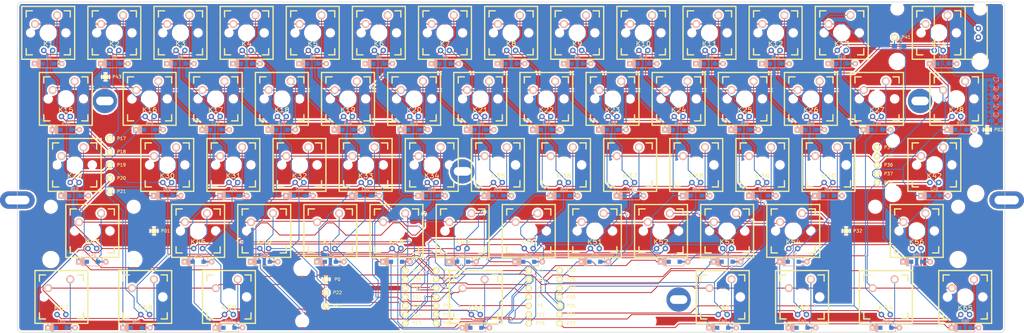
<source format=kicad_pcb>
(kicad_pcb (version 4) (host pcbnew 4.0.6)
  (layers (0 F.Cu signal) (31 B.Cu signal) (34 B.Paste user) (35 F.Paste user) (36 B.SilkS user) (37 F.SilkS user) (38 B.Mask user) (39 F.Mask user) (44 Edge.Cuts user))
  (net 0 "")
  (net 1 VCC)
  (net 2 GND)
  (net 3 Col1)
  (net 4 Col2)
  (net 5 Col3)
  (net 6 Col4)
  (net 7 Col5)
  (net 8 Col6)
  (net 9 Col7)
  (net 10 Col8)
  (net 11 Col9)
  (net 12 Col10)
  (net 13 Col11)
  (net 14 Col12)
  (net 15 Col13)
  (net 16 Col14)
  (net 17 LRow1)
  (net 18 LCol1)
  (net 19 LCol3)
  (net 20 LCol5)
  (net 21 LCol7)
  (net 22 LCol9)
  (net 23 LCol11)
  (net 24 LCol13)
  (net 25 LRow2)
  (net 26 LCol10)
  (net 27 LCol12)
  (net 28 LCol14)
  (net 29 LRow3)
  (net 30 LCol2)
  (net 31 LCol4)
  (net 32 LCol6)
  (net 33 LCol8)
  (net 34 LRow5)
  (net 35 "Net-(DC1-Pad1)")
  (net 36 Row1)
  (net 37 Row2)
  (net 38 Row3)
  (net 39 Row4)
  (net 40 Row5)
  (net 41 CAPS_LED)
  (net 42 LRow4)
  (net 43 "Net-(D1-Pad2)")
  (net 44 "Net-(D2-Pad2)")
  (net 45 "Net-(D3-Pad2)")
  (net 46 "Net-(D4-Pad2)")
  (net 47 "Net-(D5-Pad2)")
  (net 48 "Net-(D6-Pad2)")
  (net 49 "Net-(D7-Pad2)")
  (net 50 "Net-(D8-Pad2)")
  (net 51 "Net-(D9-Pad2)")
  (net 52 "Net-(D10-Pad2)")
  (net 53 "Net-(D11-Pad2)")
  (net 54 "Net-(D12-Pad2)")
  (net 55 "Net-(D13-Pad2)")
  (net 56 "Net-(D14-Pad2)")
  (net 57 "Net-(D15-Pad2)")
  (net 58 "Net-(D16-Pad2)")
  (net 59 "Net-(D17-Pad2)")
  (net 60 "Net-(D18-Pad2)")
  (net 61 "Net-(D19-Pad2)")
  (net 62 "Net-(D20-Pad2)")
  (net 63 "Net-(D21-Pad2)")
  (net 64 "Net-(D22-Pad2)")
  (net 65 "Net-(D23-Pad2)")
  (net 66 "Net-(D24-Pad2)")
  (net 67 "Net-(D25-Pad2)")
  (net 68 "Net-(D26-Pad2)")
  (net 69 "Net-(D27-Pad2)")
  (net 70 "Net-(D28-Pad2)")
  (net 71 "Net-(D29-Pad2)")
  (net 72 "Net-(D30-Pad2)")
  (net 73 "Net-(D31-Pad2)")
  (net 74 "Net-(D32-Pad2)")
  (net 75 "Net-(D33-Pad2)")
  (net 76 "Net-(D34-Pad2)")
  (net 77 "Net-(D35-Pad2)")
  (net 78 "Net-(D36-Pad2)")
  (net 79 "Net-(D37-Pad2)")
  (net 80 "Net-(D38-Pad2)")
  (net 81 "Net-(D39-Pad2)")
  (net 82 "Net-(D40-Pad2)")
  (net 83 "Net-(D42-Pad2)")
  (net 84 "Net-(D43-Pad2)")
  (net 85 "Net-(D45-Pad2)")
  (net 86 "Net-(D46-Pad2)")
  (net 87 "Net-(D47-Pad2)")
  (net 88 "Net-(D48-Pad2)")
  (net 89 "Net-(D49-Pad2)")
  (net 90 "Net-(D50-Pad2)")
  (net 91 "Net-(D51-Pad2)")
  (net 92 "Net-(D52-Pad2)")
  (net 93 "Net-(D53-Pad2)")
  (net 94 "Net-(D54-Pad2)")
  (net 95 "Net-(D56-Pad2)")
  (net 96 "Net-(D57-Pad2)")
  (net 97 "Net-(D58-Pad2)")
  (net 98 "Net-(D59-Pad2)")
  (net 99 "Net-(D60-Pad2)")
  (net 100 "Net-(D62-Pad2)")
  (net 101 "Net-(D63-Pad2)")
  (net 102 "Net-(D64-Pad2)")
  (net 103 "Net-(D65-Pad2)")
  (module Custom:CONN_1 (layer F.Cu) (at 52.07 93.98)
    (fp_text reference P01 (at 3.302 0) (layer F.SilkS) (effects (font (size 0.9 0.9))))
    (fp_text value CONN_1 hide)
    (pad 1 thru_hole circle (at 0 0) (size 1.8 1.8) (drill 0.9) (layers *.Cu *.Mask F.SilkS) (net 2 GND))
  )
  (module Custom:CONN_1 (layer F.Cu) (at 292.1 64.77)
    (fp_text reference P02 (at 3.302 0) (layer F.SilkS) (effects (font (size 0.9 0.9))))
    (fp_text value CONN_1 hide)
    (pad 1 thru_hole circle (at 0 0) (size 1.8 1.8) (drill 0.9) (layers *.Cu *.Mask F.SilkS) (net 2 GND))
  )
  (module Custom:HOLE1 (layer F.Cu) (at 37.9 56.49)
    (fp_text reference HOLE3 hide)
    (fp_text value Screw2 hide)
    (pad 1 thru_hole circle (at 0 0) (size 7.00024 7.00024) (drill oval 5.00126 2.49936) (layers *.Cu *.Mask))
  )
  (module Capacitors_SMD:C_0805_HandSoldering (layer B.Cu) (at 294.64 62.23 180)
    (fp_text reference C3 (at 0 1.75 180) (layer B.SilkS) (effects (justify mirror)))
    (fp_text value 1u)
    (pad 1 smd rect (at -1.25 0 180) (size 1.5 1.25) (layers B.Cu B.Paste B.Mask) (net 1 VCC))
    (pad 2 smd rect (at 1.25 0 180) (size 1.5 1.25) (layers B.Cu B.Paste B.Mask) (net 2 GND))
  )
  (module Capacitors_SMD:C_0805_HandSoldering (layer B.Cu) (at 294.64 59.69 180)
    (fp_text reference C4 (at 0 1.75 180) (layer B.SilkS) (effects (justify mirror)))
    (fp_text value 100n)
    (pad 1 smd rect (at -1.25 0 180) (size 1.5 1.25) (layers B.Cu B.Paste B.Mask) (net 1 VCC))
    (pad 2 smd rect (at 1.25 0 180) (size 1.5 1.25) (layers B.Cu B.Paste B.Mask) (net 2 GND))
  )
  (module Capacitors_SMD:C_0805_HandSoldering (layer B.Cu) (at 294.64 57.15 180)
    (fp_text reference C5 (at 0 1.75 180) (layer B.SilkS) (effects (justify mirror)))
    (fp_text value 100n)
    (pad 1 smd rect (at -1.25 0 180) (size 1.5 1.25) (layers B.Cu B.Paste B.Mask) (net 1 VCC))
    (pad 2 smd rect (at 1.25 0 180) (size 1.5 1.25) (layers B.Cu B.Paste B.Mask) (net 2 GND))
  )
  (module Capacitors_SMD:C_0805_HandSoldering (layer B.Cu) (at 294.64 54.61 180)
    (fp_text reference C6 (at 0 1.75 180) (layer B.SilkS) (effects (justify mirror)))
    (fp_text value 100n)
    (pad 1 smd rect (at -1.25 0 180) (size 1.5 1.25) (layers B.Cu B.Paste B.Mask) (net 1 VCC))
    (pad 2 smd rect (at 1.25 0 180) (size 1.5 1.25) (layers B.Cu B.Paste B.Mask) (net 2 GND))
  )
  (module Capacitors_SMD:C_0805_HandSoldering (layer B.Cu) (at 294.64 52.07 180)
    (fp_text reference C7 (at 0 1.75 180) (layer B.SilkS) (effects (justify mirror)))
    (fp_text value 100n)
    (pad 1 smd rect (at -1.25 0 180) (size 1.5 1.25) (layers B.Cu B.Paste B.Mask) (net 1 VCC))
    (pad 2 smd rect (at 1.25 0 180) (size 1.5 1.25) (layers B.Cu B.Paste B.Mask) (net 2 GND))
  )
  (module keyboard_parts:D_SOD123_axial (layer B.Cu) (at 193.04 45.72)
    (fp_text reference D10 (at 0 -1.925) (layer B.SilkS) (effects (font (size 0.8 0.8)) (justify mirror)))
    (fp_text value D hide)
    (pad 2 smd rect (at 1.575 0) (size 1.2 1.2) (layers B.Cu B.Paste B.Mask) (net 52 "Net-(D10-Pad2)"))
    (pad 1 smd rect (at -1.575 0) (size 1.2 1.2) (layers B.Cu B.Paste B.Mask) (net 12 Col10))
    (pad 1 thru_hole rect (at -3.9 0) (size 1.6 1.6) (drill 0.7) (layers *.Cu *.Mask B.SilkS) (net 12 Col10))
    (pad 2 thru_hole circle (at 3.9 0) (size 1.6 1.6) (drill 0.7) (layers *.Cu *.Mask B.SilkS) (net 52 "Net-(D10-Pad2)"))
    (pad 1 smd rect (at -2.7 0) (size 2.5 0.5) (layers B.Cu) (net 12 Col10))
    (pad 2 smd rect (at 2.7 0) (size 2.5 0.5) (layers B.Cu) (net 52 "Net-(D10-Pad2)"))
  )
  (module keyboard_parts:D_SOD123_axial (layer B.Cu) (at 212.09 45.72)
    (fp_text reference D11 (at 0 -1.925) (layer B.SilkS) (effects (font (size 0.8 0.8)) (justify mirror)))
    (fp_text value D hide)
    (pad 2 smd rect (at 1.575 0) (size 1.2 1.2) (layers B.Cu B.Paste B.Mask) (net 53 "Net-(D11-Pad2)"))
    (pad 1 smd rect (at -1.575 0) (size 1.2 1.2) (layers B.Cu B.Paste B.Mask) (net 13 Col11))
    (pad 1 thru_hole rect (at -3.9 0) (size 1.6 1.6) (drill 0.7) (layers *.Cu *.Mask B.SilkS) (net 13 Col11))
    (pad 2 thru_hole circle (at 3.9 0) (size 1.6 1.6) (drill 0.7) (layers *.Cu *.Mask B.SilkS) (net 53 "Net-(D11-Pad2)"))
    (pad 1 smd rect (at -2.7 0) (size 2.5 0.5) (layers B.Cu) (net 13 Col11))
    (pad 2 smd rect (at 2.7 0) (size 2.5 0.5) (layers B.Cu) (net 53 "Net-(D11-Pad2)"))
  )
  (module keyboard_parts:D_SOD123_axial (layer B.Cu) (at 231.14 45.72)
    (fp_text reference D12 (at 0 -1.925) (layer B.SilkS) (effects (font (size 0.8 0.8)) (justify mirror)))
    (fp_text value D hide)
    (pad 2 smd rect (at 1.575 0) (size 1.2 1.2) (layers B.Cu B.Paste B.Mask) (net 54 "Net-(D12-Pad2)"))
    (pad 1 smd rect (at -1.575 0) (size 1.2 1.2) (layers B.Cu B.Paste B.Mask) (net 14 Col12))
    (pad 1 thru_hole rect (at -3.9 0) (size 1.6 1.6) (drill 0.7) (layers *.Cu *.Mask B.SilkS) (net 14 Col12))
    (pad 2 thru_hole circle (at 3.9 0) (size 1.6 1.6) (drill 0.7) (layers *.Cu *.Mask B.SilkS) (net 54 "Net-(D12-Pad2)"))
    (pad 1 smd rect (at -2.7 0) (size 2.5 0.5) (layers B.Cu) (net 14 Col12))
    (pad 2 smd rect (at 2.7 0) (size 2.5 0.5) (layers B.Cu) (net 54 "Net-(D12-Pad2)"))
  )
  (module keyboard_parts:D_SOD123_axial (layer B.Cu) (at 250.19 45.72)
    (fp_text reference D13 (at 0 -1.925) (layer B.SilkS) (effects (font (size 0.8 0.8)) (justify mirror)))
    (fp_text value D hide)
    (pad 2 smd rect (at 1.575 0) (size 1.2 1.2) (layers B.Cu B.Paste B.Mask) (net 55 "Net-(D13-Pad2)"))
    (pad 1 smd rect (at -1.575 0) (size 1.2 1.2) (layers B.Cu B.Paste B.Mask) (net 15 Col13))
    (pad 1 thru_hole rect (at -3.9 0) (size 1.6 1.6) (drill 0.7) (layers *.Cu *.Mask B.SilkS) (net 15 Col13))
    (pad 2 thru_hole circle (at 3.9 0) (size 1.6 1.6) (drill 0.7) (layers *.Cu *.Mask B.SilkS) (net 55 "Net-(D13-Pad2)"))
    (pad 1 smd rect (at -2.7 0) (size 2.5 0.5) (layers B.Cu) (net 15 Col13))
    (pad 2 smd rect (at 2.7 0) (size 2.5 0.5) (layers B.Cu) (net 55 "Net-(D13-Pad2)"))
  )
  (module keyboard_parts:D_SOD123_axial (layer B.Cu) (at 279.4 45.72)
    (fp_text reference D14 (at 0 -1.925) (layer B.SilkS) (effects (font (size 0.8 0.8)) (justify mirror)))
    (fp_text value D hide)
    (pad 2 smd rect (at 1.575 0) (size 1.2 1.2) (layers B.Cu B.Paste B.Mask) (net 56 "Net-(D14-Pad2)"))
    (pad 1 smd rect (at -1.575 0) (size 1.2 1.2) (layers B.Cu B.Paste B.Mask) (net 16 Col14))
    (pad 1 thru_hole rect (at -3.9 0) (size 1.6 1.6) (drill 0.7) (layers *.Cu *.Mask B.SilkS) (net 16 Col14))
    (pad 2 thru_hole circle (at 3.9 0) (size 1.6 1.6) (drill 0.7) (layers *.Cu *.Mask B.SilkS) (net 56 "Net-(D14-Pad2)"))
    (pad 1 smd rect (at -2.7 0) (size 2.5 0.5) (layers B.Cu) (net 16 Col14))
    (pad 2 smd rect (at 2.7 0) (size 2.5 0.5) (layers B.Cu) (net 56 "Net-(D14-Pad2)"))
  )
  (module keyboard_parts:D_SOD123_axial (layer B.Cu) (at 26.67 64.77)
    (fp_text reference D15 (at 0 -1.925) (layer B.SilkS) (effects (font (size 0.8 0.8)) (justify mirror)))
    (fp_text value D hide)
    (pad 2 smd rect (at 1.575 0) (size 1.2 1.2) (layers B.Cu B.Paste B.Mask) (net 57 "Net-(D15-Pad2)"))
    (pad 1 smd rect (at -1.575 0) (size 1.2 1.2) (layers B.Cu B.Paste B.Mask) (net 3 Col1))
    (pad 1 thru_hole rect (at -3.9 0) (size 1.6 1.6) (drill 0.7) (layers *.Cu *.Mask B.SilkS) (net 3 Col1))
    (pad 2 thru_hole circle (at 3.9 0) (size 1.6 1.6) (drill 0.7) (layers *.Cu *.Mask B.SilkS) (net 57 "Net-(D15-Pad2)"))
    (pad 1 smd rect (at -2.7 0) (size 2.5 0.5) (layers B.Cu) (net 3 Col1))
    (pad 2 smd rect (at 2.7 0) (size 2.5 0.5) (layers B.Cu) (net 57 "Net-(D15-Pad2)"))
  )
  (module keyboard_parts:D_SOD123_axial (layer B.Cu) (at 50.8 64.77)
    (fp_text reference D16 (at 0 -1.925) (layer B.SilkS) (effects (font (size 0.8 0.8)) (justify mirror)))
    (fp_text value D hide)
    (pad 2 smd rect (at 1.575 0) (size 1.2 1.2) (layers B.Cu B.Paste B.Mask) (net 58 "Net-(D16-Pad2)"))
    (pad 1 smd rect (at -1.575 0) (size 1.2 1.2) (layers B.Cu B.Paste B.Mask) (net 4 Col2))
    (pad 1 thru_hole rect (at -3.9 0) (size 1.6 1.6) (drill 0.7) (layers *.Cu *.Mask B.SilkS) (net 4 Col2))
    (pad 2 thru_hole circle (at 3.9 0) (size 1.6 1.6) (drill 0.7) (layers *.Cu *.Mask B.SilkS) (net 58 "Net-(D16-Pad2)"))
    (pad 1 smd rect (at -2.7 0) (size 2.5 0.5) (layers B.Cu) (net 4 Col2))
    (pad 2 smd rect (at 2.7 0) (size 2.5 0.5) (layers B.Cu) (net 58 "Net-(D16-Pad2)"))
  )
  (module keyboard_parts:D_SOD123_axial (layer B.Cu) (at 69.85 64.77)
    (fp_text reference D17 (at 0 -1.925) (layer B.SilkS) (effects (font (size 0.8 0.8)) (justify mirror)))
    (fp_text value D hide)
    (pad 2 smd rect (at 1.575 0) (size 1.2 1.2) (layers B.Cu B.Paste B.Mask) (net 59 "Net-(D17-Pad2)"))
    (pad 1 smd rect (at -1.575 0) (size 1.2 1.2) (layers B.Cu B.Paste B.Mask) (net 5 Col3))
    (pad 1 thru_hole rect (at -3.9 0) (size 1.6 1.6) (drill 0.7) (layers *.Cu *.Mask B.SilkS) (net 5 Col3))
    (pad 2 thru_hole circle (at 3.9 0) (size 1.6 1.6) (drill 0.7) (layers *.Cu *.Mask B.SilkS) (net 59 "Net-(D17-Pad2)"))
    (pad 1 smd rect (at -2.7 0) (size 2.5 0.5) (layers B.Cu) (net 5 Col3))
    (pad 2 smd rect (at 2.7 0) (size 2.5 0.5) (layers B.Cu) (net 59 "Net-(D17-Pad2)"))
  )
  (module keyboard_parts:D_SOD123_axial (layer B.Cu) (at 88.9 64.77)
    (fp_text reference D18 (at 0 -1.925) (layer B.SilkS) (effects (font (size 0.8 0.8)) (justify mirror)))
    (fp_text value D hide)
    (pad 2 smd rect (at 1.575 0) (size 1.2 1.2) (layers B.Cu B.Paste B.Mask) (net 60 "Net-(D18-Pad2)"))
    (pad 1 smd rect (at -1.575 0) (size 1.2 1.2) (layers B.Cu B.Paste B.Mask) (net 6 Col4))
    (pad 1 thru_hole rect (at -3.9 0) (size 1.6 1.6) (drill 0.7) (layers *.Cu *.Mask B.SilkS) (net 6 Col4))
    (pad 2 thru_hole circle (at 3.9 0) (size 1.6 1.6) (drill 0.7) (layers *.Cu *.Mask B.SilkS) (net 60 "Net-(D18-Pad2)"))
    (pad 1 smd rect (at -2.7 0) (size 2.5 0.5) (layers B.Cu) (net 6 Col4))
    (pad 2 smd rect (at 2.7 0) (size 2.5 0.5) (layers B.Cu) (net 60 "Net-(D18-Pad2)"))
  )
  (module keyboard_parts:D_SOD123_axial (layer B.Cu) (at 107.95 64.77)
    (fp_text reference D19 (at 0 -1.925) (layer B.SilkS) (effects (font (size 0.8 0.8)) (justify mirror)))
    (fp_text value D hide)
    (pad 2 smd rect (at 1.575 0) (size 1.2 1.2) (layers B.Cu B.Paste B.Mask) (net 61 "Net-(D19-Pad2)"))
    (pad 1 smd rect (at -1.575 0) (size 1.2 1.2) (layers B.Cu B.Paste B.Mask) (net 7 Col5))
    (pad 1 thru_hole rect (at -3.9 0) (size 1.6 1.6) (drill 0.7) (layers *.Cu *.Mask B.SilkS) (net 7 Col5))
    (pad 2 thru_hole circle (at 3.9 0) (size 1.6 1.6) (drill 0.7) (layers *.Cu *.Mask B.SilkS) (net 61 "Net-(D19-Pad2)"))
    (pad 1 smd rect (at -2.7 0) (size 2.5 0.5) (layers B.Cu) (net 7 Col5))
    (pad 2 smd rect (at 2.7 0) (size 2.5 0.5) (layers B.Cu) (net 61 "Net-(D19-Pad2)"))
  )
  (module keyboard_parts:D_SOD123_axial (layer B.Cu) (at 127 64.77)
    (fp_text reference D20 (at 0 -1.925) (layer B.SilkS) (effects (font (size 0.8 0.8)) (justify mirror)))
    (fp_text value D hide)
    (pad 2 smd rect (at 1.575 0) (size 1.2 1.2) (layers B.Cu B.Paste B.Mask) (net 62 "Net-(D20-Pad2)"))
    (pad 1 smd rect (at -1.575 0) (size 1.2 1.2) (layers B.Cu B.Paste B.Mask) (net 8 Col6))
    (pad 1 thru_hole rect (at -3.9 0) (size 1.6 1.6) (drill 0.7) (layers *.Cu *.Mask B.SilkS) (net 8 Col6))
    (pad 2 thru_hole circle (at 3.9 0) (size 1.6 1.6) (drill 0.7) (layers *.Cu *.Mask B.SilkS) (net 62 "Net-(D20-Pad2)"))
    (pad 1 smd rect (at -2.7 0) (size 2.5 0.5) (layers B.Cu) (net 8 Col6))
    (pad 2 smd rect (at 2.7 0) (size 2.5 0.5) (layers B.Cu) (net 62 "Net-(D20-Pad2)"))
  )
  (module keyboard_parts:D_SOD123_axial (layer B.Cu) (at 146.05 64.77)
    (fp_text reference D21 (at 0 -1.925) (layer B.SilkS) (effects (font (size 0.8 0.8)) (justify mirror)))
    (fp_text value D hide)
    (pad 2 smd rect (at 1.575 0) (size 1.2 1.2) (layers B.Cu B.Paste B.Mask) (net 63 "Net-(D21-Pad2)"))
    (pad 1 smd rect (at -1.575 0) (size 1.2 1.2) (layers B.Cu B.Paste B.Mask) (net 9 Col7))
    (pad 1 thru_hole rect (at -3.9 0) (size 1.6 1.6) (drill 0.7) (layers *.Cu *.Mask B.SilkS) (net 9 Col7))
    (pad 2 thru_hole circle (at 3.9 0) (size 1.6 1.6) (drill 0.7) (layers *.Cu *.Mask B.SilkS) (net 63 "Net-(D21-Pad2)"))
    (pad 1 smd rect (at -2.7 0) (size 2.5 0.5) (layers B.Cu) (net 9 Col7))
    (pad 2 smd rect (at 2.7 0) (size 2.5 0.5) (layers B.Cu) (net 63 "Net-(D21-Pad2)"))
  )
  (module keyboard_parts:D_SOD123_axial (layer B.Cu) (at 165.1 64.77)
    (fp_text reference D22 (at 0 -1.925) (layer B.SilkS) (effects (font (size 0.8 0.8)) (justify mirror)))
    (fp_text value D hide)
    (pad 2 smd rect (at 1.575 0) (size 1.2 1.2) (layers B.Cu B.Paste B.Mask) (net 64 "Net-(D22-Pad2)"))
    (pad 1 smd rect (at -1.575 0) (size 1.2 1.2) (layers B.Cu B.Paste B.Mask) (net 10 Col8))
    (pad 1 thru_hole rect (at -3.9 0) (size 1.6 1.6) (drill 0.7) (layers *.Cu *.Mask B.SilkS) (net 10 Col8))
    (pad 2 thru_hole circle (at 3.9 0) (size 1.6 1.6) (drill 0.7) (layers *.Cu *.Mask B.SilkS) (net 64 "Net-(D22-Pad2)"))
    (pad 1 smd rect (at -2.7 0) (size 2.5 0.5) (layers B.Cu) (net 10 Col8))
    (pad 2 smd rect (at 2.7 0) (size 2.5 0.5) (layers B.Cu) (net 64 "Net-(D22-Pad2)"))
  )
  (module keyboard_parts:D_SOD123_axial (layer B.Cu) (at 184.15 64.77)
    (fp_text reference D23 (at 0 -1.925) (layer B.SilkS) (effects (font (size 0.8 0.8)) (justify mirror)))
    (fp_text value D hide)
    (pad 2 smd rect (at 1.575 0) (size 1.2 1.2) (layers B.Cu B.Paste B.Mask) (net 65 "Net-(D23-Pad2)"))
    (pad 1 smd rect (at -1.575 0) (size 1.2 1.2) (layers B.Cu B.Paste B.Mask) (net 11 Col9))
    (pad 1 thru_hole rect (at -3.9 0) (size 1.6 1.6) (drill 0.7) (layers *.Cu *.Mask B.SilkS) (net 11 Col9))
    (pad 2 thru_hole circle (at 3.9 0) (size 1.6 1.6) (drill 0.7) (layers *.Cu *.Mask B.SilkS) (net 65 "Net-(D23-Pad2)"))
    (pad 1 smd rect (at -2.7 0) (size 2.5 0.5) (layers B.Cu) (net 11 Col9))
    (pad 2 smd rect (at 2.7 0) (size 2.5 0.5) (layers B.Cu) (net 65 "Net-(D23-Pad2)"))
  )
  (module keyboard_parts:D_SOD123_axial (layer B.Cu) (at 203.2 64.77)
    (fp_text reference D24 (at 0 -1.925) (layer B.SilkS) (effects (font (size 0.8 0.8)) (justify mirror)))
    (fp_text value D hide)
    (pad 2 smd rect (at 1.575 0) (size 1.2 1.2) (layers B.Cu B.Paste B.Mask) (net 66 "Net-(D24-Pad2)"))
    (pad 1 smd rect (at -1.575 0) (size 1.2 1.2) (layers B.Cu B.Paste B.Mask) (net 12 Col10))
    (pad 1 thru_hole rect (at -3.9 0) (size 1.6 1.6) (drill 0.7) (layers *.Cu *.Mask B.SilkS) (net 12 Col10))
    (pad 2 thru_hole circle (at 3.9 0) (size 1.6 1.6) (drill 0.7) (layers *.Cu *.Mask B.SilkS) (net 66 "Net-(D24-Pad2)"))
    (pad 1 smd rect (at -2.7 0) (size 2.5 0.5) (layers B.Cu) (net 12 Col10))
    (pad 2 smd rect (at 2.7 0) (size 2.5 0.5) (layers B.Cu) (net 66 "Net-(D24-Pad2)"))
  )
  (module keyboard_parts:D_SOD123_axial (layer B.Cu) (at 222.25 64.77)
    (fp_text reference D25 (at 0 -1.925) (layer B.SilkS) (effects (font (size 0.8 0.8)) (justify mirror)))
    (fp_text value D hide)
    (pad 2 smd rect (at 1.575 0) (size 1.2 1.2) (layers B.Cu B.Paste B.Mask) (net 67 "Net-(D25-Pad2)"))
    (pad 1 smd rect (at -1.575 0) (size 1.2 1.2) (layers B.Cu B.Paste B.Mask) (net 13 Col11))
    (pad 1 thru_hole rect (at -3.9 0) (size 1.6 1.6) (drill 0.7) (layers *.Cu *.Mask B.SilkS) (net 13 Col11))
    (pad 2 thru_hole circle (at 3.9 0) (size 1.6 1.6) (drill 0.7) (layers *.Cu *.Mask B.SilkS) (net 67 "Net-(D25-Pad2)"))
    (pad 1 smd rect (at -2.7 0) (size 2.5 0.5) (layers B.Cu) (net 13 Col11))
    (pad 2 smd rect (at 2.7 0) (size 2.5 0.5) (layers B.Cu) (net 67 "Net-(D25-Pad2)"))
  )
  (module keyboard_parts:D_SOD123_axial (layer B.Cu) (at 241.3 64.77)
    (fp_text reference D26 (at 0 -1.925) (layer B.SilkS) (effects (font (size 0.8 0.8)) (justify mirror)))
    (fp_text value D hide)
    (pad 2 smd rect (at 1.575 0) (size 1.2 1.2) (layers B.Cu B.Paste B.Mask) (net 68 "Net-(D26-Pad2)"))
    (pad 1 smd rect (at -1.575 0) (size 1.2 1.2) (layers B.Cu B.Paste B.Mask) (net 14 Col12))
    (pad 1 thru_hole rect (at -3.9 0) (size 1.6 1.6) (drill 0.7) (layers *.Cu *.Mask B.SilkS) (net 14 Col12))
    (pad 2 thru_hole circle (at 3.9 0) (size 1.6 1.6) (drill 0.7) (layers *.Cu *.Mask B.SilkS) (net 68 "Net-(D26-Pad2)"))
    (pad 1 smd rect (at -2.7 0) (size 2.5 0.5) (layers B.Cu) (net 14 Col12))
    (pad 2 smd rect (at 2.7 0) (size 2.5 0.5) (layers B.Cu) (net 68 "Net-(D26-Pad2)"))
  )
  (module keyboard_parts:D_SOD123_axial (layer B.Cu) (at 260.35 64.77)
    (fp_text reference D27 (at 0 -1.925) (layer B.SilkS) (effects (font (size 0.8 0.8)) (justify mirror)))
    (fp_text value D hide)
    (pad 2 smd rect (at 1.575 0) (size 1.2 1.2) (layers B.Cu B.Paste B.Mask) (net 69 "Net-(D27-Pad2)"))
    (pad 1 smd rect (at -1.575 0) (size 1.2 1.2) (layers B.Cu B.Paste B.Mask) (net 15 Col13))
    (pad 1 thru_hole rect (at -3.9 0) (size 1.6 1.6) (drill 0.7) (layers *.Cu *.Mask B.SilkS) (net 15 Col13))
    (pad 2 thru_hole circle (at 3.9 0) (size 1.6 1.6) (drill 0.7) (layers *.Cu *.Mask B.SilkS) (net 69 "Net-(D27-Pad2)"))
    (pad 1 smd rect (at -2.7 0) (size 2.5 0.5) (layers B.Cu) (net 15 Col13))
    (pad 2 smd rect (at 2.7 0) (size 2.5 0.5) (layers B.Cu) (net 69 "Net-(D27-Pad2)"))
  )
  (module keyboard_parts:D_SOD123_axial (layer B.Cu) (at 284.48 64.77)
    (fp_text reference D28 (at 0 -1.925) (layer B.SilkS) (effects (font (size 0.8 0.8)) (justify mirror)))
    (fp_text value D hide)
    (pad 2 smd rect (at 1.575 0) (size 1.2 1.2) (layers B.Cu B.Paste B.Mask) (net 70 "Net-(D28-Pad2)"))
    (pad 1 smd rect (at -1.575 0) (size 1.2 1.2) (layers B.Cu B.Paste B.Mask) (net 16 Col14))
    (pad 1 thru_hole rect (at -3.9 0) (size 1.6 1.6) (drill 0.7) (layers *.Cu *.Mask B.SilkS) (net 16 Col14))
    (pad 2 thru_hole circle (at 3.9 0) (size 1.6 1.6) (drill 0.7) (layers *.Cu *.Mask B.SilkS) (net 70 "Net-(D28-Pad2)"))
    (pad 1 smd rect (at -2.7 0) (size 2.5 0.5) (layers B.Cu) (net 16 Col14))
    (pad 2 smd rect (at 2.7 0) (size 2.5 0.5) (layers B.Cu) (net 70 "Net-(D28-Pad2)"))
  )
  (module keyboard_parts:D_SOD123_axial (layer B.Cu) (at 29.21 83.82)
    (fp_text reference D29 (at 0 -1.925) (layer B.SilkS) (effects (font (size 0.8 0.8)) (justify mirror)))
    (fp_text value D hide)
    (pad 2 smd rect (at 1.575 0) (size 1.2 1.2) (layers B.Cu B.Paste B.Mask) (net 71 "Net-(D29-Pad2)"))
    (pad 1 smd rect (at -1.575 0) (size 1.2 1.2) (layers B.Cu B.Paste B.Mask) (net 3 Col1))
    (pad 1 thru_hole rect (at -3.9 0) (size 1.6 1.6) (drill 0.7) (layers *.Cu *.Mask B.SilkS) (net 3 Col1))
    (pad 2 thru_hole circle (at 3.9 0) (size 1.6 1.6) (drill 0.7) (layers *.Cu *.Mask B.SilkS) (net 71 "Net-(D29-Pad2)"))
    (pad 1 smd rect (at -2.7 0) (size 2.5 0.5) (layers B.Cu) (net 3 Col1))
    (pad 2 smd rect (at 2.7 0) (size 2.5 0.5) (layers B.Cu) (net 71 "Net-(D29-Pad2)"))
  )
  (module keyboard_parts:D_SOD123_axial (layer B.Cu) (at 55.88 83.82)
    (fp_text reference D30 (at 0 -1.925) (layer B.SilkS) (effects (font (size 0.8 0.8)) (justify mirror)))
    (fp_text value D hide)
    (pad 2 smd rect (at 1.575 0) (size 1.2 1.2) (layers B.Cu B.Paste B.Mask) (net 72 "Net-(D30-Pad2)"))
    (pad 1 smd rect (at -1.575 0) (size 1.2 1.2) (layers B.Cu B.Paste B.Mask) (net 4 Col2))
    (pad 1 thru_hole rect (at -3.9 0) (size 1.6 1.6) (drill 0.7) (layers *.Cu *.Mask B.SilkS) (net 4 Col2))
    (pad 2 thru_hole circle (at 3.9 0) (size 1.6 1.6) (drill 0.7) (layers *.Cu *.Mask B.SilkS) (net 72 "Net-(D30-Pad2)"))
    (pad 1 smd rect (at -2.7 0) (size 2.5 0.5) (layers B.Cu) (net 4 Col2))
    (pad 2 smd rect (at 2.7 0) (size 2.5 0.5) (layers B.Cu) (net 72 "Net-(D30-Pad2)"))
  )
  (module keyboard_parts:D_SOD123_axial (layer B.Cu) (at 74.93 83.82)
    (fp_text reference D31 (at 0 -1.925) (layer B.SilkS) (effects (font (size 0.8 0.8)) (justify mirror)))
    (fp_text value D hide)
    (pad 2 smd rect (at 1.575 0) (size 1.2 1.2) (layers B.Cu B.Paste B.Mask) (net 73 "Net-(D31-Pad2)"))
    (pad 1 smd rect (at -1.575 0) (size 1.2 1.2) (layers B.Cu B.Paste B.Mask) (net 5 Col3))
    (pad 1 thru_hole rect (at -3.9 0) (size 1.6 1.6) (drill 0.7) (layers *.Cu *.Mask B.SilkS) (net 5 Col3))
    (pad 2 thru_hole circle (at 3.9 0) (size 1.6 1.6) (drill 0.7) (layers *.Cu *.Mask B.SilkS) (net 73 "Net-(D31-Pad2)"))
    (pad 1 smd rect (at -2.7 0) (size 2.5 0.5) (layers B.Cu) (net 5 Col3))
    (pad 2 smd rect (at 2.7 0) (size 2.5 0.5) (layers B.Cu) (net 73 "Net-(D31-Pad2)"))
  )
  (module keyboard_parts:D_SOD123_axial (layer B.Cu) (at 93.98 83.82)
    (fp_text reference D32 (at 0 -1.925) (layer B.SilkS) (effects (font (size 0.8 0.8)) (justify mirror)))
    (fp_text value D hide)
    (pad 2 smd rect (at 1.575 0) (size 1.2 1.2) (layers B.Cu B.Paste B.Mask) (net 74 "Net-(D32-Pad2)"))
    (pad 1 smd rect (at -1.575 0) (size 1.2 1.2) (layers B.Cu B.Paste B.Mask) (net 6 Col4))
    (pad 1 thru_hole rect (at -3.9 0) (size 1.6 1.6) (drill 0.7) (layers *.Cu *.Mask B.SilkS) (net 6 Col4))
    (pad 2 thru_hole circle (at 3.9 0) (size 1.6 1.6) (drill 0.7) (layers *.Cu *.Mask B.SilkS) (net 74 "Net-(D32-Pad2)"))
    (pad 1 smd rect (at -2.7 0) (size 2.5 0.5) (layers B.Cu) (net 6 Col4))
    (pad 2 smd rect (at 2.7 0) (size 2.5 0.5) (layers B.Cu) (net 74 "Net-(D32-Pad2)"))
  )
  (module keyboard_parts:D_SOD123_axial (layer B.Cu) (at 113.03 83.82)
    (fp_text reference D33 (at 0 -1.925) (layer B.SilkS) (effects (font (size 0.8 0.8)) (justify mirror)))
    (fp_text value D hide)
    (pad 2 smd rect (at 1.575 0) (size 1.2 1.2) (layers B.Cu B.Paste B.Mask) (net 75 "Net-(D33-Pad2)"))
    (pad 1 smd rect (at -1.575 0) (size 1.2 1.2) (layers B.Cu B.Paste B.Mask) (net 7 Col5))
    (pad 1 thru_hole rect (at -3.9 0) (size 1.6 1.6) (drill 0.7) (layers *.Cu *.Mask B.SilkS) (net 7 Col5))
    (pad 2 thru_hole circle (at 3.9 0) (size 1.6 1.6) (drill 0.7) (layers *.Cu *.Mask B.SilkS) (net 75 "Net-(D33-Pad2)"))
    (pad 1 smd rect (at -2.7 0) (size 2.5 0.5) (layers B.Cu) (net 7 Col5))
    (pad 2 smd rect (at 2.7 0) (size 2.5 0.5) (layers B.Cu) (net 75 "Net-(D33-Pad2)"))
  )
  (module keyboard_parts:D_SOD123_axial (layer B.Cu) (at 132.08 83.82)
    (fp_text reference D34 (at 0 -1.925) (layer B.SilkS) (effects (font (size 0.8 0.8)) (justify mirror)))
    (fp_text value D hide)
    (pad 2 smd rect (at 1.575 0) (size 1.2 1.2) (layers B.Cu B.Paste B.Mask) (net 76 "Net-(D34-Pad2)"))
    (pad 1 smd rect (at -1.575 0) (size 1.2 1.2) (layers B.Cu B.Paste B.Mask) (net 8 Col6))
    (pad 1 thru_hole rect (at -3.9 0) (size 1.6 1.6) (drill 0.7) (layers *.Cu *.Mask B.SilkS) (net 8 Col6))
    (pad 2 thru_hole circle (at 3.9 0) (size 1.6 1.6) (drill 0.7) (layers *.Cu *.Mask B.SilkS) (net 76 "Net-(D34-Pad2)"))
    (pad 1 smd rect (at -2.7 0) (size 2.5 0.5) (layers B.Cu) (net 8 Col6))
    (pad 2 smd rect (at 2.7 0) (size 2.5 0.5) (layers B.Cu) (net 76 "Net-(D34-Pad2)"))
  )
  (module keyboard_parts:D_SOD123_axial (layer B.Cu) (at 151.13 83.82)
    (fp_text reference D35 (at 0 -1.925) (layer B.SilkS) (effects (font (size 0.8 0.8)) (justify mirror)))
    (fp_text value D hide)
    (pad 2 smd rect (at 1.575 0) (size 1.2 1.2) (layers B.Cu B.Paste B.Mask) (net 77 "Net-(D35-Pad2)"))
    (pad 1 smd rect (at -1.575 0) (size 1.2 1.2) (layers B.Cu B.Paste B.Mask) (net 9 Col7))
    (pad 1 thru_hole rect (at -3.9 0) (size 1.6 1.6) (drill 0.7) (layers *.Cu *.Mask B.SilkS) (net 9 Col7))
    (pad 2 thru_hole circle (at 3.9 0) (size 1.6 1.6) (drill 0.7) (layers *.Cu *.Mask B.SilkS) (net 77 "Net-(D35-Pad2)"))
    (pad 1 smd rect (at -2.7 0) (size 2.5 0.5) (layers B.Cu) (net 9 Col7))
    (pad 2 smd rect (at 2.7 0) (size 2.5 0.5) (layers B.Cu) (net 77 "Net-(D35-Pad2)"))
  )
  (module keyboard_parts:D_SOD123_axial (layer B.Cu) (at 170.18 83.82)
    (fp_text reference D36 (at 0 -1.925) (layer B.SilkS) (effects (font (size 0.8 0.8)) (justify mirror)))
    (fp_text value D hide)
    (pad 2 smd rect (at 1.575 0) (size 1.2 1.2) (layers B.Cu B.Paste B.Mask) (net 78 "Net-(D36-Pad2)"))
    (pad 1 smd rect (at -1.575 0) (size 1.2 1.2) (layers B.Cu B.Paste B.Mask) (net 10 Col8))
    (pad 1 thru_hole rect (at -3.9 0) (size 1.6 1.6) (drill 0.7) (layers *.Cu *.Mask B.SilkS) (net 10 Col8))
    (pad 2 thru_hole circle (at 3.9 0) (size 1.6 1.6) (drill 0.7) (layers *.Cu *.Mask B.SilkS) (net 78 "Net-(D36-Pad2)"))
    (pad 1 smd rect (at -2.7 0) (size 2.5 0.5) (layers B.Cu) (net 10 Col8))
    (pad 2 smd rect (at 2.7 0) (size 2.5 0.5) (layers B.Cu) (net 78 "Net-(D36-Pad2)"))
  )
  (module keyboard_parts:D_SOD123_axial (layer B.Cu) (at 189.23 83.82)
    (fp_text reference D37 (at 0 -1.925) (layer B.SilkS) (effects (font (size 0.8 0.8)) (justify mirror)))
    (fp_text value D hide)
    (pad 2 smd rect (at 1.575 0) (size 1.2 1.2) (layers B.Cu B.Paste B.Mask) (net 79 "Net-(D37-Pad2)"))
    (pad 1 smd rect (at -1.575 0) (size 1.2 1.2) (layers B.Cu B.Paste B.Mask) (net 11 Col9))
    (pad 1 thru_hole rect (at -3.9 0) (size 1.6 1.6) (drill 0.7) (layers *.Cu *.Mask B.SilkS) (net 11 Col9))
    (pad 2 thru_hole circle (at 3.9 0) (size 1.6 1.6) (drill 0.7) (layers *.Cu *.Mask B.SilkS) (net 79 "Net-(D37-Pad2)"))
    (pad 1 smd rect (at -2.7 0) (size 2.5 0.5) (layers B.Cu) (net 11 Col9))
    (pad 2 smd rect (at 2.7 0) (size 2.5 0.5) (layers B.Cu) (net 79 "Net-(D37-Pad2)"))
  )
  (module keyboard_parts:D_SOD123_axial (layer B.Cu) (at 208.28 83.82)
    (fp_text reference D38 (at 0 -1.925) (layer B.SilkS) (effects (font (size 0.8 0.8)) (justify mirror)))
    (fp_text value D hide)
    (pad 2 smd rect (at 1.575 0) (size 1.2 1.2) (layers B.Cu B.Paste B.Mask) (net 80 "Net-(D38-Pad2)"))
    (pad 1 smd rect (at -1.575 0) (size 1.2 1.2) (layers B.Cu B.Paste B.Mask) (net 12 Col10))
    (pad 1 thru_hole rect (at -3.9 0) (size 1.6 1.6) (drill 0.7) (layers *.Cu *.Mask B.SilkS) (net 12 Col10))
    (pad 2 thru_hole circle (at 3.9 0) (size 1.6 1.6) (drill 0.7) (layers *.Cu *.Mask B.SilkS) (net 80 "Net-(D38-Pad2)"))
    (pad 1 smd rect (at -2.7 0) (size 2.5 0.5) (layers B.Cu) (net 12 Col10))
    (pad 2 smd rect (at 2.7 0) (size 2.5 0.5) (layers B.Cu) (net 80 "Net-(D38-Pad2)"))
  )
  (module keyboard_parts:D_SOD123_axial (layer B.Cu) (at 227.33 83.82)
    (fp_text reference D39 (at 0 -1.925) (layer B.SilkS) (effects (font (size 0.8 0.8)) (justify mirror)))
    (fp_text value D hide)
    (pad 2 smd rect (at 1.575 0) (size 1.2 1.2) (layers B.Cu B.Paste B.Mask) (net 81 "Net-(D39-Pad2)"))
    (pad 1 smd rect (at -1.575 0) (size 1.2 1.2) (layers B.Cu B.Paste B.Mask) (net 13 Col11))
    (pad 1 thru_hole rect (at -3.9 0) (size 1.6 1.6) (drill 0.7) (layers *.Cu *.Mask B.SilkS) (net 13 Col11))
    (pad 2 thru_hole circle (at 3.9 0) (size 1.6 1.6) (drill 0.7) (layers *.Cu *.Mask B.SilkS) (net 81 "Net-(D39-Pad2)"))
    (pad 1 smd rect (at -2.7 0) (size 2.5 0.5) (layers B.Cu) (net 13 Col11))
    (pad 2 smd rect (at 2.7 0) (size 2.5 0.5) (layers B.Cu) (net 81 "Net-(D39-Pad2)"))
  )
  (module keyboard_parts:D_SOD123_axial (layer B.Cu) (at 246.38 83.82)
    (fp_text reference D40 (at 0 -1.925) (layer B.SilkS) (effects (font (size 0.8 0.8)) (justify mirror)))
    (fp_text value D hide)
    (pad 2 smd rect (at 1.575 0) (size 1.2 1.2) (layers B.Cu B.Paste B.Mask) (net 82 "Net-(D40-Pad2)"))
    (pad 1 smd rect (at -1.575 0) (size 1.2 1.2) (layers B.Cu B.Paste B.Mask) (net 14 Col12))
    (pad 1 thru_hole rect (at -3.9 0) (size 1.6 1.6) (drill 0.7) (layers *.Cu *.Mask B.SilkS) (net 14 Col12))
    (pad 2 thru_hole circle (at 3.9 0) (size 1.6 1.6) (drill 0.7) (layers *.Cu *.Mask B.SilkS) (net 82 "Net-(D40-Pad2)"))
    (pad 1 smd rect (at -2.7 0) (size 2.5 0.5) (layers B.Cu) (net 14 Col12))
    (pad 2 smd rect (at 2.7 0) (size 2.5 0.5) (layers B.Cu) (net 82 "Net-(D40-Pad2)"))
  )
  (module keyboard_parts:D_SOD123_axial (layer B.Cu) (at 276.86 83.82)
    (fp_text reference D42 (at 0 -1.925) (layer B.SilkS) (effects (font (size 0.8 0.8)) (justify mirror)))
    (fp_text value D hide)
    (pad 2 smd rect (at 1.575 0) (size 1.2 1.2) (layers B.Cu B.Paste B.Mask) (net 83 "Net-(D42-Pad2)"))
    (pad 1 smd rect (at -1.575 0) (size 1.2 1.2) (layers B.Cu B.Paste B.Mask) (net 16 Col14))
    (pad 1 thru_hole rect (at -3.9 0) (size 1.6 1.6) (drill 0.7) (layers *.Cu *.Mask B.SilkS) (net 16 Col14))
    (pad 2 thru_hole circle (at 3.9 0) (size 1.6 1.6) (drill 0.7) (layers *.Cu *.Mask B.SilkS) (net 83 "Net-(D42-Pad2)"))
    (pad 1 smd rect (at -2.7 0) (size 2.5 0.5) (layers B.Cu) (net 16 Col14))
    (pad 2 smd rect (at 2.7 0) (size 2.5 0.5) (layers B.Cu) (net 83 "Net-(D42-Pad2)"))
  )
  (module keyboard_parts:D_SOD123_axial (layer B.Cu) (at 34.29 102.87)
    (fp_text reference D43 (at 0 -1.925) (layer B.SilkS) (effects (font (size 0.8 0.8)) (justify mirror)))
    (fp_text value D hide)
    (pad 2 smd rect (at 1.575 0) (size 1.2 1.2) (layers B.Cu B.Paste B.Mask) (net 84 "Net-(D43-Pad2)"))
    (pad 1 smd rect (at -1.575 0) (size 1.2 1.2) (layers B.Cu B.Paste B.Mask) (net 3 Col1))
    (pad 1 thru_hole rect (at -3.9 0) (size 1.6 1.6) (drill 0.7) (layers *.Cu *.Mask B.SilkS) (net 3 Col1))
    (pad 2 thru_hole circle (at 3.9 0) (size 1.6 1.6) (drill 0.7) (layers *.Cu *.Mask B.SilkS) (net 84 "Net-(D43-Pad2)"))
    (pad 1 smd rect (at -2.7 0) (size 2.5 0.5) (layers B.Cu) (net 3 Col1))
    (pad 2 smd rect (at 2.7 0) (size 2.5 0.5) (layers B.Cu) (net 84 "Net-(D43-Pad2)"))
  )
  (module keyboard_parts:D_SOD123_axial (layer B.Cu) (at 64.77 102.87)
    (fp_text reference D45 (at 0 -1.925) (layer B.SilkS) (effects (font (size 0.8 0.8)) (justify mirror)))
    (fp_text value D hide)
    (pad 2 smd rect (at 1.575 0) (size 1.2 1.2) (layers B.Cu B.Paste B.Mask) (net 85 "Net-(D45-Pad2)"))
    (pad 1 smd rect (at -1.575 0) (size 1.2 1.2) (layers B.Cu B.Paste B.Mask) (net 5 Col3))
    (pad 1 thru_hole rect (at -3.9 0) (size 1.6 1.6) (drill 0.7) (layers *.Cu *.Mask B.SilkS) (net 5 Col3))
    (pad 2 thru_hole circle (at 3.9 0) (size 1.6 1.6) (drill 0.7) (layers *.Cu *.Mask B.SilkS) (net 85 "Net-(D45-Pad2)"))
    (pad 1 smd rect (at -2.7 0) (size 2.5 0.5) (layers B.Cu) (net 5 Col3))
    (pad 2 smd rect (at 2.7 0) (size 2.5 0.5) (layers B.Cu) (net 85 "Net-(D45-Pad2)"))
  )
  (module keyboard_parts:D_SOD123_axial (layer B.Cu) (at 83.82 102.87)
    (fp_text reference D46 (at 0 -1.925) (layer B.SilkS) (effects (font (size 0.8 0.8)) (justify mirror)))
    (fp_text value D hide)
    (pad 2 smd rect (at 1.575 0) (size 1.2 1.2) (layers B.Cu B.Paste B.Mask) (net 86 "Net-(D46-Pad2)"))
    (pad 1 smd rect (at -1.575 0) (size 1.2 1.2) (layers B.Cu B.Paste B.Mask) (net 6 Col4))
    (pad 1 thru_hole rect (at -3.9 0) (size 1.6 1.6) (drill 0.7) (layers *.Cu *.Mask B.SilkS) (net 6 Col4))
    (pad 2 thru_hole circle (at 3.9 0) (size 1.6 1.6) (drill 0.7) (layers *.Cu *.Mask B.SilkS) (net 86 "Net-(D46-Pad2)"))
    (pad 1 smd rect (at -2.7 0) (size 2.5 0.5) (layers B.Cu) (net 6 Col4))
    (pad 2 smd rect (at 2.7 0) (size 2.5 0.5) (layers B.Cu) (net 86 "Net-(D46-Pad2)"))
  )
  (module keyboard_parts:D_SOD123_axial (layer B.Cu) (at 102.87 102.87)
    (fp_text reference D47 (at 0 -1.925) (layer B.SilkS) (effects (font (size 0.8 0.8)) (justify mirror)))
    (fp_text value D hide)
    (pad 2 smd rect (at 1.575 0) (size 1.2 1.2) (layers B.Cu B.Paste B.Mask) (net 87 "Net-(D47-Pad2)"))
    (pad 1 smd rect (at -1.575 0) (size 1.2 1.2) (layers B.Cu B.Paste B.Mask) (net 7 Col5))
    (pad 1 thru_hole rect (at -3.9 0) (size 1.6 1.6) (drill 0.7) (layers *.Cu *.Mask B.SilkS) (net 7 Col5))
    (pad 2 thru_hole circle (at 3.9 0) (size 1.6 1.6) (drill 0.7) (layers *.Cu *.Mask B.SilkS) (net 87 "Net-(D47-Pad2)"))
    (pad 1 smd rect (at -2.7 0) (size 2.5 0.5) (layers B.Cu) (net 7 Col5))
    (pad 2 smd rect (at 2.7 0) (size 2.5 0.5) (layers B.Cu) (net 87 "Net-(D47-Pad2)"))
  )
  (module keyboard_parts:D_SOD123_axial (layer B.Cu) (at 121.92 102.87)
    (fp_text reference D48 (at 0 -1.925) (layer B.SilkS) (effects (font (size 0.8 0.8)) (justify mirror)))
    (fp_text value D hide)
    (pad 2 smd rect (at 1.575 0) (size 1.2 1.2) (layers B.Cu B.Paste B.Mask) (net 88 "Net-(D48-Pad2)"))
    (pad 1 smd rect (at -1.575 0) (size 1.2 1.2) (layers B.Cu B.Paste B.Mask) (net 8 Col6))
    (pad 1 thru_hole rect (at -3.9 0) (size 1.6 1.6) (drill 0.7) (layers *.Cu *.Mask B.SilkS) (net 8 Col6))
    (pad 2 thru_hole circle (at 3.9 0) (size 1.6 1.6) (drill 0.7) (layers *.Cu *.Mask B.SilkS) (net 88 "Net-(D48-Pad2)"))
    (pad 1 smd rect (at -2.7 0) (size 2.5 0.5) (layers B.Cu) (net 8 Col6))
    (pad 2 smd rect (at 2.7 0) (size 2.5 0.5) (layers B.Cu) (net 88 "Net-(D48-Pad2)"))
  )
  (module keyboard_parts:D_SOD123_axial (layer B.Cu) (at 140.97 102.87)
    (fp_text reference D49 (at 0 -1.925) (layer B.SilkS) (effects (font (size 0.8 0.8)) (justify mirror)))
    (fp_text value D hide)
    (pad 2 smd rect (at 1.575 0) (size 1.2 1.2) (layers B.Cu B.Paste B.Mask) (net 89 "Net-(D49-Pad2)"))
    (pad 1 smd rect (at -1.575 0) (size 1.2 1.2) (layers B.Cu B.Paste B.Mask) (net 9 Col7))
    (pad 1 thru_hole rect (at -3.9 0) (size 1.6 1.6) (drill 0.7) (layers *.Cu *.Mask B.SilkS) (net 9 Col7))
    (pad 2 thru_hole circle (at 3.9 0) (size 1.6 1.6) (drill 0.7) (layers *.Cu *.Mask B.SilkS) (net 89 "Net-(D49-Pad2)"))
    (pad 1 smd rect (at -2.7 0) (size 2.5 0.5) (layers B.Cu) (net 9 Col7))
    (pad 2 smd rect (at 2.7 0) (size 2.5 0.5) (layers B.Cu) (net 89 "Net-(D49-Pad2)"))
  )
  (module keyboard_parts:D_SOD123_axial (layer B.Cu) (at 160.02 102.87)
    (fp_text reference D50 (at 0 -1.925) (layer B.SilkS) (effects (font (size 0.8 0.8)) (justify mirror)))
    (fp_text value D hide)
    (pad 2 smd rect (at 1.575 0) (size 1.2 1.2) (layers B.Cu B.Paste B.Mask) (net 90 "Net-(D50-Pad2)"))
    (pad 1 smd rect (at -1.575 0) (size 1.2 1.2) (layers B.Cu B.Paste B.Mask) (net 10 Col8))
    (pad 1 thru_hole rect (at -3.9 0) (size 1.6 1.6) (drill 0.7) (layers *.Cu *.Mask B.SilkS) (net 10 Col8))
    (pad 2 thru_hole circle (at 3.9 0) (size 1.6 1.6) (drill 0.7) (layers *.Cu *.Mask B.SilkS) (net 90 "Net-(D50-Pad2)"))
    (pad 1 smd rect (at -2.7 0) (size 2.5 0.5) (layers B.Cu) (net 10 Col8))
    (pad 2 smd rect (at 2.7 0) (size 2.5 0.5) (layers B.Cu) (net 90 "Net-(D50-Pad2)"))
  )
  (module keyboard_parts:D_SOD123_axial (layer B.Cu) (at 179.07 102.87)
    (fp_text reference D51 (at 0 -1.925) (layer B.SilkS) (effects (font (size 0.8 0.8)) (justify mirror)))
    (fp_text value D hide)
    (pad 2 smd rect (at 1.575 0) (size 1.2 1.2) (layers B.Cu B.Paste B.Mask) (net 91 "Net-(D51-Pad2)"))
    (pad 1 smd rect (at -1.575 0) (size 1.2 1.2) (layers B.Cu B.Paste B.Mask) (net 11 Col9))
    (pad 1 thru_hole rect (at -3.9 0) (size 1.6 1.6) (drill 0.7) (layers *.Cu *.Mask B.SilkS) (net 11 Col9))
    (pad 2 thru_hole circle (at 3.9 0) (size 1.6 1.6) (drill 0.7) (layers *.Cu *.Mask B.SilkS) (net 91 "Net-(D51-Pad2)"))
    (pad 1 smd rect (at -2.7 0) (size 2.5 0.5) (layers B.Cu) (net 11 Col9))
    (pad 2 smd rect (at 2.7 0) (size 2.5 0.5) (layers B.Cu) (net 91 "Net-(D51-Pad2)"))
  )
  (module keyboard_parts:D_SOD123_axial (layer B.Cu) (at 201.93 102.87)
    (fp_text reference D52 (at 0 -1.925) (layer B.SilkS) (effects (font (size 0.8 0.8)) (justify mirror)))
    (fp_text value D hide)
    (pad 2 smd rect (at 1.575 0) (size 1.2 1.2) (layers B.Cu B.Paste B.Mask) (net 92 "Net-(D52-Pad2)"))
    (pad 1 smd rect (at -1.575 0) (size 1.2 1.2) (layers B.Cu B.Paste B.Mask) (net 12 Col10))
    (pad 1 thru_hole rect (at -3.9 0) (size 1.6 1.6) (drill 0.7) (layers *.Cu *.Mask B.SilkS) (net 12 Col10))
    (pad 2 thru_hole circle (at 3.9 0) (size 1.6 1.6) (drill 0.7) (layers *.Cu *.Mask B.SilkS) (net 92 "Net-(D52-Pad2)"))
    (pad 1 smd rect (at -2.7 0) (size 2.5 0.5) (layers B.Cu) (net 12 Col10))
    (pad 2 smd rect (at 2.7 0) (size 2.5 0.5) (layers B.Cu) (net 92 "Net-(D52-Pad2)"))
  )
  (module keyboard_parts:D_SOD123_axial (layer B.Cu) (at 217.17 102.87)
    (fp_text reference D53 (at 0 -1.925) (layer B.SilkS) (effects (font (size 0.8 0.8)) (justify mirror)))
    (fp_text value D hide)
    (pad 2 smd rect (at 1.575 0) (size 1.2 1.2) (layers B.Cu B.Paste B.Mask) (net 93 "Net-(D53-Pad2)"))
    (pad 1 smd rect (at -1.575 0) (size 1.2 1.2) (layers B.Cu B.Paste B.Mask) (net 13 Col11))
    (pad 1 thru_hole rect (at -3.9 0) (size 1.6 1.6) (drill 0.7) (layers *.Cu *.Mask B.SilkS) (net 13 Col11))
    (pad 2 thru_hole circle (at 3.9 0) (size 1.6 1.6) (drill 0.7) (layers *.Cu *.Mask B.SilkS) (net 93 "Net-(D53-Pad2)"))
    (pad 1 smd rect (at -2.7 0) (size 2.5 0.5) (layers B.Cu) (net 13 Col11))
    (pad 2 smd rect (at 2.7 0) (size 2.5 0.5) (layers B.Cu) (net 93 "Net-(D53-Pad2)"))
  )
  (module keyboard_parts:D_SOD123_axial (layer B.Cu) (at 236.22 102.87)
    (fp_text reference D54 (at 0 -1.925) (layer B.SilkS) (effects (font (size 0.8 0.8)) (justify mirror)))
    (fp_text value D hide)
    (pad 2 smd rect (at 1.575 0) (size 1.2 1.2) (layers B.Cu B.Paste B.Mask) (net 94 "Net-(D54-Pad2)"))
    (pad 1 smd rect (at -1.575 0) (size 1.2 1.2) (layers B.Cu B.Paste B.Mask) (net 14 Col12))
    (pad 1 thru_hole rect (at -3.9 0) (size 1.6 1.6) (drill 0.7) (layers *.Cu *.Mask B.SilkS) (net 14 Col12))
    (pad 2 thru_hole circle (at 3.9 0) (size 1.6 1.6) (drill 0.7) (layers *.Cu *.Mask B.SilkS) (net 94 "Net-(D54-Pad2)"))
    (pad 1 smd rect (at -2.7 0) (size 2.5 0.5) (layers B.Cu) (net 14 Col12))
    (pad 2 smd rect (at 2.7 0) (size 2.5 0.5) (layers B.Cu) (net 94 "Net-(D54-Pad2)"))
  )
  (module keyboard_parts:D_SOD123_axial (layer B.Cu) (at 271.78 102.87)
    (fp_text reference D56 (at 0 -1.925) (layer B.SilkS) (effects (font (size 0.8 0.8)) (justify mirror)))
    (fp_text value D hide)
    (pad 2 smd rect (at 1.575 0) (size 1.2 1.2) (layers B.Cu B.Paste B.Mask) (net 95 "Net-(D56-Pad2)"))
    (pad 1 smd rect (at -1.575 0) (size 1.2 1.2) (layers B.Cu B.Paste B.Mask) (net 16 Col14))
    (pad 1 thru_hole rect (at -3.9 0) (size 1.6 1.6) (drill 0.7) (layers *.Cu *.Mask B.SilkS) (net 16 Col14))
    (pad 2 thru_hole circle (at 3.9 0) (size 1.6 1.6) (drill 0.7) (layers *.Cu *.Mask B.SilkS) (net 95 "Net-(D56-Pad2)"))
    (pad 1 smd rect (at -2.7 0) (size 2.5 0.5) (layers B.Cu) (net 16 Col14))
    (pad 2 smd rect (at 2.7 0) (size 2.5 0.5) (layers B.Cu) (net 95 "Net-(D56-Pad2)"))
  )
  (module keyboard_parts:D_SOD123_axial (layer B.Cu) (at 25.4 121.92)
    (fp_text reference D57 (at 0 -1.925) (layer B.SilkS) (effects (font (size 0.8 0.8)) (justify mirror)))
    (fp_text value D hide)
    (pad 2 smd rect (at 1.575 0) (size 1.2 1.2) (layers B.Cu B.Paste B.Mask) (net 96 "Net-(D57-Pad2)"))
    (pad 1 smd rect (at -1.575 0) (size 1.2 1.2) (layers B.Cu B.Paste B.Mask) (net 3 Col1))
    (pad 1 thru_hole rect (at -3.9 0) (size 1.6 1.6) (drill 0.7) (layers *.Cu *.Mask B.SilkS) (net 3 Col1))
    (pad 2 thru_hole circle (at 3.9 0) (size 1.6 1.6) (drill 0.7) (layers *.Cu *.Mask B.SilkS) (net 96 "Net-(D57-Pad2)"))
    (pad 1 smd rect (at -2.7 0) (size 2.5 0.5) (layers B.Cu) (net 3 Col1))
    (pad 2 smd rect (at 2.7 0) (size 2.5 0.5) (layers B.Cu) (net 96 "Net-(D57-Pad2)"))
  )
  (module keyboard_parts:D_SOD123_axial (layer B.Cu) (at 46.99 121.92)
    (fp_text reference D58 (at 0 -1.925) (layer B.SilkS) (effects (font (size 0.8 0.8)) (justify mirror)))
    (fp_text value D hide)
    (pad 2 smd rect (at 1.575 0) (size 1.2 1.2) (layers B.Cu B.Paste B.Mask) (net 97 "Net-(D58-Pad2)"))
    (pad 1 smd rect (at -1.575 0) (size 1.2 1.2) (layers B.Cu B.Paste B.Mask) (net 4 Col2))
    (pad 1 thru_hole rect (at -3.9 0) (size 1.6 1.6) (drill 0.7) (layers *.Cu *.Mask B.SilkS) (net 4 Col2))
    (pad 2 thru_hole circle (at 3.9 0) (size 1.6 1.6) (drill 0.7) (layers *.Cu *.Mask B.SilkS) (net 97 "Net-(D58-Pad2)"))
    (pad 1 smd rect (at -2.7 0) (size 2.5 0.5) (layers B.Cu) (net 4 Col2))
    (pad 2 smd rect (at 2.7 0) (size 2.5 0.5) (layers B.Cu) (net 97 "Net-(D58-Pad2)"))
  )
  (module keyboard_parts:D_SOD123_axial (layer B.Cu) (at 73.66 121.92)
    (fp_text reference D59 (at 0 -1.925) (layer B.SilkS) (effects (font (size 0.8 0.8)) (justify mirror)))
    (fp_text value D hide)
    (pad 2 smd rect (at 1.575 0) (size 1.2 1.2) (layers B.Cu B.Paste B.Mask) (net 98 "Net-(D59-Pad2)"))
    (pad 1 smd rect (at -1.575 0) (size 1.2 1.2) (layers B.Cu B.Paste B.Mask) (net 5 Col3))
    (pad 1 thru_hole rect (at -3.9 0) (size 1.6 1.6) (drill 0.7) (layers *.Cu *.Mask B.SilkS) (net 5 Col3))
    (pad 2 thru_hole circle (at 3.9 0) (size 1.6 1.6) (drill 0.7) (layers *.Cu *.Mask B.SilkS) (net 98 "Net-(D59-Pad2)"))
    (pad 1 smd rect (at -2.7 0) (size 2.5 0.5) (layers B.Cu) (net 5 Col3))
    (pad 2 smd rect (at 2.7 0) (size 2.5 0.5) (layers B.Cu) (net 98 "Net-(D59-Pad2)"))
  )
  (module keyboard_parts:D_SOD123_axial (layer B.Cu) (at 144.78 121.92)
    (fp_text reference D60 (at 0 -1.925) (layer B.SilkS) (effects (font (size 0.8 0.8)) (justify mirror)))
    (fp_text value D hide)
    (pad 2 smd rect (at 1.575 0) (size 1.2 1.2) (layers B.Cu B.Paste B.Mask) (net 99 "Net-(D60-Pad2)"))
    (pad 1 smd rect (at -1.575 0) (size 1.2 1.2) (layers B.Cu B.Paste B.Mask) (net 8 Col6))
    (pad 1 thru_hole rect (at -3.9 0) (size 1.6 1.6) (drill 0.7) (layers *.Cu *.Mask B.SilkS) (net 8 Col6))
    (pad 2 thru_hole circle (at 3.9 0) (size 1.6 1.6) (drill 0.7) (layers *.Cu *.Mask B.SilkS) (net 99 "Net-(D60-Pad2)"))
    (pad 1 smd rect (at -2.7 0) (size 2.5 0.5) (layers B.Cu) (net 8 Col6))
    (pad 2 smd rect (at 2.7 0) (size 2.5 0.5) (layers B.Cu) (net 99 "Net-(D60-Pad2)"))
  )
  (module keyboard_parts:D_SOD123_axial (layer B.Cu) (at 215.9 121.92)
    (fp_text reference D62 (at 0 -1.925) (layer B.SilkS) (effects (font (size 0.8 0.8)) (justify mirror)))
    (fp_text value D hide)
    (pad 2 smd rect (at 1.575 0) (size 1.2 1.2) (layers B.Cu B.Paste B.Mask) (net 100 "Net-(D62-Pad2)"))
    (pad 1 smd rect (at -1.575 0) (size 1.2 1.2) (layers B.Cu B.Paste B.Mask) (net 13 Col11))
    (pad 1 thru_hole rect (at -3.9 0) (size 1.6 1.6) (drill 0.7) (layers *.Cu *.Mask B.SilkS) (net 13 Col11))
    (pad 2 thru_hole circle (at 3.9 0) (size 1.6 1.6) (drill 0.7) (layers *.Cu *.Mask B.SilkS) (net 100 "Net-(D62-Pad2)"))
    (pad 1 smd rect (at -2.7 0) (size 2.5 0.5) (layers B.Cu) (net 13 Col11))
    (pad 2 smd rect (at 2.7 0) (size 2.5 0.5) (layers B.Cu) (net 100 "Net-(D62-Pad2)"))
  )
  (module keyboard_parts:D_SOD123_axial (layer B.Cu) (at 238.76 121.92)
    (fp_text reference D63 (at 0 -1.925) (layer B.SilkS) (effects (font (size 0.8 0.8)) (justify mirror)))
    (fp_text value D hide)
    (pad 2 smd rect (at 1.575 0) (size 1.2 1.2) (layers B.Cu B.Paste B.Mask) (net 101 "Net-(D63-Pad2)"))
    (pad 1 smd rect (at -1.575 0) (size 1.2 1.2) (layers B.Cu B.Paste B.Mask) (net 14 Col12))
    (pad 1 thru_hole rect (at -3.9 0) (size 1.6 1.6) (drill 0.7) (layers *.Cu *.Mask B.SilkS) (net 14 Col12))
    (pad 2 thru_hole circle (at 3.9 0) (size 1.6 1.6) (drill 0.7) (layers *.Cu *.Mask B.SilkS) (net 101 "Net-(D63-Pad2)"))
    (pad 1 smd rect (at -2.7 0) (size 2.5 0.5) (layers B.Cu) (net 14 Col12))
    (pad 2 smd rect (at 2.7 0) (size 2.5 0.5) (layers B.Cu) (net 101 "Net-(D63-Pad2)"))
  )
  (module keyboard_parts:D_SOD123_axial (layer B.Cu) (at 262.89 121.92)
    (fp_text reference D64 (at 0 -1.925) (layer B.SilkS) (effects (font (size 0.8 0.8)) (justify mirror)))
    (fp_text value D hide)
    (pad 2 smd rect (at 1.575 0) (size 1.2 1.2) (layers B.Cu B.Paste B.Mask) (net 102 "Net-(D64-Pad2)"))
    (pad 1 smd rect (at -1.575 0) (size 1.2 1.2) (layers B.Cu B.Paste B.Mask) (net 15 Col13))
    (pad 1 thru_hole rect (at -3.9 0) (size 1.6 1.6) (drill 0.7) (layers *.Cu *.Mask B.SilkS) (net 15 Col13))
    (pad 2 thru_hole circle (at 3.9 0) (size 1.6 1.6) (drill 0.7) (layers *.Cu *.Mask B.SilkS) (net 102 "Net-(D64-Pad2)"))
    (pad 1 smd rect (at -2.7 0) (size 2.5 0.5) (layers B.Cu) (net 15 Col13))
    (pad 2 smd rect (at 2.7 0) (size 2.5 0.5) (layers B.Cu) (net 102 "Net-(D64-Pad2)"))
  )
  (module keyboard_parts:D_SOD123_axial (layer B.Cu) (at 285.75 121.92)
    (fp_text reference D65 (at 0 -1.925) (layer B.SilkS) (effects (font (size 0.8 0.8)) (justify mirror)))
    (fp_text value D hide)
    (pad 2 smd rect (at 1.575 0) (size 1.2 1.2) (layers B.Cu B.Paste B.Mask) (net 103 "Net-(D65-Pad2)"))
    (pad 1 smd rect (at -1.575 0) (size 1.2 1.2) (layers B.Cu B.Paste B.Mask) (net 16 Col14))
    (pad 1 thru_hole rect (at -3.9 0) (size 1.6 1.6) (drill 0.7) (layers *.Cu *.Mask B.SilkS) (net 16 Col14))
    (pad 2 thru_hole circle (at 3.9 0) (size 1.6 1.6) (drill 0.7) (layers *.Cu *.Mask B.SilkS) (net 103 "Net-(D65-Pad2)"))
    (pad 1 smd rect (at -2.7 0) (size 2.5 0.5) (layers B.Cu) (net 16 Col14))
    (pad 2 smd rect (at 2.7 0) (size 2.5 0.5) (layers B.Cu) (net 103 "Net-(D65-Pad2)"))
  )
  (module footprints:CHERRY_PCB_100H (layer F.Cu) (at 193.04 36.83)
    (fp_text reference K10 (at 0 3.175) (layer F.SilkS) (effects (font (size 1.27 1.524) (thickness 0.2032))))
    (fp_text value KEYSW hide)
    (pad 1 thru_hole circle (at 2.54 -5.08) (size 2.286 2.286) (drill 1.4986) (layers *.Cu *.SilkS *.Mask) (net 52 "Net-(D10-Pad2)"))
    (pad 2 thru_hole circle (at -3.81 -2.54) (size 2.286 2.286) (drill 1.4986) (layers *.Cu *.SilkS *.Mask) (net 36 Row1))
    (pad HOLE np_thru_hole circle (at 0 0) (size 3.9878 3.9878) (drill 3.9878) (layers *.Cu))
    (pad HOLE np_thru_hole circle (at -5.08 0) (size 1.7018 1.7018) (drill 1.7018) (layers *.Cu))
    (pad HOLE np_thru_hole circle (at 5.08 0) (size 1.7018 1.7018) (drill 1.7018) (layers *.Cu))
  )
  (module footprints:CHERRY_PCB_100H (layer F.Cu) (at 212.09 36.83)
    (fp_text reference K11 (at 0 3.175) (layer F.SilkS) (effects (font (size 1.27 1.524) (thickness 0.2032))))
    (fp_text value KEYSW hide)
    (pad 1 thru_hole circle (at 2.54 -5.08) (size 2.286 2.286) (drill 1.4986) (layers *.Cu *.SilkS *.Mask) (net 53 "Net-(D11-Pad2)"))
    (pad 2 thru_hole circle (at -3.81 -2.54) (size 2.286 2.286) (drill 1.4986) (layers *.Cu *.SilkS *.Mask) (net 36 Row1))
    (pad HOLE np_thru_hole circle (at 0 0) (size 3.9878 3.9878) (drill 3.9878) (layers *.Cu))
    (pad HOLE np_thru_hole circle (at -5.08 0) (size 1.7018 1.7018) (drill 1.7018) (layers *.Cu))
    (pad HOLE np_thru_hole circle (at 5.08 0) (size 1.7018 1.7018) (drill 1.7018) (layers *.Cu))
  )
  (module footprints:CHERRY_PCB_100H (layer F.Cu) (at 231.14 36.83)
    (fp_text reference K12 (at 0 3.175) (layer F.SilkS) (effects (font (size 1.27 1.524) (thickness 0.2032))))
    (fp_text value KEYSW hide)
    (pad 1 thru_hole circle (at 2.54 -5.08) (size 2.286 2.286) (drill 1.4986) (layers *.Cu *.SilkS *.Mask) (net 54 "Net-(D12-Pad2)"))
    (pad 2 thru_hole circle (at -3.81 -2.54) (size 2.286 2.286) (drill 1.4986) (layers *.Cu *.SilkS *.Mask) (net 36 Row1))
    (pad HOLE np_thru_hole circle (at 0 0) (size 3.9878 3.9878) (drill 3.9878) (layers *.Cu))
    (pad HOLE np_thru_hole circle (at -5.08 0) (size 1.7018 1.7018) (drill 1.7018) (layers *.Cu))
    (pad HOLE np_thru_hole circle (at 5.08 0) (size 1.7018 1.7018) (drill 1.7018) (layers *.Cu))
  )
  (module footprints:CHERRY_PCB_100H (layer F.Cu) (at 250.19 36.83)
    (fp_text reference K13 (at 0 3.175) (layer F.SilkS) (effects (font (size 1.27 1.524) (thickness 0.2032))))
    (fp_text value KEYSW hide)
    (pad 1 thru_hole circle (at 2.54 -5.08) (size 2.286 2.286) (drill 1.4986) (layers *.Cu *.SilkS *.Mask) (net 55 "Net-(D13-Pad2)"))
    (pad 2 thru_hole circle (at -3.81 -2.54) (size 2.286 2.286) (drill 1.4986) (layers *.Cu *.SilkS *.Mask) (net 36 Row1))
    (pad HOLE np_thru_hole circle (at 0 0) (size 3.9878 3.9878) (drill 3.9878) (layers *.Cu))
    (pad HOLE np_thru_hole circle (at -5.08 0) (size 1.7018 1.7018) (drill 1.7018) (layers *.Cu))
    (pad HOLE np_thru_hole circle (at 5.08 0) (size 1.7018 1.7018) (drill 1.7018) (layers *.Cu))
  )
  (module footprints:CHERRY_PCB_100H (layer F.Cu) (at 50.8 55.88)
    (fp_text reference K16 (at 0 3.175) (layer F.SilkS) (effects (font (size 1.27 1.524) (thickness 0.2032))))
    (fp_text value KEYSW hide)
    (pad 1 thru_hole circle (at 2.54 -5.08) (size 2.286 2.286) (drill 1.4986) (layers *.Cu *.SilkS *.Mask) (net 58 "Net-(D16-Pad2)"))
    (pad 2 thru_hole circle (at -3.81 -2.54) (size 2.286 2.286) (drill 1.4986) (layers *.Cu *.SilkS *.Mask) (net 37 Row2))
    (pad HOLE np_thru_hole circle (at 0 0) (size 3.9878 3.9878) (drill 3.9878) (layers *.Cu))
    (pad HOLE np_thru_hole circle (at -5.08 0) (size 1.7018 1.7018) (drill 1.7018) (layers *.Cu))
    (pad HOLE np_thru_hole circle (at 5.08 0) (size 1.7018 1.7018) (drill 1.7018) (layers *.Cu))
  )
  (module footprints:CHERRY_PCB_100H (layer F.Cu) (at 69.85 55.88)
    (fp_text reference K17 (at 0 3.175) (layer F.SilkS) (effects (font (size 1.27 1.524) (thickness 0.2032))))
    (fp_text value KEYSW hide)
    (pad 1 thru_hole circle (at 2.54 -5.08) (size 2.286 2.286) (drill 1.4986) (layers *.Cu *.SilkS *.Mask) (net 59 "Net-(D17-Pad2)"))
    (pad 2 thru_hole circle (at -3.81 -2.54) (size 2.286 2.286) (drill 1.4986) (layers *.Cu *.SilkS *.Mask) (net 37 Row2))
    (pad HOLE np_thru_hole circle (at 0 0) (size 3.9878 3.9878) (drill 3.9878) (layers *.Cu))
    (pad HOLE np_thru_hole circle (at -5.08 0) (size 1.7018 1.7018) (drill 1.7018) (layers *.Cu))
    (pad HOLE np_thru_hole circle (at 5.08 0) (size 1.7018 1.7018) (drill 1.7018) (layers *.Cu))
  )
  (module footprints:CHERRY_PCB_100H (layer F.Cu) (at 88.9 55.88)
    (fp_text reference K18 (at 0 3.175) (layer F.SilkS) (effects (font (size 1.27 1.524) (thickness 0.2032))))
    (fp_text value KEYSW hide)
    (pad 1 thru_hole circle (at 2.54 -5.08) (size 2.286 2.286) (drill 1.4986) (layers *.Cu *.SilkS *.Mask) (net 60 "Net-(D18-Pad2)"))
    (pad 2 thru_hole circle (at -3.81 -2.54) (size 2.286 2.286) (drill 1.4986) (layers *.Cu *.SilkS *.Mask) (net 37 Row2))
    (pad HOLE np_thru_hole circle (at 0 0) (size 3.9878 3.9878) (drill 3.9878) (layers *.Cu))
    (pad HOLE np_thru_hole circle (at -5.08 0) (size 1.7018 1.7018) (drill 1.7018) (layers *.Cu))
    (pad HOLE np_thru_hole circle (at 5.08 0) (size 1.7018 1.7018) (drill 1.7018) (layers *.Cu))
  )
  (module footprints:CHERRY_PCB_100H (layer F.Cu) (at 107.95 55.88)
    (fp_text reference K19 (at 0 3.175) (layer F.SilkS) (effects (font (size 1.27 1.524) (thickness 0.2032))))
    (fp_text value KEYSW hide)
    (pad 1 thru_hole circle (at 2.54 -5.08) (size 2.286 2.286) (drill 1.4986) (layers *.Cu *.SilkS *.Mask) (net 61 "Net-(D19-Pad2)"))
    (pad 2 thru_hole circle (at -3.81 -2.54) (size 2.286 2.286) (drill 1.4986) (layers *.Cu *.SilkS *.Mask) (net 37 Row2))
    (pad HOLE np_thru_hole circle (at 0 0) (size 3.9878 3.9878) (drill 3.9878) (layers *.Cu))
    (pad HOLE np_thru_hole circle (at -5.08 0) (size 1.7018 1.7018) (drill 1.7018) (layers *.Cu))
    (pad HOLE np_thru_hole circle (at 5.08 0) (size 1.7018 1.7018) (drill 1.7018) (layers *.Cu))
  )
  (module footprints:CHERRY_PCB_100H (layer F.Cu) (at 127 55.88)
    (fp_text reference K20 (at 0 3.175) (layer F.SilkS) (effects (font (size 1.27 1.524) (thickness 0.2032))))
    (fp_text value KEYSW hide)
    (pad 1 thru_hole circle (at 2.54 -5.08) (size 2.286 2.286) (drill 1.4986) (layers *.Cu *.SilkS *.Mask) (net 62 "Net-(D20-Pad2)"))
    (pad 2 thru_hole circle (at -3.81 -2.54) (size 2.286 2.286) (drill 1.4986) (layers *.Cu *.SilkS *.Mask) (net 37 Row2))
    (pad HOLE np_thru_hole circle (at 0 0) (size 3.9878 3.9878) (drill 3.9878) (layers *.Cu))
    (pad HOLE np_thru_hole circle (at -5.08 0) (size 1.7018 1.7018) (drill 1.7018) (layers *.Cu))
    (pad HOLE np_thru_hole circle (at 5.08 0) (size 1.7018 1.7018) (drill 1.7018) (layers *.Cu))
  )
  (module footprints:CHERRY_PCB_100H (layer F.Cu) (at 146.05 55.88)
    (fp_text reference K21 (at 0 3.175) (layer F.SilkS) (effects (font (size 1.27 1.524) (thickness 0.2032))))
    (fp_text value KEYSW hide)
    (pad 1 thru_hole circle (at 2.54 -5.08) (size 2.286 2.286) (drill 1.4986) (layers *.Cu *.SilkS *.Mask) (net 63 "Net-(D21-Pad2)"))
    (pad 2 thru_hole circle (at -3.81 -2.54) (size 2.286 2.286) (drill 1.4986) (layers *.Cu *.SilkS *.Mask) (net 37 Row2))
    (pad HOLE np_thru_hole circle (at 0 0) (size 3.9878 3.9878) (drill 3.9878) (layers *.Cu))
    (pad HOLE np_thru_hole circle (at -5.08 0) (size 1.7018 1.7018) (drill 1.7018) (layers *.Cu))
    (pad HOLE np_thru_hole circle (at 5.08 0) (size 1.7018 1.7018) (drill 1.7018) (layers *.Cu))
  )
  (module footprints:CHERRY_PCB_100H (layer F.Cu) (at 165.1 55.88)
    (fp_text reference K22 (at 0 3.175) (layer F.SilkS) (effects (font (size 1.27 1.524) (thickness 0.2032))))
    (fp_text value KEYSW hide)
    (pad 1 thru_hole circle (at 2.54 -5.08) (size 2.286 2.286) (drill 1.4986) (layers *.Cu *.SilkS *.Mask) (net 64 "Net-(D22-Pad2)"))
    (pad 2 thru_hole circle (at -3.81 -2.54) (size 2.286 2.286) (drill 1.4986) (layers *.Cu *.SilkS *.Mask) (net 37 Row2))
    (pad HOLE np_thru_hole circle (at 0 0) (size 3.9878 3.9878) (drill 3.9878) (layers *.Cu))
    (pad HOLE np_thru_hole circle (at -5.08 0) (size 1.7018 1.7018) (drill 1.7018) (layers *.Cu))
    (pad HOLE np_thru_hole circle (at 5.08 0) (size 1.7018 1.7018) (drill 1.7018) (layers *.Cu))
  )
  (module footprints:CHERRY_PCB_100H (layer F.Cu) (at 184.15 55.88)
    (fp_text reference K23 (at 0 3.175) (layer F.SilkS) (effects (font (size 1.27 1.524) (thickness 0.2032))))
    (fp_text value KEYSW hide)
    (pad 1 thru_hole circle (at 2.54 -5.08) (size 2.286 2.286) (drill 1.4986) (layers *.Cu *.SilkS *.Mask) (net 65 "Net-(D23-Pad2)"))
    (pad 2 thru_hole circle (at -3.81 -2.54) (size 2.286 2.286) (drill 1.4986) (layers *.Cu *.SilkS *.Mask) (net 37 Row2))
    (pad HOLE np_thru_hole circle (at 0 0) (size 3.9878 3.9878) (drill 3.9878) (layers *.Cu))
    (pad HOLE np_thru_hole circle (at -5.08 0) (size 1.7018 1.7018) (drill 1.7018) (layers *.Cu))
    (pad HOLE np_thru_hole circle (at 5.08 0) (size 1.7018 1.7018) (drill 1.7018) (layers *.Cu))
  )
  (module footprints:CHERRY_PCB_100H (layer F.Cu) (at 203.2 55.88)
    (fp_text reference K24 (at 0 3.175) (layer F.SilkS) (effects (font (size 1.27 1.524) (thickness 0.2032))))
    (fp_text value KEYSW hide)
    (pad 1 thru_hole circle (at 2.54 -5.08) (size 2.286 2.286) (drill 1.4986) (layers *.Cu *.SilkS *.Mask) (net 66 "Net-(D24-Pad2)"))
    (pad 2 thru_hole circle (at -3.81 -2.54) (size 2.286 2.286) (drill 1.4986) (layers *.Cu *.SilkS *.Mask) (net 37 Row2))
    (pad HOLE np_thru_hole circle (at 0 0) (size 3.9878 3.9878) (drill 3.9878) (layers *.Cu))
    (pad HOLE np_thru_hole circle (at -5.08 0) (size 1.7018 1.7018) (drill 1.7018) (layers *.Cu))
    (pad HOLE np_thru_hole circle (at 5.08 0) (size 1.7018 1.7018) (drill 1.7018) (layers *.Cu))
  )
  (module footprints:CHERRY_PCB_100H (layer F.Cu) (at 222.25 55.88)
    (fp_text reference K25 (at 0 3.175) (layer F.SilkS) (effects (font (size 1.27 1.524) (thickness 0.2032))))
    (fp_text value KEYSW hide)
    (pad 1 thru_hole circle (at 2.54 -5.08) (size 2.286 2.286) (drill 1.4986) (layers *.Cu *.SilkS *.Mask) (net 67 "Net-(D25-Pad2)"))
    (pad 2 thru_hole circle (at -3.81 -2.54) (size 2.286 2.286) (drill 1.4986) (layers *.Cu *.SilkS *.Mask) (net 37 Row2))
    (pad HOLE np_thru_hole circle (at 0 0) (size 3.9878 3.9878) (drill 3.9878) (layers *.Cu))
    (pad HOLE np_thru_hole circle (at -5.08 0) (size 1.7018 1.7018) (drill 1.7018) (layers *.Cu))
    (pad HOLE np_thru_hole circle (at 5.08 0) (size 1.7018 1.7018) (drill 1.7018) (layers *.Cu))
  )
  (module footprints:CHERRY_PCB_100H (layer F.Cu) (at 241.3 55.88)
    (fp_text reference K26 (at 0 3.175) (layer F.SilkS) (effects (font (size 1.27 1.524) (thickness 0.2032))))
    (fp_text value KEYSW hide)
    (pad 1 thru_hole circle (at 2.54 -5.08) (size 2.286 2.286) (drill 1.4986) (layers *.Cu *.SilkS *.Mask) (net 68 "Net-(D26-Pad2)"))
    (pad 2 thru_hole circle (at -3.81 -2.54) (size 2.286 2.286) (drill 1.4986) (layers *.Cu *.SilkS *.Mask) (net 37 Row2))
    (pad HOLE np_thru_hole circle (at 0 0) (size 3.9878 3.9878) (drill 3.9878) (layers *.Cu))
    (pad HOLE np_thru_hole circle (at -5.08 0) (size 1.7018 1.7018) (drill 1.7018) (layers *.Cu))
    (pad HOLE np_thru_hole circle (at 5.08 0) (size 1.7018 1.7018) (drill 1.7018) (layers *.Cu))
  )
  (module footprints:CHERRY_PCB_100H (layer F.Cu) (at 260.35 55.88)
    (fp_text reference K27 (at 0 3.175) (layer F.SilkS) (effects (font (size 1.27 1.524) (thickness 0.2032))))
    (fp_text value KEYSW hide)
    (pad 1 thru_hole circle (at 2.54 -5.08) (size 2.286 2.286) (drill 1.4986) (layers *.Cu *.SilkS *.Mask) (net 69 "Net-(D27-Pad2)"))
    (pad 2 thru_hole circle (at -3.81 -2.54) (size 2.286 2.286) (drill 1.4986) (layers *.Cu *.SilkS *.Mask) (net 37 Row2))
    (pad HOLE np_thru_hole circle (at 0 0) (size 3.9878 3.9878) (drill 3.9878) (layers *.Cu))
    (pad HOLE np_thru_hole circle (at -5.08 0) (size 1.7018 1.7018) (drill 1.7018) (layers *.Cu))
    (pad HOLE np_thru_hole circle (at 5.08 0) (size 1.7018 1.7018) (drill 1.7018) (layers *.Cu))
  )
  (module footprints:CHERRY_PCB_100H (layer F.Cu) (at 55.88 74.93)
    (fp_text reference K30 (at 0 3.175) (layer F.SilkS) (effects (font (size 1.27 1.524) (thickness 0.2032))))
    (fp_text value KEYSW hide)
    (pad 1 thru_hole circle (at 2.54 -5.08) (size 2.286 2.286) (drill 1.4986) (layers *.Cu *.SilkS *.Mask) (net 72 "Net-(D30-Pad2)"))
    (pad 2 thru_hole circle (at -3.81 -2.54) (size 2.286 2.286) (drill 1.4986) (layers *.Cu *.SilkS *.Mask) (net 38 Row3))
    (pad HOLE np_thru_hole circle (at 0 0) (size 3.9878 3.9878) (drill 3.9878) (layers *.Cu))
    (pad HOLE np_thru_hole circle (at -5.08 0) (size 1.7018 1.7018) (drill 1.7018) (layers *.Cu))
    (pad HOLE np_thru_hole circle (at 5.08 0) (size 1.7018 1.7018) (drill 1.7018) (layers *.Cu))
  )
  (module footprints:CHERRY_PCB_100H (layer F.Cu) (at 74.93 74.93)
    (fp_text reference K31 (at 0 3.175) (layer F.SilkS) (effects (font (size 1.27 1.524) (thickness 0.2032))))
    (fp_text value KEYSW hide)
    (pad 1 thru_hole circle (at 2.54 -5.08) (size 2.286 2.286) (drill 1.4986) (layers *.Cu *.SilkS *.Mask) (net 73 "Net-(D31-Pad2)"))
    (pad 2 thru_hole circle (at -3.81 -2.54) (size 2.286 2.286) (drill 1.4986) (layers *.Cu *.SilkS *.Mask) (net 38 Row3))
    (pad HOLE np_thru_hole circle (at 0 0) (size 3.9878 3.9878) (drill 3.9878) (layers *.Cu))
    (pad HOLE np_thru_hole circle (at -5.08 0) (size 1.7018 1.7018) (drill 1.7018) (layers *.Cu))
    (pad HOLE np_thru_hole circle (at 5.08 0) (size 1.7018 1.7018) (drill 1.7018) (layers *.Cu))
  )
  (module footprints:CHERRY_PCB_100H (layer F.Cu) (at 93.98 74.93)
    (fp_text reference K32 (at 0 3.175) (layer F.SilkS) (effects (font (size 1.27 1.524) (thickness 0.2032))))
    (fp_text value KEYSW hide)
    (pad 1 thru_hole circle (at 2.54 -5.08) (size 2.286 2.286) (drill 1.4986) (layers *.Cu *.SilkS *.Mask) (net 74 "Net-(D32-Pad2)"))
    (pad 2 thru_hole circle (at -3.81 -2.54) (size 2.286 2.286) (drill 1.4986) (layers *.Cu *.SilkS *.Mask) (net 38 Row3))
    (pad HOLE np_thru_hole circle (at 0 0) (size 3.9878 3.9878) (drill 3.9878) (layers *.Cu))
    (pad HOLE np_thru_hole circle (at -5.08 0) (size 1.7018 1.7018) (drill 1.7018) (layers *.Cu))
    (pad HOLE np_thru_hole circle (at 5.08 0) (size 1.7018 1.7018) (drill 1.7018) (layers *.Cu))
  )
  (module footprints:CHERRY_PCB_100H (layer F.Cu) (at 113.03 74.93)
    (fp_text reference K33 (at 0 3.175) (layer F.SilkS) (effects (font (size 1.27 1.524) (thickness 0.2032))))
    (fp_text value KEYSW hide)
    (pad 1 thru_hole circle (at 2.54 -5.08) (size 2.286 2.286) (drill 1.4986) (layers *.Cu *.SilkS *.Mask) (net 75 "Net-(D33-Pad2)"))
    (pad 2 thru_hole circle (at -3.81 -2.54) (size 2.286 2.286) (drill 1.4986) (layers *.Cu *.SilkS *.Mask) (net 38 Row3))
    (pad HOLE np_thru_hole circle (at 0 0) (size 3.9878 3.9878) (drill 3.9878) (layers *.Cu))
    (pad HOLE np_thru_hole circle (at -5.08 0) (size 1.7018 1.7018) (drill 1.7018) (layers *.Cu))
    (pad HOLE np_thru_hole circle (at 5.08 0) (size 1.7018 1.7018) (drill 1.7018) (layers *.Cu))
  )
  (module footprints:CHERRY_PCB_100H (layer F.Cu) (at 132.08 74.93)
    (fp_text reference K34 (at 0 3.175) (layer F.SilkS) (effects (font (size 1.27 1.524) (thickness 0.2032))))
    (fp_text value KEYSW hide)
    (pad 1 thru_hole circle (at 2.54 -5.08) (size 2.286 2.286) (drill 1.4986) (layers *.Cu *.SilkS *.Mask) (net 76 "Net-(D34-Pad2)"))
    (pad 2 thru_hole circle (at -3.81 -2.54) (size 2.286 2.286) (drill 1.4986) (layers *.Cu *.SilkS *.Mask) (net 38 Row3))
    (pad HOLE np_thru_hole circle (at 0 0) (size 3.9878 3.9878) (drill 3.9878) (layers *.Cu))
    (pad HOLE np_thru_hole circle (at -5.08 0) (size 1.7018 1.7018) (drill 1.7018) (layers *.Cu))
    (pad HOLE np_thru_hole circle (at 5.08 0) (size 1.7018 1.7018) (drill 1.7018) (layers *.Cu))
  )
  (module footprints:CHERRY_PCB_100H (layer F.Cu) (at 151.13 74.93)
    (fp_text reference K35 (at 0 3.175) (layer F.SilkS) (effects (font (size 1.27 1.524) (thickness 0.2032))))
    (fp_text value KEYSW hide)
    (pad 1 thru_hole circle (at 2.54 -5.08) (size 2.286 2.286) (drill 1.4986) (layers *.Cu *.SilkS *.Mask) (net 77 "Net-(D35-Pad2)"))
    (pad 2 thru_hole circle (at -3.81 -2.54) (size 2.286 2.286) (drill 1.4986) (layers *.Cu *.SilkS *.Mask) (net 38 Row3))
    (pad HOLE np_thru_hole circle (at 0 0) (size 3.9878 3.9878) (drill 3.9878) (layers *.Cu))
    (pad HOLE np_thru_hole circle (at -5.08 0) (size 1.7018 1.7018) (drill 1.7018) (layers *.Cu))
    (pad HOLE np_thru_hole circle (at 5.08 0) (size 1.7018 1.7018) (drill 1.7018) (layers *.Cu))
  )
  (module footprints:CHERRY_PCB_100H (layer F.Cu) (at 170.18 74.93)
    (fp_text reference K36 (at 0 3.175) (layer F.SilkS) (effects (font (size 1.27 1.524) (thickness 0.2032))))
    (fp_text value KEYSW hide)
    (pad 1 thru_hole circle (at 2.54 -5.08) (size 2.286 2.286) (drill 1.4986) (layers *.Cu *.SilkS *.Mask) (net 78 "Net-(D36-Pad2)"))
    (pad 2 thru_hole circle (at -3.81 -2.54) (size 2.286 2.286) (drill 1.4986) (layers *.Cu *.SilkS *.Mask) (net 38 Row3))
    (pad HOLE np_thru_hole circle (at 0 0) (size 3.9878 3.9878) (drill 3.9878) (layers *.Cu))
    (pad HOLE np_thru_hole circle (at -5.08 0) (size 1.7018 1.7018) (drill 1.7018) (layers *.Cu))
    (pad HOLE np_thru_hole circle (at 5.08 0) (size 1.7018 1.7018) (drill 1.7018) (layers *.Cu))
  )
  (module footprints:CHERRY_PCB_100H (layer F.Cu) (at 189.23 74.93)
    (fp_text reference K37 (at 0 3.175) (layer F.SilkS) (effects (font (size 1.27 1.524) (thickness 0.2032))))
    (fp_text value KEYSW hide)
    (pad 1 thru_hole circle (at 2.54 -5.08) (size 2.286 2.286) (drill 1.4986) (layers *.Cu *.SilkS *.Mask) (net 79 "Net-(D37-Pad2)"))
    (pad 2 thru_hole circle (at -3.81 -2.54) (size 2.286 2.286) (drill 1.4986) (layers *.Cu *.SilkS *.Mask) (net 38 Row3))
    (pad HOLE np_thru_hole circle (at 0 0) (size 3.9878 3.9878) (drill 3.9878) (layers *.Cu))
    (pad HOLE np_thru_hole circle (at -5.08 0) (size 1.7018 1.7018) (drill 1.7018) (layers *.Cu))
    (pad HOLE np_thru_hole circle (at 5.08 0) (size 1.7018 1.7018) (drill 1.7018) (layers *.Cu))
  )
  (module footprints:CHERRY_PCB_100H (layer F.Cu) (at 208.28 74.93)
    (fp_text reference K38 (at 0 3.175) (layer F.SilkS) (effects (font (size 1.27 1.524) (thickness 0.2032))))
    (fp_text value KEYSW hide)
    (pad 1 thru_hole circle (at 2.54 -5.08) (size 2.286 2.286) (drill 1.4986) (layers *.Cu *.SilkS *.Mask) (net 80 "Net-(D38-Pad2)"))
    (pad 2 thru_hole circle (at -3.81 -2.54) (size 2.286 2.286) (drill 1.4986) (layers *.Cu *.SilkS *.Mask) (net 38 Row3))
    (pad HOLE np_thru_hole circle (at 0 0) (size 3.9878 3.9878) (drill 3.9878) (layers *.Cu))
    (pad HOLE np_thru_hole circle (at -5.08 0) (size 1.7018 1.7018) (drill 1.7018) (layers *.Cu))
    (pad HOLE np_thru_hole circle (at 5.08 0) (size 1.7018 1.7018) (drill 1.7018) (layers *.Cu))
  )
  (module footprints:CHERRY_PCB_100H (layer F.Cu) (at 227.33 74.93)
    (fp_text reference K39 (at 0 3.175) (layer F.SilkS) (effects (font (size 1.27 1.524) (thickness 0.2032))))
    (fp_text value KEYSW hide)
    (pad 1 thru_hole circle (at 2.54 -5.08) (size 2.286 2.286) (drill 1.4986) (layers *.Cu *.SilkS *.Mask) (net 81 "Net-(D39-Pad2)"))
    (pad 2 thru_hole circle (at -3.81 -2.54) (size 2.286 2.286) (drill 1.4986) (layers *.Cu *.SilkS *.Mask) (net 38 Row3))
    (pad HOLE np_thru_hole circle (at 0 0) (size 3.9878 3.9878) (drill 3.9878) (layers *.Cu))
    (pad HOLE np_thru_hole circle (at -5.08 0) (size 1.7018 1.7018) (drill 1.7018) (layers *.Cu))
    (pad HOLE np_thru_hole circle (at 5.08 0) (size 1.7018 1.7018) (drill 1.7018) (layers *.Cu))
  )
  (module footprints:CHERRY_PCB_100H (layer F.Cu) (at 246.38 74.93)
    (fp_text reference K40 (at 0 3.175) (layer F.SilkS) (effects (font (size 1.27 1.524) (thickness 0.2032))))
    (fp_text value KEYSW hide)
    (pad 1 thru_hole circle (at 2.54 -5.08) (size 2.286 2.286) (drill 1.4986) (layers *.Cu *.SilkS *.Mask) (net 82 "Net-(D40-Pad2)"))
    (pad 2 thru_hole circle (at -3.81 -2.54) (size 2.286 2.286) (drill 1.4986) (layers *.Cu *.SilkS *.Mask) (net 38 Row3))
    (pad HOLE np_thru_hole circle (at 0 0) (size 3.9878 3.9878) (drill 3.9878) (layers *.Cu))
    (pad HOLE np_thru_hole circle (at -5.08 0) (size 1.7018 1.7018) (drill 1.7018) (layers *.Cu))
    (pad HOLE np_thru_hole circle (at 5.08 0) (size 1.7018 1.7018) (drill 1.7018) (layers *.Cu))
  )
  (module footprints:CHERRY_PCB_100H (layer F.Cu) (at 64.77 93.98)
    (fp_text reference K45 (at 0 3.175) (layer F.SilkS) (effects (font (size 1.27 1.524) (thickness 0.2032))))
    (fp_text value KEYSW hide)
    (pad 1 thru_hole circle (at 2.54 -5.08) (size 2.286 2.286) (drill 1.4986) (layers *.Cu *.SilkS *.Mask) (net 85 "Net-(D45-Pad2)"))
    (pad 2 thru_hole circle (at -3.81 -2.54) (size 2.286 2.286) (drill 1.4986) (layers *.Cu *.SilkS *.Mask) (net 39 Row4))
    (pad HOLE np_thru_hole circle (at 0 0) (size 3.9878 3.9878) (drill 3.9878) (layers *.Cu))
    (pad HOLE np_thru_hole circle (at -5.08 0) (size 1.7018 1.7018) (drill 1.7018) (layers *.Cu))
    (pad HOLE np_thru_hole circle (at 5.08 0) (size 1.7018 1.7018) (drill 1.7018) (layers *.Cu))
  )
  (module footprints:CHERRY_PCB_100H (layer F.Cu) (at 83.82 93.98)
    (fp_text reference K46 (at 0 3.175) (layer F.SilkS) (effects (font (size 1.27 1.524) (thickness 0.2032))))
    (fp_text value KEYSW hide)
    (pad 1 thru_hole circle (at 2.54 -5.08) (size 2.286 2.286) (drill 1.4986) (layers *.Cu *.SilkS *.Mask) (net 86 "Net-(D46-Pad2)"))
    (pad 2 thru_hole circle (at -3.81 -2.54) (size 2.286 2.286) (drill 1.4986) (layers *.Cu *.SilkS *.Mask) (net 39 Row4))
    (pad HOLE np_thru_hole circle (at 0 0) (size 3.9878 3.9878) (drill 3.9878) (layers *.Cu))
    (pad HOLE np_thru_hole circle (at -5.08 0) (size 1.7018 1.7018) (drill 1.7018) (layers *.Cu))
    (pad HOLE np_thru_hole circle (at 5.08 0) (size 1.7018 1.7018) (drill 1.7018) (layers *.Cu))
  )
  (module footprints:CHERRY_PCB_100H (layer F.Cu) (at 102.87 93.98)
    (fp_text reference K47 (at 0 3.175) (layer F.SilkS) (effects (font (size 1.27 1.524) (thickness 0.2032))))
    (fp_text value KEYSW hide)
    (pad 1 thru_hole circle (at 2.54 -5.08) (size 2.286 2.286) (drill 1.4986) (layers *.Cu *.SilkS *.Mask) (net 87 "Net-(D47-Pad2)"))
    (pad 2 thru_hole circle (at -3.81 -2.54) (size 2.286 2.286) (drill 1.4986) (layers *.Cu *.SilkS *.Mask) (net 39 Row4))
    (pad HOLE np_thru_hole circle (at 0 0) (size 3.9878 3.9878) (drill 3.9878) (layers *.Cu))
    (pad HOLE np_thru_hole circle (at -5.08 0) (size 1.7018 1.7018) (drill 1.7018) (layers *.Cu))
    (pad HOLE np_thru_hole circle (at 5.08 0) (size 1.7018 1.7018) (drill 1.7018) (layers *.Cu))
  )
  (module footprints:CHERRY_PCB_100H (layer F.Cu) (at 121.92 93.98)
    (fp_text reference K48 (at 0 3.175) (layer F.SilkS) (effects (font (size 1.27 1.524) (thickness 0.2032))))
    (fp_text value KEYSW hide)
    (pad 1 thru_hole circle (at 2.54 -5.08) (size 2.286 2.286) (drill 1.4986) (layers *.Cu *.SilkS *.Mask) (net 88 "Net-(D48-Pad2)"))
    (pad 2 thru_hole circle (at -3.81 -2.54) (size 2.286 2.286) (drill 1.4986) (layers *.Cu *.SilkS *.Mask) (net 39 Row4))
    (pad HOLE np_thru_hole circle (at 0 0) (size 3.9878 3.9878) (drill 3.9878) (layers *.Cu))
    (pad HOLE np_thru_hole circle (at -5.08 0) (size 1.7018 1.7018) (drill 1.7018) (layers *.Cu))
    (pad HOLE np_thru_hole circle (at 5.08 0) (size 1.7018 1.7018) (drill 1.7018) (layers *.Cu))
  )
  (module footprints:CHERRY_PCB_100H (layer F.Cu) (at 140.97 93.98)
    (fp_text reference K49 (at 0 3.175) (layer F.SilkS) (effects (font (size 1.27 1.524) (thickness 0.2032))))
    (fp_text value KEYSW hide)
    (pad 1 thru_hole circle (at 2.54 -5.08) (size 2.286 2.286) (drill 1.4986) (layers *.Cu *.SilkS *.Mask) (net 89 "Net-(D49-Pad2)"))
    (pad 2 thru_hole circle (at -3.81 -2.54) (size 2.286 2.286) (drill 1.4986) (layers *.Cu *.SilkS *.Mask) (net 39 Row4))
    (pad HOLE np_thru_hole circle (at 0 0) (size 3.9878 3.9878) (drill 3.9878) (layers *.Cu))
    (pad HOLE np_thru_hole circle (at -5.08 0) (size 1.7018 1.7018) (drill 1.7018) (layers *.Cu))
    (pad HOLE np_thru_hole circle (at 5.08 0) (size 1.7018 1.7018) (drill 1.7018) (layers *.Cu))
  )
  (module footprints:CHERRY_PCB_100H (layer F.Cu) (at 160.02 93.98)
    (fp_text reference K50 (at 0 3.175) (layer F.SilkS) (effects (font (size 1.27 1.524) (thickness 0.2032))))
    (fp_text value KEYSW hide)
    (pad 1 thru_hole circle (at 2.54 -5.08) (size 2.286 2.286) (drill 1.4986) (layers *.Cu *.SilkS *.Mask) (net 90 "Net-(D50-Pad2)"))
    (pad 2 thru_hole circle (at -3.81 -2.54) (size 2.286 2.286) (drill 1.4986) (layers *.Cu *.SilkS *.Mask) (net 39 Row4))
    (pad HOLE np_thru_hole circle (at 0 0) (size 3.9878 3.9878) (drill 3.9878) (layers *.Cu))
    (pad HOLE np_thru_hole circle (at -5.08 0) (size 1.7018 1.7018) (drill 1.7018) (layers *.Cu))
    (pad HOLE np_thru_hole circle (at 5.08 0) (size 1.7018 1.7018) (drill 1.7018) (layers *.Cu))
  )
  (module footprints:CHERRY_PCB_100H (layer F.Cu) (at 179.07 93.98)
    (fp_text reference K51 (at 0 3.175) (layer F.SilkS) (effects (font (size 1.27 1.524) (thickness 0.2032))))
    (fp_text value KEYSW hide)
    (pad 1 thru_hole circle (at 2.54 -5.08) (size 2.286 2.286) (drill 1.4986) (layers *.Cu *.SilkS *.Mask) (net 91 "Net-(D51-Pad2)"))
    (pad 2 thru_hole circle (at -3.81 -2.54) (size 2.286 2.286) (drill 1.4986) (layers *.Cu *.SilkS *.Mask) (net 39 Row4))
    (pad HOLE np_thru_hole circle (at 0 0) (size 3.9878 3.9878) (drill 3.9878) (layers *.Cu))
    (pad HOLE np_thru_hole circle (at -5.08 0) (size 1.7018 1.7018) (drill 1.7018) (layers *.Cu))
    (pad HOLE np_thru_hole circle (at 5.08 0) (size 1.7018 1.7018) (drill 1.7018) (layers *.Cu))
  )
  (module footprints:CHERRY_PCB_100H (layer F.Cu) (at 198.12 93.98)
    (fp_text reference K52 (at 0 3.175) (layer F.SilkS) (effects (font (size 1.27 1.524) (thickness 0.2032))))
    (fp_text value KEYSW hide)
    (pad 1 thru_hole circle (at 2.54 -5.08) (size 2.286 2.286) (drill 1.4986) (layers *.Cu *.SilkS *.Mask) (net 92 "Net-(D52-Pad2)"))
    (pad 2 thru_hole circle (at -3.81 -2.54) (size 2.286 2.286) (drill 1.4986) (layers *.Cu *.SilkS *.Mask) (net 39 Row4))
    (pad HOLE np_thru_hole circle (at 0 0) (size 3.9878 3.9878) (drill 3.9878) (layers *.Cu))
    (pad HOLE np_thru_hole circle (at -5.08 0) (size 1.7018 1.7018) (drill 1.7018) (layers *.Cu))
    (pad HOLE np_thru_hole circle (at 5.08 0) (size 1.7018 1.7018) (drill 1.7018) (layers *.Cu))
  )
  (module footprints:CHERRY_PCB_100H (layer F.Cu) (at 217.17 93.98)
    (fp_text reference K53 (at 0 3.175) (layer F.SilkS) (effects (font (size 1.27 1.524) (thickness 0.2032))))
    (fp_text value KEYSW hide)
    (pad 1 thru_hole circle (at 2.54 -5.08) (size 2.286 2.286) (drill 1.4986) (layers *.Cu *.SilkS *.Mask) (net 93 "Net-(D53-Pad2)"))
    (pad 2 thru_hole circle (at -3.81 -2.54) (size 2.286 2.286) (drill 1.4986) (layers *.Cu *.SilkS *.Mask) (net 39 Row4))
    (pad HOLE np_thru_hole circle (at 0 0) (size 3.9878 3.9878) (drill 3.9878) (layers *.Cu))
    (pad HOLE np_thru_hole circle (at -5.08 0) (size 1.7018 1.7018) (drill 1.7018) (layers *.Cu))
    (pad HOLE np_thru_hole circle (at 5.08 0) (size 1.7018 1.7018) (drill 1.7018) (layers *.Cu))
  )
  (module footprints:CHERRY_PCB_100H (layer F.Cu) (at 236.22 93.98)
    (fp_text reference K54 (at 0 3.175) (layer F.SilkS) (effects (font (size 1.27 1.524) (thickness 0.2032))))
    (fp_text value KEYSW hide)
    (pad 1 thru_hole circle (at 2.54 -5.08) (size 2.286 2.286) (drill 1.4986) (layers *.Cu *.SilkS *.Mask) (net 94 "Net-(D54-Pad2)"))
    (pad 2 thru_hole circle (at -3.81 -2.54) (size 2.286 2.286) (drill 1.4986) (layers *.Cu *.SilkS *.Mask) (net 39 Row4))
    (pad HOLE np_thru_hole circle (at 0 0) (size 3.9878 3.9878) (drill 3.9878) (layers *.Cu))
    (pad HOLE np_thru_hole circle (at -5.08 0) (size 1.7018 1.7018) (drill 1.7018) (layers *.Cu))
    (pad HOLE np_thru_hole circle (at 5.08 0) (size 1.7018 1.7018) (drill 1.7018) (layers *.Cu))
  )
  (module Resistors_SMD:R_0805_HandSoldering (layer B.Cu) (at 266.7 40.64 180)
    (fp_text reference R4 (at 0 1.7 180) (layer B.SilkS) (effects (justify mirror)))
    (fp_text value 300)
    (pad 1 smd rect (at -1.35 0 180) (size 1.5 1.3) (layers B.Cu B.Paste B.Mask) (net 35 "Net-(DC1-Pad1)"))
    (pad 2 smd rect (at 1.35 0 180) (size 1.5 1.3) (layers B.Cu B.Paste B.Mask) (net 41 CAPS_LED))
  )
  (module mx1a:MX1A-led_no3d (layer F.Cu) (at 21.59 36.83)
    (fp_text reference DB1 hide)
    (fp_text value LED hide)
    (pad 1 thru_hole circle (at -1.27 5.08) (size 1.6002 1.6002) (drill 0.8128) (layers *.Cu *.Mask) (net 17 LRow1))
    (pad 2 thru_hole circle (at 1.27 5.08) (size 1.6002 1.6002) (drill 0.8128) (layers *.Cu *.Mask) (net 18 LCol1))
  )
  (module mx1a:MX1A-led_no3d (layer F.Cu) (at 40.64 36.83)
    (fp_text reference DB2 hide)
    (fp_text value LED hide)
    (pad 1 thru_hole circle (at -1.27 5.08) (size 1.6002 1.6002) (drill 0.8128) (layers *.Cu *.Mask) (net 17 LRow1))
    (pad 2 thru_hole circle (at 1.27 5.08) (size 1.6002 1.6002) (drill 0.8128) (layers *.Cu *.Mask) (net 30 LCol2))
  )
  (module mx1a:MX1A-led_no3d (layer F.Cu) (at 59.69 36.83)
    (fp_text reference DB3 hide)
    (fp_text value LED hide)
    (pad 1 thru_hole circle (at -1.27 5.08) (size 1.6002 1.6002) (drill 0.8128) (layers *.Cu *.Mask) (net 17 LRow1))
    (pad 2 thru_hole circle (at 1.27 5.08) (size 1.6002 1.6002) (drill 0.8128) (layers *.Cu *.Mask) (net 19 LCol3))
  )
  (module mx1a:MX1A-led_no3d (layer F.Cu) (at 78.74 36.83)
    (fp_text reference DB4 hide)
    (fp_text value LED hide)
    (pad 1 thru_hole circle (at -1.27 5.08) (size 1.6002 1.6002) (drill 0.8128) (layers *.Cu *.Mask) (net 17 LRow1))
    (pad 2 thru_hole circle (at 1.27 5.08) (size 1.6002 1.6002) (drill 0.8128) (layers *.Cu *.Mask) (net 31 LCol4))
  )
  (module mx1a:MX1A-led_no3d (layer F.Cu) (at 97.79 36.83)
    (fp_text reference DB5 hide)
    (fp_text value LED hide)
    (pad 1 thru_hole circle (at -1.27 5.08) (size 1.6002 1.6002) (drill 0.8128) (layers *.Cu *.Mask) (net 17 LRow1))
    (pad 2 thru_hole circle (at 1.27 5.08) (size 1.6002 1.6002) (drill 0.8128) (layers *.Cu *.Mask) (net 20 LCol5))
  )
  (module mx1a:MX1A-led_no3d (layer F.Cu) (at 116.84 36.83)
    (fp_text reference DB6 hide)
    (fp_text value LED hide)
    (pad 1 thru_hole circle (at -1.27 5.08) (size 1.6002 1.6002) (drill 0.8128) (layers *.Cu *.Mask) (net 17 LRow1))
    (pad 2 thru_hole circle (at 1.27 5.08) (size 1.6002 1.6002) (drill 0.8128) (layers *.Cu *.Mask) (net 32 LCol6))
  )
  (module mx1a:MX1A-led_no3d (layer F.Cu) (at 135.89 36.83)
    (fp_text reference DB7 hide)
    (fp_text value LED hide)
    (pad 1 thru_hole circle (at -1.27 5.08) (size 1.6002 1.6002) (drill 0.8128) (layers *.Cu *.Mask) (net 17 LRow1))
    (pad 2 thru_hole circle (at 1.27 5.08) (size 1.6002 1.6002) (drill 0.8128) (layers *.Cu *.Mask) (net 21 LCol7))
  )
  (module mx1a:MX1A-led_no3d (layer F.Cu) (at 154.94 36.83)
    (fp_text reference DB8 hide)
    (fp_text value LED hide)
    (pad 1 thru_hole circle (at -1.27 5.08) (size 1.6002 1.6002) (drill 0.8128) (layers *.Cu *.Mask) (net 17 LRow1))
    (pad 2 thru_hole circle (at 1.27 5.08) (size 1.6002 1.6002) (drill 0.8128) (layers *.Cu *.Mask) (net 33 LCol8))
  )
  (module mx1a:MX1A-led_no3d (layer F.Cu) (at 173.99 36.83)
    (fp_text reference DB9 hide)
    (fp_text value LED hide)
    (pad 1 thru_hole circle (at -1.27 5.08) (size 1.6002 1.6002) (drill 0.8128) (layers *.Cu *.Mask) (net 17 LRow1))
    (pad 2 thru_hole circle (at 1.27 5.08) (size 1.6002 1.6002) (drill 0.8128) (layers *.Cu *.Mask) (net 22 LCol9))
  )
  (module mx1a:MX1A-led_no3d (layer F.Cu) (at 193.04 36.83)
    (fp_text reference DB10 hide)
    (fp_text value LED hide)
    (pad 1 thru_hole circle (at -1.27 5.08) (size 1.6002 1.6002) (drill 0.8128) (layers *.Cu *.Mask) (net 17 LRow1))
    (pad 2 thru_hole circle (at 1.27 5.08) (size 1.6002 1.6002) (drill 0.8128) (layers *.Cu *.Mask) (net 26 LCol10))
  )
  (module mx1a:MX1A-led_no3d (layer F.Cu) (at 212.09 36.83)
    (fp_text reference DB11 hide)
    (fp_text value LED hide)
    (pad 1 thru_hole circle (at -1.27 5.08) (size 1.6002 1.6002) (drill 0.8128) (layers *.Cu *.Mask) (net 17 LRow1))
    (pad 2 thru_hole circle (at 1.27 5.08) (size 1.6002 1.6002) (drill 0.8128) (layers *.Cu *.Mask) (net 23 LCol11))
  )
  (module mx1a:MX1A-led_no3d (layer F.Cu) (at 231.14 36.83)
    (fp_text reference DB12 hide)
    (fp_text value LED hide)
    (pad 1 thru_hole circle (at -1.27 5.08) (size 1.6002 1.6002) (drill 0.8128) (layers *.Cu *.Mask) (net 17 LRow1))
    (pad 2 thru_hole circle (at 1.27 5.08) (size 1.6002 1.6002) (drill 0.8128) (layers *.Cu *.Mask) (net 27 LCol12))
  )
  (module mx1a:MX1A-led_no3d (layer F.Cu) (at 250.19 36.83)
    (fp_text reference DB13 hide)
    (fp_text value LED hide)
    (pad 1 thru_hole circle (at -1.27 5.08) (size 1.6002 1.6002) (drill 0.8128) (layers *.Cu *.Mask) (net 17 LRow1))
    (pad 2 thru_hole circle (at 1.27 5.08) (size 1.6002 1.6002) (drill 0.8128) (layers *.Cu *.Mask) (net 24 LCol13))
  )
  (module mx1a:MX1A-led_no3d (layer F.Cu) (at 284.48 36.83 90)
    (fp_text reference DB14 hide)
    (fp_text value LED hide)
    (pad 1 thru_hole circle (at -1.27 5.08 90) (size 1.6002 1.6002) (drill 0.8128) (layers *.Cu *.Mask) (net 17 LRow1))
    (pad 2 thru_hole circle (at 1.27 5.08 90) (size 1.6002 1.6002) (drill 0.8128) (layers *.Cu *.Mask) (net 28 LCol14))
  )
  (module mx1a:MX1A-led_no3d (layer F.Cu) (at 26.67 55.88)
    (fp_text reference DB15 hide)
    (fp_text value LED hide)
    (pad 1 thru_hole circle (at -1.27 5.08) (size 1.6002 1.6002) (drill 0.8128) (layers *.Cu *.Mask) (net 25 LRow2))
    (pad 2 thru_hole circle (at 1.27 5.08) (size 1.6002 1.6002) (drill 0.8128) (layers *.Cu *.Mask) (net 18 LCol1))
  )
  (module mx1a:MX1A-led_no3d (layer F.Cu) (at 50.8 55.88)
    (fp_text reference DB16 hide)
    (fp_text value LED hide)
    (pad 1 thru_hole circle (at -1.27 5.08) (size 1.6002 1.6002) (drill 0.8128) (layers *.Cu *.Mask) (net 25 LRow2))
    (pad 2 thru_hole circle (at 1.27 5.08) (size 1.6002 1.6002) (drill 0.8128) (layers *.Cu *.Mask) (net 30 LCol2))
  )
  (module mx1a:MX1A-led_no3d (layer F.Cu) (at 69.85 55.88)
    (fp_text reference DB17 hide)
    (fp_text value LED hide)
    (pad 1 thru_hole circle (at -1.27 5.08) (size 1.6002 1.6002) (drill 0.8128) (layers *.Cu *.Mask) (net 25 LRow2))
    (pad 2 thru_hole circle (at 1.27 5.08) (size 1.6002 1.6002) (drill 0.8128) (layers *.Cu *.Mask) (net 19 LCol3))
  )
  (module mx1a:MX1A-led_no3d (layer F.Cu) (at 88.9 55.88)
    (fp_text reference DB18 hide)
    (fp_text value LED hide)
    (pad 1 thru_hole circle (at -1.27 5.08) (size 1.6002 1.6002) (drill 0.8128) (layers *.Cu *.Mask) (net 25 LRow2))
    (pad 2 thru_hole circle (at 1.27 5.08) (size 1.6002 1.6002) (drill 0.8128) (layers *.Cu *.Mask) (net 31 LCol4))
  )
  (module mx1a:MX1A-led_no3d (layer F.Cu) (at 107.95 55.88)
    (fp_text reference DB19 hide)
    (fp_text value LED hide)
    (pad 1 thru_hole circle (at -1.27 5.08) (size 1.6002 1.6002) (drill 0.8128) (layers *.Cu *.Mask) (net 25 LRow2))
    (pad 2 thru_hole circle (at 1.27 5.08) (size 1.6002 1.6002) (drill 0.8128) (layers *.Cu *.Mask) (net 20 LCol5))
  )
  (module mx1a:MX1A-led_no3d (layer F.Cu) (at 127 55.88)
    (fp_text reference DB20 hide)
    (fp_text value LED hide)
    (pad 1 thru_hole circle (at -1.27 5.08) (size 1.6002 1.6002) (drill 0.8128) (layers *.Cu *.Mask) (net 25 LRow2))
    (pad 2 thru_hole circle (at 1.27 5.08) (size 1.6002 1.6002) (drill 0.8128) (layers *.Cu *.Mask) (net 32 LCol6))
  )
  (module mx1a:MX1A-led_no3d (layer F.Cu) (at 146.05 55.88)
    (fp_text reference DB21 hide)
    (fp_text value LED hide)
    (pad 1 thru_hole circle (at -1.27 5.08) (size 1.6002 1.6002) (drill 0.8128) (layers *.Cu *.Mask) (net 25 LRow2))
    (pad 2 thru_hole circle (at 1.27 5.08) (size 1.6002 1.6002) (drill 0.8128) (layers *.Cu *.Mask) (net 21 LCol7))
  )
  (module mx1a:MX1A-led_no3d (layer F.Cu) (at 165.1 55.88)
    (fp_text reference DB22 hide)
    (fp_text value LED hide)
    (pad 1 thru_hole circle (at -1.27 5.08) (size 1.6002 1.6002) (drill 0.8128) (layers *.Cu *.Mask) (net 25 LRow2))
    (pad 2 thru_hole circle (at 1.27 5.08) (size 1.6002 1.6002) (drill 0.8128) (layers *.Cu *.Mask) (net 33 LCol8))
  )
  (module mx1a:MX1A-led_no3d (layer F.Cu) (at 184.15 55.88)
    (fp_text reference DB23 hide)
    (fp_text value LED hide)
    (pad 1 thru_hole circle (at -1.27 5.08) (size 1.6002 1.6002) (drill 0.8128) (layers *.Cu *.Mask) (net 25 LRow2))
    (pad 2 thru_hole circle (at 1.27 5.08) (size 1.6002 1.6002) (drill 0.8128) (layers *.Cu *.Mask) (net 22 LCol9))
  )
  (module mx1a:MX1A-led_no3d (layer F.Cu) (at 203.2 55.88)
    (fp_text reference DB24 hide)
    (fp_text value LED hide)
    (pad 1 thru_hole circle (at -1.27 5.08) (size 1.6002 1.6002) (drill 0.8128) (layers *.Cu *.Mask) (net 25 LRow2))
    (pad 2 thru_hole circle (at 1.27 5.08) (size 1.6002 1.6002) (drill 0.8128) (layers *.Cu *.Mask) (net 26 LCol10))
  )
  (module mx1a:MX1A-led_no3d (layer F.Cu) (at 222.25 55.88)
    (fp_text reference DB25 hide)
    (fp_text value LED hide)
    (pad 1 thru_hole circle (at -1.27 5.08) (size 1.6002 1.6002) (drill 0.8128) (layers *.Cu *.Mask) (net 25 LRow2))
    (pad 2 thru_hole circle (at 1.27 5.08) (size 1.6002 1.6002) (drill 0.8128) (layers *.Cu *.Mask) (net 23 LCol11))
  )
  (module mx1a:MX1A-led_no3d (layer F.Cu) (at 241.3 55.88)
    (fp_text reference DB26 hide)
    (fp_text value LED hide)
    (pad 1 thru_hole circle (at -1.27 5.08) (size 1.6002 1.6002) (drill 0.8128) (layers *.Cu *.Mask) (net 25 LRow2))
    (pad 2 thru_hole circle (at 1.27 5.08) (size 1.6002 1.6002) (drill 0.8128) (layers *.Cu *.Mask) (net 27 LCol12))
  )
  (module mx1a:MX1A-led_no3d (layer F.Cu) (at 260.35 55.88)
    (fp_text reference DB27 hide)
    (fp_text value LED hide)
    (pad 1 thru_hole circle (at -1.27 5.08) (size 1.6002 1.6002) (drill 0.8128) (layers *.Cu *.Mask) (net 25 LRow2))
    (pad 2 thru_hole circle (at 1.27 5.08) (size 1.6002 1.6002) (drill 0.8128) (layers *.Cu *.Mask) (net 24 LCol13))
  )
  (module mx1a:MX1A-led_no3d (layer F.Cu) (at 283.21 55.88)
    (fp_text reference DB28 hide)
    (fp_text value LED hide)
    (pad 1 thru_hole circle (at -1.27 5.08) (size 1.6002 1.6002) (drill 0.8128) (layers *.Cu *.Mask) (net 25 LRow2))
    (pad 2 thru_hole circle (at 1.27 5.08) (size 1.6002 1.6002) (drill 0.8128) (layers *.Cu *.Mask) (net 28 LCol14))
  )
  (module mx1a:MX1A-led_no3d (layer F.Cu) (at 29.21 74.93)
    (fp_text reference DB29 hide)
    (fp_text value LED hide)
    (pad 1 thru_hole circle (at -1.27 5.08) (size 1.6002 1.6002) (drill 0.8128) (layers *.Cu *.Mask) (net 29 LRow3))
    (pad 2 thru_hole circle (at 1.27 5.08) (size 1.6002 1.6002) (drill 0.8128) (layers *.Cu *.Mask) (net 18 LCol1))
  )
  (module mx1a:MX1A-led_no3d (layer F.Cu) (at 55.88 74.93)
    (fp_text reference DB30 hide)
    (fp_text value LED hide)
    (pad 1 thru_hole circle (at -1.27 5.08) (size 1.6002 1.6002) (drill 0.8128) (layers *.Cu *.Mask) (net 29 LRow3))
    (pad 2 thru_hole circle (at 1.27 5.08) (size 1.6002 1.6002) (drill 0.8128) (layers *.Cu *.Mask) (net 30 LCol2))
  )
  (module mx1a:MX1A-led_no3d (layer F.Cu) (at 74.93 74.93)
    (fp_text reference DB31 hide)
    (fp_text value LED hide)
    (pad 1 thru_hole circle (at -1.27 5.08) (size 1.6002 1.6002) (drill 0.8128) (layers *.Cu *.Mask) (net 29 LRow3))
    (pad 2 thru_hole circle (at 1.27 5.08) (size 1.6002 1.6002) (drill 0.8128) (layers *.Cu *.Mask) (net 19 LCol3))
  )
  (module mx1a:MX1A-led_no3d (layer F.Cu) (at 93.98 74.93)
    (fp_text reference DB32 hide)
    (fp_text value LED hide)
    (pad 1 thru_hole circle (at -1.27 5.08) (size 1.6002 1.6002) (drill 0.8128) (layers *.Cu *.Mask) (net 29 LRow3))
    (pad 2 thru_hole circle (at 1.27 5.08) (size 1.6002 1.6002) (drill 0.8128) (layers *.Cu *.Mask) (net 31 LCol4))
  )
  (module mx1a:MX1A-led_no3d (layer F.Cu) (at 113.03 74.93)
    (fp_text reference DB33 hide)
    (fp_text value LED hide)
    (pad 1 thru_hole circle (at -1.27 5.08) (size 1.6002 1.6002) (drill 0.8128) (layers *.Cu *.Mask) (net 29 LRow3))
    (pad 2 thru_hole circle (at 1.27 5.08) (size 1.6002 1.6002) (drill 0.8128) (layers *.Cu *.Mask) (net 20 LCol5))
  )
  (module mx1a:MX1A-led_no3d (layer F.Cu) (at 132.08 74.93)
    (fp_text reference DB34 hide)
    (fp_text value LED hide)
    (pad 1 thru_hole circle (at -1.27 5.08) (size 1.6002 1.6002) (drill 0.8128) (layers *.Cu *.Mask) (net 29 LRow3))
    (pad 2 thru_hole circle (at 1.27 5.08) (size 1.6002 1.6002) (drill 0.8128) (layers *.Cu *.Mask) (net 32 LCol6))
  )
  (module mx1a:MX1A-led_no3d (layer F.Cu) (at 151.13 74.93)
    (fp_text reference DB35 hide)
    (fp_text value LED hide)
    (pad 1 thru_hole circle (at -1.27 5.08) (size 1.6002 1.6002) (drill 0.8128) (layers *.Cu *.Mask) (net 29 LRow3))
    (pad 2 thru_hole circle (at 1.27 5.08) (size 1.6002 1.6002) (drill 0.8128) (layers *.Cu *.Mask) (net 21 LCol7))
  )
  (module mx1a:MX1A-led_no3d (layer F.Cu) (at 170.18 74.93)
    (fp_text reference DB36 hide)
    (fp_text value LED hide)
    (pad 1 thru_hole circle (at -1.27 5.08) (size 1.6002 1.6002) (drill 0.8128) (layers *.Cu *.Mask) (net 29 LRow3))
    (pad 2 thru_hole circle (at 1.27 5.08) (size 1.6002 1.6002) (drill 0.8128) (layers *.Cu *.Mask) (net 33 LCol8))
  )
  (module mx1a:MX1A-led_no3d (layer F.Cu) (at 189.23 74.93)
    (fp_text reference DB37 hide)
    (fp_text value LED hide)
    (pad 1 thru_hole circle (at -1.27 5.08) (size 1.6002 1.6002) (drill 0.8128) (layers *.Cu *.Mask) (net 29 LRow3))
    (pad 2 thru_hole circle (at 1.27 5.08) (size 1.6002 1.6002) (drill 0.8128) (layers *.Cu *.Mask) (net 22 LCol9))
  )
  (module mx1a:MX1A-led_no3d (layer F.Cu) (at 208.28 74.93)
    (fp_text reference DB38 hide)
    (fp_text value LED hide)
    (pad 1 thru_hole circle (at -1.27 5.08) (size 1.6002 1.6002) (drill 0.8128) (layers *.Cu *.Mask) (net 29 LRow3))
    (pad 2 thru_hole circle (at 1.27 5.08) (size 1.6002 1.6002) (drill 0.8128) (layers *.Cu *.Mask) (net 26 LCol10))
  )
  (module mx1a:MX1A-led_no3d (layer F.Cu) (at 227.33 74.93)
    (fp_text reference DB39 hide)
    (fp_text value LED hide)
    (pad 1 thru_hole circle (at -1.27 5.08) (size 1.6002 1.6002) (drill 0.8128) (layers *.Cu *.Mask) (net 29 LRow3))
    (pad 2 thru_hole circle (at 1.27 5.08) (size 1.6002 1.6002) (drill 0.8128) (layers *.Cu *.Mask) (net 23 LCol11))
  )
  (module mx1a:MX1A-led_no3d (layer F.Cu) (at 246.38 74.93)
    (fp_text reference DB40 hide)
    (fp_text value LED hide)
    (pad 1 thru_hole circle (at -1.27 5.08) (size 1.6002 1.6002) (drill 0.8128) (layers *.Cu *.Mask) (net 29 LRow3))
    (pad 2 thru_hole circle (at 1.27 5.08) (size 1.6002 1.6002) (drill 0.8128) (layers *.Cu *.Mask) (net 27 LCol12))
  )
  (module mx1a:MX1A-led_no3d (layer F.Cu) (at 276.86 74.93)
    (fp_text reference DB42 hide)
    (fp_text value LED hide)
    (pad 1 thru_hole circle (at -1.27 5.08) (size 1.6002 1.6002) (drill 0.8128) (layers *.Cu *.Mask) (net 29 LRow3))
    (pad 2 thru_hole circle (at 1.27 5.08) (size 1.6002 1.6002) (drill 0.8128) (layers *.Cu *.Mask) (net 28 LCol14))
  )
  (module mx1a:MX1A-led_no3d (layer F.Cu) (at 34.29 93.98)
    (fp_text reference DB43 hide)
    (fp_text value LED hide)
    (pad 1 thru_hole circle (at -1.27 5.08) (size 1.6002 1.6002) (drill 0.8128) (layers *.Cu *.Mask) (net 42 LRow4))
    (pad 2 thru_hole circle (at 1.27 5.08) (size 1.6002 1.6002) (drill 0.8128) (layers *.Cu *.Mask) (net 18 LCol1))
  )
  (module mx1a:MX1A-led_no3d (layer F.Cu) (at 64.77 93.98)
    (fp_text reference DB45 hide)
    (fp_text value LED hide)
    (pad 1 thru_hole circle (at -1.27 5.08) (size 1.6002 1.6002) (drill 0.8128) (layers *.Cu *.Mask) (net 42 LRow4))
    (pad 2 thru_hole circle (at 1.27 5.08) (size 1.6002 1.6002) (drill 0.8128) (layers *.Cu *.Mask) (net 19 LCol3))
  )
  (module mx1a:MX1A-led_no3d (layer F.Cu) (at 83.82 93.98)
    (fp_text reference DB46 hide)
    (fp_text value LED hide)
    (pad 1 thru_hole circle (at -1.27 5.08) (size 1.6002 1.6002) (drill 0.8128) (layers *.Cu *.Mask) (net 42 LRow4))
    (pad 2 thru_hole circle (at 1.27 5.08) (size 1.6002 1.6002) (drill 0.8128) (layers *.Cu *.Mask) (net 31 LCol4))
  )
  (module mx1a:MX1A-led_no3d (layer F.Cu) (at 102.87 93.98)
    (fp_text reference DB47 hide)
    (fp_text value LED hide)
    (pad 1 thru_hole circle (at -1.27 5.08) (size 1.6002 1.6002) (drill 0.8128) (layers *.Cu *.Mask) (net 42 LRow4))
    (pad 2 thru_hole circle (at 1.27 5.08) (size 1.6002 1.6002) (drill 0.8128) (layers *.Cu *.Mask) (net 20 LCol5))
  )
  (module mx1a:MX1A-led_no3d (layer F.Cu) (at 121.92 93.98)
    (fp_text reference DB48 hide)
    (fp_text value LED hide)
    (pad 1 thru_hole circle (at -1.27 5.08) (size 1.6002 1.6002) (drill 0.8128) (layers *.Cu *.Mask) (net 42 LRow4))
    (pad 2 thru_hole circle (at 1.27 5.08) (size 1.6002 1.6002) (drill 0.8128) (layers *.Cu *.Mask) (net 32 LCol6))
  )
  (module mx1a:MX1A-led_no3d (layer F.Cu) (at 140.97 93.98)
    (fp_text reference DB49 hide)
    (fp_text value LED hide)
    (pad 1 thru_hole circle (at -1.27 5.08) (size 1.6002 1.6002) (drill 0.8128) (layers *.Cu *.Mask) (net 42 LRow4))
    (pad 2 thru_hole circle (at 1.27 5.08) (size 1.6002 1.6002) (drill 0.8128) (layers *.Cu *.Mask) (net 21 LCol7))
  )
  (module mx1a:MX1A-led_no3d (layer F.Cu) (at 160.02 93.98)
    (fp_text reference DB50 hide)
    (fp_text value LED hide)
    (pad 1 thru_hole circle (at -1.27 5.08) (size 1.6002 1.6002) (drill 0.8128) (layers *.Cu *.Mask) (net 42 LRow4))
    (pad 2 thru_hole circle (at 1.27 5.08) (size 1.6002 1.6002) (drill 0.8128) (layers *.Cu *.Mask) (net 33 LCol8))
  )
  (module mx1a:MX1A-led_no3d (layer F.Cu) (at 179.07 93.98)
    (fp_text reference DB51 hide)
    (fp_text value LED hide)
    (pad 1 thru_hole circle (at -1.27 5.08) (size 1.6002 1.6002) (drill 0.8128) (layers *.Cu *.Mask) (net 42 LRow4))
    (pad 2 thru_hole circle (at 1.27 5.08) (size 1.6002 1.6002) (drill 0.8128) (layers *.Cu *.Mask) (net 22 LCol9))
  )
  (module mx1a:MX1A-led_no3d (layer F.Cu) (at 198.12 93.98)
    (fp_text reference DB52 hide)
    (fp_text value LED hide)
    (pad 1 thru_hole circle (at -1.27 5.08) (size 1.6002 1.6002) (drill 0.8128) (layers *.Cu *.Mask) (net 42 LRow4))
    (pad 2 thru_hole circle (at 1.27 5.08) (size 1.6002 1.6002) (drill 0.8128) (layers *.Cu *.Mask) (net 26 LCol10))
  )
  (module mx1a:MX1A-led_no3d (layer F.Cu) (at 217.17 93.98)
    (fp_text reference DB53 hide)
    (fp_text value LED hide)
    (pad 1 thru_hole circle (at -1.27 5.08) (size 1.6002 1.6002) (drill 0.8128) (layers *.Cu *.Mask) (net 42 LRow4))
    (pad 2 thru_hole circle (at 1.27 5.08) (size 1.6002 1.6002) (drill 0.8128) (layers *.Cu *.Mask) (net 23 LCol11))
  )
  (module mx1a:MX1A-led_no3d (layer F.Cu) (at 236.22 93.98)
    (fp_text reference DB54 hide)
    (fp_text value LED hide)
    (pad 1 thru_hole circle (at -1.27 5.08) (size 1.6002 1.6002) (drill 0.8128) (layers *.Cu *.Mask) (net 42 LRow4))
    (pad 2 thru_hole circle (at 1.27 5.08) (size 1.6002 1.6002) (drill 0.8128) (layers *.Cu *.Mask) (net 27 LCol12))
  )
  (module mx1a:MX1A-led_no3d (layer F.Cu) (at 271.78 93.98)
    (fp_text reference DB56 hide)
    (fp_text value LED hide)
    (pad 1 thru_hole circle (at -1.27 5.08) (size 1.6002 1.6002) (drill 0.8128) (layers *.Cu *.Mask) (net 42 LRow4))
    (pad 2 thru_hole circle (at 1.27 5.08) (size 1.6002 1.6002) (drill 0.8128) (layers *.Cu *.Mask) (net 28 LCol14))
  )
  (module mx1a:MX1A-led_no3d (layer F.Cu) (at 25.4 113.03)
    (fp_text reference DB57 hide)
    (fp_text value LED hide)
    (pad 1 thru_hole circle (at -1.27 5.08) (size 1.6002 1.6002) (drill 0.8128) (layers *.Cu *.Mask) (net 34 LRow5))
    (pad 2 thru_hole circle (at 1.27 5.08) (size 1.6002 1.6002) (drill 0.8128) (layers *.Cu *.Mask) (net 18 LCol1))
  )
  (module mx1a:MX1A-led_no3d (layer F.Cu) (at 49.53 113.03)
    (fp_text reference DB58 hide)
    (fp_text value LED hide)
    (pad 1 thru_hole circle (at -1.27 5.08) (size 1.6002 1.6002) (drill 0.8128) (layers *.Cu *.Mask) (net 34 LRow5))
    (pad 2 thru_hole circle (at 1.27 5.08) (size 1.6002 1.6002) (drill 0.8128) (layers *.Cu *.Mask) (net 30 LCol2))
  )
  (module mx1a:MX1A-led_no3d (layer F.Cu) (at 73.66 113.03)
    (fp_text reference DB59 hide)
    (fp_text value LED hide)
    (pad 1 thru_hole circle (at -1.27 5.08) (size 1.6002 1.6002) (drill 0.8128) (layers *.Cu *.Mask) (net 34 LRow5))
    (pad 2 thru_hole circle (at 1.27 5.08) (size 1.6002 1.6002) (drill 0.8128) (layers *.Cu *.Mask) (net 19 LCol3))
  )
  (module mx1a:MX1A-led_no3d (layer F.Cu) (at 144.78 113.03)
    (fp_text reference DB60 hide)
    (fp_text value LED hide)
    (pad 1 thru_hole circle (at -1.27 5.08) (size 1.6002 1.6002) (drill 0.8128) (layers *.Cu *.Mask) (net 34 LRow5))
    (pad 2 thru_hole circle (at 1.27 5.08) (size 1.6002 1.6002) (drill 0.8128) (layers *.Cu *.Mask) (net 32 LCol6))
  )
  (module mx1a:MX1A-led_no3d (layer F.Cu) (at 215.9 113.03)
    (fp_text reference DB62 hide)
    (fp_text value LED hide)
    (pad 1 thru_hole circle (at -1.27 5.08) (size 1.6002 1.6002) (drill 0.8128) (layers *.Cu *.Mask) (net 34 LRow5))
    (pad 2 thru_hole circle (at 1.27 5.08) (size 1.6002 1.6002) (drill 0.8128) (layers *.Cu *.Mask) (net 23 LCol11))
  )
  (module mx1a:MX1A-led_no3d (layer F.Cu) (at 238.76 113.03)
    (fp_text reference DB63 hide)
    (fp_text value LED hide)
    (pad 1 thru_hole circle (at -1.27 5.08) (size 1.6002 1.6002) (drill 0.8128) (layers *.Cu *.Mask) (net 34 LRow5))
    (pad 2 thru_hole circle (at 1.27 5.08) (size 1.6002 1.6002) (drill 0.8128) (layers *.Cu *.Mask) (net 27 LCol12))
  )
  (module mx1a:MX1A-led_no3d (layer F.Cu) (at 262.89 113.03)
    (fp_text reference DB64 hide)
    (fp_text value LED hide)
    (pad 1 thru_hole circle (at -1.27 5.08) (size 1.6002 1.6002) (drill 0.8128) (layers *.Cu *.Mask) (net 34 LRow5))
    (pad 2 thru_hole circle (at 1.27 5.08) (size 1.6002 1.6002) (drill 0.8128) (layers *.Cu *.Mask) (net 24 LCol13))
  )
  (module mx1a:MX1A-led_no3d (layer F.Cu) (at 285.75 113.03)
    (fp_text reference DB65 hide)
    (fp_text value LED hide)
    (pad 1 thru_hole circle (at -1.27 5.08) (size 1.6002 1.6002) (drill 0.8128) (layers *.Cu *.Mask) (net 34 LRow5))
    (pad 2 thru_hole circle (at 1.27 5.08) (size 1.6002 1.6002) (drill 0.8128) (layers *.Cu *.Mask) (net 28 LCol14))
  )
  (module mx1a:MX1A-led_no3d (layer F.Cu) (at 278.13 36.83)
    (fp_text reference DC1 hide)
    (fp_text value LED hide)
    (pad 1 thru_hole circle (at -1.27 5.08) (size 1.6002 1.6002) (drill 0.8128) (layers *.Cu *.Mask) (net 35 "Net-(DC1-Pad1)"))
    (pad 2 thru_hole circle (at 1.27 5.08) (size 1.6002 1.6002) (drill 0.8128) (layers *.Cu *.Mask) (net 1 VCC))
  )
  (module footprints:CHERRY_PCB_200H (layer F.Cu) (at 278.13 36.83)
    (fp_text reference K14 (at 0 3.175) (layer F.SilkS) (effects (font (size 1.27 1.524) (thickness 0.2032))))
    (fp_text value KEYSW hide)
    (pad 1 thru_hole circle (at 2.54 -5.08) (size 2.286 2.286) (drill 1.4986) (layers *.Cu *.SilkS *.Mask) (net 56 "Net-(D14-Pad2)"))
    (pad 2 thru_hole circle (at -3.81 -2.54) (size 2.286 2.286) (drill 1.4986) (layers *.Cu *.SilkS *.Mask) (net 36 Row1))
    (pad HOLE np_thru_hole circle (at 0 0) (size 3.9878 3.9878) (drill 3.9878) (layers *.Cu))
    (pad HOLE np_thru_hole circle (at -5.08 0) (size 1.7018 1.7018) (drill 1.7018) (layers *.Cu))
    (pad HOLE np_thru_hole circle (at 5.08 0) (size 1.7018 1.7018) (drill 1.7018) (layers *.Cu))
    (pad HOLE np_thru_hole circle (at -11.938 -6.985) (size 3.048 3.048) (drill 3.048) (layers *.Cu))
    (pad HOLE np_thru_hole circle (at 11.938 -6.985) (size 3.048 3.048) (drill 3.048) (layers *.Cu))
    (pad HOLE np_thru_hole circle (at -11.938 8.255) (size 3.9878 3.9878) (drill 3.9878) (layers *.Cu))
    (pad HOLE np_thru_hole circle (at 11.938 8.255) (size 3.9878 3.9878) (drill 3.9878) (layers *.Cu))
  )
  (module footprints:CHERRY_PCB_150H (layer F.Cu) (at 26.67 55.88)
    (fp_text reference K15 (at 0 3.175) (layer F.SilkS) (effects (font (size 1.27 1.524) (thickness 0.2032))))
    (fp_text value KEYSW hide)
    (pad 1 thru_hole circle (at 2.54 -5.08) (size 2.286 2.286) (drill 1.4986) (layers *.Cu *.SilkS *.Mask) (net 57 "Net-(D15-Pad2)"))
    (pad 2 thru_hole circle (at -3.81 -2.54) (size 2.286 2.286) (drill 1.4986) (layers *.Cu *.SilkS *.Mask) (net 37 Row2))
    (pad HOLE np_thru_hole circle (at 0 0) (size 3.9878 3.9878) (drill 3.9878) (layers *.Cu))
    (pad HOLE np_thru_hole circle (at -5.08 0) (size 1.7018 1.7018) (drill 1.7018) (layers *.Cu))
    (pad HOLE np_thru_hole circle (at 5.08 0) (size 1.7018 1.7018) (drill 1.7018) (layers *.Cu))
  )
  (module footprints:CHERRY_PCB_150H (layer F.Cu) (at 283.21 55.88)
    (fp_text reference K28 (at 0 3.175) (layer F.SilkS) (effects (font (size 1.27 1.524) (thickness 0.2032))))
    (fp_text value KEYSW hide)
    (pad 1 thru_hole circle (at 2.54 -5.08) (size 2.286 2.286) (drill 1.4986) (layers *.Cu *.SilkS *.Mask) (net 70 "Net-(D28-Pad2)"))
    (pad 2 thru_hole circle (at -3.81 -2.54) (size 2.286 2.286) (drill 1.4986) (layers *.Cu *.SilkS *.Mask) (net 37 Row2))
    (pad HOLE np_thru_hole circle (at 0 0) (size 3.9878 3.9878) (drill 3.9878) (layers *.Cu))
    (pad HOLE np_thru_hole circle (at -5.08 0) (size 1.7018 1.7018) (drill 1.7018) (layers *.Cu))
    (pad HOLE np_thru_hole circle (at 5.08 0) (size 1.7018 1.7018) (drill 1.7018) (layers *.Cu))
  )
  (module footprints:CHERRY_PCB_175H (layer F.Cu) (at 29.21 74.93)
    (fp_text reference K29 (at 0 3.175) (layer F.SilkS) (effects (font (size 1.27 1.524) (thickness 0.2032))))
    (fp_text value KEYSW hide)
    (pad 1 thru_hole circle (at 2.54 -5.08) (size 2.286 2.286) (drill 1.4986) (layers *.Cu *.SilkS *.Mask) (net 71 "Net-(D29-Pad2)"))
    (pad 2 thru_hole circle (at -3.81 -2.54) (size 2.286 2.286) (drill 1.4986) (layers *.Cu *.SilkS *.Mask) (net 38 Row3))
    (pad HOLE np_thru_hole circle (at 0 0) (size 3.9878 3.9878) (drill 3.9878) (layers *.Cu))
    (pad HOLE np_thru_hole circle (at -5.08 0) (size 1.7018 1.7018) (drill 1.7018) (layers *.Cu))
    (pad HOLE np_thru_hole circle (at 5.08 0) (size 1.7018 1.7018) (drill 1.7018) (layers *.Cu))
  )
  (module footprints:CHERRY_PCB_225H (layer F.Cu) (at 276.86 74.93)
    (fp_text reference K42 (at 0 3.175) (layer F.SilkS) (effects (font (size 1.27 1.524) (thickness 0.2032))))
    (fp_text value KEYSW hide)
    (pad 1 thru_hole circle (at 2.54 -5.08) (size 2.286 2.286) (drill 1.4986) (layers *.Cu *.SilkS *.Mask) (net 83 "Net-(D42-Pad2)"))
    (pad 2 thru_hole circle (at -3.81 -2.54) (size 2.286 2.286) (drill 1.4986) (layers *.Cu *.SilkS *.Mask) (net 38 Row3))
    (pad HOLE np_thru_hole circle (at 0 0) (size 3.9878 3.9878) (drill 3.9878) (layers *.Cu))
    (pad HOLE np_thru_hole circle (at -5.08 0) (size 1.7018 1.7018) (drill 1.7018) (layers *.Cu))
    (pad HOLE np_thru_hole circle (at 5.08 0) (size 1.7018 1.7018) (drill 1.7018) (layers *.Cu))
    (pad HOLE np_thru_hole circle (at -11.938 -6.985) (size 3.048 3.048) (drill 3.048) (layers *.Cu))
    (pad HOLE np_thru_hole circle (at 11.938 -6.985) (size 3.048 3.048) (drill 3.048) (layers *.Cu))
    (pad HOLE np_thru_hole circle (at -11.938 8.255) (size 3.9878 3.9878) (drill 3.9878) (layers *.Cu))
    (pad HOLE np_thru_hole circle (at 11.938 8.255) (size 3.9878 3.9878) (drill 3.9878) (layers *.Cu))
  )
  (module footprints:CHERRY_PCB_225H (layer F.Cu) (at 34.29 93.98)
    (fp_text reference K43 (at 0 3.175) (layer F.SilkS) (effects (font (size 1.27 1.524) (thickness 0.2032))))
    (fp_text value KEYSW hide)
    (pad 1 thru_hole circle (at 2.54 -5.08) (size 2.286 2.286) (drill 1.4986) (layers *.Cu *.SilkS *.Mask) (net 84 "Net-(D43-Pad2)"))
    (pad 2 thru_hole circle (at -3.81 -2.54) (size 2.286 2.286) (drill 1.4986) (layers *.Cu *.SilkS *.Mask) (net 39 Row4))
    (pad HOLE np_thru_hole circle (at 0 0) (size 3.9878 3.9878) (drill 3.9878) (layers *.Cu))
    (pad HOLE np_thru_hole circle (at -5.08 0) (size 1.7018 1.7018) (drill 1.7018) (layers *.Cu))
    (pad HOLE np_thru_hole circle (at 5.08 0) (size 1.7018 1.7018) (drill 1.7018) (layers *.Cu))
    (pad HOLE np_thru_hole circle (at -11.938 -6.985) (size 3.048 3.048) (drill 3.048) (layers *.Cu))
    (pad HOLE np_thru_hole circle (at 11.938 -6.985) (size 3.048 3.048) (drill 3.048) (layers *.Cu))
    (pad HOLE np_thru_hole circle (at -11.938 8.255) (size 3.9878 3.9878) (drill 3.9878) (layers *.Cu))
    (pad HOLE np_thru_hole circle (at 11.938 8.255) (size 3.9878 3.9878) (drill 3.9878) (layers *.Cu))
  )
  (module footprints:CHERRY_PCB_275H (layer F.Cu) (at 271.78 93.98)
    (fp_text reference K56 (at 0 3.175) (layer F.SilkS) (effects (font (size 1.27 1.524) (thickness 0.2032))))
    (fp_text value KEYSW hide)
    (pad 1 thru_hole circle (at 2.54 -5.08) (size 2.286 2.286) (drill 1.4986) (layers *.Cu *.SilkS *.Mask) (net 95 "Net-(D56-Pad2)"))
    (pad 2 thru_hole circle (at -3.81 -2.54) (size 2.286 2.286) (drill 1.4986) (layers *.Cu *.SilkS *.Mask) (net 39 Row4))
    (pad HOLE np_thru_hole circle (at 0 0) (size 3.9878 3.9878) (drill 3.9878) (layers *.Cu))
    (pad HOLE np_thru_hole circle (at -5.08 0) (size 1.7018 1.7018) (drill 1.7018) (layers *.Cu))
    (pad HOLE np_thru_hole circle (at 5.08 0) (size 1.7018 1.7018) (drill 1.7018) (layers *.Cu))
    (pad HOLE np_thru_hole circle (at -11.938 -6.985) (size 3.048 3.048) (drill 3.048) (layers *.Cu))
    (pad HOLE np_thru_hole circle (at 11.938 -6.985) (size 3.048 3.048) (drill 3.048) (layers *.Cu))
    (pad HOLE np_thru_hole circle (at -11.938 8.255) (size 3.9878 3.9878) (drill 3.9878) (layers *.Cu))
    (pad HOLE np_thru_hole circle (at 11.938 8.255) (size 3.9878 3.9878) (drill 3.9878) (layers *.Cu))
  )
  (module footprints:CHERRY_PCB_125H (layer F.Cu) (at 25.4 113.03)
    (fp_text reference K57 (at 0 3.175) (layer F.SilkS) (effects (font (size 1.27 1.524) (thickness 0.2032))))
    (fp_text value KEYSW hide)
    (pad 1 thru_hole circle (at 2.54 -5.08) (size 2.286 2.286) (drill 1.4986) (layers *.Cu *.SilkS *.Mask) (net 96 "Net-(D57-Pad2)"))
    (pad 2 thru_hole circle (at -3.81 -2.54) (size 2.286 2.286) (drill 1.4986) (layers *.Cu *.SilkS *.Mask) (net 40 Row5))
    (pad HOLE np_thru_hole circle (at 0 0) (size 3.9878 3.9878) (drill 3.9878) (layers *.Cu))
    (pad HOLE np_thru_hole circle (at -5.08 0) (size 1.7018 1.7018) (drill 1.7018) (layers *.Cu))
    (pad HOLE np_thru_hole circle (at 5.08 0) (size 1.7018 1.7018) (drill 1.7018) (layers *.Cu))
  )
  (module footprints:CHERRY_PCB_125H (layer F.Cu) (at 49.53 113.03)
    (fp_text reference K58 (at 0 3.175) (layer F.SilkS) (effects (font (size 1.27 1.524) (thickness 0.2032))))
    (fp_text value KEYSW hide)
    (pad 1 thru_hole circle (at 2.54 -5.08) (size 2.286 2.286) (drill 1.4986) (layers *.Cu *.SilkS *.Mask) (net 97 "Net-(D58-Pad2)"))
    (pad 2 thru_hole circle (at -3.81 -2.54) (size 2.286 2.286) (drill 1.4986) (layers *.Cu *.SilkS *.Mask) (net 40 Row5))
    (pad HOLE np_thru_hole circle (at 0 0) (size 3.9878 3.9878) (drill 3.9878) (layers *.Cu))
    (pad HOLE np_thru_hole circle (at -5.08 0) (size 1.7018 1.7018) (drill 1.7018) (layers *.Cu))
    (pad HOLE np_thru_hole circle (at 5.08 0) (size 1.7018 1.7018) (drill 1.7018) (layers *.Cu))
  )
  (module footprints:CHERRY_PCB_125H (layer F.Cu) (at 73.66 113.03)
    (fp_text reference K59 (at 0 3.175) (layer F.SilkS) (effects (font (size 1.27 1.524) (thickness 0.2032))))
    (fp_text value KEYSW hide)
    (pad 1 thru_hole circle (at 2.54 -5.08) (size 2.286 2.286) (drill 1.4986) (layers *.Cu *.SilkS *.Mask) (net 98 "Net-(D59-Pad2)"))
    (pad 2 thru_hole circle (at -3.81 -2.54) (size 2.286 2.286) (drill 1.4986) (layers *.Cu *.SilkS *.Mask) (net 40 Row5))
    (pad HOLE np_thru_hole circle (at 0 0) (size 3.9878 3.9878) (drill 3.9878) (layers *.Cu))
    (pad HOLE np_thru_hole circle (at -5.08 0) (size 1.7018 1.7018) (drill 1.7018) (layers *.Cu))
    (pad HOLE np_thru_hole circle (at 5.08 0) (size 1.7018 1.7018) (drill 1.7018) (layers *.Cu))
  )
  (module footprints:CHERRY_PCB_625H (layer F.Cu) (at 144.78 113.03)
    (fp_text reference K60 (at 0 3.175) (layer F.SilkS) (effects (font (size 1.27 1.524) (thickness 0.2032))))
    (fp_text value KEYSW hide)
    (pad 1 thru_hole circle (at 2.54 -5.08) (size 2.286 2.286) (drill 1.4986) (layers *.Cu *.SilkS *.Mask) (net 99 "Net-(D60-Pad2)"))
    (pad 2 thru_hole circle (at -3.81 -2.54) (size 2.286 2.286) (drill 1.4986) (layers *.Cu *.SilkS *.Mask) (net 40 Row5))
    (pad HOLE np_thru_hole circle (at 0 0) (size 3.9878 3.9878) (drill 3.9878) (layers *.Cu))
    (pad HOLE np_thru_hole circle (at -5.08 0) (size 1.7018 1.7018) (drill 1.7018) (layers *.Cu))
    (pad HOLE np_thru_hole circle (at 5.08 0) (size 1.7018 1.7018) (drill 1.7018) (layers *.Cu))
    (pad HOLE np_thru_hole circle (at -50.038 6.985) (size 3.048 3.048) (drill 3.048) (layers *.Cu))
    (pad HOLE np_thru_hole circle (at 50.038 6.985) (size 3.048 3.048) (drill 3.048) (layers *.Cu))
    (pad HOLE np_thru_hole circle (at -50.038 -8.255) (size 3.9878 3.9878) (drill 3.9878) (layers *.Cu))
    (pad HOLE np_thru_hole circle (at 50.038 -8.255) (size 3.9878 3.9878) (drill 3.9878) (layers *.Cu))
  )
  (module footprints:CHERRY_PCB_125H (layer F.Cu) (at 215.9 113.03)
    (fp_text reference K62 (at 0 3.175) (layer F.SilkS) (effects (font (size 1.27 1.524) (thickness 0.2032))))
    (fp_text value KEYSW hide)
    (pad 1 thru_hole circle (at 2.54 -5.08) (size 2.286 2.286) (drill 1.4986) (layers *.Cu *.SilkS *.Mask) (net 100 "Net-(D62-Pad2)"))
    (pad 2 thru_hole circle (at -3.81 -2.54) (size 2.286 2.286) (drill 1.4986) (layers *.Cu *.SilkS *.Mask) (net 40 Row5))
    (pad HOLE np_thru_hole circle (at 0 0) (size 3.9878 3.9878) (drill 3.9878) (layers *.Cu))
    (pad HOLE np_thru_hole circle (at -5.08 0) (size 1.7018 1.7018) (drill 1.7018) (layers *.Cu))
    (pad HOLE np_thru_hole circle (at 5.08 0) (size 1.7018 1.7018) (drill 1.7018) (layers *.Cu))
  )
  (module footprints:CHERRY_PCB_125H (layer F.Cu) (at 238.76 113.03)
    (fp_text reference K63 (at 0 3.175) (layer F.SilkS) (effects (font (size 1.27 1.524) (thickness 0.2032))))
    (fp_text value KEYSW hide)
    (pad 1 thru_hole circle (at 2.54 -5.08) (size 2.286 2.286) (drill 1.4986) (layers *.Cu *.SilkS *.Mask) (net 101 "Net-(D63-Pad2)"))
    (pad 2 thru_hole circle (at -3.81 -2.54) (size 2.286 2.286) (drill 1.4986) (layers *.Cu *.SilkS *.Mask) (net 40 Row5))
    (pad HOLE np_thru_hole circle (at 0 0) (size 3.9878 3.9878) (drill 3.9878) (layers *.Cu))
    (pad HOLE np_thru_hole circle (at -5.08 0) (size 1.7018 1.7018) (drill 1.7018) (layers *.Cu))
    (pad HOLE np_thru_hole circle (at 5.08 0) (size 1.7018 1.7018) (drill 1.7018) (layers *.Cu))
  )
  (module footprints:CHERRY_PCB_125H (layer F.Cu) (at 262.89 113.03)
    (fp_text reference K64 (at 0 3.175) (layer F.SilkS) (effects (font (size 1.27 1.524) (thickness 0.2032))))
    (fp_text value KEYSW hide)
    (pad 1 thru_hole circle (at 2.54 -5.08) (size 2.286 2.286) (drill 1.4986) (layers *.Cu *.SilkS *.Mask) (net 102 "Net-(D64-Pad2)"))
    (pad 2 thru_hole circle (at -3.81 -2.54) (size 2.286 2.286) (drill 1.4986) (layers *.Cu *.SilkS *.Mask) (net 40 Row5))
    (pad HOLE np_thru_hole circle (at 0 0) (size 3.9878 3.9878) (drill 3.9878) (layers *.Cu))
    (pad HOLE np_thru_hole circle (at -5.08 0) (size 1.7018 1.7018) (drill 1.7018) (layers *.Cu))
    (pad HOLE np_thru_hole circle (at 5.08 0) (size 1.7018 1.7018) (drill 1.7018) (layers *.Cu))
  )
  (module footprints:CHERRY_PCB_125H (layer F.Cu) (at 285.75 113.03)
    (fp_text reference K65 (at 0 3.175) (layer F.SilkS) (effects (font (size 1.27 1.524) (thickness 0.2032))))
    (fp_text value KEYSW hide)
    (pad 1 thru_hole circle (at 2.54 -5.08) (size 2.286 2.286) (drill 1.4986) (layers *.Cu *.SilkS *.Mask) (net 103 "Net-(D65-Pad2)"))
    (pad 2 thru_hole circle (at -3.81 -2.54) (size 2.286 2.286) (drill 1.4986) (layers *.Cu *.SilkS *.Mask) (net 40 Row5))
    (pad HOLE np_thru_hole circle (at 0 0) (size 3.9878 3.9878) (drill 3.9878) (layers *.Cu))
    (pad HOLE np_thru_hole circle (at -5.08 0) (size 1.7018 1.7018) (drill 1.7018) (layers *.Cu))
    (pad HOLE np_thru_hole circle (at 5.08 0) (size 1.7018 1.7018) (drill 1.7018) (layers *.Cu))
  )
  (module keyboard_parts:D_SOD123_axial (layer B.Cu) (at 21.59 45.72)
    (fp_text reference D1 (at 0 -1.925) (layer B.SilkS) (effects (font (size 0.8 0.8)) (justify mirror)))
    (fp_text value D hide)
    (pad 2 smd rect (at 1.575 0) (size 1.2 1.2) (layers B.Cu B.Paste B.Mask) (net 43 "Net-(D1-Pad2)"))
    (pad 1 smd rect (at -1.575 0) (size 1.2 1.2) (layers B.Cu B.Paste B.Mask) (net 3 Col1))
    (pad 1 thru_hole rect (at -3.9 0) (size 1.6 1.6) (drill 0.7) (layers *.Cu *.Mask B.SilkS) (net 3 Col1))
    (pad 2 thru_hole circle (at 3.9 0) (size 1.6 1.6) (drill 0.7) (layers *.Cu *.Mask B.SilkS) (net 43 "Net-(D1-Pad2)"))
    (pad 1 smd rect (at -2.7 0) (size 2.5 0.5) (layers B.Cu) (net 3 Col1))
    (pad 2 smd rect (at 2.7 0) (size 2.5 0.5) (layers B.Cu) (net 43 "Net-(D1-Pad2)"))
  )
  (module keyboard_parts:D_SOD123_axial (layer B.Cu) (at 40.64 45.72)
    (fp_text reference D2 (at 0 -1.925) (layer B.SilkS) (effects (font (size 0.8 0.8)) (justify mirror)))
    (fp_text value D hide)
    (pad 2 smd rect (at 1.575 0) (size 1.2 1.2) (layers B.Cu B.Paste B.Mask) (net 44 "Net-(D2-Pad2)"))
    (pad 1 smd rect (at -1.575 0) (size 1.2 1.2) (layers B.Cu B.Paste B.Mask) (net 4 Col2))
    (pad 1 thru_hole rect (at -3.9 0) (size 1.6 1.6) (drill 0.7) (layers *.Cu *.Mask B.SilkS) (net 4 Col2))
    (pad 2 thru_hole circle (at 3.9 0) (size 1.6 1.6) (drill 0.7) (layers *.Cu *.Mask B.SilkS) (net 44 "Net-(D2-Pad2)"))
    (pad 1 smd rect (at -2.7 0) (size 2.5 0.5) (layers B.Cu) (net 4 Col2))
    (pad 2 smd rect (at 2.7 0) (size 2.5 0.5) (layers B.Cu) (net 44 "Net-(D2-Pad2)"))
  )
  (module keyboard_parts:D_SOD123_axial (layer B.Cu) (at 59.69 45.72)
    (fp_text reference D3 (at 0 -1.925) (layer B.SilkS) (effects (font (size 0.8 0.8)) (justify mirror)))
    (fp_text value D hide)
    (pad 2 smd rect (at 1.575 0) (size 1.2 1.2) (layers B.Cu B.Paste B.Mask) (net 45 "Net-(D3-Pad2)"))
    (pad 1 smd rect (at -1.575 0) (size 1.2 1.2) (layers B.Cu B.Paste B.Mask) (net 5 Col3))
    (pad 1 thru_hole rect (at -3.9 0) (size 1.6 1.6) (drill 0.7) (layers *.Cu *.Mask B.SilkS) (net 5 Col3))
    (pad 2 thru_hole circle (at 3.9 0) (size 1.6 1.6) (drill 0.7) (layers *.Cu *.Mask B.SilkS) (net 45 "Net-(D3-Pad2)"))
    (pad 1 smd rect (at -2.7 0) (size 2.5 0.5) (layers B.Cu) (net 5 Col3))
    (pad 2 smd rect (at 2.7 0) (size 2.5 0.5) (layers B.Cu) (net 45 "Net-(D3-Pad2)"))
  )
  (module keyboard_parts:D_SOD123_axial (layer B.Cu) (at 78.74 45.72)
    (fp_text reference D4 (at 0 -1.925) (layer B.SilkS) (effects (font (size 0.8 0.8)) (justify mirror)))
    (fp_text value D hide)
    (pad 2 smd rect (at 1.575 0) (size 1.2 1.2) (layers B.Cu B.Paste B.Mask) (net 46 "Net-(D4-Pad2)"))
    (pad 1 smd rect (at -1.575 0) (size 1.2 1.2) (layers B.Cu B.Paste B.Mask) (net 6 Col4))
    (pad 1 thru_hole rect (at -3.9 0) (size 1.6 1.6) (drill 0.7) (layers *.Cu *.Mask B.SilkS) (net 6 Col4))
    (pad 2 thru_hole circle (at 3.9 0) (size 1.6 1.6) (drill 0.7) (layers *.Cu *.Mask B.SilkS) (net 46 "Net-(D4-Pad2)"))
    (pad 1 smd rect (at -2.7 0) (size 2.5 0.5) (layers B.Cu) (net 6 Col4))
    (pad 2 smd rect (at 2.7 0) (size 2.5 0.5) (layers B.Cu) (net 46 "Net-(D4-Pad2)"))
  )
  (module keyboard_parts:D_SOD123_axial (layer B.Cu) (at 97.79 45.72)
    (fp_text reference D5 (at 0 -1.925) (layer B.SilkS) (effects (font (size 0.8 0.8)) (justify mirror)))
    (fp_text value D hide)
    (pad 2 smd rect (at 1.575 0) (size 1.2 1.2) (layers B.Cu B.Paste B.Mask) (net 47 "Net-(D5-Pad2)"))
    (pad 1 smd rect (at -1.575 0) (size 1.2 1.2) (layers B.Cu B.Paste B.Mask) (net 7 Col5))
    (pad 1 thru_hole rect (at -3.9 0) (size 1.6 1.6) (drill 0.7) (layers *.Cu *.Mask B.SilkS) (net 7 Col5))
    (pad 2 thru_hole circle (at 3.9 0) (size 1.6 1.6) (drill 0.7) (layers *.Cu *.Mask B.SilkS) (net 47 "Net-(D5-Pad2)"))
    (pad 1 smd rect (at -2.7 0) (size 2.5 0.5) (layers B.Cu) (net 7 Col5))
    (pad 2 smd rect (at 2.7 0) (size 2.5 0.5) (layers B.Cu) (net 47 "Net-(D5-Pad2)"))
  )
  (module keyboard_parts:D_SOD123_axial (layer B.Cu) (at 116.84 45.72)
    (fp_text reference D6 (at 0 -1.925) (layer B.SilkS) (effects (font (size 0.8 0.8)) (justify mirror)))
    (fp_text value D hide)
    (pad 2 smd rect (at 1.575 0) (size 1.2 1.2) (layers B.Cu B.Paste B.Mask) (net 48 "Net-(D6-Pad2)"))
    (pad 1 smd rect (at -1.575 0) (size 1.2 1.2) (layers B.Cu B.Paste B.Mask) (net 8 Col6))
    (pad 1 thru_hole rect (at -3.9 0) (size 1.6 1.6) (drill 0.7) (layers *.Cu *.Mask B.SilkS) (net 8 Col6))
    (pad 2 thru_hole circle (at 3.9 0) (size 1.6 1.6) (drill 0.7) (layers *.Cu *.Mask B.SilkS) (net 48 "Net-(D6-Pad2)"))
    (pad 1 smd rect (at -2.7 0) (size 2.5 0.5) (layers B.Cu) (net 8 Col6))
    (pad 2 smd rect (at 2.7 0) (size 2.5 0.5) (layers B.Cu) (net 48 "Net-(D6-Pad2)"))
  )
  (module keyboard_parts:D_SOD123_axial (layer B.Cu) (at 135.89 45.72)
    (fp_text reference D7 (at 0 -1.925) (layer B.SilkS) (effects (font (size 0.8 0.8)) (justify mirror)))
    (fp_text value D hide)
    (pad 2 smd rect (at 1.575 0) (size 1.2 1.2) (layers B.Cu B.Paste B.Mask) (net 49 "Net-(D7-Pad2)"))
    (pad 1 smd rect (at -1.575 0) (size 1.2 1.2) (layers B.Cu B.Paste B.Mask) (net 9 Col7))
    (pad 1 thru_hole rect (at -3.9 0) (size 1.6 1.6) (drill 0.7) (layers *.Cu *.Mask B.SilkS) (net 9 Col7))
    (pad 2 thru_hole circle (at 3.9 0) (size 1.6 1.6) (drill 0.7) (layers *.Cu *.Mask B.SilkS) (net 49 "Net-(D7-Pad2)"))
    (pad 1 smd rect (at -2.7 0) (size 2.5 0.5) (layers B.Cu) (net 9 Col7))
    (pad 2 smd rect (at 2.7 0) (size 2.5 0.5) (layers B.Cu) (net 49 "Net-(D7-Pad2)"))
  )
  (module keyboard_parts:D_SOD123_axial (layer B.Cu) (at 154.94 45.72)
    (fp_text reference D8 (at 0 -1.925) (layer B.SilkS) (effects (font (size 0.8 0.8)) (justify mirror)))
    (fp_text value D hide)
    (pad 2 smd rect (at 1.575 0) (size 1.2 1.2) (layers B.Cu B.Paste B.Mask) (net 50 "Net-(D8-Pad2)"))
    (pad 1 smd rect (at -1.575 0) (size 1.2 1.2) (layers B.Cu B.Paste B.Mask) (net 10 Col8))
    (pad 1 thru_hole rect (at -3.9 0) (size 1.6 1.6) (drill 0.7) (layers *.Cu *.Mask B.SilkS) (net 10 Col8))
    (pad 2 thru_hole circle (at 3.9 0) (size 1.6 1.6) (drill 0.7) (layers *.Cu *.Mask B.SilkS) (net 50 "Net-(D8-Pad2)"))
    (pad 1 smd rect (at -2.7 0) (size 2.5 0.5) (layers B.Cu) (net 10 Col8))
    (pad 2 smd rect (at 2.7 0) (size 2.5 0.5) (layers B.Cu) (net 50 "Net-(D8-Pad2)"))
  )
  (module keyboard_parts:D_SOD123_axial (layer B.Cu) (at 173.99 45.72)
    (fp_text reference D9 (at 0 -1.925) (layer B.SilkS) (effects (font (size 0.8 0.8)) (justify mirror)))
    (fp_text value D hide)
    (pad 2 smd rect (at 1.575 0) (size 1.2 1.2) (layers B.Cu B.Paste B.Mask) (net 51 "Net-(D9-Pad2)"))
    (pad 1 smd rect (at -1.575 0) (size 1.2 1.2) (layers B.Cu B.Paste B.Mask) (net 11 Col9))
    (pad 1 thru_hole rect (at -3.9 0) (size 1.6 1.6) (drill 0.7) (layers *.Cu *.Mask B.SilkS) (net 11 Col9))
    (pad 2 thru_hole circle (at 3.9 0) (size 1.6 1.6) (drill 0.7) (layers *.Cu *.Mask B.SilkS) (net 51 "Net-(D9-Pad2)"))
    (pad 1 smd rect (at -2.7 0) (size 2.5 0.5) (layers B.Cu) (net 11 Col9))
    (pad 2 smd rect (at 2.7 0) (size 2.5 0.5) (layers B.Cu) (net 51 "Net-(D9-Pad2)"))
  )
  (module footprints:CHERRY_PCB_100H (layer F.Cu) (at 21.59 36.83)
    (fp_text reference K1 (at 0 3.175) (layer F.SilkS) (effects (font (size 1.27 1.524) (thickness 0.2032))))
    (fp_text value KEYSW hide)
    (pad 1 thru_hole circle (at 2.54 -5.08) (size 2.286 2.286) (drill 1.4986) (layers *.Cu *.SilkS *.Mask) (net 43 "Net-(D1-Pad2)"))
    (pad 2 thru_hole circle (at -3.81 -2.54) (size 2.286 2.286) (drill 1.4986) (layers *.Cu *.SilkS *.Mask) (net 36 Row1))
    (pad HOLE np_thru_hole circle (at 0 0) (size 3.9878 3.9878) (drill 3.9878) (layers *.Cu))
    (pad HOLE np_thru_hole circle (at -5.08 0) (size 1.7018 1.7018) (drill 1.7018) (layers *.Cu))
    (pad HOLE np_thru_hole circle (at 5.08 0) (size 1.7018 1.7018) (drill 1.7018) (layers *.Cu))
  )
  (module footprints:CHERRY_PCB_100H (layer F.Cu) (at 40.64 36.83)
    (fp_text reference K2 (at 0 3.175) (layer F.SilkS) (effects (font (size 1.27 1.524) (thickness 0.2032))))
    (fp_text value KEYSW hide)
    (pad 1 thru_hole circle (at 2.54 -5.08) (size 2.286 2.286) (drill 1.4986) (layers *.Cu *.SilkS *.Mask) (net 44 "Net-(D2-Pad2)"))
    (pad 2 thru_hole circle (at -3.81 -2.54) (size 2.286 2.286) (drill 1.4986) (layers *.Cu *.SilkS *.Mask) (net 36 Row1))
    (pad HOLE np_thru_hole circle (at 0 0) (size 3.9878 3.9878) (drill 3.9878) (layers *.Cu))
    (pad HOLE np_thru_hole circle (at -5.08 0) (size 1.7018 1.7018) (drill 1.7018) (layers *.Cu))
    (pad HOLE np_thru_hole circle (at 5.08 0) (size 1.7018 1.7018) (drill 1.7018) (layers *.Cu))
  )
  (module footprints:CHERRY_PCB_100H (layer F.Cu) (at 59.69 36.83)
    (fp_text reference K3 (at 0 3.175) (layer F.SilkS) (effects (font (size 1.27 1.524) (thickness 0.2032))))
    (fp_text value KEYSW hide)
    (pad 1 thru_hole circle (at 2.54 -5.08) (size 2.286 2.286) (drill 1.4986) (layers *.Cu *.SilkS *.Mask) (net 45 "Net-(D3-Pad2)"))
    (pad 2 thru_hole circle (at -3.81 -2.54) (size 2.286 2.286) (drill 1.4986) (layers *.Cu *.SilkS *.Mask) (net 36 Row1))
    (pad HOLE np_thru_hole circle (at 0 0) (size 3.9878 3.9878) (drill 3.9878) (layers *.Cu))
    (pad HOLE np_thru_hole circle (at -5.08 0) (size 1.7018 1.7018) (drill 1.7018) (layers *.Cu))
    (pad HOLE np_thru_hole circle (at 5.08 0) (size 1.7018 1.7018) (drill 1.7018) (layers *.Cu))
  )
  (module footprints:CHERRY_PCB_100H (layer F.Cu) (at 78.74 36.83)
    (fp_text reference K4 (at 0 3.175) (layer F.SilkS) (effects (font (size 1.27 1.524) (thickness 0.2032))))
    (fp_text value KEYSW hide)
    (pad 1 thru_hole circle (at 2.54 -5.08) (size 2.286 2.286) (drill 1.4986) (layers *.Cu *.SilkS *.Mask) (net 46 "Net-(D4-Pad2)"))
    (pad 2 thru_hole circle (at -3.81 -2.54) (size 2.286 2.286) (drill 1.4986) (layers *.Cu *.SilkS *.Mask) (net 36 Row1))
    (pad HOLE np_thru_hole circle (at 0 0) (size 3.9878 3.9878) (drill 3.9878) (layers *.Cu))
    (pad HOLE np_thru_hole circle (at -5.08 0) (size 1.7018 1.7018) (drill 1.7018) (layers *.Cu))
    (pad HOLE np_thru_hole circle (at 5.08 0) (size 1.7018 1.7018) (drill 1.7018) (layers *.Cu))
  )
  (module footprints:CHERRY_PCB_100H (layer F.Cu) (at 97.79 36.83)
    (fp_text reference K5 (at 0 3.175) (layer F.SilkS) (effects (font (size 1.27 1.524) (thickness 0.2032))))
    (fp_text value KEYSW hide)
    (pad 1 thru_hole circle (at 2.54 -5.08) (size 2.286 2.286) (drill 1.4986) (layers *.Cu *.SilkS *.Mask) (net 47 "Net-(D5-Pad2)"))
    (pad 2 thru_hole circle (at -3.81 -2.54) (size 2.286 2.286) (drill 1.4986) (layers *.Cu *.SilkS *.Mask) (net 36 Row1))
    (pad HOLE np_thru_hole circle (at 0 0) (size 3.9878 3.9878) (drill 3.9878) (layers *.Cu))
    (pad HOLE np_thru_hole circle (at -5.08 0) (size 1.7018 1.7018) (drill 1.7018) (layers *.Cu))
    (pad HOLE np_thru_hole circle (at 5.08 0) (size 1.7018 1.7018) (drill 1.7018) (layers *.Cu))
  )
  (module footprints:CHERRY_PCB_100H (layer F.Cu) (at 116.84 36.83)
    (fp_text reference K6 (at 0 3.175) (layer F.SilkS) (effects (font (size 1.27 1.524) (thickness 0.2032))))
    (fp_text value KEYSW hide)
    (pad 1 thru_hole circle (at 2.54 -5.08) (size 2.286 2.286) (drill 1.4986) (layers *.Cu *.SilkS *.Mask) (net 48 "Net-(D6-Pad2)"))
    (pad 2 thru_hole circle (at -3.81 -2.54) (size 2.286 2.286) (drill 1.4986) (layers *.Cu *.SilkS *.Mask) (net 36 Row1))
    (pad HOLE np_thru_hole circle (at 0 0) (size 3.9878 3.9878) (drill 3.9878) (layers *.Cu))
    (pad HOLE np_thru_hole circle (at -5.08 0) (size 1.7018 1.7018) (drill 1.7018) (layers *.Cu))
    (pad HOLE np_thru_hole circle (at 5.08 0) (size 1.7018 1.7018) (drill 1.7018) (layers *.Cu))
  )
  (module footprints:CHERRY_PCB_100H (layer F.Cu) (at 135.89 36.83)
    (fp_text reference K7 (at 0 3.175) (layer F.SilkS) (effects (font (size 1.27 1.524) (thickness 0.2032))))
    (fp_text value KEYSW hide)
    (pad 1 thru_hole circle (at 2.54 -5.08) (size 2.286 2.286) (drill 1.4986) (layers *.Cu *.SilkS *.Mask) (net 49 "Net-(D7-Pad2)"))
    (pad 2 thru_hole circle (at -3.81 -2.54) (size 2.286 2.286) (drill 1.4986) (layers *.Cu *.SilkS *.Mask) (net 36 Row1))
    (pad HOLE np_thru_hole circle (at 0 0) (size 3.9878 3.9878) (drill 3.9878) (layers *.Cu))
    (pad HOLE np_thru_hole circle (at -5.08 0) (size 1.7018 1.7018) (drill 1.7018) (layers *.Cu))
    (pad HOLE np_thru_hole circle (at 5.08 0) (size 1.7018 1.7018) (drill 1.7018) (layers *.Cu))
  )
  (module footprints:CHERRY_PCB_100H (layer F.Cu) (at 154.94 36.83)
    (fp_text reference K8 (at 0 3.175) (layer F.SilkS) (effects (font (size 1.27 1.524) (thickness 0.2032))))
    (fp_text value KEYSW hide)
    (pad 1 thru_hole circle (at 2.54 -5.08) (size 2.286 2.286) (drill 1.4986) (layers *.Cu *.SilkS *.Mask) (net 50 "Net-(D8-Pad2)"))
    (pad 2 thru_hole circle (at -3.81 -2.54) (size 2.286 2.286) (drill 1.4986) (layers *.Cu *.SilkS *.Mask) (net 36 Row1))
    (pad HOLE np_thru_hole circle (at 0 0) (size 3.9878 3.9878) (drill 3.9878) (layers *.Cu))
    (pad HOLE np_thru_hole circle (at -5.08 0) (size 1.7018 1.7018) (drill 1.7018) (layers *.Cu))
    (pad HOLE np_thru_hole circle (at 5.08 0) (size 1.7018 1.7018) (drill 1.7018) (layers *.Cu))
  )
  (module footprints:CHERRY_PCB_100H (layer F.Cu) (at 173.99 36.83)
    (fp_text reference K9 (at 0 3.175) (layer F.SilkS) (effects (font (size 1.27 1.524) (thickness 0.2032))))
    (fp_text value KEYSW hide)
    (pad 1 thru_hole circle (at 2.54 -5.08) (size 2.286 2.286) (drill 1.4986) (layers *.Cu *.SilkS *.Mask) (net 51 "Net-(D9-Pad2)"))
    (pad 2 thru_hole circle (at -3.81 -2.54) (size 2.286 2.286) (drill 1.4986) (layers *.Cu *.SilkS *.Mask) (net 36 Row1))
    (pad HOLE np_thru_hole circle (at 0 0) (size 3.9878 3.9878) (drill 3.9878) (layers *.Cu))
    (pad HOLE np_thru_hole circle (at -5.08 0) (size 1.7018 1.7018) (drill 1.7018) (layers *.Cu))
    (pad HOLE np_thru_hole circle (at 5.08 0) (size 1.7018 1.7018) (drill 1.7018) (layers *.Cu))
  )
  (module Custom:CONN_1 (layer F.Cu) (at 101.6 107.95)
    (fp_text reference P0 (at 3.302 0) (layer F.SilkS) (effects (font (size 0.9 0.9))))
    (fp_text value CONN_1 hide)
    (pad 1 thru_hole circle (at 0 0) (size 1.8 1.8) (drill 0.9) (layers *.Cu *.Mask F.SilkS) (net 2 GND))
  )
  (module Custom:CONN_1 (layer F.Cu) (at 160.02 105.41)
    (fp_text reference P1 (at 3.302 0) (layer F.SilkS) (effects (font (size 0.9 0.9))))
    (fp_text value CONN_1 hide)
    (pad 1 thru_hole circle (at 0 0) (size 1.8 1.8) (drill 0.9) (layers *.Cu *.Mask F.SilkS) (net 9 Col7))
  )
  (module Custom:CONN_1 (layer F.Cu) (at 160.02 107.95)
    (fp_text reference P2 (at 3.302 0) (layer F.SilkS) (effects (font (size 0.9 0.9))))
    (fp_text value CONN_1 hide)
    (pad 1 thru_hole circle (at 0 0) (size 1.8 1.8) (drill 0.9) (layers *.Cu *.Mask F.SilkS) (net 8 Col6))
  )
  (module Custom:CONN_1 (layer F.Cu) (at 160.02 110.49)
    (fp_text reference P3 (at 3.302 0) (layer F.SilkS) (effects (font (size 0.9 0.9))))
    (fp_text value CONN_1 hide)
    (pad 1 thru_hole circle (at 0 0) (size 1.8 1.8) (drill 0.9) (layers *.Cu *.Mask F.SilkS) (net 7 Col5))
  )
  (module Custom:CONN_1 (layer F.Cu) (at 160.02 113.03)
    (fp_text reference P4 (at 3.302 0) (layer F.SilkS) (effects (font (size 0.9 0.9))))
    (fp_text value CONN_1 hide)
    (pad 1 thru_hole circle (at 0 0) (size 1.8 1.8) (drill 0.9) (layers *.Cu *.Mask F.SilkS) (net 6 Col4))
  )
  (module Custom:CONN_1 (layer F.Cu) (at 160.02 115.57)
    (fp_text reference P5 (at 3.302 0) (layer F.SilkS) (effects (font (size 0.9 0.9))))
    (fp_text value CONN_1 hide)
    (pad 1 thru_hole circle (at 0 0) (size 1.8 1.8) (drill 0.9) (layers *.Cu *.Mask F.SilkS) (net 3 Col1))
  )
  (module Custom:CONN_1 (layer F.Cu) (at 133.35 105.41)
    (fp_text reference P6 (at 3.302 0) (layer F.SilkS) (effects (font (size 0.9 0.9))))
    (fp_text value CONN_1 hide)
    (pad 1 thru_hole circle (at 0 0) (size 1.8 1.8) (drill 0.9) (layers *.Cu *.Mask F.SilkS) (net 18 LCol1))
  )
  (module Custom:CONN_1 (layer F.Cu) (at 133.35 107.95)
    (fp_text reference P7 (at 3.302 0) (layer F.SilkS) (effects (font (size 0.9 0.9))))
    (fp_text value CONN_1 hide)
    (pad 1 thru_hole circle (at 0 0) (size 1.8 1.8) (drill 0.9) (layers *.Cu *.Mask F.SilkS) (net 30 LCol2))
  )
  (module Custom:CONN_1 (layer F.Cu) (at 133.35 110.49)
    (fp_text reference P8 (at 3.302 0) (layer F.SilkS) (effects (font (size 0.9 0.9))))
    (fp_text value CONN_1 hide)
    (pad 1 thru_hole circle (at 0 0) (size 1.8 1.8) (drill 0.9) (layers *.Cu *.Mask F.SilkS) (net 19 LCol3))
  )
  (module Custom:CONN_1 (layer F.Cu) (at 133.35 113.03)
    (fp_text reference P9 (at 3.302 0) (layer F.SilkS) (effects (font (size 0.9 0.9))))
    (fp_text value CONN_1 hide)
    (pad 1 thru_hole circle (at 0 0) (size 1.8 1.8) (drill 0.9) (layers *.Cu *.Mask F.SilkS) (net 31 LCol4))
  )
  (module Custom:CONN_1 (layer F.Cu) (at 133.35 115.57)
    (fp_text reference P10 (at 3.302 0) (layer F.SilkS) (effects (font (size 0.9 0.9))))
    (fp_text value CONN_1 hide)
    (pad 1 thru_hole circle (at 0 0) (size 1.8 1.8) (drill 0.9) (layers *.Cu *.Mask F.SilkS) (net 20 LCol5))
  )
  (module Custom:CONN_1 (layer F.Cu) (at 133.35 118.11)
    (fp_text reference P11 (at 3.302 0) (layer F.SilkS) (effects (font (size 0.9 0.9))))
    (fp_text value CONN_1 hide)
    (pad 1 thru_hole circle (at 0 0) (size 1.8 1.8) (drill 0.9) (layers *.Cu *.Mask F.SilkS) (net 32 LCol6))
  )
  (module Custom:CONN_1 (layer F.Cu) (at 133.35 120.65)
    (fp_text reference P12 (at 3.302 0) (layer F.SilkS) (effects (font (size 0.9 0.9))))
    (fp_text value CONN_1 hide)
    (pad 1 thru_hole circle (at 0 0) (size 1.8 1.8) (drill 0.9) (layers *.Cu *.Mask F.SilkS) (net 21 LCol7))
  )
  (module Custom:CONN_1 (layer F.Cu) (at 124.46 120.65)
    (fp_text reference P13 (at 3.302 0) (layer F.SilkS) (effects (font (size 0.9 0.9))))
    (fp_text value CONN_1 hide)
    (pad 1 thru_hole circle (at 0 0) (size 1.8 1.8) (drill 0.9) (layers *.Cu *.Mask F.SilkS) (net 33 LCol8))
  )
  (module Custom:CONN_1 (layer F.Cu) (at 124.46 118.11)
    (fp_text reference P14 (at 3.302 0) (layer F.SilkS) (effects (font (size 0.9 0.9))))
    (fp_text value CONN_1 hide)
    (pad 1 thru_hole circle (at 0 0) (size 1.8 1.8) (drill 0.9) (layers *.Cu *.Mask F.SilkS) (net 22 LCol9))
  )
  (module Custom:CONN_1 (layer F.Cu) (at 160.02 118.11)
    (fp_text reference P15 (at 3.302 0) (layer F.SilkS) (effects (font (size 0.9 0.9))))
    (fp_text value CONN_1 hide)
    (pad 1 thru_hole circle (at 0 0) (size 1.8 1.8) (drill 0.9) (layers *.Cu *.Mask F.SilkS) (net 5 Col3))
  )
  (module Custom:CONN_1 (layer F.Cu) (at 160.02 120.65)
    (fp_text reference P16 (at 3.302 0) (layer F.SilkS) (effects (font (size 0.9 0.9))))
    (fp_text value CONN_1 hide)
    (pad 1 thru_hole circle (at 0 0) (size 1.8 1.8) (drill 0.9) (layers *.Cu *.Mask F.SilkS) (net 4 Col2))
  )
  (module Custom:CONN_1 (layer F.Cu) (at 39.37 67.31)
    (fp_text reference P17 (at 3.302 0) (layer F.SilkS) (effects (font (size 0.9 0.9))))
    (fp_text value CONN_1 hide)
    (pad 1 thru_hole circle (at 0 0) (size 1.8 1.8) (drill 0.9) (layers *.Cu *.Mask F.SilkS) (net 17 LRow1))
  )
  (module Custom:CONN_1 (layer F.Cu) (at 39.37 71.12)
    (fp_text reference P18 (at 3.302 0) (layer F.SilkS) (effects (font (size 0.9 0.9))))
    (fp_text value CONN_1 hide)
    (pad 1 thru_hole circle (at 0 0) (size 1.8 1.8) (drill 0.9) (layers *.Cu *.Mask F.SilkS) (net 25 LRow2))
  )
  (module Custom:CONN_1 (layer F.Cu) (at 39.37 74.93)
    (fp_text reference P19 (at 3.302 0) (layer F.SilkS) (effects (font (size 0.9 0.9))))
    (fp_text value CONN_1 hide)
    (pad 1 thru_hole circle (at 0 0) (size 1.8 1.8) (drill 0.9) (layers *.Cu *.Mask F.SilkS) (net 29 LRow3))
  )
  (module Custom:CONN_1 (layer F.Cu) (at 39.37 78.74)
    (fp_text reference P20 (at 3.302 0) (layer F.SilkS) (effects (font (size 0.9 0.9))))
    (fp_text value CONN_1 hide)
    (pad 1 thru_hole circle (at 0 0) (size 1.8 1.8) (drill 0.9) (layers *.Cu *.Mask F.SilkS) (net 42 LRow4))
  )
  (module Custom:CONN_1 (layer F.Cu) (at 39.37 82.55)
    (fp_text reference P21 (at 3.302 0) (layer F.SilkS) (effects (font (size 0.9 0.9))))
    (fp_text value CONN_1 hide)
    (pad 1 thru_hole circle (at 0 0) (size 1.8 1.8) (drill 0.9) (layers *.Cu *.Mask F.SilkS) (net 34 LRow5))
  )
  (module Custom:CONN_1 (layer F.Cu) (at 101.6 111.76)
    (fp_text reference P22 (at 3.302 0) (layer F.SilkS) (effects (font (size 0.9 0.9))))
    (fp_text value CONN_1 hide)
    (pad 1 thru_hole circle (at 0 0) (size 1.8 1.8) (drill 0.9) (layers *.Cu *.Mask F.SilkS) (net 1 VCC))
  )
  (module Custom:CONN_1 (layer F.Cu) (at 168.91 120.65)
    (fp_text reference P23 (at 3.302 0) (layer F.SilkS) (effects (font (size 0.9 0.9))))
    (fp_text value CONN_1 hide)
    (pad 1 thru_hole circle (at 0 0) (size 1.8 1.8) (drill 0.9) (layers *.Cu *.Mask F.SilkS) (net 16 Col14))
  )
  (module Custom:CONN_1 (layer F.Cu) (at 168.91 118.11)
    (fp_text reference P24 (at 3.302 0) (layer F.SilkS) (effects (font (size 0.9 0.9))))
    (fp_text value CONN_1 hide)
    (pad 1 thru_hole circle (at 0 0) (size 1.8 1.8) (drill 0.9) (layers *.Cu *.Mask F.SilkS) (net 15 Col13))
  )
  (module Custom:CONN_1 (layer F.Cu) (at 168.91 115.57)
    (fp_text reference P25 (at 3.302 0) (layer F.SilkS) (effects (font (size 0.9 0.9))))
    (fp_text value CONN_1 hide)
    (pad 1 thru_hole circle (at 0 0) (size 1.8 1.8) (drill 0.9) (layers *.Cu *.Mask F.SilkS) (net 14 Col12))
  )
  (module Custom:CONN_1 (layer F.Cu) (at 168.91 113.03)
    (fp_text reference P26 (at 3.302 0) (layer F.SilkS) (effects (font (size 0.9 0.9))))
    (fp_text value CONN_1 hide)
    (pad 1 thru_hole circle (at 0 0) (size 1.8 1.8) (drill 0.9) (layers *.Cu *.Mask F.SilkS) (net 13 Col11))
  )
  (module Custom:CONN_1 (layer F.Cu) (at 168.91 110.49)
    (fp_text reference P27 (at 3.302 0) (layer F.SilkS) (effects (font (size 0.9 0.9))))
    (fp_text value CONN_1 hide)
    (pad 1 thru_hole circle (at 0 0) (size 1.8 1.8) (drill 0.9) (layers *.Cu *.Mask F.SilkS) (net 12 Col10))
  )
  (module Custom:CONN_1 (layer F.Cu) (at 168.91 107.95)
    (fp_text reference P28 (at 3.302 0) (layer F.SilkS) (effects (font (size 0.9 0.9))))
    (fp_text value CONN_1 hide)
    (pad 1 thru_hole circle (at 0 0) (size 1.8 1.8) (drill 0.9) (layers *.Cu *.Mask F.SilkS) (net 11 Col9))
  )
  (module Custom:CONN_1 (layer F.Cu) (at 168.91 105.41)
    (fp_text reference P29 (at 3.302 0) (layer F.SilkS) (effects (font (size 0.9 0.9))))
    (fp_text value CONN_1 hide)
    (pad 1 thru_hole circle (at 0 0) (size 1.8 1.8) (drill 0.9) (layers *.Cu *.Mask F.SilkS) (net 10 Col8))
  )
  (module Custom:CONN_1 (layer F.Cu) (at 124.46 115.57)
    (fp_text reference P30 (at 3.302 0) (layer F.SilkS) (effects (font (size 0.9 0.9))))
    (fp_text value CONN_1 hide)
    (pad 1 thru_hole circle (at 0 0) (size 1.8 1.8) (drill 0.9) (layers *.Cu *.Mask F.SilkS) (net 26 LCol10))
  )
  (module Custom:CONN_1 (layer F.Cu) (at 124.46 113.03)
    (fp_text reference P31 (at 3.302 0) (layer F.SilkS) (effects (font (size 0.9 0.9))))
    (fp_text value CONN_1 hide)
    (pad 1 thru_hole circle (at 0 0) (size 1.8 1.8) (drill 0.9) (layers *.Cu *.Mask F.SilkS) (net 23 LCol11))
  )
  (module Custom:CONN_1 (layer F.Cu) (at 251.46 93.98)
    (fp_text reference P32 (at 3.302 0) (layer F.SilkS) (effects (font (size 0.9 0.9))))
    (fp_text value CONN_1 hide)
    (pad 1 thru_hole circle (at 0 0) (size 1.8 1.8) (drill 0.9) (layers *.Cu *.Mask F.SilkS) (net 2 GND))
  )
  (module Custom:CONN_1 (layer F.Cu) (at 124.46 110.49)
    (fp_text reference P33 (at 3.302 0) (layer F.SilkS) (effects (font (size 0.9 0.9))))
    (fp_text value CONN_1 hide)
    (pad 1 thru_hole circle (at 0 0) (size 1.8 1.8) (drill 0.9) (layers *.Cu *.Mask F.SilkS) (net 27 LCol12))
  )
  (module Custom:CONN_1 (layer F.Cu) (at 260.35 69.85)
    (fp_text reference P34 (at 3.302 0) (layer F.SilkS) (effects (font (size 0.9 0.9))))
    (fp_text value CONN_1 hide)
    (pad 1 thru_hole circle (at 0 0) (size 1.8 1.8) (drill 0.9) (layers *.Cu *.Mask F.SilkS) (net 36 Row1))
  )
  (module Custom:CONN_1 (layer F.Cu) (at 260.35 72.39)
    (fp_text reference P35 (at 3.302 0) (layer F.SilkS) (effects (font (size 0.9 0.9))))
    (fp_text value CONN_1 hide)
    (pad 1 thru_hole circle (at 0 0) (size 1.8 1.8) (drill 0.9) (layers *.Cu *.Mask F.SilkS) (net 37 Row2))
  )
  (module Custom:CONN_1 (layer F.Cu) (at 260.35 74.93)
    (fp_text reference P36 (at 3.302 0) (layer F.SilkS) (effects (font (size 0.9 0.9))))
    (fp_text value CONN_1 hide)
    (pad 1 thru_hole circle (at 0 0) (size 1.8 1.8) (drill 0.9) (layers *.Cu *.Mask F.SilkS) (net 38 Row3))
  )
  (module Custom:CONN_1 (layer F.Cu) (at 260.35 77.47)
    (fp_text reference P37 (at 3.302 0) (layer F.SilkS) (effects (font (size 0.9 0.9))))
    (fp_text value CONN_1 hide)
    (pad 1 thru_hole circle (at 0 0) (size 1.8 1.8) (drill 0.9) (layers *.Cu *.Mask F.SilkS) (net 39 Row4))
  )
  (module Custom:CONN_1 (layer F.Cu) (at 260.35 80.01)
    (fp_text reference P38 (at 3.302 0) (layer F.SilkS) (effects (font (size 0.9 0.9))))
    (fp_text value CONN_1 hide)
    (pad 1 thru_hole circle (at 0 0) (size 1.8 1.8) (drill 0.9) (layers *.Cu *.Mask F.SilkS) (net 40 Row5))
  )
  (module Custom:CONN_1 (layer F.Cu) (at 124.46 107.95)
    (fp_text reference P39 (at 3.302 0) (layer F.SilkS) (effects (font (size 0.9 0.9))))
    (fp_text value CONN_1 hide)
    (pad 1 thru_hole circle (at 0 0) (size 1.8 1.8) (drill 0.9) (layers *.Cu *.Mask F.SilkS) (net 24 LCol13))
  )
  (module Custom:CONN_1 (layer F.Cu) (at 124.46 105.41)
    (fp_text reference P40 (at 3.302 0) (layer F.SilkS) (effects (font (size 0.9 0.9))))
    (fp_text value CONN_1 hide)
    (pad 1 thru_hole circle (at 0 0) (size 1.8 1.8) (drill 0.9) (layers *.Cu *.Mask F.SilkS) (net 28 LCol14))
  )
  (module Custom:CONN_1 (layer F.Cu) (at 265.43 38.1)
    (fp_text reference P41 (at 3.302 0) (layer F.SilkS) (effects (font (size 0.9 0.9))))
    (fp_text value CONN_1 hide)
    (pad 1 thru_hole circle (at 0 0) (size 1.8 1.8) (drill 0.9) (layers *.Cu *.Mask F.SilkS) (net 41 CAPS_LED))
  )
  (module Custom:CONN_1 (layer F.Cu) (at 101.6 115.57)
    (fp_text reference P42 (at 3.302 0) (layer F.SilkS) (effects (font (size 0.9 0.9))))
    (fp_text value CONN_1 hide)
    (pad 1 thru_hole circle (at 0 0) (size 1.8 1.8) (drill 0.9) (layers *.Cu *.Mask F.SilkS) (net 1 VCC))
  )
  (module Custom:CONN_1 (layer F.Cu) (at 38.1 49.53)
    (fp_text reference P43 (at 3.302 0) (layer F.SilkS) (effects (font (size 0.9 0.9))))
    (fp_text value CONN_1 hide)
    (pad 1 thru_hole circle (at 0 0) (size 1.8 1.8) (drill 0.9) (layers *.Cu *.Mask F.SilkS) (net 2 GND))
  )
  (module Custom:HOLE1 (layer F.Cu) (at 12.7 123.19)
    (fp_text reference HOLE0 hide)
    (fp_text value Screw1 hide)
    (pad 1 thru_hole circle (at 190.5 -9.4) (size 7.00024 7.00024) (drill oval 5.00126 2.49936) (layers *.Cu *.Mask))
  )
  (module Custom:HOLE1 (layer F.Cu) (at 12.7 123.19)
    (fp_text reference HOLE hide)
    (fp_text value Screw3 hide)
    (pad 1 thru_hole circle (at 128.2 -46.4) (size 7.00024 7.00024) (drill oval 5.00126 2.49936) (layers *.Cu *.Mask))
  )
  (module Custom:HOLE1 (layer F.Cu) (at 12.7 123.19)
    (fp_text reference HOLE2 hide)
    (fp_text value Screw4 hide)
    (pad 1 thru_hole circle (at 260.05 -66.7) (size 7.00024 7.00024) (drill oval 5.00126 2.49936) (layers *.Cu *.Mask))
  )
  (module Custom:HOLE2 (layer F.Cu) (at 12.7 123.19)
    (fp_text reference HOLE1 hide)
    (fp_text value Screw5 hide)
    (pad 1 thru_hole oval (at 285 -38.1) (size 9.99998 5.00126) (drill oval 7.00024 2.49936) (layers *.Cu *.Mask))
  )
  (module Custom:HOLE2 (layer F.Cu) (at 12.7 85.09)
    (fp_text reference HOLE4 hide)
    (fp_text value Screw6 hide)
    (pad 1 thru_hole oval (at 0 0) (size 9.99998 5.00126) (drill oval 7.00024 2.49936) (layers *.Cu *.Mask))
  )
  (gr_line (start 12.7 121.92) (end 12.7 29.21) (angle 90) (layer Edge.Cuts) (width 0.15))
  (gr_line (start 297.18 29.21) (end 297.18 121.92) (angle 90) (layer Edge.Cuts) (width 0.15))
  (gr_arc (start 13.97 29.21) (end 12.7 29.21) (angle 90) (layer Edge.Cuts) (width 0.15))
  (gr_arc (start 13.97 121.92) (end 13.97 123.19) (angle 90) (layer Edge.Cuts) (width 0.15))
  (gr_arc (start 295.91 29.21) (end 295.91 27.94) (angle 90) (layer Edge.Cuts) (width 0.15))
  (gr_arc (start 295.91 121.92) (end 297.18 121.92) (angle 90) (layer Edge.Cuts) (width 0.15))
  (gr_line (start 13.97 27.94) (end 295.91 27.94) (angle 90) (layer Edge.Cuts) (width 0.15))
  (gr_line (start 13.97 123.19) (end 295.91 123.19) (angle 90) (layer Edge.Cuts) (width 0.15))
  (via (at 114.8139 52.4577) (size 0.6) (layers F.Cu B.Cu) (net 1))
  (segment (start 295.89 54.61) (end 295.89 57.15) (width 0.25) (layer B.Cu) (net 1))
  (segment (start 295.89 57.15) (end 295.89 59.69) (width 0.25) (layer B.Cu) (net 1))
  (segment (start 101.6 115.57) (end 101.6 111.76) (width 0.25) (layer B.Cu) (net 1))
  (segment (start 295.89 59.69) (end 295.89 62.23) (width 0.25) (layer B.Cu) (net 1))
  (segment (start 295.89 52.07) (end 295.89 54.61) (width 0.25) (layer B.Cu) (net 1))
  (segment (start 118.847 48.4246) (end 114.8139 52.4577) (width 0.25) (layer F.Cu) (net 1))
  (segment (start 253.7635 48.4246) (end 118.847 48.4246) (width 0.25) (layer F.Cu) (net 1))
  (segment (start 261.4304 40.7577) (end 253.7635 48.4246) (width 0.25) (layer F.Cu) (net 1))
  (segment (start 278.2477 40.7577) (end 261.4304 40.7577) (width 0.25) (layer F.Cu) (net 1))
  (segment (start 279.4 41.91) (end 278.2477 40.7577) (width 0.25) (layer F.Cu) (net 1))
  (segment (start 114.4146 115.57) (end 101.6 115.57) (width 0.25) (layer B.Cu) (net 1))
  (segment (start 116.6418 113.3428) (end 114.4146 115.57) (width 0.25) (layer B.Cu) (net 1))
  (segment (start 116.6418 108.2727) (end 116.6418 113.3428) (width 0.25) (layer B.Cu) (net 1))
  (segment (start 115.0186 106.6495) (end 116.6418 108.2727) (width 0.25) (layer B.Cu) (net 1))
  (segment (start 115.0186 91.437) (end 115.0186 106.6495) (width 0.25) (layer B.Cu) (net 1))
  (segment (start 118.0708 88.3848) (end 115.0186 91.437) (width 0.25) (layer B.Cu) (net 1))
  (segment (start 118.0708 81.8575) (end 118.0708 88.3848) (width 0.25) (layer B.Cu) (net 1))
  (segment (start 116.8642 80.6509) (end 118.0708 81.8575) (width 0.25) (layer B.Cu) (net 1))
  (segment (start 116.8642 74.2548) (end 116.8642 80.6509) (width 0.25) (layer B.Cu) (net 1))
  (segment (start 117.0464 74.0726) (end 116.8642 74.2548) (width 0.25) (layer B.Cu) (net 1))
  (segment (start 117.0464 68.4943) (end 117.0464 74.0726) (width 0.25) (layer B.Cu) (net 1))
  (segment (start 114.8139 66.2618) (end 117.0464 68.4943) (width 0.25) (layer B.Cu) (net 1))
  (segment (start 114.8139 52.4577) (end 114.8139 66.2618) (width 0.25) (layer B.Cu) (net 1))
  (segment (start 294.0322 49.2619) (end 295.89 51.1197) (width 0.25) (layer B.Cu) (net 1))
  (segment (start 282.7665 49.2619) (end 294.0322 49.2619) (width 0.25) (layer B.Cu) (net 1))
  (segment (start 279.4 45.8954) (end 282.7665 49.2619) (width 0.25) (layer B.Cu) (net 1))
  (segment (start 279.4 41.91) (end 279.4 45.8954) (width 0.25) (layer B.Cu) (net 1))
  (segment (start 295.89 52.07) (end 295.89 51.1197) (width 0.25) (layer B.Cu) (net 1))
  (via (at 131.7228 110.3517) (size 0.6) (layers F.Cu B.Cu) (net 3))
  (via (at 135.0516 110.1318) (size 0.6) (layers F.Cu B.Cu) (net 3))
  (via (at 137.7145 111.5313) (size 0.6) (layers F.Cu B.Cu) (net 3))
  (via (at 139.9598 115.5281) (size 0.6) (layers F.Cu B.Cu) (net 3))
  (segment (start 17.69 45.72) (end 18.89 45.72) (width 0.25) (layer B.Cu) (net 3))
  (segment (start 22.7 121.92) (end 23.825 121.92) (width 0.25) (layer B.Cu) (net 3))
  (segment (start 31.59 102.87) (end 32.715 102.87) (width 0.25) (layer B.Cu) (net 3))
  (segment (start 30.39 102.87) (end 31.59 102.87) (width 0.25) (layer B.Cu) (net 3))
  (segment (start 23.97 64.77) (end 25.095 64.77) (width 0.25) (layer B.Cu) (net 3))
  (segment (start 18.89 45.72) (end 20.015 45.72) (width 0.25) (layer B.Cu) (net 3))
  (segment (start 20.015 60.8897) (end 22.77 63.6447) (width 0.25) (layer B.Cu) (net 3))
  (segment (start 20.015 45.72) (end 20.015 60.8897) (width 0.25) (layer B.Cu) (net 3))
  (segment (start 30.39 102.87) (end 30.39 101.7447) (width 0.25) (layer B.Cu) (net 3))
  (segment (start 22.77 64.77) (end 22.77 64.2073) (width 0.25) (layer B.Cu) (net 3))
  (segment (start 22.77 64.2073) (end 22.77 63.6447) (width 0.25) (layer B.Cu) (net 3))
  (segment (start 23.4073 64.2073) (end 23.97 64.77) (width 0.25) (layer B.Cu) (net 3))
  (segment (start 22.77 64.2073) (end 23.4073 64.2073) (width 0.25) (layer B.Cu) (net 3))
  (segment (start 21.5 121.92) (end 22.7 121.92) (width 0.25) (layer B.Cu) (net 3))
  (segment (start 19.1026 110.8387) (end 29.2933 100.648) (width 0.25) (layer B.Cu) (net 3))
  (segment (start 19.1026 118.3973) (end 19.1026 110.8387) (width 0.25) (layer B.Cu) (net 3))
  (segment (start 21.5 120.7947) (end 19.1026 118.3973) (width 0.25) (layer B.Cu) (net 3))
  (segment (start 27.635 98.9897) (end 29.2933 100.648) (width 0.25) (layer B.Cu) (net 3))
  (segment (start 27.635 83.82) (end 27.635 98.9897) (width 0.25) (layer B.Cu) (net 3))
  (segment (start 29.2933 100.648) (end 30.39 101.7447) (width 0.25) (layer B.Cu) (net 3))
  (segment (start 21.5 121.92) (end 21.5 120.7947) (width 0.25) (layer B.Cu) (net 3))
  (segment (start 134.1547 109.2349) (end 135.0516 110.1318) (width 0.25) (layer B.Cu) (net 3))
  (segment (start 132.8396 109.2349) (end 134.1547 109.2349) (width 0.25) (layer B.Cu) (net 3))
  (segment (start 131.7228 110.3517) (end 132.8396 109.2349) (width 0.25) (layer B.Cu) (net 3))
  (segment (start 136.7197 110.5365) (end 137.7145 111.5313) (width 0.25) (layer F.Cu) (net 3))
  (segment (start 135.4563 110.5365) (end 136.7197 110.5365) (width 0.25) (layer F.Cu) (net 3))
  (segment (start 135.0516 110.1318) (end 135.4563 110.5365) (width 0.25) (layer F.Cu) (net 3))
  (segment (start 137.7145 113.2828) (end 139.9598 115.5281) (width 0.25) (layer B.Cu) (net 3))
  (segment (start 137.7145 111.5313) (end 137.7145 113.2828) (width 0.25) (layer B.Cu) (net 3))
  (segment (start 159.9781 115.5281) (end 160.02 115.57) (width 0.25) (layer F.Cu) (net 3))
  (segment (start 139.9598 115.5281) (end 159.9781 115.5281) (width 0.25) (layer F.Cu) (net 3))
  (segment (start 30.39 102.87) (end 31.5153 102.87) (width 0.25) (layer F.Cu) (net 3))
  (segment (start 33.8382 105.1929) (end 31.5153 102.87) (width 0.25) (layer F.Cu) (net 3))
  (segment (start 77.231 105.1929) (end 33.8382 105.1929) (width 0.25) (layer F.Cu) (net 3))
  (segment (start 79.1324 107.0943) (end 77.231 105.1929) (width 0.25) (layer F.Cu) (net 3))
  (segment (start 99.0021 107.0943) (end 79.1324 107.0943) (width 0.25) (layer F.Cu) (net 3))
  (segment (start 99.4164 106.68) (end 99.0021 107.0943) (width 0.25) (layer F.Cu) (net 3))
  (segment (start 102.375 106.68) (end 99.4164 106.68) (width 0.25) (layer F.Cu) (net 3))
  (segment (start 104.8853 109.1903) (end 102.375 106.68) (width 0.25) (layer F.Cu) (net 3))
  (segment (start 124.973 109.1903) (end 104.8853 109.1903) (width 0.25) (layer F.Cu) (net 3))
  (segment (start 126.0749 110.2922) (end 124.973 109.1903) (width 0.25) (layer F.Cu) (net 3))
  (segment (start 131.6633 110.2922) (end 126.0749 110.2922) (width 0.25) (layer F.Cu) (net 3))
  (segment (start 131.7228 110.3517) (end 131.6633 110.2922) (width 0.25) (layer F.Cu) (net 3))
  (segment (start 22.77 80.1547) (end 25.31 82.6947) (width 0.25) (layer F.Cu) (net 3))
  (segment (start 22.77 64.77) (end 22.77 80.1547) (width 0.25) (layer F.Cu) (net 3))
  (segment (start 25.31 83.82) (end 25.31 82.6947) (width 0.25) (layer F.Cu) (net 3))
  (segment (start 27.635 83.82) (end 26.51 83.82) (width 0.25) (layer B.Cu) (net 3))
  (segment (start 26.51 83.82) (end 25.31 83.82) (width 0.25) (layer B.Cu) (net 3))
  (via (at 128.2262 92.4715) (size 0.6) (layers F.Cu B.Cu) (net 4))
  (via (at 140.6578 103.7894) (size 0.6) (layers F.Cu B.Cu) (net 4))
  (via (at 162.0266 106.8409) (size 0.6) (layers F.Cu B.Cu) (net 4))
  (segment (start 37.94 45.72) (end 39.065 45.72) (width 0.25) (layer B.Cu) (net 4))
  (segment (start 49.225 64.77) (end 48.1 64.77) (width 0.25) (layer B.Cu) (net 4))
  (segment (start 48.1 64.77) (end 46.9 64.77) (width 0.25) (layer B.Cu) (net 4))
  (segment (start 44.29 121.92) (end 45.415 121.92) (width 0.25) (layer B.Cu) (net 4))
  (segment (start 37.94 45.72) (end 36.74 45.72) (width 0.25) (layer B.Cu) (net 4))
  (segment (start 36.74 45.72) (end 36.74 46.8453) (width 0.25) (layer B.Cu) (net 4))
  (segment (start 44.29 121.92) (end 43.09 121.92) (width 0.25) (layer B.Cu) (net 4))
  (segment (start 43.09 121.92) (end 43.09 120.7947) (width 0.25) (layer B.Cu) (net 4))
  (segment (start 48.3309 81.2962) (end 38.1438 81.2962) (width 0.25) (layer B.Cu) (net 4))
  (segment (start 50.8547 83.82) (end 48.3309 81.2962) (width 0.25) (layer B.Cu) (net 4))
  (segment (start 38.1438 83.324) (end 38.1438 81.2962) (width 0.25) (layer B.Cu) (net 4))
  (segment (start 43.09 88.2702) (end 38.1438 83.324) (width 0.25) (layer B.Cu) (net 4))
  (segment (start 43.09 120.7947) (end 43.09 88.2702) (width 0.25) (layer B.Cu) (net 4))
  (segment (start 51.98 83.82) (end 50.8547 83.82) (width 0.25) (layer B.Cu) (net 4))
  (segment (start 51.98 83.82) (end 53.18 83.82) (width 0.25) (layer B.Cu) (net 4))
  (segment (start 53.18 83.82) (end 54.305 83.82) (width 0.25) (layer B.Cu) (net 4))
  (segment (start 38.1438 81.2962) (end 38.1438 73.025) (width 0.25) (layer B.Cu) (net 4))
  (segment (start 34.0438 49.5415) (end 36.74 46.8453) (width 0.25) (layer B.Cu) (net 4))
  (segment (start 34.0438 68.925) (end 34.0438 49.5415) (width 0.25) (layer B.Cu) (net 4))
  (segment (start 38.1438 73.025) (end 34.0438 68.925) (width 0.25) (layer B.Cu) (net 4))
  (segment (start 39.7703 73.025) (end 46.9 65.8953) (width 0.25) (layer B.Cu) (net 4))
  (segment (start 38.1438 73.025) (end 39.7703 73.025) (width 0.25) (layer B.Cu) (net 4))
  (segment (start 46.9 64.77) (end 46.9 65.8953) (width 0.25) (layer B.Cu) (net 4))
  (segment (start 140.4518 103.9954) (end 140.6578 103.7894) (width 0.25) (layer B.Cu) (net 4))
  (segment (start 136.1353 103.9954) (end 140.4518 103.9954) (width 0.25) (layer B.Cu) (net 4))
  (segment (start 135.9447 103.8048) (end 136.1353 103.9954) (width 0.25) (layer B.Cu) (net 4))
  (segment (start 135.9447 100.19) (end 135.9447 103.8048) (width 0.25) (layer B.Cu) (net 4))
  (segment (start 128.2262 92.4715) (end 135.9447 100.19) (width 0.25) (layer B.Cu) (net 4))
  (segment (start 162.0266 105.6691) (end 162.0266 106.8409) (width 0.25) (layer F.Cu) (net 4))
  (segment (start 160.3528 103.9953) (end 162.0266 105.6691) (width 0.25) (layer F.Cu) (net 4))
  (segment (start 140.8637 103.9953) (end 160.3528 103.9953) (width 0.25) (layer F.Cu) (net 4))
  (segment (start 140.6578 103.7894) (end 140.8637 103.9953) (width 0.25) (layer F.Cu) (net 4))
  (segment (start 162.0266 118.6434) (end 160.02 120.65) (width 0.25) (layer B.Cu) (net 4))
  (segment (start 162.0266 106.8409) (end 162.0266 118.6434) (width 0.25) (layer B.Cu) (net 4))
  (segment (start 51.98 83.82) (end 53.1053 83.82) (width 0.25) (layer F.Cu) (net 4))
  (segment (start 128.1167 92.581) (end 128.2262 92.4715) (width 0.25) (layer F.Cu) (net 4))
  (segment (start 124.8866 92.581) (end 128.1167 92.581) (width 0.25) (layer F.Cu) (net 4))
  (segment (start 117.2509 84.9453) (end 124.8866 92.581) (width 0.25) (layer F.Cu) (net 4))
  (segment (start 54.2306 84.9453) (end 117.2509 84.9453) (width 0.25) (layer F.Cu) (net 4))
  (segment (start 53.1053 83.82) (end 54.2306 84.9453) (width 0.25) (layer F.Cu) (net 4))
  (via (at 147.7623 120.169) (size 0.6) (layers F.Cu B.Cu) (net 5))
  (segment (start 55.79 45.72) (end 56.99 45.72) (width 0.25) (layer B.Cu) (net 5))
  (segment (start 70.96 121.92) (end 72.085 121.92) (width 0.25) (layer B.Cu) (net 5))
  (segment (start 69.76 121.92) (end 70.96 121.92) (width 0.25) (layer B.Cu) (net 5))
  (segment (start 72.23 83.82) (end 73.355 83.82) (width 0.25) (layer B.Cu) (net 5))
  (segment (start 62.07 102.87) (end 63.195 102.87) (width 0.25) (layer B.Cu) (net 5))
  (segment (start 71.03 83.82) (end 72.23 83.82) (width 0.25) (layer B.Cu) (net 5))
  (segment (start 68.275 64.77) (end 68.275 65.6953) (width 0.25) (layer B.Cu) (net 5))
  (segment (start 56.99 45.72) (end 58.115 45.72) (width 0.25) (layer B.Cu) (net 5))
  (segment (start 65.95 64.77) (end 65.95 63.6447) (width 0.25) (layer B.Cu) (net 5))
  (segment (start 58.115 55.8097) (end 65.95 63.6447) (width 0.25) (layer B.Cu) (net 5))
  (segment (start 58.115 45.72) (end 58.115 55.8097) (width 0.25) (layer B.Cu) (net 5))
  (segment (start 68.275 64.77) (end 67.15 64.77) (width 0.25) (layer B.Cu) (net 5))
  (segment (start 67.15 64.77) (end 65.95 64.77) (width 0.25) (layer B.Cu) (net 5))
  (segment (start 63.6453 114.68) (end 69.76 120.7947) (width 0.25) (layer B.Cu) (net 5))
  (segment (start 63.6453 102.87) (end 63.6453 114.68) (width 0.25) (layer B.Cu) (net 5))
  (segment (start 69.76 121.92) (end 69.76 120.7947) (width 0.25) (layer B.Cu) (net 5))
  (segment (start 71.03 83.82) (end 69.9047 83.82) (width 0.25) (layer B.Cu) (net 5))
  (segment (start 60.87 102.87) (end 62.07 102.87) (width 0.25) (layer B.Cu) (net 5))
  (segment (start 68.275 82.1903) (end 69.9047 83.82) (width 0.25) (layer B.Cu) (net 5))
  (segment (start 68.275 65.6953) (end 68.275 82.1903) (width 0.25) (layer B.Cu) (net 5))
  (segment (start 63.2574 90.4673) (end 69.9047 83.82) (width 0.25) (layer B.Cu) (net 5))
  (segment (start 63.2574 91.6607) (end 63.2574 90.4673) (width 0.25) (layer B.Cu) (net 5))
  (segment (start 62.3668 92.5513) (end 63.2574 91.6607) (width 0.25) (layer B.Cu) (net 5))
  (segment (start 62.3668 101.1601) (end 62.3668 92.5513) (width 0.25) (layer B.Cu) (net 5))
  (segment (start 63.6453 102.4386) (end 62.3668 101.1601) (width 0.25) (layer B.Cu) (net 5))
  (segment (start 63.6453 102.87) (end 63.6453 102.4386) (width 0.25) (layer B.Cu) (net 5))
  (segment (start 69.76 121.92) (end 70.3693 121.92) (width 0.25) (layer F.Cu) (net 5))
  (segment (start 140.3424 120.169) (end 147.7623 120.169) (width 0.25) (layer F.Cu) (net 5))
  (segment (start 138.6067 121.9047) (end 140.3424 120.169) (width 0.25) (layer F.Cu) (net 5))
  (segment (start 91.6104 121.9047) (end 138.6067 121.9047) (width 0.25) (layer F.Cu) (net 5))
  (segment (start 90.4608 120.7551) (end 91.6104 121.9047) (width 0.25) (layer F.Cu) (net 5))
  (segment (start 71.5342 120.7551) (end 90.4608 120.7551) (width 0.25) (layer F.Cu) (net 5))
  (segment (start 70.3693 121.92) (end 71.5342 120.7551) (width 0.25) (layer F.Cu) (net 5))
  (segment (start 63.195 102.87) (end 63.6453 102.87) (width 0.25) (layer B.Cu) (net 5))
  (segment (start 151.6877 116.2436) (end 147.7623 120.169) (width 0.25) (layer B.Cu) (net 5))
  (segment (start 151.6877 114.5495) (end 151.6877 116.2436) (width 0.25) (layer B.Cu) (net 5))
  (segment (start 159.5125 106.7247) (end 151.6877 114.5495) (width 0.25) (layer B.Cu) (net 5))
  (segment (start 160.5276 106.7247) (end 159.5125 106.7247) (width 0.25) (layer B.Cu) (net 5))
  (segment (start 161.2453 107.4424) (end 160.5276 106.7247) (width 0.25) (layer B.Cu) (net 5))
  (segment (start 161.2453 108.4576) (end 161.2453 107.4424) (width 0.25) (layer B.Cu) (net 5))
  (segment (start 160.5276 109.1753) (end 161.2453 108.4576) (width 0.25) (layer B.Cu) (net 5))
  (segment (start 159.5686 109.1753) (end 160.5276 109.1753) (width 0.25) (layer B.Cu) (net 5))
  (segment (start 155.6644 113.0795) (end 159.5686 109.1753) (width 0.25) (layer B.Cu) (net 5))
  (segment (start 155.6644 116.907) (end 155.6644 113.0795) (width 0.25) (layer B.Cu) (net 5))
  (segment (start 154.2784 118.293) (end 155.6644 116.907) (width 0.25) (layer B.Cu) (net 5))
  (segment (start 154.2784 120.2337) (end 154.2784 118.293) (width 0.25) (layer B.Cu) (net 5))
  (segment (start 154.5795 120.5348) (end 154.2784 120.2337) (width 0.25) (layer B.Cu) (net 5))
  (segment (start 157.5952 120.5348) (end 154.5795 120.5348) (width 0.25) (layer B.Cu) (net 5))
  (segment (start 160.02 118.11) (end 157.5952 120.5348) (width 0.25) (layer B.Cu) (net 5))
  (via (at 95.0093 117.1446) (size 0.6) (layers F.Cu B.Cu) (net 6))
  (via (at 154.9433 119.906) (size 0.6) (layers F.Cu B.Cu) (net 6))
  (segment (start 74.84 45.72) (end 76.04 45.72) (width 0.25) (layer B.Cu) (net 6))
  (segment (start 91.28 83.82) (end 92.405 83.82) (width 0.25) (layer B.Cu) (net 6))
  (segment (start 81.12 102.87) (end 82.245 102.87) (width 0.25) (layer B.Cu) (net 6))
  (segment (start 90.08 83.82) (end 91.28 83.82) (width 0.25) (layer B.Cu) (net 6))
  (segment (start 90.08 83.82) (end 88.9547 83.82) (width 0.25) (layer B.Cu) (net 6))
  (segment (start 76.04 45.72) (end 77.165 45.72) (width 0.25) (layer B.Cu) (net 6))
  (segment (start 77.165 55.8097) (end 85 63.6447) (width 0.25) (layer B.Cu) (net 6))
  (segment (start 77.165 45.72) (end 77.165 55.8097) (width 0.25) (layer B.Cu) (net 6))
  (segment (start 85 64.77) (end 85 64.2073) (width 0.25) (layer B.Cu) (net 6))
  (segment (start 85 64.2073) (end 85 63.6447) (width 0.25) (layer B.Cu) (net 6))
  (segment (start 85.6373 64.2073) (end 86.2 64.77) (width 0.25) (layer B.Cu) (net 6))
  (segment (start 85 64.2073) (end 85.6373 64.2073) (width 0.25) (layer B.Cu) (net 6))
  (segment (start 87.325 64.77) (end 87.325 65.6953) (width 0.25) (layer B.Cu) (net 6))
  (segment (start 87.325 83.82) (end 87.325 65.6953) (width 0.25) (layer B.Cu) (net 6))
  (segment (start 84.4442 86.7008) (end 87.325 83.82) (width 0.25) (layer B.Cu) (net 6))
  (segment (start 84.4442 89.5239) (end 84.4442 86.7008) (width 0.25) (layer B.Cu) (net 6))
  (segment (start 81.4154 92.5527) (end 84.4442 89.5239) (width 0.25) (layer B.Cu) (net 6))
  (segment (start 81.4154 101.1587) (end 81.4154 92.5527) (width 0.25) (layer B.Cu) (net 6))
  (segment (start 82.6953 102.4386) (end 81.4154 101.1587) (width 0.25) (layer B.Cu) (net 6))
  (segment (start 82.6953 102.87) (end 82.6953 102.4386) (width 0.25) (layer B.Cu) (net 6))
  (segment (start 87.325 83.82) (end 88.9547 83.82) (width 0.25) (layer B.Cu) (net 6))
  (segment (start 82.245 102.87) (end 82.6953 102.87) (width 0.25) (layer B.Cu) (net 6))
  (segment (start 86.2 64.77) (end 87.325 64.77) (width 0.25) (layer B.Cu) (net 6))
  (segment (start 79.92 102.87) (end 81.12 102.87) (width 0.25) (layer B.Cu) (net 6))
  (segment (start 82.6953 104.8306) (end 95.0093 117.1446) (width 0.25) (layer B.Cu) (net 6))
  (segment (start 82.6953 102.87) (end 82.6953 104.8306) (width 0.25) (layer B.Cu) (net 6))
  (segment (start 81.12 102.87) (end 82.6953 102.87) (width 0.25) (layer B.Cu) (net 6))
  (segment (start 97.2445 119.3798) (end 95.0093 117.1446) (width 0.25) (layer F.Cu) (net 6))
  (segment (start 143.5369 119.3798) (end 97.2445 119.3798) (width 0.25) (layer F.Cu) (net 6))
  (segment (start 143.8758 119.7187) (end 143.5369 119.3798) (width 0.25) (layer F.Cu) (net 6))
  (segment (start 147.3283 119.7187) (end 143.8758 119.7187) (width 0.25) (layer F.Cu) (net 6))
  (segment (start 147.6844 119.3626) (end 147.3283 119.7187) (width 0.25) (layer F.Cu) (net 6))
  (segment (start 154.3999 119.3626) (end 147.6844 119.3626) (width 0.25) (layer F.Cu) (net 6))
  (segment (start 154.9433 119.906) (end 154.3999 119.3626) (width 0.25) (layer F.Cu) (net 6))
  (segment (start 156.1147 116.9353) (end 160.02 113.03) (width 0.25) (layer B.Cu) (net 6))
  (segment (start 156.1147 118.7346) (end 156.1147 116.9353) (width 0.25) (layer B.Cu) (net 6))
  (segment (start 154.9433 119.906) (end 156.1147 118.7346) (width 0.25) (layer B.Cu) (net 6))
  (via (at 131.3967 106.0621) (size 0.6) (layers F.Cu B.Cu) (net 7))
  (via (at 135.6866 109.5668) (size 0.6) (layers F.Cu B.Cu) (net 7))
  (segment (start 110.33 83.82) (end 111.455 83.82) (width 0.25) (layer B.Cu) (net 7))
  (segment (start 109.13 83.82) (end 110.33 83.82) (width 0.25) (layer B.Cu) (net 7))
  (segment (start 100.17 102.87) (end 101.295 102.87) (width 0.25) (layer B.Cu) (net 7))
  (segment (start 106.375 64.77) (end 105.25 64.77) (width 0.25) (layer B.Cu) (net 7))
  (segment (start 109.13 83.82) (end 109.13 82.6947) (width 0.25) (layer B.Cu) (net 7))
  (segment (start 106.375 79.9397) (end 109.13 82.6947) (width 0.25) (layer B.Cu) (net 7))
  (segment (start 106.375 64.77) (end 106.375 79.9397) (width 0.25) (layer B.Cu) (net 7))
  (segment (start 100.17 102.87) (end 99.57 102.87) (width 0.25) (layer B.Cu) (net 7))
  (segment (start 109.13 83.82) (end 108.0047 83.82) (width 0.25) (layer B.Cu) (net 7))
  (segment (start 105.25 64.77) (end 104.05 64.77) (width 0.25) (layer B.Cu) (net 7))
  (segment (start 93.89 45.72) (end 95.09 45.72) (width 0.25) (layer B.Cu) (net 7))
  (segment (start 95.09 45.72) (end 96.215 45.72) (width 0.25) (layer B.Cu) (net 7))
  (segment (start 104.05 64.77) (end 104.05 63.6447) (width 0.25) (layer B.Cu) (net 7))
  (segment (start 96.215 55.8097) (end 104.05 63.6447) (width 0.25) (layer B.Cu) (net 7))
  (segment (start 96.215 45.72) (end 96.215 55.8097) (width 0.25) (layer B.Cu) (net 7))
  (segment (start 98.97 102.87) (end 98.97 101.7447) (width 0.25) (layer B.Cu) (net 7))
  (segment (start 130.7788 106.68) (end 131.3967 106.0621) (width 0.25) (layer F.Cu) (net 7))
  (segment (start 103.9053 106.68) (end 130.7788 106.68) (width 0.25) (layer F.Cu) (net 7))
  (segment (start 100.0953 102.87) (end 103.9053 106.68) (width 0.25) (layer F.Cu) (net 7))
  (segment (start 98.97 102.87) (end 100.0953 102.87) (width 0.25) (layer F.Cu) (net 7))
  (segment (start 158.9726 109.4426) (end 160.02 110.49) (width 0.25) (layer F.Cu) (net 7))
  (segment (start 142.4626 109.4426) (end 158.9726 109.4426) (width 0.25) (layer F.Cu) (net 7))
  (segment (start 141.9921 108.9721) (end 142.4626 109.4426) (width 0.25) (layer F.Cu) (net 7))
  (segment (start 136.2813 108.9721) (end 141.9921 108.9721) (width 0.25) (layer F.Cu) (net 7))
  (segment (start 135.6866 109.5668) (end 136.2813 108.9721) (width 0.25) (layer F.Cu) (net 7))
  (segment (start 135.6866 108.4585) (end 135.6866 109.5668) (width 0.25) (layer B.Cu) (net 7))
  (segment (start 135.6865 108.4585) (end 135.6866 108.4585) (width 0.25) (layer B.Cu) (net 7))
  (segment (start 133.908 106.68) (end 135.6865 108.4585) (width 0.25) (layer B.Cu) (net 7))
  (segment (start 132.0146 106.68) (end 133.908 106.68) (width 0.25) (layer B.Cu) (net 7))
  (segment (start 131.3967 106.0621) (end 132.0146 106.68) (width 0.25) (layer B.Cu) (net 7))
  (segment (start 99.57 101.7447) (end 98.97 101.7447) (width 0.25) (layer B.Cu) (net 7))
  (segment (start 99.57 102.87) (end 99.57 101.7447) (width 0.25) (layer B.Cu) (net 7))
  (segment (start 102.0757 89.749) (end 108.0047 83.82) (width 0.25) (layer B.Cu) (net 7))
  (segment (start 102.0757 90.8305) (end 102.0757 89.749) (width 0.25) (layer B.Cu) (net 7))
  (segment (start 99.57 93.3362) (end 102.0757 90.8305) (width 0.25) (layer B.Cu) (net 7))
  (segment (start 99.57 101.7447) (end 99.57 93.3362) (width 0.25) (layer B.Cu) (net 7))
  (via (at 115.6658 102.0117) (size 0.6) (layers F.Cu B.Cu) (net 8))
  (via (at 151.9466 119.9879) (size 0.6) (layers F.Cu B.Cu) (net 8))
  (segment (start 112.94 45.72) (end 114.14 45.72) (width 0.25) (layer B.Cu) (net 8))
  (segment (start 123.1 64.77) (end 122.7247 64.77) (width 0.25) (layer B.Cu) (net 8))
  (segment (start 116.0364 102.0117) (end 116.8947 102.87) (width 0.25) (layer F.Cu) (net 8))
  (segment (start 115.6658 102.0117) (end 116.0364 102.0117) (width 0.25) (layer F.Cu) (net 8))
  (segment (start 118.02 102.87) (end 116.8947 102.87) (width 0.25) (layer F.Cu) (net 8))
  (segment (start 114.14 45.72) (end 115.265 45.72) (width 0.25) (layer B.Cu) (net 8))
  (segment (start 123.1 64.77) (end 123.1 63.6447) (width 0.25) (layer B.Cu) (net 8))
  (segment (start 143.205 121.92) (end 142.08 121.92) (width 0.25) (layer B.Cu) (net 8))
  (segment (start 142.08 121.92) (end 140.88 121.92) (width 0.25) (layer B.Cu) (net 8))
  (segment (start 118.02 102.87) (end 119.22 102.87) (width 0.25) (layer B.Cu) (net 8))
  (segment (start 128.18 83.82) (end 129.38 83.82) (width 0.25) (layer B.Cu) (net 8))
  (segment (start 129.38 83.82) (end 130.505 83.82) (width 0.25) (layer B.Cu) (net 8))
  (segment (start 123.6156 83.82) (end 128.18 83.82) (width 0.25) (layer B.Cu) (net 8))
  (segment (start 115.6637 91.7719) (end 123.6156 83.82) (width 0.25) (layer B.Cu) (net 8))
  (segment (start 115.6637 102.0096) (end 115.6637 91.7719) (width 0.25) (layer B.Cu) (net 8))
  (segment (start 115.6658 102.0117) (end 115.6637 102.0096) (width 0.25) (layer B.Cu) (net 8))
  (segment (start 122.7247 82.9291) (end 122.7247 64.77) (width 0.25) (layer B.Cu) (net 8))
  (segment (start 123.6156 83.82) (end 122.7247 82.9291) (width 0.25) (layer B.Cu) (net 8))
  (segment (start 123.5124 64.77) (end 124.3 64.77) (width 0.25) (layer B.Cu) (net 8))
  (segment (start 124.3 64.77) (end 125.425 64.77) (width 0.25) (layer B.Cu) (net 8))
  (segment (start 123.5124 64.77) (end 123.1 64.77) (width 0.25) (layer B.Cu) (net 8))
  (segment (start 119.22 102.87) (end 120.345 102.87) (width 0.25) (layer B.Cu) (net 8))
  (segment (start 140.88 121.92) (end 139.7547 121.92) (width 0.25) (layer B.Cu) (net 8))
  (segment (start 139.3385 122.3362) (end 139.7547 121.92) (width 0.25) (layer B.Cu) (net 8))
  (segment (start 123.6852 122.3362) (end 139.3385 122.3362) (width 0.25) (layer B.Cu) (net 8))
  (segment (start 120.345 118.996) (end 123.6852 122.3362) (width 0.25) (layer B.Cu) (net 8))
  (segment (start 120.345 102.87) (end 120.345 118.996) (width 0.25) (layer B.Cu) (net 8))
  (segment (start 151.1398 120.7947) (end 151.9466 119.9879) (width 0.25) (layer F.Cu) (net 8))
  (segment (start 143.1306 120.7947) (end 151.1398 120.7947) (width 0.25) (layer F.Cu) (net 8))
  (segment (start 142.0053 121.92) (end 143.1306 120.7947) (width 0.25) (layer F.Cu) (net 8))
  (segment (start 155.2141 112.7559) (end 160.02 107.95) (width 0.25) (layer B.Cu) (net 8))
  (segment (start 155.2141 116.7204) (end 155.2141 112.7559) (width 0.25) (layer B.Cu) (net 8))
  (segment (start 151.9466 119.9879) (end 155.2141 116.7204) (width 0.25) (layer B.Cu) (net 8))
  (segment (start 140.88 121.92) (end 142.0053 121.92) (width 0.25) (layer F.Cu) (net 8))
  (segment (start 115.4392 46.8195) (end 115.265 46.6453) (width 0.25) (layer B.Cu) (net 8))
  (segment (start 115.4392 55.9839) (end 115.4392 46.8195) (width 0.25) (layer B.Cu) (net 8))
  (segment (start 123.1 63.6447) (end 115.4392 55.9839) (width 0.25) (layer B.Cu) (net 8))
  (segment (start 115.265 45.72) (end 115.265 46.6453) (width 0.25) (layer B.Cu) (net 8))
  (segment (start 131.99 45.72) (end 133.19 45.72) (width 0.25) (layer B.Cu) (net 9))
  (segment (start 148.43 83.82) (end 149.555 83.82) (width 0.25) (layer B.Cu) (net 9))
  (segment (start 133.19 45.72) (end 134.315 45.72) (width 0.25) (layer B.Cu) (net 9))
  (segment (start 142.15 64.77) (end 142.15 63.6447) (width 0.25) (layer B.Cu) (net 9))
  (segment (start 134.315 55.8097) (end 142.15 63.6447) (width 0.25) (layer B.Cu) (net 9))
  (segment (start 134.315 45.72) (end 134.315 55.8097) (width 0.25) (layer B.Cu) (net 9))
  (segment (start 143.35 64.77) (end 142.15 64.77) (width 0.25) (layer B.Cu) (net 9))
  (segment (start 144.475 64.77) (end 143.35 64.77) (width 0.25) (layer B.Cu) (net 9))
  (segment (start 144.7255 80.1902) (end 147.23 82.6947) (width 0.25) (layer B.Cu) (net 9))
  (segment (start 144.7255 65.9458) (end 144.7255 80.1902) (width 0.25) (layer B.Cu) (net 9))
  (segment (start 144.475 65.6953) (end 144.7255 65.9458) (width 0.25) (layer B.Cu) (net 9))
  (segment (start 144.475 64.77) (end 144.475 65.6953) (width 0.25) (layer B.Cu) (net 9))
  (segment (start 147.23 83.82) (end 147.23 83.2573) (width 0.25) (layer B.Cu) (net 9))
  (segment (start 147.23 83.2573) (end 147.23 82.6947) (width 0.25) (layer B.Cu) (net 9))
  (segment (start 147.8673 83.2573) (end 148.43 83.82) (width 0.25) (layer B.Cu) (net 9))
  (segment (start 147.23 83.2573) (end 147.8673 83.2573) (width 0.25) (layer B.Cu) (net 9))
  (segment (start 137.07 102.87) (end 138.27 102.87) (width 0.25) (layer B.Cu) (net 9))
  (segment (start 147.23 83.82) (end 146.1047 83.82) (width 0.25) (layer B.Cu) (net 9))
  (segment (start 141.814 88.1107) (end 146.1047 83.82) (width 0.25) (layer B.Cu) (net 9))
  (segment (start 141.814 89.4917) (end 141.814 88.1107) (width 0.25) (layer B.Cu) (net 9))
  (segment (start 138.5654 92.7403) (end 141.814 89.4917) (width 0.25) (layer B.Cu) (net 9))
  (segment (start 138.5654 101.1587) (end 138.5654 92.7403) (width 0.25) (layer B.Cu) (net 9))
  (segment (start 139.8453 102.4386) (end 138.5654 101.1587) (width 0.25) (layer B.Cu) (net 9))
  (segment (start 139.8453 102.87) (end 139.8453 102.4386) (width 0.25) (layer B.Cu) (net 9))
  (segment (start 140.7353 105.41) (end 160.02 105.41) (width 0.25) (layer F.Cu) (net 9))
  (segment (start 138.1953 102.87) (end 140.7353 105.41) (width 0.25) (layer F.Cu) (net 9))
  (segment (start 138.27 102.87) (end 139.395 102.87) (width 0.25) (layer B.Cu) (net 9))
  (segment (start 139.395 102.87) (end 139.8453 102.87) (width 0.25) (layer B.Cu) (net 9))
  (segment (start 137.07 102.87) (end 138.1953 102.87) (width 0.25) (layer F.Cu) (net 9))
  (via (at 148.117 102.1275) (size 0.6) (layers F.Cu B.Cu) (net 10))
  (segment (start 151.04 45.72) (end 152.24 45.72) (width 0.25) (layer B.Cu) (net 10))
  (segment (start 167.48 83.82) (end 168.605 83.82) (width 0.25) (layer B.Cu) (net 10))
  (segment (start 167.48 83.82) (end 166.28 83.82) (width 0.25) (layer B.Cu) (net 10))
  (segment (start 158.445 102.87) (end 159.3703 102.87) (width 0.25) (layer B.Cu) (net 10))
  (segment (start 152.24 45.72) (end 153.365 45.72) (width 0.25) (layer B.Cu) (net 10))
  (segment (start 153.365 55.8097) (end 161.2 63.6447) (width 0.25) (layer B.Cu) (net 10))
  (segment (start 153.365 45.72) (end 153.365 55.8097) (width 0.25) (layer B.Cu) (net 10))
  (segment (start 166.28 83.82) (end 166.28 82.6947) (width 0.25) (layer B.Cu) (net 10))
  (segment (start 161.2 64.77) (end 161.2 64.2073) (width 0.25) (layer B.Cu) (net 10))
  (segment (start 161.2 64.2073) (end 161.2 63.6447) (width 0.25) (layer B.Cu) (net 10))
  (segment (start 161.8373 64.2073) (end 162.4 64.77) (width 0.25) (layer B.Cu) (net 10))
  (segment (start 161.2 64.2073) (end 161.8373 64.2073) (width 0.25) (layer B.Cu) (net 10))
  (segment (start 157.32 102.87) (end 158.445 102.87) (width 0.25) (layer B.Cu) (net 10))
  (segment (start 156.12 102.87) (end 157.32 102.87) (width 0.25) (layer B.Cu) (net 10))
  (segment (start 148.8595 102.87) (end 148.117 102.1275) (width 0.25) (layer F.Cu) (net 10))
  (segment (start 156.12 102.87) (end 148.8595 102.87) (width 0.25) (layer F.Cu) (net 10))
  (segment (start 161.7407 83.82) (end 166.28 83.82) (width 0.25) (layer B.Cu) (net 10))
  (segment (start 148.117 97.4437) (end 161.7407 83.82) (width 0.25) (layer B.Cu) (net 10))
  (segment (start 148.117 102.1275) (end 148.117 97.4437) (width 0.25) (layer B.Cu) (net 10))
  (segment (start 163.919 80.3337) (end 166.28 82.6947) (width 0.25) (layer B.Cu) (net 10))
  (segment (start 163.919 68.7294) (end 163.919 80.3337) (width 0.25) (layer B.Cu) (net 10))
  (segment (start 163.9753 68.6731) (end 163.919 68.7294) (width 0.25) (layer B.Cu) (net 10))
  (segment (start 163.9753 64.77) (end 163.9753 68.6731) (width 0.25) (layer B.Cu) (net 10))
  (segment (start 162.4 64.77) (end 163.525 64.77) (width 0.25) (layer B.Cu) (net 10))
  (segment (start 163.525 64.77) (end 163.9753 64.77) (width 0.25) (layer B.Cu) (net 10))
  (segment (start 159.8498 102.87) (end 159.3703 102.87) (width 0.25) (layer B.Cu) (net 10))
  (segment (start 162.3898 105.41) (end 159.8498 102.87) (width 0.25) (layer B.Cu) (net 10))
  (segment (start 168.91 105.41) (end 162.3898 105.41) (width 0.25) (layer B.Cu) (net 10))
  (via (at 190.5252 82.3747) (size 0.6) (layers F.Cu B.Cu) (net 11))
  (segment (start 170.09 45.72) (end 171.29 45.72) (width 0.25) (layer B.Cu) (net 11))
  (segment (start 186.53 83.82) (end 187.655 83.82) (width 0.25) (layer B.Cu) (net 11))
  (segment (start 186.53 83.82) (end 185.33 83.82) (width 0.25) (layer B.Cu) (net 11))
  (segment (start 182.575 79.9397) (end 182.575 64.77) (width 0.25) (layer B.Cu) (net 11))
  (segment (start 185.33 82.6947) (end 182.575 79.9397) (width 0.25) (layer B.Cu) (net 11))
  (segment (start 171.29 45.72) (end 172.415 45.72) (width 0.25) (layer B.Cu) (net 11))
  (segment (start 180.25 64.77) (end 180.25 63.6447) (width 0.25) (layer B.Cu) (net 11))
  (segment (start 172.415 55.8097) (end 180.25 63.6447) (width 0.25) (layer B.Cu) (net 11))
  (segment (start 172.415 45.72) (end 172.415 55.8097) (width 0.25) (layer B.Cu) (net 11))
  (segment (start 182.575 64.77) (end 181.45 64.77) (width 0.25) (layer B.Cu) (net 11))
  (segment (start 181.45 64.77) (end 180.25 64.77) (width 0.25) (layer B.Cu) (net 11))
  (segment (start 185.33 83.82) (end 185.33 82.6947) (width 0.25) (layer B.Cu) (net 11))
  (segment (start 189.0799 83.82) (end 190.5252 82.3747) (width 0.25) (layer F.Cu) (net 11))
  (segment (start 185.33 83.82) (end 189.0799 83.82) (width 0.25) (layer F.Cu) (net 11))
  (segment (start 179.5619 104.0116) (end 178.4203 102.87) (width 0.25) (layer B.Cu) (net 11))
  (segment (start 183.4682 104.0116) (end 179.5619 104.0116) (width 0.25) (layer B.Cu) (net 11))
  (segment (start 189.8031 97.6767) (end 183.4682 104.0116) (width 0.25) (layer B.Cu) (net 11))
  (segment (start 189.8031 83.0968) (end 189.8031 97.6767) (width 0.25) (layer B.Cu) (net 11))
  (segment (start 190.5252 82.3747) (end 189.8031 83.0968) (width 0.25) (layer B.Cu) (net 11))
  (segment (start 177.495 102.87) (end 178.4203 102.87) (width 0.25) (layer B.Cu) (net 11))
  (segment (start 177.495 102.87) (end 176.37 102.87) (width 0.25) (layer B.Cu) (net 11))
  (segment (start 176.37 102.87) (end 175.17 102.87) (width 0.25) (layer B.Cu) (net 11))
  (segment (start 173.99 102.87) (end 175.17 102.87) (width 0.25) (layer B.Cu) (net 11))
  (segment (start 168.91 107.95) (end 173.99 102.87) (width 0.25) (layer B.Cu) (net 11))
  (via (at 163.4987 108.2334) (size 0.6) (layers F.Cu B.Cu) (net 12))
  (segment (start 189.14 45.72) (end 190.34 45.72) (width 0.25) (layer B.Cu) (net 12))
  (segment (start 190.34 45.72) (end 191.465 45.72) (width 0.25) (layer B.Cu) (net 12))
  (segment (start 191.465 55.8097) (end 191.465 45.72) (width 0.25) (layer B.Cu) (net 12))
  (segment (start 199.3 63.6447) (end 191.465 55.8097) (width 0.25) (layer B.Cu) (net 12))
  (segment (start 199.3 64.77) (end 199.3 63.6447) (width 0.25) (layer B.Cu) (net 12))
  (segment (start 199.23 102.87) (end 200.355 102.87) (width 0.25) (layer B.Cu) (net 12))
  (segment (start 206.705 83.82) (end 205.58 83.82) (width 0.25) (layer B.Cu) (net 12))
  (segment (start 205.58 83.82) (end 204.38 83.82) (width 0.25) (layer B.Cu) (net 12))
  (segment (start 199.3 64.77) (end 200.5 64.77) (width 0.25) (layer B.Cu) (net 12))
  (segment (start 167.7367 103.9954) (end 163.4987 108.2334) (width 0.25) (layer F.Cu) (net 12))
  (segment (start 188.0507 103.9954) (end 167.7367 103.9954) (width 0.25) (layer F.Cu) (net 12))
  (segment (start 189.5979 102.4482) (end 188.0507 103.9954) (width 0.25) (layer F.Cu) (net 12))
  (segment (start 196.4829 102.4482) (end 189.5979 102.4482) (width 0.25) (layer F.Cu) (net 12))
  (segment (start 196.9047 102.87) (end 196.4829 102.4482) (width 0.25) (layer F.Cu) (net 12))
  (segment (start 167.6458 111.7542) (end 168.91 110.49) (width 0.25) (layer B.Cu) (net 12))
  (segment (start 167.6458 113.5441) (end 167.6458 111.7542) (width 0.25) (layer B.Cu) (net 12))
  (segment (start 168.4017 114.3) (end 167.6458 113.5441) (width 0.25) (layer B.Cu) (net 12))
  (segment (start 169.373 114.3) (end 168.4017 114.3) (width 0.25) (layer B.Cu) (net 12))
  (segment (start 170.1355 115.0625) (end 169.373 114.3) (width 0.25) (layer B.Cu) (net 12))
  (segment (start 170.1355 116.1734) (end 170.1355 115.0625) (width 0.25) (layer B.Cu) (net 12))
  (segment (start 169.469 116.8399) (end 170.1355 116.1734) (width 0.25) (layer B.Cu) (net 12))
  (segment (start 168.3567 116.8399) (end 169.469 116.8399) (width 0.25) (layer B.Cu) (net 12))
  (segment (start 163.4987 111.9819) (end 168.3567 116.8399) (width 0.25) (layer B.Cu) (net 12))
  (segment (start 163.4987 108.2334) (end 163.4987 111.9819) (width 0.25) (layer B.Cu) (net 12))
  (segment (start 200.5 64.77) (end 201.625 64.77) (width 0.25) (layer B.Cu) (net 12))
  (segment (start 198.03 102.87) (end 196.9047 102.87) (width 0.25) (layer F.Cu) (net 12))
  (segment (start 204.38 83.82) (end 203.2547 83.82) (width 0.25) (layer B.Cu) (net 12))
  (segment (start 199.23 102.87) (end 198.03 102.87) (width 0.25) (layer B.Cu) (net 12))
  (segment (start 198.03 102.87) (end 198.03 101.7447) (width 0.25) (layer B.Cu) (net 12))
  (segment (start 201.625 64.77) (end 201.625 65.6953) (width 0.25) (layer B.Cu) (net 12))
  (segment (start 201.625 83.82) (end 201.625 65.6953) (width 0.25) (layer B.Cu) (net 12))
  (segment (start 195.7784 89.6666) (end 201.625 83.82) (width 0.25) (layer B.Cu) (net 12))
  (segment (start 195.7784 93.0416) (end 195.7784 89.6666) (width 0.25) (layer B.Cu) (net 12))
  (segment (start 195.2166 93.6034) (end 195.7784 93.0416) (width 0.25) (layer B.Cu) (net 12))
  (segment (start 195.2166 99.7753) (end 195.2166 93.6034) (width 0.25) (layer B.Cu) (net 12))
  (segment (start 197.186 101.7447) (end 195.2166 99.7753) (width 0.25) (layer B.Cu) (net 12))
  (segment (start 198.03 101.7447) (end 197.186 101.7447) (width 0.25) (layer B.Cu) (net 12))
  (segment (start 201.625 83.82) (end 203.2547 83.82) (width 0.25) (layer B.Cu) (net 12))
  (via (at 218.4952 104.2105) (size 0.6) (layers F.Cu B.Cu) (net 13))
  (via (at 227.8365 85.8299) (size 0.6) (layers F.Cu B.Cu) (net 13))
  (via (at 208.8839 106.9785) (size 0.6) (layers F.Cu B.Cu) (net 13))
  (via (at 208.8839 109.4824) (size 0.6) (layers F.Cu B.Cu) (net 13))
  (segment (start 213.2 121.92) (end 214.325 121.92) (width 0.25) (layer B.Cu) (net 13))
  (segment (start 214.47 102.87) (end 215.595 102.87) (width 0.25) (layer B.Cu) (net 13))
  (segment (start 215.7358 104.2105) (end 214.3953 102.87) (width 0.25) (layer F.Cu) (net 13))
  (segment (start 218.4952 104.2105) (end 215.7358 104.2105) (width 0.25) (layer F.Cu) (net 13))
  (segment (start 213.27 102.87) (end 214.3953 102.87) (width 0.25) (layer F.Cu) (net 13))
  (segment (start 219.55 64.77) (end 220.675 64.77) (width 0.25) (layer B.Cu) (net 13))
  (segment (start 213.2 121.92) (end 212 121.92) (width 0.25) (layer B.Cu) (net 13))
  (segment (start 226.5652 85.8299) (end 224.5553 83.82) (width 0.25) (layer F.Cu) (net 13))
  (segment (start 227.8365 85.8299) (end 226.5652 85.8299) (width 0.25) (layer F.Cu) (net 13))
  (segment (start 223.43 83.82) (end 224.5553 83.82) (width 0.25) (layer F.Cu) (net 13))
  (segment (start 227.8365 97.7046) (end 227.8365 85.8299) (width 0.25) (layer B.Cu) (net 13))
  (segment (start 221.3306 104.2105) (end 227.8365 97.7046) (width 0.25) (layer B.Cu) (net 13))
  (segment (start 218.4952 104.2105) (end 221.3306 104.2105) (width 0.25) (layer B.Cu) (net 13))
  (segment (start 225.755 83.82) (end 224.63 83.82) (width 0.25) (layer B.Cu) (net 13))
  (segment (start 224.63 83.82) (end 223.43 83.82) (width 0.25) (layer B.Cu) (net 13))
  (segment (start 220.675 79.9397) (end 220.675 64.77) (width 0.25) (layer B.Cu) (net 13))
  (segment (start 223.43 82.6947) (end 220.675 79.9397) (width 0.25) (layer B.Cu) (net 13))
  (segment (start 223.43 83.82) (end 223.43 82.6947) (width 0.25) (layer B.Cu) (net 13))
  (segment (start 209.39 45.72) (end 208.19 45.72) (width 0.25) (layer B.Cu) (net 13))
  (segment (start 214.47 102.87) (end 213.27 102.87) (width 0.25) (layer B.Cu) (net 13))
  (segment (start 212.1447 103.7177) (end 208.8839 106.9785) (width 0.25) (layer B.Cu) (net 13))
  (segment (start 212.1447 102.87) (end 212.1447 103.7177) (width 0.25) (layer B.Cu) (net 13))
  (segment (start 208.8839 106.9785) (end 208.8839 109.4824) (width 0.25) (layer F.Cu) (net 13))
  (segment (start 212 121.92) (end 212 120.7947) (width 0.25) (layer B.Cu) (net 13))
  (segment (start 213.27 102.87) (end 212.1447 102.87) (width 0.25) (layer B.Cu) (net 13))
  (segment (start 209.39 45.72) (end 210.515 45.72) (width 0.25) (layer B.Cu) (net 13))
  (segment (start 172.0041 109.9359) (end 168.91 113.03) (width 0.25) (layer B.Cu) (net 13))
  (segment (start 208.8839 109.9359) (end 172.0041 109.9359) (width 0.25) (layer B.Cu) (net 13))
  (segment (start 208.8839 109.4824) (end 208.8839 109.9359) (width 0.25) (layer B.Cu) (net 13))
  (segment (start 208.8839 117.6786) (end 212 120.7947) (width 0.25) (layer B.Cu) (net 13))
  (segment (start 208.8839 109.9359) (end 208.8839 117.6786) (width 0.25) (layer B.Cu) (net 13))
  (segment (start 219.55 64.77) (end 218.35 64.77) (width 0.25) (layer B.Cu) (net 13))
  (segment (start 210.515 55.8097) (end 210.515 45.72) (width 0.25) (layer B.Cu) (net 13))
  (segment (start 218.35 63.6447) (end 210.515 55.8097) (width 0.25) (layer B.Cu) (net 13))
  (segment (start 218.35 64.77) (end 218.35 63.6447) (width 0.25) (layer B.Cu) (net 13))
  (via (at 164.8114 108.8252) (size 0.6) (layers F.Cu B.Cu) (net 14))
  (segment (start 236.06 121.92) (end 237.185 121.92) (width 0.25) (layer B.Cu) (net 14))
  (segment (start 233.52 102.87) (end 232.32 102.87) (width 0.25) (layer B.Cu) (net 14))
  (segment (start 243.68 83.82) (end 244.805 83.82) (width 0.25) (layer B.Cu) (net 14))
  (segment (start 243.68 83.82) (end 242.48 83.82) (width 0.25) (layer B.Cu) (net 14))
  (segment (start 227.24 45.72) (end 228.44 45.72) (width 0.25) (layer B.Cu) (net 14))
  (segment (start 228.44 45.72) (end 229.565 45.72) (width 0.25) (layer B.Cu) (net 14))
  (segment (start 238.6 64.77) (end 239.725 64.77) (width 0.25) (layer B.Cu) (net 14))
  (segment (start 233.52 102.87) (end 234.645 102.87) (width 0.25) (layer B.Cu) (net 14))
  (segment (start 242.48 83.82) (end 241.3547 83.82) (width 0.25) (layer B.Cu) (net 14))
  (segment (start 234.645 101.2681) (end 234.645 102.87) (width 0.25) (layer B.Cu) (net 14))
  (segment (start 236.22 99.6931) (end 234.645 101.2681) (width 0.25) (layer B.Cu) (net 14))
  (segment (start 236.22 97.3965) (end 236.22 99.6931) (width 0.25) (layer B.Cu) (net 14))
  (segment (start 241.3547 92.2618) (end 236.22 97.3965) (width 0.25) (layer B.Cu) (net 14))
  (segment (start 241.3547 83.82) (end 241.3547 92.2618) (width 0.25) (layer B.Cu) (net 14))
  (segment (start 239.725 82.1903) (end 239.725 64.77) (width 0.25) (layer B.Cu) (net 14))
  (segment (start 241.3547 83.82) (end 239.725 82.1903) (width 0.25) (layer B.Cu) (net 14))
  (segment (start 234.86 121.92) (end 236.06 121.92) (width 0.25) (layer B.Cu) (net 14))
  (segment (start 232.32 118.2547) (end 232.32 102.87) (width 0.25) (layer B.Cu) (net 14))
  (segment (start 234.86 120.7947) (end 232.32 118.2547) (width 0.25) (layer B.Cu) (net 14))
  (segment (start 234.86 121.92) (end 234.86 120.7947) (width 0.25) (layer B.Cu) (net 14))
  (segment (start 238.6 64.77) (end 237.4 64.77) (width 0.25) (layer B.Cu) (net 14))
  (segment (start 229.565 55.8097) (end 229.565 45.72) (width 0.25) (layer B.Cu) (net 14))
  (segment (start 237.4 63.6447) (end 229.565 55.8097) (width 0.25) (layer B.Cu) (net 14))
  (segment (start 237.4 64.77) (end 237.4 63.6447) (width 0.25) (layer B.Cu) (net 14))
  (segment (start 232.32 102.87) (end 231.7574 102.87) (width 0.25) (layer F.Cu) (net 14))
  (segment (start 166.9566 106.68) (end 164.8114 108.8252) (width 0.25) (layer F.Cu) (net 14))
  (segment (start 171.2758 106.68) (end 166.9566 106.68) (width 0.25) (layer F.Cu) (net 14))
  (segment (start 171.748 107.1522) (end 171.2758 106.68) (width 0.25) (layer F.Cu) (net 14))
  (segment (start 198.6758 107.1522) (end 171.748 107.1522) (width 0.25) (layer F.Cu) (net 14))
  (segment (start 200.9922 104.8358) (end 198.6758 107.1522) (width 0.25) (layer F.Cu) (net 14))
  (segment (start 229.7916 104.8358) (end 200.9922 104.8358) (width 0.25) (layer F.Cu) (net 14))
  (segment (start 231.7574 102.87) (end 229.7916 104.8358) (width 0.25) (layer F.Cu) (net 14))
  (segment (start 164.8114 111.4714) (end 164.8114 108.8252) (width 0.25) (layer B.Cu) (net 14))
  (segment (start 168.91 115.57) (end 164.8114 111.4714) (width 0.25) (layer B.Cu) (net 14))
  (via (at 242.3855 115.5846) (size 0.6) (layers F.Cu B.Cu) (net 15))
  (segment (start 260.19 121.92) (end 261.315 121.92) (width 0.25) (layer B.Cu) (net 15))
  (segment (start 258.99 121.92) (end 260.19 121.92) (width 0.25) (layer B.Cu) (net 15))
  (segment (start 258.99 121.92) (end 258.99 120.7947) (width 0.25) (layer B.Cu) (net 15))
  (segment (start 257.65 64.77) (end 258.775 64.77) (width 0.25) (layer B.Cu) (net 15))
  (segment (start 257.65 64.77) (end 256.45 64.77) (width 0.25) (layer B.Cu) (net 15))
  (segment (start 246.29 45.72) (end 247.49 45.72) (width 0.25) (layer B.Cu) (net 15))
  (segment (start 169.3605 117.6595) (end 168.91 118.11) (width 0.25) (layer F.Cu) (net 15))
  (segment (start 206.6596 117.6595) (end 169.3605 117.6595) (width 0.25) (layer F.Cu) (net 15))
  (segment (start 208.7345 115.5846) (end 206.6596 117.6595) (width 0.25) (layer F.Cu) (net 15))
  (segment (start 242.3855 115.5846) (end 208.7345 115.5846) (width 0.25) (layer F.Cu) (net 15))
  (segment (start 247.49 45.72) (end 248.615 45.72) (width 0.25) (layer B.Cu) (net 15))
  (segment (start 253.7799 68.5654) (end 256.45 65.8953) (width 0.25) (layer B.Cu) (net 15))
  (segment (start 253.7799 115.5846) (end 253.7799 68.5654) (width 0.25) (layer B.Cu) (net 15))
  (segment (start 258.99 120.7947) (end 253.7799 115.5846) (width 0.25) (layer B.Cu) (net 15))
  (segment (start 253.7799 115.5846) (end 242.3855 115.5846) (width 0.25) (layer B.Cu) (net 15))
  (segment (start 256.45 64.77) (end 256.45 65.3326) (width 0.25) (layer B.Cu) (net 15))
  (segment (start 256.45 65.3326) (end 256.45 65.8953) (width 0.25) (layer B.Cu) (net 15))
  (segment (start 248.615 57.4976) (end 248.615 45.72) (width 0.25) (layer B.Cu) (net 15))
  (segment (start 256.45 65.3326) (end 248.615 57.4976) (width 0.25) (layer B.Cu) (net 15))
  (via (at 280.0097 55.9382) (size 0.6) (layers F.Cu B.Cu) (net 16))
  (segment (start 283.05 121.92) (end 284.175 121.92) (width 0.25) (layer B.Cu) (net 16))
  (segment (start 272.96 83.82) (end 274.16 83.82) (width 0.25) (layer B.Cu) (net 16))
  (segment (start 274.16 83.82) (end 275.285 83.82) (width 0.25) (layer B.Cu) (net 16))
  (segment (start 281.78 64.77) (end 282.905 64.77) (width 0.25) (layer B.Cu) (net 16))
  (segment (start 281.78 64.77) (end 280.58 64.77) (width 0.25) (layer B.Cu) (net 16))
  (segment (start 276.7 45.72) (end 277.825 45.72) (width 0.25) (layer B.Cu) (net 16))
  (segment (start 275.5 45.72) (end 276.7 45.72) (width 0.25) (layer B.Cu) (net 16))
  (segment (start 280.8907 55.0572) (end 280.0097 55.9382) (width 0.25) (layer F.Cu) (net 16))
  (segment (start 280.8907 52.236) (end 280.8907 55.0572) (width 0.25) (layer F.Cu) (net 16))
  (segment (start 275.5 46.8453) (end 280.8907 52.236) (width 0.25) (layer F.Cu) (net 16))
  (segment (start 280.0097 63.0744) (end 280.58 63.6447) (width 0.25) (layer B.Cu) (net 16))
  (segment (start 280.0097 55.9382) (end 280.0097 63.0744) (width 0.25) (layer B.Cu) (net 16))
  (segment (start 275.5 45.72) (end 275.5 46.8453) (width 0.25) (layer F.Cu) (net 16))
  (segment (start 280.58 64.77) (end 280.58 63.6447) (width 0.25) (layer B.Cu) (net 16))
  (segment (start 269.08 102.87) (end 270.205 102.87) (width 0.25) (layer B.Cu) (net 16))
  (segment (start 272.96 83.82) (end 271.8347 83.82) (width 0.25) (layer B.Cu) (net 16))
  (segment (start 267.88 102.87) (end 269.08 102.87) (width 0.25) (layer B.Cu) (net 16))
  (segment (start 267.88 102.87) (end 267.88 101.7447) (width 0.25) (layer B.Cu) (net 16))
  (segment (start 259.8088 76.2) (end 267.8978 76.2) (width 0.25) (layer B.Cu) (net 16))
  (segment (start 259.0768 76.932) (end 259.8088 76.2) (width 0.25) (layer B.Cu) (net 16))
  (segment (start 259.0768 77.9779) (end 259.0768 76.932) (width 0.25) (layer B.Cu) (net 16))
  (segment (start 259.8389 78.74) (end 259.0768 77.9779) (width 0.25) (layer B.Cu) (net 16))
  (segment (start 260.813 78.74) (end 259.8389 78.74) (width 0.25) (layer B.Cu) (net 16))
  (segment (start 262.0998 80.0268) (end 260.813 78.74) (width 0.25) (layer B.Cu) (net 16))
  (segment (start 262.0998 95.9645) (end 262.0998 80.0268) (width 0.25) (layer B.Cu) (net 16))
  (segment (start 267.88 101.7447) (end 262.0998 95.9645) (width 0.25) (layer B.Cu) (net 16))
  (segment (start 267.8978 79.8831) (end 267.8978 76.2) (width 0.25) (layer B.Cu) (net 16))
  (segment (start 271.8347 83.82) (end 267.8978 79.8831) (width 0.25) (layer B.Cu) (net 16))
  (segment (start 278.5895 64.77) (end 280.58 64.77) (width 0.25) (layer B.Cu) (net 16))
  (segment (start 267.8978 75.4617) (end 278.5895 64.77) (width 0.25) (layer B.Cu) (net 16))
  (segment (start 267.8978 76.2) (end 267.8978 75.4617) (width 0.25) (layer B.Cu) (net 16))
  (segment (start 170.1264 121.8664) (end 168.91 120.65) (width 0.25) (layer F.Cu) (net 16))
  (segment (start 202.2106 121.8664) (end 170.1264 121.8664) (width 0.25) (layer F.Cu) (net 16))
  (segment (start 203.2978 120.7792) (end 202.2106 121.8664) (width 0.25) (layer F.Cu) (net 16))
  (segment (start 279.5839 120.7792) (end 203.2978 120.7792) (width 0.25) (layer F.Cu) (net 16))
  (segment (start 280.7247 121.92) (end 279.5839 120.7792) (width 0.25) (layer F.Cu) (net 16))
  (segment (start 281.85 121.92) (end 280.7247 121.92) (width 0.25) (layer F.Cu) (net 16))
  (segment (start 283.05 121.92) (end 281.85 121.92) (width 0.25) (layer B.Cu) (net 16))
  (segment (start 270.205 109.1497) (end 270.205 102.87) (width 0.25) (layer B.Cu) (net 16))
  (segment (start 281.85 120.7947) (end 270.205 109.1497) (width 0.25) (layer B.Cu) (net 16))
  (segment (start 281.85 121.92) (end 281.85 120.7947) (width 0.25) (layer B.Cu) (net 16))
  (segment (start 250.5995 40.2305) (end 248.92 41.91) (width 0.25) (layer F.Cu) (net 17))
  (segment (start 287.4295 40.2305) (end 250.5995 40.2305) (width 0.25) (layer F.Cu) (net 17))
  (segment (start 289.56 38.1) (end 287.4295 40.2305) (width 0.25) (layer F.Cu) (net 17))
  (segment (start 231.0285 43.0685) (end 229.87 41.91) (width 0.25) (layer F.Cu) (net 17))
  (segment (start 247.7615 43.0685) (end 231.0285 43.0685) (width 0.25) (layer F.Cu) (net 17))
  (segment (start 248.92 41.91) (end 247.7615 43.0685) (width 0.25) (layer F.Cu) (net 17))
  (segment (start 173.8785 43.0685) (end 172.72 41.91) (width 0.25) (layer F.Cu) (net 17))
  (segment (start 190.6115 43.0685) (end 173.8785 43.0685) (width 0.25) (layer F.Cu) (net 17))
  (segment (start 191.77 41.91) (end 190.6115 43.0685) (width 0.25) (layer F.Cu) (net 17))
  (segment (start 154.8285 43.0685) (end 153.67 41.91) (width 0.25) (layer F.Cu) (net 17))
  (segment (start 171.5615 43.0685) (end 154.8285 43.0685) (width 0.25) (layer F.Cu) (net 17))
  (segment (start 172.72 41.91) (end 171.5615 43.0685) (width 0.25) (layer F.Cu) (net 17))
  (segment (start 40.5285 43.0685) (end 39.37 41.91) (width 0.25) (layer F.Cu) (net 17))
  (segment (start 57.2615 43.0685) (end 40.5285 43.0685) (width 0.25) (layer F.Cu) (net 17))
  (segment (start 58.42 41.91) (end 57.2615 43.0685) (width 0.25) (layer F.Cu) (net 17))
  (segment (start 21.4785 43.0685) (end 20.32 41.91) (width 0.25) (layer F.Cu) (net 17))
  (segment (start 38.2115 43.0685) (end 21.4785 43.0685) (width 0.25) (layer F.Cu) (net 17))
  (segment (start 39.37 41.91) (end 38.2115 43.0685) (width 0.25) (layer F.Cu) (net 17))
  (segment (start 211.9785 43.0685) (end 210.82 41.91) (width 0.25) (layer F.Cu) (net 17))
  (segment (start 228.7115 43.0685) (end 211.9785 43.0685) (width 0.25) (layer F.Cu) (net 17))
  (segment (start 229.87 41.91) (end 228.7115 43.0685) (width 0.25) (layer F.Cu) (net 17))
  (segment (start 192.9285 43.0685) (end 191.77 41.91) (width 0.25) (layer F.Cu) (net 17))
  (segment (start 209.6615 43.0685) (end 192.9285 43.0685) (width 0.25) (layer F.Cu) (net 17))
  (segment (start 210.82 41.91) (end 209.6615 43.0685) (width 0.25) (layer F.Cu) (net 17))
  (segment (start 135.7785 43.0685) (end 134.62 41.91) (width 0.25) (layer F.Cu) (net 17))
  (segment (start 152.5115 43.0685) (end 135.7785 43.0685) (width 0.25) (layer F.Cu) (net 17))
  (segment (start 153.67 41.91) (end 152.5115 43.0685) (width 0.25) (layer F.Cu) (net 17))
  (segment (start 116.7285 43.0685) (end 115.57 41.91) (width 0.25) (layer F.Cu) (net 17))
  (segment (start 133.4615 43.0685) (end 116.7285 43.0685) (width 0.25) (layer F.Cu) (net 17))
  (segment (start 134.62 41.91) (end 133.4615 43.0685) (width 0.25) (layer F.Cu) (net 17))
  (segment (start 97.6785 43.0685) (end 96.52 41.91) (width 0.25) (layer F.Cu) (net 17))
  (segment (start 114.4115 43.0685) (end 97.6785 43.0685) (width 0.25) (layer F.Cu) (net 17))
  (segment (start 115.57 41.91) (end 114.4115 43.0685) (width 0.25) (layer F.Cu) (net 17))
  (segment (start 78.6285 43.0685) (end 77.47 41.91) (width 0.25) (layer F.Cu) (net 17))
  (segment (start 95.3615 43.0685) (end 78.6285 43.0685) (width 0.25) (layer F.Cu) (net 17))
  (segment (start 96.52 41.91) (end 95.3615 43.0685) (width 0.25) (layer F.Cu) (net 17))
  (segment (start 59.5785 43.0685) (end 58.42 41.91) (width 0.25) (layer F.Cu) (net 17))
  (segment (start 76.3115 43.0685) (end 59.5785 43.0685) (width 0.25) (layer F.Cu) (net 17))
  (segment (start 77.47 41.91) (end 76.3115 43.0685) (width 0.25) (layer F.Cu) (net 17))
  (segment (start 41.771 64.909) (end 39.37 67.31) (width 0.25) (layer B.Cu) (net 17))
  (segment (start 41.771 53.5945) (end 41.771 64.909) (width 0.25) (layer B.Cu) (net 17))
  (segment (start 40.1497 51.9732) (end 41.771 53.5945) (width 0.25) (layer B.Cu) (net 17))
  (segment (start 40.1497 42.6897) (end 40.1497 51.9732) (width 0.25) (layer B.Cu) (net 17))
  (segment (start 39.37 41.91) (end 40.1497 42.6897) (width 0.25) (layer B.Cu) (net 17))
  (segment (start 26.8684 62.0316) (end 27.94 60.96) (width 0.25) (layer B.Cu) (net 18))
  (segment (start 26.8684 76.3984) (end 26.8684 62.0316) (width 0.25) (layer B.Cu) (net 18))
  (segment (start 30.48 80.01) (end 26.8684 76.3984) (width 0.25) (layer B.Cu) (net 18))
  (segment (start 22.2396 42.5304) (end 22.86 41.91) (width 0.25) (layer B.Cu) (net 18))
  (segment (start 22.2396 48.3875) (end 22.2396 42.5304) (width 0.25) (layer B.Cu) (net 18))
  (segment (start 24.3508 50.4987) (end 22.2396 48.3875) (width 0.25) (layer B.Cu) (net 18))
  (segment (start 24.3508 57.3708) (end 24.3508 50.4987) (width 0.25) (layer B.Cu) (net 18))
  (segment (start 27.94 60.96) (end 24.3508 57.3708) (width 0.25) (layer B.Cu) (net 18))
  (segment (start 29.8596 80.6304) (end 30.48 80.01) (width 0.25) (layer B.Cu) (net 18))
  (segment (start 29.8596 86.4875) (end 29.8596 80.6304) (width 0.25) (layer B.Cu) (net 18))
  (segment (start 31.9708 88.5987) (end 29.8596 86.4875) (width 0.25) (layer B.Cu) (net 18))
  (segment (start 31.9708 95.4708) (end 31.9708 88.5987) (width 0.25) (layer B.Cu) (net 18))
  (segment (start 35.56 99.06) (end 31.9708 95.4708) (width 0.25) (layer B.Cu) (net 18))
  (segment (start 30.4686 99.5133) (end 31.8583 99.5133) (width 0.25) (layer F.Cu) (net 18))
  (segment (start 20.0999 109.882) (end 30.4686 99.5133) (width 0.25) (layer F.Cu) (net 18))
  (segment (start 20.0999 111.0765) (end 20.0999 109.882) (width 0.25) (layer F.Cu) (net 18))
  (segment (start 26.67 117.6466) (end 20.0999 111.0765) (width 0.25) (layer F.Cu) (net 18))
  (segment (start 26.67 118.11) (end 26.67 117.6466) (width 0.25) (layer F.Cu) (net 18))
  (segment (start 36.9155 104.5705) (end 31.8583 99.5133) (width 0.25) (layer F.Cu) (net 18))
  (segment (start 56.4844 104.5705) (end 36.9155 104.5705) (width 0.25) (layer F.Cu) (net 18))
  (segment (start 59.7605 101.2944) (end 56.4844 104.5705) (width 0.25) (layer F.Cu) (net 18))
  (segment (start 126.4206 101.2944) (end 59.7605 101.2944) (width 0.25) (layer F.Cu) (net 18))
  (segment (start 126.6509 101.0641) (end 126.4206 101.2944) (width 0.25) (layer F.Cu) (net 18))
  (segment (start 128.1382 101.0641) (end 126.6509 101.0641) (width 0.25) (layer F.Cu) (net 18))
  (segment (start 132.4841 105.41) (end 128.1382 101.0641) (width 0.25) (layer F.Cu) (net 18))
  (segment (start 133.35 105.41) (end 132.4841 105.41) (width 0.25) (layer F.Cu) (net 18))
  (segment (start 34.3789 97.8789) (end 35.56 99.06) (width 0.25) (layer F.Cu) (net 18))
  (segment (start 32.5803 97.8789) (end 34.3789 97.8789) (width 0.25) (layer F.Cu) (net 18))
  (segment (start 31.8583 98.6009) (end 32.5803 97.8789) (width 0.25) (layer F.Cu) (net 18))
  (segment (start 31.8583 99.5133) (end 31.8583 98.6009) (width 0.25) (layer F.Cu) (net 18))
  (via (at 127.973 110.9175) (size 0.6) (layers F.Cu B.Cu) (net 19))
  (via (at 130.0589 105.7532) (size 0.6) (layers F.Cu B.Cu) (net 19))
  (via (at 127.0965 102.1397) (size 0.6) (layers F.Cu B.Cu) (net 19))
  (via (at 125.5569 96.7302) (size 0.6) (layers F.Cu B.Cu) (net 19))
  (via (at 77.0291 97.1267) (size 0.6) (layers F.Cu B.Cu) (net 19))
  (segment (start 71.3185 103.8793) (end 66.4992 99.06) (width 0.25) (layer B.Cu) (net 19))
  (segment (start 71.3185 114.4985) (end 71.3185 103.8793) (width 0.25) (layer B.Cu) (net 19))
  (segment (start 74.93 118.11) (end 71.3185 114.4985) (width 0.25) (layer B.Cu) (net 19))
  (segment (start 66.4992 99.06) (end 66.04 99.06) (width 0.25) (layer B.Cu) (net 19))
  (segment (start 71.12 60.5664) (end 71.12 60.96) (width 0.25) (layer B.Cu) (net 19))
  (segment (start 60.3396 49.786) (end 71.12 60.5664) (width 0.25) (layer B.Cu) (net 19))
  (segment (start 60.3396 42.5304) (end 60.3396 49.786) (width 0.25) (layer B.Cu) (net 19))
  (segment (start 60.96 41.91) (end 60.3396 42.5304) (width 0.25) (layer B.Cu) (net 19))
  (segment (start 70.4996 61.5804) (end 71.12 60.96) (width 0.25) (layer B.Cu) (net 19))
  (segment (start 70.4996 67.4375) (end 70.4996 61.5804) (width 0.25) (layer B.Cu) (net 19))
  (segment (start 72.6108 69.5487) (end 70.4996 67.4375) (width 0.25) (layer B.Cu) (net 19))
  (segment (start 72.6108 76.4208) (end 72.6108 69.5487) (width 0.25) (layer B.Cu) (net 19))
  (segment (start 76.2 80.01) (end 72.6108 76.4208) (width 0.25) (layer B.Cu) (net 19))
  (segment (start 128.0424 110.9869) (end 127.973 110.9175) (width 0.25) (layer F.Cu) (net 19))
  (segment (start 132.8531 110.9869) (end 128.0424 110.9869) (width 0.25) (layer F.Cu) (net 19))
  (segment (start 133.35 110.49) (end 132.8531 110.9869) (width 0.25) (layer F.Cu) (net 19))
  (segment (start 130.0589 108.8316) (end 130.0589 105.7532) (width 0.25) (layer B.Cu) (net 19))
  (segment (start 127.973 110.9175) (end 130.0589 108.8316) (width 0.25) (layer B.Cu) (net 19))
  (segment (start 130.0589 105.1021) (end 127.0965 102.1397) (width 0.25) (layer F.Cu) (net 19))
  (segment (start 130.0589 105.7532) (end 130.0589 105.1021) (width 0.25) (layer F.Cu) (net 19))
  (segment (start 127.0965 98.2698) (end 125.5569 96.7302) (width 0.25) (layer B.Cu) (net 19))
  (segment (start 127.0965 102.1397) (end 127.0965 98.2698) (width 0.25) (layer B.Cu) (net 19))
  (segment (start 125.1604 97.1267) (end 77.0291 97.1267) (width 0.25) (layer F.Cu) (net 19))
  (segment (start 125.5569 96.7302) (end 125.1604 97.1267) (width 0.25) (layer F.Cu) (net 19))
  (segment (start 77.0291 97.1267) (end 72.7308 92.8284) (width 0.25) (layer B.Cu) (net 19))
  (segment (start 74.5602 90.999) (end 72.7308 92.8284) (width 0.25) (layer B.Cu) (net 19))
  (segment (start 74.5602 81.6498) (end 74.5602 90.999) (width 0.25) (layer B.Cu) (net 19))
  (segment (start 76.2 80.01) (end 74.5602 81.6498) (width 0.25) (layer B.Cu) (net 19))
  (segment (start 72.7308 92.8284) (end 66.4992 99.06) (width 0.25) (layer B.Cu) (net 19))
  (via (at 115.9862 113.1131) (size 0.6) (layers F.Cu B.Cu) (net 20))
  (segment (start 108.6521 60.96) (end 109.22 60.96) (width 0.25) (layer B.Cu) (net 20))
  (segment (start 108.5996 61.0125) (end 108.6521 60.96) (width 0.25) (layer B.Cu) (net 20))
  (segment (start 108.5996 67.4375) (end 108.5996 61.0125) (width 0.25) (layer B.Cu) (net 20))
  (segment (start 110.7108 69.5487) (end 108.5996 67.4375) (width 0.25) (layer B.Cu) (net 20))
  (segment (start 110.7108 76.4208) (end 110.7108 69.5487) (width 0.25) (layer B.Cu) (net 20))
  (segment (start 114.3 80.01) (end 110.7108 76.4208) (width 0.25) (layer B.Cu) (net 20))
  (segment (start 98.4396 42.5304) (end 99.06 41.91) (width 0.25) (layer B.Cu) (net 20))
  (segment (start 98.4396 49.7163) (end 98.4396 42.5304) (width 0.25) (layer B.Cu) (net 20))
  (segment (start 108.6521 59.9288) (end 98.4396 49.7163) (width 0.25) (layer B.Cu) (net 20))
  (segment (start 108.6521 60.96) (end 108.6521 59.9288) (width 0.25) (layer B.Cu) (net 20))
  (segment (start 115.9862 110.4221) (end 115.9862 113.1131) (width 0.25) (layer B.Cu) (net 20))
  (segment (start 104.6241 99.06) (end 115.9862 110.4221) (width 0.25) (layer B.Cu) (net 20))
  (segment (start 104.14 99.06) (end 104.6241 99.06) (width 0.25) (layer B.Cu) (net 20))
  (segment (start 112.8855 81.4245) (end 114.3 80.01) (width 0.25) (layer B.Cu) (net 20))
  (segment (start 112.8855 90.7986) (end 112.8855 81.4245) (width 0.25) (layer B.Cu) (net 20))
  (segment (start 104.6241 99.06) (end 112.8855 90.7986) (width 0.25) (layer B.Cu) (net 20))
  (segment (start 122.3066 113.1131) (end 115.9862 113.1131) (width 0.25) (layer F.Cu) (net 20))
  (segment (start 123.4935 114.3) (end 122.3066 113.1131) (width 0.25) (layer F.Cu) (net 20))
  (segment (start 125.008 114.3) (end 123.4935 114.3) (width 0.25) (layer F.Cu) (net 20))
  (segment (start 126.278 115.57) (end 125.008 114.3) (width 0.25) (layer F.Cu) (net 20))
  (segment (start 133.35 115.57) (end 126.278 115.57) (width 0.25) (layer F.Cu) (net 20))
  (segment (start 146.9856 61.2944) (end 147.32 60.96) (width 0.25) (layer B.Cu) (net 21))
  (segment (start 146.7521 61.2944) (end 146.9856 61.2944) (width 0.25) (layer B.Cu) (net 21))
  (segment (start 146.6996 61.3469) (end 146.7521 61.2944) (width 0.25) (layer B.Cu) (net 21))
  (segment (start 146.6996 67.4375) (end 146.6996 61.3469) (width 0.25) (layer B.Cu) (net 21))
  (segment (start 148.8108 69.5487) (end 146.6996 67.4375) (width 0.25) (layer B.Cu) (net 21))
  (segment (start 148.8108 76.4208) (end 148.8108 69.5487) (width 0.25) (layer B.Cu) (net 21))
  (segment (start 152.4 80.01) (end 148.8108 76.4208) (width 0.25) (layer B.Cu) (net 21))
  (segment (start 137.6192 41.91) (end 137.16 41.91) (width 0.25) (layer B.Cu) (net 21))
  (segment (start 143.7085 47.9993) (end 137.6192 41.91) (width 0.25) (layer B.Cu) (net 21))
  (segment (start 143.7085 58.2508) (end 143.7085 47.9993) (width 0.25) (layer B.Cu) (net 21))
  (segment (start 146.7521 61.2944) (end 143.7085 58.2508) (width 0.25) (layer B.Cu) (net 21))
  (segment (start 142.24 96.018) (end 142.24 99.06) (width 0.25) (layer B.Cu) (net 21))
  (segment (start 145.527 92.731) (end 142.24 96.018) (width 0.25) (layer B.Cu) (net 21))
  (segment (start 145.527 89.0604) (end 145.527 92.731) (width 0.25) (layer B.Cu) (net 21))
  (segment (start 146.7296 87.8578) (end 145.527 89.0604) (width 0.25) (layer B.Cu) (net 21))
  (segment (start 147.2021 87.8578) (end 146.7296 87.8578) (width 0.25) (layer B.Cu) (net 21))
  (segment (start 150.9855 84.0744) (end 147.2021 87.8578) (width 0.25) (layer B.Cu) (net 21))
  (segment (start 150.9855 81.4245) (end 150.9855 84.0744) (width 0.25) (layer B.Cu) (net 21))
  (segment (start 152.4 80.01) (end 150.9855 81.4245) (width 0.25) (layer B.Cu) (net 21))
  (segment (start 141.6066 99.6934) (end 142.24 99.06) (width 0.25) (layer B.Cu) (net 21))
  (segment (start 141.6066 103.9715) (end 141.6066 99.6934) (width 0.25) (layer B.Cu) (net 21))
  (segment (start 136.3119 109.2662) (end 141.6066 103.9715) (width 0.25) (layer B.Cu) (net 21))
  (segment (start 136.3119 109.8259) (end 136.3119 109.2662) (width 0.25) (layer B.Cu) (net 21))
  (segment (start 134.3778 111.76) (end 136.3119 109.8259) (width 0.25) (layer B.Cu) (net 21))
  (segment (start 132.8 111.76) (end 134.3778 111.76) (width 0.25) (layer B.Cu) (net 21))
  (segment (start 132.0354 112.5246) (end 132.8 111.76) (width 0.25) (layer B.Cu) (net 21))
  (segment (start 132.0354 119.3354) (end 132.0354 112.5246) (width 0.25) (layer B.Cu) (net 21))
  (segment (start 133.35 120.65) (end 132.0354 119.3354) (width 0.25) (layer B.Cu) (net 21))
  (via (at 139.3661 107.5939) (size 0.6) (layers F.Cu B.Cu) (net 22))
  (via (at 126.1117 109.3651) (size 0.6) (layers F.Cu B.Cu) (net 22))
  (segment (start 185.0524 61.3276) (end 185.42 60.96) (width 0.25) (layer B.Cu) (net 22))
  (segment (start 184.8521 61.3276) (end 185.0524 61.3276) (width 0.25) (layer B.Cu) (net 22))
  (segment (start 184.7996 61.3801) (end 184.8521 61.3276) (width 0.25) (layer B.Cu) (net 22))
  (segment (start 184.7996 67.4375) (end 184.7996 61.3801) (width 0.25) (layer B.Cu) (net 22))
  (segment (start 186.9108 69.5487) (end 184.7996 67.4375) (width 0.25) (layer B.Cu) (net 22))
  (segment (start 186.9108 76.4208) (end 186.9108 69.5487) (width 0.25) (layer B.Cu) (net 22))
  (segment (start 190.5 80.01) (end 186.9108 76.4208) (width 0.25) (layer B.Cu) (net 22))
  (segment (start 175.6817 41.91) (end 175.26 41.91) (width 0.25) (layer B.Cu) (net 22))
  (segment (start 181.8085 48.0368) (end 175.6817 41.91) (width 0.25) (layer B.Cu) (net 22))
  (segment (start 181.8085 58.284) (end 181.8085 48.0368) (width 0.25) (layer B.Cu) (net 22))
  (segment (start 184.8521 61.3276) (end 181.8085 58.284) (width 0.25) (layer B.Cu) (net 22))
  (segment (start 126.1117 116.4583) (end 124.46 118.11) (width 0.25) (layer B.Cu) (net 22))
  (segment (start 126.1117 109.3651) (end 126.1117 116.4583) (width 0.25) (layer B.Cu) (net 22))
  (segment (start 180.34 99.06) (end 180.34 97.9063) (width 0.25) (layer B.Cu) (net 22))
  (segment (start 189.0855 81.4245) (end 190.5 80.01) (width 0.25) (layer B.Cu) (net 22))
  (segment (start 189.0855 87.2725) (end 189.0855 81.4245) (width 0.25) (layer B.Cu) (net 22))
  (segment (start 180.34 96.018) (end 189.0855 87.2725) (width 0.25) (layer B.Cu) (net 22))
  (segment (start 180.34 97.9063) (end 180.34 96.018) (width 0.25) (layer B.Cu) (net 22))
  (segment (start 142.1889 104.7711) (end 139.3661 107.5939) (width 0.25) (layer B.Cu) (net 22))
  (segment (start 146.5978 104.7711) (end 142.1889 104.7711) (width 0.25) (layer B.Cu) (net 22))
  (segment (start 149.6243 101.7446) (end 146.5978 104.7711) (width 0.25) (layer B.Cu) (net 22))
  (segment (start 160.2429 101.7446) (end 149.6243 101.7446) (width 0.25) (layer B.Cu) (net 22))
  (segment (start 163.3675 98.62) (end 160.2429 101.7446) (width 0.25) (layer B.Cu) (net 22))
  (segment (start 163.3675 98.3898) (end 163.3675 98.62) (width 0.25) (layer B.Cu) (net 22))
  (segment (start 163.851 97.9063) (end 163.3675 98.3898) (width 0.25) (layer B.Cu) (net 22))
  (segment (start 180.34 97.9063) (end 163.851 97.9063) (width 0.25) (layer B.Cu) (net 22))
  (segment (start 136.7752 107.5939) (end 139.3661 107.5939) (width 0.25) (layer F.Cu) (net 22))
  (segment (start 135.1491 109.22) (end 136.7752 107.5939) (width 0.25) (layer F.Cu) (net 22))
  (segment (start 126.2568 109.22) (end 135.1491 109.22) (width 0.25) (layer F.Cu) (net 22))
  (segment (start 126.1117 109.3651) (end 126.2568 109.22) (width 0.25) (layer F.Cu) (net 22))
  (via (at 134.7743 113.5823) (size 0.6) (layers F.Cu B.Cu) (net 23))
  (segment (start 125.73 114.3) (end 124.46 113.03) (width 0.25) (layer F.Cu) (net 23))
  (segment (start 134.0566 114.3) (end 125.73 114.3) (width 0.25) (layer F.Cu) (net 23))
  (segment (start 134.7743 113.5823) (end 134.0566 114.3) (width 0.25) (layer F.Cu) (net 23))
  (segment (start 217.493 100.007) (end 218.44 99.06) (width 0.25) (layer B.Cu) (net 23))
  (segment (start 217.493 104.769) (end 217.493 100.007) (width 0.25) (layer B.Cu) (net 23))
  (segment (start 213.4049 108.8571) (end 217.493 104.769) (width 0.25) (layer B.Cu) (net 23))
  (segment (start 213.5584 109.0106) (end 213.4049 108.8571) (width 0.25) (layer B.Cu) (net 23))
  (segment (start 213.5584 114.4984) (end 213.5584 109.0106) (width 0.25) (layer B.Cu) (net 23))
  (segment (start 217.17 118.11) (end 213.5584 114.4984) (width 0.25) (layer B.Cu) (net 23))
  (segment (start 141.8814 106.4752) (end 134.7743 113.5823) (width 0.25) (layer B.Cu) (net 23))
  (segment (start 157.222 106.4752) (end 141.8814 106.4752) (width 0.25) (layer B.Cu) (net 23))
  (segment (start 159.5125 104.1847) (end 157.222 106.4752) (width 0.25) (layer B.Cu) (net 23))
  (segment (start 160.5276 104.1847) (end 159.5125 104.1847) (width 0.25) (layer B.Cu) (net 23))
  (segment (start 164.5428 108.1999) (end 160.5276 104.1847) (width 0.25) (layer B.Cu) (net 23))
  (segment (start 165.0705 108.1999) (end 164.5428 108.1999) (width 0.25) (layer B.Cu) (net 23))
  (segment (start 166.0906 109.22) (end 165.0705 108.1999) (width 0.25) (layer B.Cu) (net 23))
  (segment (start 169.6402 109.22) (end 166.0906 109.22) (width 0.25) (layer B.Cu) (net 23))
  (segment (start 170.0031 108.8571) (end 169.6402 109.22) (width 0.25) (layer B.Cu) (net 23))
  (segment (start 213.4049 108.8571) (end 170.0031 108.8571) (width 0.25) (layer B.Cu) (net 23))
  (segment (start 226.8599 81.7501) (end 228.6 80.01) (width 0.25) (layer B.Cu) (net 23))
  (segment (start 226.8599 87.5981) (end 226.8599 81.7501) (width 0.25) (layer B.Cu) (net 23))
  (segment (start 218.44 96.018) (end 226.8599 87.5981) (width 0.25) (layer B.Cu) (net 23))
  (segment (start 218.44 99.06) (end 218.44 96.018) (width 0.25) (layer B.Cu) (net 23))
  (segment (start 222.8996 60.96) (end 223.52 60.96) (width 0.25) (layer B.Cu) (net 23))
  (segment (start 222.8996 67.4375) (end 222.8996 60.96) (width 0.25) (layer B.Cu) (net 23))
  (segment (start 225.0108 69.5487) (end 222.8996 67.4375) (width 0.25) (layer B.Cu) (net 23))
  (segment (start 225.0108 76.4208) (end 225.0108 69.5487) (width 0.25) (layer B.Cu) (net 23))
  (segment (start 228.6 80.01) (end 225.0108 76.4208) (width 0.25) (layer B.Cu) (net 23))
  (segment (start 212.7396 42.5304) (end 213.36 41.91) (width 0.25) (layer B.Cu) (net 23))
  (segment (start 212.7396 49.7163) (end 212.7396 42.5304) (width 0.25) (layer B.Cu) (net 23))
  (segment (start 222.8996 59.8763) (end 212.7396 49.7163) (width 0.25) (layer B.Cu) (net 23))
  (segment (start 222.8996 60.96) (end 222.8996 59.8763) (width 0.25) (layer B.Cu) (net 23))
  (via (at 256.9654 100.9182) (size 0.6) (layers F.Cu B.Cu) (net 24))
  (via (at 130.3392 101.8323) (size 0.6) (layers F.Cu B.Cu) (net 24))
  (segment (start 124.46 107.7115) (end 124.46 107.95) (width 0.25) (layer B.Cu) (net 24))
  (segment (start 130.3392 101.8323) (end 124.46 107.7115) (width 0.25) (layer B.Cu) (net 24))
  (segment (start 131.1196 101.0519) (end 130.3392 101.8323) (width 0.25) (layer F.Cu) (net 24))
  (segment (start 148.5627 101.0519) (end 131.1196 101.0519) (width 0.25) (layer F.Cu) (net 24))
  (segment (start 148.6596 101.1488) (end 148.5627 101.0519) (width 0.25) (layer F.Cu) (net 24))
  (segment (start 256.7348 101.1488) (end 148.6596 101.1488) (width 0.25) (layer F.Cu) (net 24))
  (segment (start 256.9654 100.9182) (end 256.7348 101.1488) (width 0.25) (layer F.Cu) (net 24))
  (segment (start 256.9654 100.9182) (end 257.0251 100.9182) (width 0.25) (layer B.Cu) (net 24))
  (segment (start 264.16 117.6466) (end 264.16 118.11) (width 0.25) (layer B.Cu) (net 24))
  (segment (start 257.0251 110.5117) (end 264.16 117.6466) (width 0.25) (layer B.Cu) (net 24))
  (segment (start 257.0251 100.9182) (end 257.0251 110.5117) (width 0.25) (layer B.Cu) (net 24))
  (segment (start 261.3033 60.96) (end 261.62 60.96) (width 0.25) (layer B.Cu) (net 24))
  (segment (start 260.2055 62.0578) (end 261.3033 60.96) (width 0.25) (layer B.Cu) (net 24))
  (segment (start 260.2055 65.0019) (end 260.2055 62.0578) (width 0.25) (layer B.Cu) (net 24))
  (segment (start 257.0251 68.1823) (end 260.2055 65.0019) (width 0.25) (layer B.Cu) (net 24))
  (segment (start 257.0251 100.9182) (end 257.0251 68.1823) (width 0.25) (layer B.Cu) (net 24))
  (segment (start 250.8396 42.5304) (end 251.46 41.91) (width 0.25) (layer B.Cu) (net 24))
  (segment (start 250.8396 49.7163) (end 250.8396 42.5304) (width 0.25) (layer B.Cu) (net 24))
  (segment (start 261.3033 60.18) (end 250.8396 49.7163) (width 0.25) (layer B.Cu) (net 24))
  (segment (start 261.3033 60.96) (end 261.3033 60.18) (width 0.25) (layer B.Cu) (net 24))
  (segment (start 184.0385 62.1185) (end 182.88 60.96) (width 0.25) (layer F.Cu) (net 25))
  (segment (start 200.7715 62.1185) (end 184.0385 62.1185) (width 0.25) (layer F.Cu) (net 25))
  (segment (start 201.93 60.96) (end 200.7715 62.1185) (width 0.25) (layer F.Cu) (net 25))
  (segment (start 164.9885 62.1185) (end 163.83 60.96) (width 0.25) (layer F.Cu) (net 25))
  (segment (start 181.7215 62.1185) (end 164.9885 62.1185) (width 0.25) (layer F.Cu) (net 25))
  (segment (start 182.88 60.96) (end 181.7215 62.1185) (width 0.25) (layer F.Cu) (net 25))
  (segment (start 145.9385 62.1185) (end 144.78 60.96) (width 0.25) (layer F.Cu) (net 25))
  (segment (start 162.6715 62.1185) (end 145.9385 62.1185) (width 0.25) (layer F.Cu) (net 25))
  (segment (start 163.83 60.96) (end 162.6715 62.1185) (width 0.25) (layer F.Cu) (net 25))
  (segment (start 88.7885 62.1185) (end 87.63 60.96) (width 0.25) (layer F.Cu) (net 25))
  (segment (start 105.5215 62.1185) (end 88.7885 62.1185) (width 0.25) (layer F.Cu) (net 25))
  (segment (start 106.68 60.96) (end 105.5215 62.1185) (width 0.25) (layer F.Cu) (net 25))
  (segment (start 69.7385 62.1185) (end 68.58 60.96) (width 0.25) (layer F.Cu) (net 25))
  (segment (start 86.4715 62.1185) (end 69.7385 62.1185) (width 0.25) (layer F.Cu) (net 25))
  (segment (start 87.63 60.96) (end 86.4715 62.1185) (width 0.25) (layer F.Cu) (net 25))
  (segment (start 50.6885 62.1185) (end 49.53 60.96) (width 0.25) (layer F.Cu) (net 25))
  (segment (start 67.4215 62.1185) (end 50.6885 62.1185) (width 0.25) (layer F.Cu) (net 25))
  (segment (start 68.58 60.96) (end 67.4215 62.1185) (width 0.25) (layer F.Cu) (net 25))
  (segment (start 39.37 70.2134) (end 39.37 71.12) (width 0.25) (layer B.Cu) (net 25))
  (segment (start 48.6234 60.96) (end 39.37 70.2134) (width 0.25) (layer B.Cu) (net 25))
  (segment (start 49.53 60.96) (end 48.6234 60.96) (width 0.25) (layer B.Cu) (net 25))
  (segment (start 26.6701 62.2301) (end 25.4 60.96) (width 0.25) (layer F.Cu) (net 25))
  (segment (start 30.4801 62.2301) (end 26.6701 62.2301) (width 0.25) (layer F.Cu) (net 25))
  (segment (start 39.37 71.12) (end 30.4801 62.2301) (width 0.25) (layer F.Cu) (net 25))
  (segment (start 260.2385 62.1185) (end 259.08 60.96) (width 0.25) (layer F.Cu) (net 25))
  (segment (start 280.7815 62.1185) (end 260.2385 62.1185) (width 0.25) (layer F.Cu) (net 25))
  (segment (start 281.94 60.96) (end 280.7815 62.1185) (width 0.25) (layer F.Cu) (net 25))
  (segment (start 241.1885 62.1185) (end 240.03 60.96) (width 0.25) (layer F.Cu) (net 25))
  (segment (start 257.9215 62.1185) (end 241.1885 62.1185) (width 0.25) (layer F.Cu) (net 25))
  (segment (start 259.08 60.96) (end 257.9215 62.1185) (width 0.25) (layer F.Cu) (net 25))
  (segment (start 222.1385 62.1185) (end 220.98 60.96) (width 0.25) (layer F.Cu) (net 25))
  (segment (start 238.8715 62.1185) (end 222.1385 62.1185) (width 0.25) (layer F.Cu) (net 25))
  (segment (start 240.03 60.96) (end 238.8715 62.1185) (width 0.25) (layer F.Cu) (net 25))
  (segment (start 203.0885 62.1185) (end 201.93 60.96) (width 0.25) (layer F.Cu) (net 25))
  (segment (start 219.8215 62.1185) (end 203.0885 62.1185) (width 0.25) (layer F.Cu) (net 25))
  (segment (start 220.98 60.96) (end 219.8215 62.1185) (width 0.25) (layer F.Cu) (net 25))
  (segment (start 126.8885 62.1185) (end 125.73 60.96) (width 0.25) (layer F.Cu) (net 25))
  (segment (start 143.6215 62.1185) (end 126.8885 62.1185) (width 0.25) (layer F.Cu) (net 25))
  (segment (start 144.78 60.96) (end 143.6215 62.1185) (width 0.25) (layer F.Cu) (net 25))
  (segment (start 107.8385 62.1185) (end 106.68 60.96) (width 0.25) (layer F.Cu) (net 25))
  (segment (start 124.5715 62.1185) (end 107.8385 62.1185) (width 0.25) (layer F.Cu) (net 25))
  (segment (start 125.73 60.96) (end 124.5715 62.1185) (width 0.25) (layer F.Cu) (net 25))
  (via (at 128.7679 100.3418) (size 0.6) (layers F.Cu B.Cu) (net 26))
  (segment (start 208.1355 81.4245) (end 209.55 80.01) (width 0.25) (layer B.Cu) (net 26))
  (segment (start 208.1355 87.3003) (end 208.1355 81.4245) (width 0.25) (layer B.Cu) (net 26))
  (segment (start 197.9753 97.4605) (end 208.1355 87.3003) (width 0.25) (layer B.Cu) (net 26))
  (segment (start 196.8032 97.4605) (end 197.9753 97.4605) (width 0.25) (layer B.Cu) (net 26))
  (segment (start 195.7191 98.5446) (end 196.8032 97.4605) (width 0.25) (layer B.Cu) (net 26))
  (segment (start 195.7191 99.5989) (end 195.7191 98.5446) (width 0.25) (layer B.Cu) (net 26))
  (segment (start 196.3827 100.2625) (end 195.7191 99.5989) (width 0.25) (layer B.Cu) (net 26))
  (segment (start 198.1875 100.2625) (end 196.3827 100.2625) (width 0.25) (layer B.Cu) (net 26))
  (segment (start 199.39 99.06) (end 198.1875 100.2625) (width 0.25) (layer B.Cu) (net 26))
  (segment (start 203.8496 60.96) (end 204.47 60.96) (width 0.25) (layer B.Cu) (net 26))
  (segment (start 203.8496 67.4375) (end 203.8496 60.96) (width 0.25) (layer B.Cu) (net 26))
  (segment (start 205.9608 69.5487) (end 203.8496 67.4375) (width 0.25) (layer B.Cu) (net 26))
  (segment (start 205.9608 76.4208) (end 205.9608 69.5487) (width 0.25) (layer B.Cu) (net 26))
  (segment (start 209.55 80.01) (end 205.9608 76.4208) (width 0.25) (layer B.Cu) (net 26))
  (segment (start 193.6896 42.5304) (end 194.31 41.91) (width 0.25) (layer B.Cu) (net 26))
  (segment (start 193.6896 49.7163) (end 193.6896 42.5304) (width 0.25) (layer B.Cu) (net 26))
  (segment (start 203.8496 59.8763) (end 193.6896 49.7163) (width 0.25) (layer B.Cu) (net 26))
  (segment (start 203.8496 60.96) (end 203.8496 59.8763) (width 0.25) (layer B.Cu) (net 26))
  (segment (start 128.7679 101.5204) (end 128.7679 100.3418) (width 0.25) (layer B.Cu) (net 26))
  (segment (start 126.2929 103.9954) (end 128.7679 101.5204) (width 0.25) (layer B.Cu) (net 26))
  (segment (start 124.0813 103.9954) (end 126.2929 103.9954) (width 0.25) (layer B.Cu) (net 26))
  (segment (start 123.2039 104.8728) (end 124.0813 103.9954) (width 0.25) (layer B.Cu) (net 26))
  (segment (start 123.2039 114.0104) (end 123.2039 104.8728) (width 0.25) (layer B.Cu) (net 26))
  (segment (start 124.46 115.2665) (end 123.2039 114.0104) (width 0.25) (layer B.Cu) (net 26))
  (segment (start 124.46 115.57) (end 124.46 115.2665) (width 0.25) (layer B.Cu) (net 26))
  (segment (start 197.7516 100.6984) (end 199.39 99.06) (width 0.25) (layer F.Cu) (net 26))
  (segment (start 148.8461 100.6984) (end 197.7516 100.6984) (width 0.25) (layer F.Cu) (net 26))
  (segment (start 148.5948 100.4471) (end 148.8461 100.6984) (width 0.25) (layer F.Cu) (net 26))
  (segment (start 128.8732 100.4471) (end 148.5948 100.4471) (width 0.25) (layer F.Cu) (net 26))
  (segment (start 128.7679 100.3418) (end 128.8732 100.4471) (width 0.25) (layer F.Cu) (net 26))
  (via (at 236.22 101.8417) (size 0.6) (layers F.Cu B.Cu) (net 27))
  (via (at 130.6064 102.648) (size 0.6) (layers F.Cu B.Cu) (net 27))
  (segment (start 236.4184 101.8417) (end 236.22 101.8417) (width 0.25) (layer B.Cu) (net 27))
  (segment (start 236.4184 114.4984) (end 236.4184 101.8417) (width 0.25) (layer B.Cu) (net 27))
  (segment (start 240.03 118.11) (end 236.4184 114.4984) (width 0.25) (layer B.Cu) (net 27))
  (segment (start 131.7522 101.5022) (end 130.6064 102.648) (width 0.25) (layer F.Cu) (net 27))
  (segment (start 148.3761 101.5022) (end 131.7522 101.5022) (width 0.25) (layer F.Cu) (net 27))
  (segment (start 148.5943 101.7204) (end 148.3761 101.5022) (width 0.25) (layer F.Cu) (net 27))
  (segment (start 236.0987 101.7204) (end 148.5943 101.7204) (width 0.25) (layer F.Cu) (net 27))
  (segment (start 236.22 101.8417) (end 236.0987 101.7204) (width 0.25) (layer F.Cu) (net 27))
  (segment (start 124.46 109.9673) (end 124.46 110.49) (width 0.25) (layer B.Cu) (net 27))
  (segment (start 130.6064 103.8209) (end 124.46 109.9673) (width 0.25) (layer B.Cu) (net 27))
  (segment (start 130.6064 102.648) (end 130.6064 103.8209) (width 0.25) (layer B.Cu) (net 27))
  (segment (start 236.4184 100.1316) (end 237.49 99.06) (width 0.25) (layer B.Cu) (net 27))
  (segment (start 236.4184 101.8417) (end 236.4184 100.1316) (width 0.25) (layer B.Cu) (net 27))
  (segment (start 241.9496 60.96) (end 242.57 60.96) (width 0.25) (layer B.Cu) (net 27))
  (segment (start 241.9496 67.4375) (end 241.9496 60.96) (width 0.25) (layer B.Cu) (net 27))
  (segment (start 244.0608 69.5487) (end 241.9496 67.4375) (width 0.25) (layer B.Cu) (net 27))
  (segment (start 244.0608 76.4208) (end 244.0608 69.5487) (width 0.25) (layer B.Cu) (net 27))
  (segment (start 247.65 80.01) (end 244.0608 76.4208) (width 0.25) (layer B.Cu) (net 27))
  (segment (start 231.7896 42.5304) (end 232.41 41.91) (width 0.25) (layer B.Cu) (net 27))
  (segment (start 231.7896 49.7163) (end 231.7896 42.5304) (width 0.25) (layer B.Cu) (net 27))
  (segment (start 241.9496 59.8763) (end 231.7896 49.7163) (width 0.25) (layer B.Cu) (net 27))
  (segment (start 241.9496 60.96) (end 241.9496 59.8763) (width 0.25) (layer B.Cu) (net 27))
  (segment (start 237.9384 99.06) (end 237.49 99.06) (width 0.25) (layer B.Cu) (net 27))
  (segment (start 245.7263 91.2721) (end 237.9384 99.06) (width 0.25) (layer B.Cu) (net 27))
  (segment (start 245.7263 90.8148) (end 245.7263 91.2721) (width 0.25) (layer B.Cu) (net 27))
  (segment (start 246.2355 90.3056) (end 245.7263 90.8148) (width 0.25) (layer B.Cu) (net 27))
  (segment (start 246.2355 81.4245) (end 246.2355 90.3056) (width 0.25) (layer B.Cu) (net 27))
  (segment (start 247.65 80.01) (end 246.2355 81.4245) (width 0.25) (layer B.Cu) (net 27))
  (segment (start 277.9508 80.1892) (end 278.13 80.01) (width 0.25) (layer B.Cu) (net 28))
  (segment (start 277.4228 80.1892) (end 277.9508 80.1892) (width 0.25) (layer B.Cu) (net 28))
  (segment (start 277.4228 83.6706) (end 277.4228 80.1892) (width 0.25) (layer B.Cu) (net 28))
  (segment (start 269.4384 91.655) (end 277.4228 83.6706) (width 0.25) (layer B.Cu) (net 28))
  (segment (start 269.4384 95.4484) (end 269.4384 91.655) (width 0.25) (layer B.Cu) (net 28))
  (segment (start 273.05 99.06) (end 269.4384 95.4484) (width 0.25) (layer B.Cu) (net 28))
  (segment (start 273.05 105.4566) (end 273.05 99.06) (width 0.25) (layer F.Cu) (net 28))
  (segment (start 279.0088 105.4566) (end 273.05 105.4566) (width 0.25) (layer F.Cu) (net 28))
  (segment (start 283.4233 109.8711) (end 279.0088 105.4566) (width 0.25) (layer F.Cu) (net 28))
  (segment (start 283.4233 114.5133) (end 283.4233 109.8711) (width 0.25) (layer F.Cu) (net 28))
  (segment (start 287.02 118.11) (end 283.4233 114.5133) (width 0.25) (layer F.Cu) (net 28))
  (segment (start 124.46 102.6386) (end 124.46 105.41) (width 0.25) (layer F.Cu) (net 28))
  (segment (start 125.3539 101.7447) (end 124.46 102.6386) (width 0.25) (layer F.Cu) (net 28))
  (segment (start 126.6072 101.7447) (end 125.3539 101.7447) (width 0.25) (layer F.Cu) (net 28))
  (segment (start 126.8375 101.5144) (end 126.6072 101.7447) (width 0.25) (layer F.Cu) (net 28))
  (segment (start 127.8039 101.5144) (end 126.8375 101.5144) (width 0.25) (layer F.Cu) (net 28))
  (segment (start 132.022 105.7325) (end 127.8039 101.5144) (width 0.25) (layer F.Cu) (net 28))
  (segment (start 132.022 105.8757) (end 132.022 105.7325) (width 0.25) (layer F.Cu) (net 28))
  (segment (start 132.8263 106.68) (end 132.022 105.8757) (width 0.25) (layer F.Cu) (net 28))
  (segment (start 140.3885 106.68) (end 132.8263 106.68) (width 0.25) (layer F.Cu) (net 28))
  (segment (start 140.5869 106.4816) (end 140.3885 106.68) (width 0.25) (layer F.Cu) (net 28))
  (segment (start 158.7946 106.4816) (end 140.5869 106.4816) (width 0.25) (layer F.Cu) (net 28))
  (segment (start 159.0186 106.7056) (end 158.7946 106.4816) (width 0.25) (layer F.Cu) (net 28))
  (segment (start 161.007 106.7056) (end 159.0186 106.7056) (width 0.25) (layer F.Cu) (net 28))
  (segment (start 163.7519 109.4505) (end 161.007 106.7056) (width 0.25) (layer F.Cu) (net 28))
  (segment (start 165.0705 109.4505) (end 163.7519 109.4505) (width 0.25) (layer F.Cu) (net 28))
  (segment (start 165.301 109.22) (end 165.0705 109.4505) (width 0.25) (layer F.Cu) (net 28))
  (segment (start 197.2449 109.22) (end 165.301 109.22) (width 0.25) (layer F.Cu) (net 28))
  (segment (start 201.0083 105.4566) (end 197.2449 109.22) (width 0.25) (layer F.Cu) (net 28))
  (segment (start 273.05 105.4566) (end 201.0083 105.4566) (width 0.25) (layer F.Cu) (net 28))
  (segment (start 284.48 64.8944) (end 284.48 60.96) (width 0.25) (layer B.Cu) (net 28))
  (segment (start 283.1604 66.214) (end 284.48 64.8944) (width 0.25) (layer B.Cu) (net 28))
  (segment (start 280.9497 66.214) (end 283.1604 66.214) (width 0.25) (layer B.Cu) (net 28))
  (segment (start 274.5184 72.6453) (end 280.9497 66.214) (width 0.25) (layer B.Cu) (net 28))
  (segment (start 274.5184 77.2848) (end 274.5184 72.6453) (width 0.25) (layer B.Cu) (net 28))
  (segment (start 277.4228 80.1892) (end 274.5184 77.2848) (width 0.25) (layer B.Cu) (net 28))
  (segment (start 284.2196 30.2196) (end 289.56 35.56) (width 0.25) (layer B.Cu) (net 28))
  (segment (start 280.0621 30.2196) (end 284.2196 30.2196) (width 0.25) (layer B.Cu) (net 28))
  (segment (start 275.7884 34.4933) (end 280.0621 30.2196) (width 0.25) (layer B.Cu) (net 28))
  (segment (start 275.7884 38.6764) (end 275.7884 34.4933) (width 0.25) (layer B.Cu) (net 28))
  (segment (start 278.13 41.018) (end 275.7884 38.6764) (width 0.25) (layer B.Cu) (net 28))
  (segment (start 278.13 43.5069) (end 278.13 41.018) (width 0.25) (layer B.Cu) (net 28))
  (segment (start 278.9496 44.3265) (end 278.13 43.5069) (width 0.25) (layer B.Cu) (net 28))
  (segment (start 278.9496 49.1238) (end 278.9496 44.3265) (width 0.25) (layer B.Cu) (net 28))
  (segment (start 280.8685 51.0427) (end 278.9496 49.1238) (width 0.25) (layer B.Cu) (net 28))
  (segment (start 280.8685 57.3485) (end 280.8685 51.0427) (width 0.25) (layer B.Cu) (net 28))
  (segment (start 284.48 60.96) (end 280.8685 57.3485) (width 0.25) (layer B.Cu) (net 28))
  (segment (start 44.45 80.01) (end 39.37 74.93) (width 0.25) (layer B.Cu) (net 29))
  (segment (start 54.61 80.01) (end 44.45 80.01) (width 0.25) (layer B.Cu) (net 29))
  (segment (start 37.5013 76.7987) (end 39.37 74.93) (width 0.25) (layer F.Cu) (net 29))
  (segment (start 31.1513 76.7987) (end 37.5013 76.7987) (width 0.25) (layer F.Cu) (net 29))
  (segment (start 27.94 80.01) (end 31.1513 76.7987) (width 0.25) (layer F.Cu) (net 29))
  (segment (start 110.6345 81.1355) (end 111.76 80.01) (width 0.25) (layer F.Cu) (net 29))
  (segment (start 93.8355 81.1355) (end 110.6345 81.1355) (width 0.25) (layer F.Cu) (net 29))
  (segment (start 92.71 80.01) (end 93.8355 81.1355) (width 0.25) (layer F.Cu) (net 29))
  (segment (start 150.9941 81.1441) (end 149.86 80.01) (width 0.25) (layer F.Cu) (net 29))
  (segment (start 167.7759 81.1441) (end 150.9941 81.1441) (width 0.25) (layer F.Cu) (net 29))
  (segment (start 168.91 80.01) (end 167.7759 81.1441) (width 0.25) (layer F.Cu) (net 29))
  (segment (start 170.0441 81.1441) (end 168.91 80.01) (width 0.25) (layer F.Cu) (net 29))
  (segment (start 186.8259 81.1441) (end 170.0441 81.1441) (width 0.25) (layer F.Cu) (net 29))
  (segment (start 187.96 80.01) (end 186.8259 81.1441) (width 0.25) (layer F.Cu) (net 29))
  (segment (start 189.0941 81.1441) (end 187.96 80.01) (width 0.25) (layer F.Cu) (net 29))
  (segment (start 205.8759 81.1441) (end 189.0941 81.1441) (width 0.25) (layer F.Cu) (net 29))
  (segment (start 207.01 80.01) (end 205.8759 81.1441) (width 0.25) (layer F.Cu) (net 29))
  (segment (start 227.2185 81.1685) (end 226.06 80.01) (width 0.25) (layer F.Cu) (net 29))
  (segment (start 243.9515 81.1685) (end 227.2185 81.1685) (width 0.25) (layer F.Cu) (net 29))
  (segment (start 245.11 80.01) (end 243.9515 81.1685) (width 0.25) (layer F.Cu) (net 29))
  (segment (start 208.1685 81.1685) (end 207.01 80.01) (width 0.25) (layer F.Cu) (net 29))
  (segment (start 224.9015 81.1685) (end 208.1685 81.1685) (width 0.25) (layer F.Cu) (net 29))
  (segment (start 226.06 80.01) (end 224.9015 81.1685) (width 0.25) (layer F.Cu) (net 29))
  (segment (start 131.9441 81.1441) (end 130.81 80.01) (width 0.25) (layer F.Cu) (net 29))
  (segment (start 148.7259 81.1441) (end 131.9441 81.1441) (width 0.25) (layer F.Cu) (net 29))
  (segment (start 149.86 80.01) (end 148.7259 81.1441) (width 0.25) (layer F.Cu) (net 29))
  (segment (start 112.9185 81.1685) (end 111.76 80.01) (width 0.25) (layer F.Cu) (net 29))
  (segment (start 129.6515 81.1685) (end 112.9185 81.1685) (width 0.25) (layer F.Cu) (net 29))
  (segment (start 130.81 80.01) (end 129.6515 81.1685) (width 0.25) (layer F.Cu) (net 29))
  (segment (start 74.8185 81.1685) (end 73.66 80.01) (width 0.25) (layer F.Cu) (net 29))
  (segment (start 91.5515 81.1685) (end 74.8185 81.1685) (width 0.25) (layer F.Cu) (net 29))
  (segment (start 92.71 80.01) (end 91.5515 81.1685) (width 0.25) (layer F.Cu) (net 29))
  (segment (start 55.7685 81.1685) (end 54.61 80.01) (width 0.25) (layer F.Cu) (net 29))
  (segment (start 72.5015 81.1685) (end 55.7685 81.1685) (width 0.25) (layer F.Cu) (net 29))
  (segment (start 73.66 80.01) (end 72.5015 81.1685) (width 0.25) (layer F.Cu) (net 29))
  (segment (start 246.3569 81.2569) (end 245.11 80.01) (width 0.25) (layer F.Cu) (net 29))
  (segment (start 262.5812 81.2569) (end 246.3569 81.2569) (width 0.25) (layer F.Cu) (net 29))
  (segment (start 263.8281 80.01) (end 262.5812 81.2569) (width 0.25) (layer F.Cu) (net 29))
  (segment (start 275.59 80.01) (end 263.8281 80.01) (width 0.25) (layer F.Cu) (net 29))
  (via (at 56.0522 100.9182) (size 0.6) (layers F.Cu B.Cu) (net 30))
  (via (at 131.9124 99.8218) (size 0.6) (layers F.Cu B.Cu) (net 30))
  (via (at 135.6629 107.5506) (size 0.6) (layers F.Cu B.Cu) (net 30))
  (segment (start 131.7567 99.6661) (end 131.9124 99.8218) (width 0.25) (layer F.Cu) (net 30))
  (segment (start 127.2719 99.6661) (end 131.7567 99.6661) (width 0.25) (layer F.Cu) (net 30))
  (segment (start 126.2305 100.7075) (end 127.2719 99.6661) (width 0.25) (layer F.Cu) (net 30))
  (segment (start 56.2629 100.7075) (end 126.2305 100.7075) (width 0.25) (layer F.Cu) (net 30))
  (segment (start 56.0522 100.9182) (end 56.2629 100.7075) (width 0.25) (layer F.Cu) (net 30))
  (segment (start 135.6629 105.5333) (end 135.6629 107.5506) (width 0.25) (layer B.Cu) (net 30))
  (segment (start 133.1148 102.9852) (end 135.6629 105.5333) (width 0.25) (layer B.Cu) (net 30))
  (segment (start 133.1148 101.0241) (end 133.1148 102.9852) (width 0.25) (layer B.Cu) (net 30))
  (segment (start 133.1147 101.0241) (end 133.1148 101.0241) (width 0.25) (layer B.Cu) (net 30))
  (segment (start 131.9124 99.8218) (end 133.1147 101.0241) (width 0.25) (layer B.Cu) (net 30))
  (segment (start 133.7494 107.5506) (end 133.35 107.95) (width 0.25) (layer F.Cu) (net 30))
  (segment (start 135.6629 107.5506) (end 133.7494 107.5506) (width 0.25) (layer F.Cu) (net 30))
  (segment (start 47.1884 114.4984) (end 50.8 118.11) (width 0.25) (layer B.Cu) (net 30))
  (segment (start 47.1884 109.782) (end 47.1884 114.4984) (width 0.25) (layer B.Cu) (net 30))
  (segment (start 56.0522 100.9182) (end 47.1884 109.782) (width 0.25) (layer B.Cu) (net 30))
  (segment (start 56.0522 81.1078) (end 57.15 80.01) (width 0.25) (layer B.Cu) (net 30))
  (segment (start 56.0522 100.9182) (end 56.0522 81.1078) (width 0.25) (layer B.Cu) (net 30))
  (segment (start 51.7598 60.96) (end 52.07 60.96) (width 0.25) (layer B.Cu) (net 30))
  (segment (start 51.4496 61.2702) (end 51.7598 60.96) (width 0.25) (layer B.Cu) (net 30))
  (segment (start 51.4496 67.4375) (end 51.4496 61.2702) (width 0.25) (layer B.Cu) (net 30))
  (segment (start 53.5608 69.5487) (end 51.4496 67.4375) (width 0.25) (layer B.Cu) (net 30))
  (segment (start 53.5608 76.4208) (end 53.5608 69.5487) (width 0.25) (layer B.Cu) (net 30))
  (segment (start 57.15 80.01) (end 53.5608 76.4208) (width 0.25) (layer B.Cu) (net 30))
  (segment (start 41.2896 42.5304) (end 41.91 41.91) (width 0.25) (layer B.Cu) (net 30))
  (segment (start 41.2896 49.7162) (end 41.2896 42.5304) (width 0.25) (layer B.Cu) (net 30))
  (segment (start 51.7598 60.1864) (end 41.2896 49.7162) (width 0.25) (layer B.Cu) (net 30))
  (segment (start 51.7598 60.96) (end 51.7598 60.1864) (width 0.25) (layer B.Cu) (net 30))
  (via (at 101.4291 110.0803) (size 0.6) (layers F.Cu B.Cu) (net 31))
  (via (at 122.9109 114.6018) (size 0.6) (layers F.Cu B.Cu) (net 31))
  (via (at 130.158 112.9501) (size 0.6) (layers F.Cu B.Cu) (net 31))
  (segment (start 91.3146 99.06) (end 91.8433 98.5313) (width 0.25) (layer B.Cu) (net 31))
  (segment (start 85.09 99.06) (end 91.3146 99.06) (width 0.25) (layer B.Cu) (net 31))
  (segment (start 93.8355 96.5391) (end 91.8433 98.5313) (width 0.25) (layer B.Cu) (net 31))
  (segment (start 93.8355 81.4245) (end 93.8355 96.5391) (width 0.25) (layer B.Cu) (net 31))
  (segment (start 95.25 80.01) (end 93.8355 81.4245) (width 0.25) (layer B.Cu) (net 31))
  (segment (start 99.0109 107.6621) (end 101.4291 110.0803) (width 0.25) (layer B.Cu) (net 31))
  (segment (start 99.0109 105.6989) (end 99.0109 107.6621) (width 0.25) (layer B.Cu) (net 31))
  (segment (start 91.8433 98.5313) (end 99.0109 105.6989) (width 0.25) (layer B.Cu) (net 31))
  (segment (start 89.6021 60.96) (end 90.17 60.96) (width 0.25) (layer B.Cu) (net 31))
  (segment (start 89.5496 61.0125) (end 89.6021 60.96) (width 0.25) (layer B.Cu) (net 31))
  (segment (start 89.5496 67.4375) (end 89.5496 61.0125) (width 0.25) (layer B.Cu) (net 31))
  (segment (start 91.6608 69.5487) (end 89.5496 67.4375) (width 0.25) (layer B.Cu) (net 31))
  (segment (start 91.6608 76.4208) (end 91.6608 69.5487) (width 0.25) (layer B.Cu) (net 31))
  (segment (start 95.25 80.01) (end 91.6608 76.4208) (width 0.25) (layer B.Cu) (net 31))
  (segment (start 80.4692 41.91) (end 80.01 41.91) (width 0.25) (layer B.Cu) (net 31))
  (segment (start 86.5683 48.0091) (end 80.4692 41.91) (width 0.25) (layer B.Cu) (net 31))
  (segment (start 86.5683 57.9262) (end 86.5683 48.0091) (width 0.25) (layer B.Cu) (net 31))
  (segment (start 89.6021 60.96) (end 86.5683 57.9262) (width 0.25) (layer B.Cu) (net 31))
  (segment (start 102.6578 114.6018) (end 122.9109 114.6018) (width 0.25) (layer F.Cu) (net 31))
  (segment (start 100.3281 112.2721) (end 102.6578 114.6018) (width 0.25) (layer F.Cu) (net 31))
  (segment (start 100.3281 111.1813) (end 100.3281 112.2721) (width 0.25) (layer F.Cu) (net 31))
  (segment (start 101.4291 110.0803) (end 100.3281 111.1813) (width 0.25) (layer F.Cu) (net 31))
  (segment (start 130.158 114.1568) (end 130.158 112.9501) (width 0.25) (layer B.Cu) (net 31))
  (segment (start 124.9348 119.38) (end 130.158 114.1568) (width 0.25) (layer B.Cu) (net 31))
  (segment (start 123.9963 119.38) (end 124.9348 119.38) (width 0.25) (layer B.Cu) (net 31))
  (segment (start 122.9109 118.2946) (end 123.9963 119.38) (width 0.25) (layer B.Cu) (net 31))
  (segment (start 122.9109 114.6018) (end 122.9109 118.2946) (width 0.25) (layer B.Cu) (net 31))
  (segment (start 133.2701 112.9501) (end 133.35 113.03) (width 0.25) (layer F.Cu) (net 31))
  (segment (start 130.158 112.9501) (end 133.2701 112.9501) (width 0.25) (layer F.Cu) (net 31))
  (via (at 129.8696 89.0379) (size 0.6) (layers F.Cu B.Cu) (net 32))
  (segment (start 134.5003 116.9597) (end 133.35 118.11) (width 0.25) (layer B.Cu) (net 32))
  (segment (start 144.8997 116.9597) (end 134.5003 116.9597) (width 0.25) (layer B.Cu) (net 32))
  (segment (start 146.05 118.11) (end 144.8997 116.9597) (width 0.25) (layer B.Cu) (net 32))
  (segment (start 132.6428 80.01) (end 133.35 80.01) (width 0.25) (layer B.Cu) (net 32))
  (segment (start 132.6428 86.2647) (end 132.6428 80.01) (width 0.25) (layer B.Cu) (net 32))
  (segment (start 129.8696 89.0379) (end 132.6428 86.2647) (width 0.25) (layer B.Cu) (net 32))
  (segment (start 127.6496 60.96) (end 128.27 60.96) (width 0.25) (layer B.Cu) (net 32))
  (segment (start 127.6496 67.4375) (end 127.6496 60.96) (width 0.25) (layer B.Cu) (net 32))
  (segment (start 129.7608 69.5487) (end 127.6496 67.4375) (width 0.25) (layer B.Cu) (net 32))
  (segment (start 129.7608 77.128) (end 129.7608 69.5487) (width 0.25) (layer B.Cu) (net 32))
  (segment (start 132.6428 80.01) (end 129.7608 77.128) (width 0.25) (layer B.Cu) (net 32))
  (segment (start 117.4896 42.5304) (end 118.11 41.91) (width 0.25) (layer B.Cu) (net 32))
  (segment (start 117.4896 49.7163) (end 117.4896 42.5304) (width 0.25) (layer B.Cu) (net 32))
  (segment (start 127.6496 59.8763) (end 117.4896 49.7163) (width 0.25) (layer B.Cu) (net 32))
  (segment (start 127.6496 60.96) (end 127.6496 59.8763) (width 0.25) (layer B.Cu) (net 32))
  (segment (start 134.6646 119.4246) (end 133.35 118.11) (width 0.25) (layer B.Cu) (net 32))
  (segment (start 134.6646 121.1007) (end 134.6646 119.4246) (width 0.25) (layer B.Cu) (net 32))
  (segment (start 133.8841 121.8812) (end 134.6646 121.1007) (width 0.25) (layer B.Cu) (net 32))
  (segment (start 123.9348 121.8812) (end 133.8841 121.8812) (width 0.25) (layer B.Cu) (net 32))
  (segment (start 122.2856 120.232) (end 123.9348 121.8812) (width 0.25) (layer B.Cu) (net 32))
  (segment (start 122.2856 99.9644) (end 122.2856 120.232) (width 0.25) (layer B.Cu) (net 32))
  (segment (start 123.19 99.06) (end 122.2856 99.9644) (width 0.25) (layer B.Cu) (net 32))
  (segment (start 121.882 97.752) (end 123.19 99.06) (width 0.25) (layer F.Cu) (net 32))
  (segment (start 76.7701 97.752) (end 121.882 97.752) (width 0.25) (layer F.Cu) (net 32))
  (segment (start 76.4038 97.3857) (end 76.7701 97.752) (width 0.25) (layer F.Cu) (net 32))
  (segment (start 76.4038 96.8677) (end 76.4038 97.3857) (width 0.25) (layer F.Cu) (net 32))
  (segment (start 76.7701 96.5014) (end 76.4038 96.8677) (width 0.25) (layer F.Cu) (net 32))
  (segment (start 78.0188 96.5014) (end 76.7701 96.5014) (width 0.25) (layer F.Cu) (net 32))
  (segment (start 78.0188 96.5013) (end 78.0188 96.5014) (width 0.25) (layer F.Cu) (net 32))
  (segment (start 82.8593 91.6608) (end 78.0188 96.5013) (width 0.25) (layer F.Cu) (net 32))
  (segment (start 84.7808 91.6608) (end 82.8593 91.6608) (width 0.25) (layer F.Cu) (net 32))
  (segment (start 88.2801 95.1601) (end 84.7808 91.6608) (width 0.25) (layer F.Cu) (net 32))
  (segment (start 98.41 95.1601) (end 88.2801 95.1601) (width 0.25) (layer F.Cu) (net 32))
  (segment (start 101.9093 91.6608) (end 98.41 95.1601) (width 0.25) (layer F.Cu) (net 32))
  (segment (start 103.8308 91.6608) (end 101.9093 91.6608) (width 0.25) (layer F.Cu) (net 32))
  (segment (start 107.3663 95.1963) (end 103.8308 91.6608) (width 0.25) (layer F.Cu) (net 32))
  (segment (start 117.4238 95.1963) (end 107.3663 95.1963) (width 0.25) (layer F.Cu) (net 32))
  (segment (start 120.9593 91.6608) (end 117.4238 95.1963) (width 0.25) (layer F.Cu) (net 32))
  (segment (start 122.8808 91.6608) (end 120.9593 91.6608) (width 0.25) (layer F.Cu) (net 32))
  (segment (start 126.3793 95.1593) (end 122.8808 91.6608) (width 0.25) (layer F.Cu) (net 32))
  (segment (start 127.494 95.1593) (end 126.3793 95.1593) (width 0.25) (layer F.Cu) (net 32))
  (segment (start 129.8696 92.7837) (end 127.494 95.1593) (width 0.25) (layer F.Cu) (net 32))
  (segment (start 129.8696 89.0379) (end 129.8696 92.7837) (width 0.25) (layer F.Cu) (net 32))
  (via (at 161.7865 95.7709) (size 0.6) (layers F.Cu B.Cu) (net 33))
  (via (at 130.9697 97.6894) (size 0.6) (layers F.Cu B.Cu) (net 33))
  (segment (start 170.0355 81.4245) (end 171.45 80.01) (width 0.25) (layer B.Cu) (net 33))
  (segment (start 170.0355 87.2725) (end 170.0355 81.4245) (width 0.25) (layer B.Cu) (net 33))
  (segment (start 161.7865 95.5215) (end 170.0355 87.2725) (width 0.25) (layer B.Cu) (net 33))
  (segment (start 161.7865 95.7709) (end 161.7865 95.5215) (width 0.25) (layer B.Cu) (net 33))
  (segment (start 165.7496 61.5804) (end 166.37 60.96) (width 0.25) (layer B.Cu) (net 33))
  (segment (start 165.7496 67.4375) (end 165.7496 61.5804) (width 0.25) (layer B.Cu) (net 33))
  (segment (start 167.8608 69.5487) (end 165.7496 67.4375) (width 0.25) (layer B.Cu) (net 33))
  (segment (start 167.8608 76.4208) (end 167.8608 69.5487) (width 0.25) (layer B.Cu) (net 33))
  (segment (start 171.45 80.01) (end 167.8608 76.4208) (width 0.25) (layer B.Cu) (net 33))
  (segment (start 156.6692 41.91) (end 156.21 41.91) (width 0.25) (layer B.Cu) (net 33))
  (segment (start 162.7585 47.9993) (end 156.6692 41.91) (width 0.25) (layer B.Cu) (net 33))
  (segment (start 162.7585 57.3485) (end 162.7585 47.9993) (width 0.25) (layer B.Cu) (net 33))
  (segment (start 166.37 60.96) (end 162.7585 57.3485) (width 0.25) (layer B.Cu) (net 33))
  (segment (start 132.2774 96.3817) (end 130.9697 97.6894) (width 0.25) (layer F.Cu) (net 33))
  (segment (start 161.1757 96.3817) (end 132.2774 96.3817) (width 0.25) (layer F.Cu) (net 33))
  (segment (start 161.7865 95.7709) (end 161.1757 96.3817) (width 0.25) (layer F.Cu) (net 33))
  (segment (start 161.7865 98.5635) (end 161.7865 95.7709) (width 0.25) (layer B.Cu) (net 33))
  (segment (start 161.29 99.06) (end 161.7865 98.5635) (width 0.25) (layer B.Cu) (net 33))
  (segment (start 130.8705 114.2395) (end 124.46 120.65) (width 0.25) (layer B.Cu) (net 33))
  (segment (start 130.8705 106.4202) (end 130.8705 114.2395) (width 0.25) (layer B.Cu) (net 33))
  (segment (start 130.7714 106.3211) (end 130.8705 106.4202) (width 0.25) (layer B.Cu) (net 33))
  (segment (start 130.7714 105.8031) (end 130.7714 106.3211) (width 0.25) (layer B.Cu) (net 33))
  (segment (start 131.2317 105.3428) (end 130.7714 105.8031) (width 0.25) (layer B.Cu) (net 33))
  (segment (start 131.2317 97.9514) (end 131.2317 105.3428) (width 0.25) (layer B.Cu) (net 33))
  (segment (start 130.9697 97.6894) (end 131.2317 97.9514) (width 0.25) (layer B.Cu) (net 33))
  (segment (start 25.2571 119.2371) (end 24.13 118.11) (width 0.25) (layer F.Cu) (net 34))
  (segment (start 47.1329 119.2371) (end 25.2571 119.2371) (width 0.25) (layer F.Cu) (net 34))
  (segment (start 48.26 118.11) (end 47.1329 119.2371) (width 0.25) (layer F.Cu) (net 34))
  (segment (start 49.4276 119.2776) (end 48.26 118.11) (width 0.25) (layer F.Cu) (net 34))
  (segment (start 71.2224 119.2776) (end 49.4276 119.2776) (width 0.25) (layer F.Cu) (net 34))
  (segment (start 72.39 118.11) (end 71.2224 119.2776) (width 0.25) (layer F.Cu) (net 34))
  (segment (start 43.8953 87.0753) (end 39.37 82.55) (width 0.25) (layer B.Cu) (net 34))
  (segment (start 43.8953 110.7419) (end 43.8953 87.0753) (width 0.25) (layer B.Cu) (net 34))
  (segment (start 46.3415 113.1881) (end 43.8953 110.7419) (width 0.25) (layer B.Cu) (net 34))
  (segment (start 46.3415 116.1915) (end 46.3415 113.1881) (width 0.25) (layer B.Cu) (net 34))
  (segment (start 48.26 118.11) (end 46.3415 116.1915) (width 0.25) (layer B.Cu) (net 34))
  (segment (start 73.9807 116.5193) (end 72.39 118.11) (width 0.25) (layer F.Cu) (net 34))
  (segment (start 95.2684 116.5193) (end 73.9807 116.5193) (width 0.25) (layer F.Cu) (net 34))
  (segment (start 95.5891 116.84) (end 95.2684 116.5193) (width 0.25) (layer F.Cu) (net 34))
  (segment (start 142.24 116.84) (end 95.5891 116.84) (width 0.25) (layer F.Cu) (net 34))
  (segment (start 143.51 118.11) (end 142.24 116.84) (width 0.25) (layer F.Cu) (net 34))
  (segment (start 144.6684 119.2684) (end 143.51 118.11) (width 0.25) (layer F.Cu) (net 34))
  (segment (start 147.1417 119.2684) (end 144.6684 119.2684) (width 0.25) (layer F.Cu) (net 34))
  (segment (start 147.4978 118.9123) (end 147.1417 119.2684) (width 0.25) (layer F.Cu) (net 34))
  (segment (start 154.834 118.9123) (end 147.4978 118.9123) (width 0.25) (layer F.Cu) (net 34))
  (segment (start 155.3017 119.38) (end 154.834 118.9123) (width 0.25) (layer F.Cu) (net 34))
  (segment (start 188.3811 119.38) (end 155.3017 119.38) (width 0.25) (layer F.Cu) (net 34))
  (segment (start 189.6511 118.11) (end 188.3811 119.38) (width 0.25) (layer F.Cu) (net 34))
  (segment (start 214.63 118.11) (end 189.6511 118.11) (width 0.25) (layer F.Cu) (net 34))
  (segment (start 215.7664 116.9736) (end 214.63 118.11) (width 0.25) (layer F.Cu) (net 34))
  (segment (start 236.3536 116.9736) (end 215.7664 116.9736) (width 0.25) (layer F.Cu) (net 34))
  (segment (start 237.49 118.11) (end 236.3536 116.9736) (width 0.25) (layer F.Cu) (net 34))
  (segment (start 238.6308 116.9692) (end 237.49 118.11) (width 0.25) (layer F.Cu) (net 34))
  (segment (start 260.4792 116.9692) (end 238.6308 116.9692) (width 0.25) (layer F.Cu) (net 34))
  (segment (start 261.62 118.11) (end 260.4792 116.9692) (width 0.25) (layer F.Cu) (net 34))
  (segment (start 262.7568 119.2468) (end 261.62 118.11) (width 0.25) (layer F.Cu) (net 34))
  (segment (start 283.3432 119.2468) (end 262.7568 119.2468) (width 0.25) (layer F.Cu) (net 34))
  (segment (start 284.48 118.11) (end 283.3432 119.2468) (width 0.25) (layer F.Cu) (net 34))
  (segment (start 276.5653 41.6153) (end 276.86 41.91) (width 0.25) (layer B.Cu) (net 35))
  (segment (start 268.05 41.6153) (end 276.5653 41.6153) (width 0.25) (layer B.Cu) (net 35))
  (segment (start 268.05 40.64) (end 268.05 41.6153) (width 0.25) (layer B.Cu) (net 35))
  (segment (start 36.83 34.29) (end 17.78 34.29) (width 0.25) (layer F.Cu) (net 36))
  (segment (start 246.38 34.29) (end 227.33 34.29) (width 0.25) (layer F.Cu) (net 36))
  (segment (start 227.33 34.29) (end 208.28 34.29) (width 0.25) (layer F.Cu) (net 36))
  (segment (start 208.28 34.29) (end 189.23 34.29) (width 0.25) (layer F.Cu) (net 36))
  (segment (start 189.23 34.29) (end 170.18 34.29) (width 0.25) (layer F.Cu) (net 36))
  (segment (start 170.18 34.29) (end 151.13 34.29) (width 0.25) (layer F.Cu) (net 36))
  (segment (start 151.13 34.29) (end 132.08 34.29) (width 0.25) (layer F.Cu) (net 36))
  (segment (start 132.08 34.29) (end 113.03 34.29) (width 0.25) (layer F.Cu) (net 36))
  (segment (start 113.03 34.29) (end 93.98 34.29) (width 0.25) (layer F.Cu) (net 36))
  (segment (start 93.98 34.29) (end 74.93 34.29) (width 0.25) (layer F.Cu) (net 36))
  (segment (start 258.3083 41.6593) (end 266.9746 41.6593) (width 0.25) (layer B.Cu) (net 36))
  (segment (start 250.939 34.29) (end 258.3083 41.6593) (width 0.25) (layer B.Cu) (net 36))
  (segment (start 246.38 34.29) (end 250.939 34.29) (width 0.25) (layer B.Cu) (net 36))
  (segment (start 266.9746 39.8548) (end 266.9746 41.6593) (width 0.25) (layer B.Cu) (net 36))
  (segment (start 272.5394 34.29) (end 266.9746 39.8548) (width 0.25) (layer B.Cu) (net 36))
  (segment (start 274.32 34.29) (end 272.5394 34.29) (width 0.25) (layer B.Cu) (net 36))
  (segment (start 264.2045 65.9955) (end 260.35 69.85) (width 0.25) (layer B.Cu) (net 36))
  (segment (start 264.629 65.9955) (end 264.2045 65.9955) (width 0.25) (layer B.Cu) (net 36))
  (segment (start 268.5134 62.1111) (end 264.629 65.9955) (width 0.25) (layer B.Cu) (net 36))
  (segment (start 268.5134 43.1981) (end 268.5134 62.1111) (width 0.25) (layer B.Cu) (net 36))
  (segment (start 266.9746 41.6593) (end 268.5134 43.1981) (width 0.25) (layer B.Cu) (net 36))
  (segment (start 74.93 34.29) (end 55.88 34.29) (width 0.25) (layer F.Cu) (net 36))
  (segment (start 55.88 34.29) (end 36.83 34.29) (width 0.25) (layer F.Cu) (net 36))
  (segment (start 46.3145 52.6645) (end 46.99 53.34) (width 0.25) (layer F.Cu) (net 37))
  (segment (start 23.5355 52.6645) (end 46.3145 52.6645) (width 0.25) (layer F.Cu) (net 37))
  (segment (start 22.86 53.34) (end 23.5355 52.6645) (width 0.25) (layer F.Cu) (net 37))
  (segment (start 218.44 53.34) (end 199.39 53.34) (width 0.25) (layer F.Cu) (net 37))
  (segment (start 199.39 53.34) (end 180.34 53.34) (width 0.25) (layer F.Cu) (net 37))
  (segment (start 180.34 53.34) (end 161.29 53.34) (width 0.25) (layer F.Cu) (net 37))
  (segment (start 161.29 53.34) (end 142.24 53.34) (width 0.25) (layer F.Cu) (net 37))
  (segment (start 257.2767 52.6033) (end 256.54 53.34) (width 0.25) (layer F.Cu) (net 37))
  (segment (start 278.6633 52.6033) (end 257.2767 52.6033) (width 0.25) (layer F.Cu) (net 37))
  (segment (start 279.4 53.34) (end 278.6633 52.6033) (width 0.25) (layer F.Cu) (net 37))
  (segment (start 46.99 53.34) (end 66.04 53.34) (width 0.25) (layer F.Cu) (net 37))
  (segment (start 66.04 53.34) (end 85.09 53.34) (width 0.25) (layer F.Cu) (net 37))
  (segment (start 256.54 53.34) (end 237.49 53.34) (width 0.25) (layer F.Cu) (net 37))
  (segment (start 237.49 53.34) (end 218.44 53.34) (width 0.25) (layer F.Cu) (net 37))
  (segment (start 142.24 53.34) (end 123.19 53.34) (width 0.25) (layer F.Cu) (net 37))
  (segment (start 123.19 53.34) (end 104.14 53.34) (width 0.25) (layer F.Cu) (net 37))
  (segment (start 104.14 53.34) (end 85.09 53.34) (width 0.25) (layer F.Cu) (net 37))
  (segment (start 263.3179 72.39) (end 260.35 72.39) (width 0.25) (layer B.Cu) (net 37))
  (segment (start 279.3454 56.3625) (end 263.3179 72.39) (width 0.25) (layer B.Cu) (net 37))
  (segment (start 279.3454 53.3946) (end 279.3454 56.3625) (width 0.25) (layer B.Cu) (net 37))
  (segment (start 279.4 53.34) (end 279.3454 53.3946) (width 0.25) (layer B.Cu) (net 37))
  (segment (start 25.4 72.39) (end 52.07 72.39) (width 0.25) (layer F.Cu) (net 38))
  (segment (start 90.17 72.39) (end 71.12 72.39) (width 0.25) (layer F.Cu) (net 38))
  (segment (start 71.12 72.39) (end 52.07 72.39) (width 0.25) (layer F.Cu) (net 38))
  (segment (start 262.89 72.39) (end 260.35 74.93) (width 0.25) (layer F.Cu) (net 38))
  (segment (start 273.05 72.39) (end 262.89 72.39) (width 0.25) (layer F.Cu) (net 38))
  (segment (start 257.81 72.39) (end 242.57 72.39) (width 0.25) (layer F.Cu) (net 38))
  (segment (start 260.35 74.93) (end 257.81 72.39) (width 0.25) (layer F.Cu) (net 38))
  (segment (start 90.17 72.39) (end 109.22 72.39) (width 0.25) (layer F.Cu) (net 38))
  (segment (start 109.22 72.39) (end 128.27 72.39) (width 0.25) (layer F.Cu) (net 38))
  (segment (start 242.57 72.39) (end 223.52 72.39) (width 0.25) (layer F.Cu) (net 38))
  (segment (start 223.52 72.39) (end 204.47 72.39) (width 0.25) (layer F.Cu) (net 38))
  (segment (start 204.47 72.39) (end 185.42 72.39) (width 0.25) (layer F.Cu) (net 38))
  (segment (start 185.42 72.39) (end 166.37 72.39) (width 0.25) (layer F.Cu) (net 38))
  (segment (start 166.37 72.39) (end 147.32 72.39) (width 0.25) (layer F.Cu) (net 38))
  (segment (start 147.32 72.39) (end 128.27 72.39) (width 0.25) (layer F.Cu) (net 38))
  (segment (start 213.36 91.44) (end 194.31 91.44) (width 0.25) (layer F.Cu) (net 39))
  (segment (start 194.31 91.44) (end 175.26 91.44) (width 0.25) (layer F.Cu) (net 39))
  (segment (start 30.48 91.44) (end 60.96 91.44) (width 0.25) (layer F.Cu) (net 39))
  (segment (start 60.96 91.44) (end 80.01 91.44) (width 0.25) (layer F.Cu) (net 39))
  (segment (start 232.0488 91.8012) (end 232.41 91.44) (width 0.25) (layer F.Cu) (net 39))
  (segment (start 220.4079 91.8012) (end 232.0488 91.8012) (width 0.25) (layer F.Cu) (net 39))
  (segment (start 220.0467 91.44) (end 220.4079 91.8012) (width 0.25) (layer F.Cu) (net 39))
  (segment (start 213.36 91.44) (end 220.0467 91.44) (width 0.25) (layer F.Cu) (net 39))
  (segment (start 175.26 91.44) (end 156.21 91.44) (width 0.25) (layer F.Cu) (net 39))
  (segment (start 156.21 91.44) (end 137.16 91.44) (width 0.25) (layer F.Cu) (net 39))
  (segment (start 118.2196 91.3304) (end 118.11 91.44) (width 0.25) (layer B.Cu) (net 39))
  (segment (start 137.0504 91.3304) (end 118.2196 91.3304) (width 0.25) (layer B.Cu) (net 39))
  (segment (start 137.16 91.44) (end 137.0504 91.3304) (width 0.25) (layer B.Cu) (net 39))
  (segment (start 99.2895 91.2105) (end 99.06 91.44) (width 0.25) (layer F.Cu) (net 39))
  (segment (start 117.8805 91.2105) (end 99.2895 91.2105) (width 0.25) (layer F.Cu) (net 39))
  (segment (start 118.11 91.44) (end 117.8805 91.2105) (width 0.25) (layer F.Cu) (net 39))
  (segment (start 80.2395 91.2105) (end 80.01 91.44) (width 0.25) (layer F.Cu) (net 39))
  (segment (start 98.8305 91.2105) (end 80.2395 91.2105) (width 0.25) (layer F.Cu) (net 39))
  (segment (start 99.06 91.44) (end 98.8305 91.2105) (width 0.25) (layer F.Cu) (net 39))
  (segment (start 267.7109 91.6991) (end 267.97 91.44) (width 0.25) (layer F.Cu) (net 39))
  (segment (start 246.0926 91.6991) (end 267.7109 91.6991) (width 0.25) (layer F.Cu) (net 39))
  (segment (start 245.8335 91.44) (end 246.0926 91.6991) (width 0.25) (layer F.Cu) (net 39))
  (segment (start 232.41 91.44) (end 245.8335 91.44) (width 0.25) (layer F.Cu) (net 39))
  (segment (start 262.5502 79.6702) (end 260.35 77.47) (width 0.25) (layer B.Cu) (net 39))
  (segment (start 262.5502 86.0202) (end 262.5502 79.6702) (width 0.25) (layer B.Cu) (net 39))
  (segment (start 267.97 91.44) (end 262.5502 86.0202) (width 0.25) (layer B.Cu) (net 39))
  (segment (start 69.85 110.49) (end 45.72 110.49) (width 0.25) (layer F.Cu) (net 40))
  (segment (start 45.72 110.49) (end 21.59 110.49) (width 0.25) (layer F.Cu) (net 40))
  (segment (start 234.95 110.49) (end 212.09 110.49) (width 0.25) (layer F.Cu) (net 40))
  (segment (start 281.94 110.49) (end 259.08 110.49) (width 0.25) (layer F.Cu) (net 40))
  (segment (start 259.08 110.49) (end 234.95 110.49) (width 0.25) (layer F.Cu) (net 40))
  (segment (start 139.7 111.76) (end 140.97 110.49) (width 0.25) (layer F.Cu) (net 40))
  (segment (start 138.3701 111.76) (end 139.7 111.76) (width 0.25) (layer F.Cu) (net 40))
  (segment (start 138.3701 111.7601) (end 138.3701 111.76) (width 0.25) (layer F.Cu) (net 40))
  (segment (start 137.9736 112.1566) (end 138.3701 111.7601) (width 0.25) (layer F.Cu) (net 40))
  (segment (start 137.4555 112.1566) (end 137.9736 112.1566) (width 0.25) (layer F.Cu) (net 40))
  (segment (start 137.0589 111.76) (end 137.4555 112.1566) (width 0.25) (layer F.Cu) (net 40))
  (segment (start 104.0342 111.76) (end 137.0589 111.76) (width 0.25) (layer F.Cu) (net 40))
  (segment (start 101.6926 109.4184) (end 104.0342 111.76) (width 0.25) (layer F.Cu) (net 40))
  (segment (start 70.9216 109.4184) (end 101.6926 109.4184) (width 0.25) (layer F.Cu) (net 40))
  (segment (start 69.85 110.49) (end 70.9216 109.4184) (width 0.25) (layer F.Cu) (net 40))
  (segment (start 207.8098 110.49) (end 212.09 110.49) (width 0.25) (layer F.Cu) (net 40))
  (segment (start 207.2586 109.9388) (end 207.8098 110.49) (width 0.25) (layer F.Cu) (net 40))
  (segment (start 197.163 109.9388) (end 207.2586 109.9388) (width 0.25) (layer F.Cu) (net 40))
  (segment (start 195.3418 111.76) (end 197.163 109.9388) (width 0.25) (layer F.Cu) (net 40))
  (segment (start 157.2662 111.76) (end 195.3418 111.76) (width 0.25) (layer F.Cu) (net 40))
  (segment (start 155.9962 110.49) (end 157.2662 111.76) (width 0.25) (layer F.Cu) (net 40))
  (segment (start 140.97 110.49) (end 155.9962 110.49) (width 0.25) (layer F.Cu) (net 40))
  (segment (start 257.6543 82.7057) (end 260.35 80.01) (width 0.25) (layer B.Cu) (net 40))
  (segment (start 257.6543 101.1427) (end 257.6543 82.7057) (width 0.25) (layer B.Cu) (net 40))
  (segment (start 257.5227 101.2743) (end 257.6543 101.1427) (width 0.25) (layer B.Cu) (net 40))
  (segment (start 257.5227 108.9327) (end 257.5227 101.2743) (width 0.25) (layer B.Cu) (net 40))
  (segment (start 259.08 110.49) (end 257.5227 108.9327) (width 0.25) (layer B.Cu) (net 40))
  (segment (start 265.43 39.5847) (end 265.43 38.1) (width 0.25) (layer B.Cu) (net 41))
  (segment (start 265.35 39.6647) (end 265.43 39.5847) (width 0.25) (layer B.Cu) (net 41))
  (segment (start 265.35 40.64) (end 265.35 39.6647) (width 0.25) (layer B.Cu) (net 41))
  (segment (start 217.0585 100.2185) (end 215.9 99.06) (width 0.25) (layer F.Cu) (net 42))
  (segment (start 233.7915 100.2185) (end 217.0585 100.2185) (width 0.25) (layer F.Cu) (net 42))
  (segment (start 234.95 99.06) (end 233.7915 100.2185) (width 0.25) (layer F.Cu) (net 42))
  (segment (start 102.749 100.209) (end 101.6 99.06) (width 0.25) (layer F.Cu) (net 42))
  (segment (start 119.501 100.209) (end 102.749 100.209) (width 0.25) (layer F.Cu) (net 42))
  (segment (start 120.65 99.06) (end 119.501 100.209) (width 0.25) (layer F.Cu) (net 42))
  (segment (start 121.7755 100.1855) (end 120.65 99.06) (width 0.25) (layer F.Cu) (net 42))
  (segment (start 123.6562 100.1855) (end 121.7755 100.1855) (width 0.25) (layer F.Cu) (net 42))
  (segment (start 124.7817 99.06) (end 123.6562 100.1855) (width 0.25) (layer F.Cu) (net 42))
  (segment (start 139.7 99.06) (end 124.7817 99.06) (width 0.25) (layer F.Cu) (net 42))
  (segment (start 83.6756 100.1856) (end 82.55 99.06) (width 0.25) (layer F.Cu) (net 42))
  (segment (start 100.4744 100.1856) (end 83.6756 100.1856) (width 0.25) (layer F.Cu) (net 42))
  (segment (start 101.6 99.06) (end 100.4744 100.1856) (width 0.25) (layer F.Cu) (net 42))
  (segment (start 35.1592 97.0232) (end 37.198 99.0619) (width 0.25) (layer F.Cu) (net 42))
  (segment (start 33.9867 97.0232) (end 35.1592 97.0232) (width 0.25) (layer F.Cu) (net 42))
  (segment (start 28.9738 92.0103) (end 33.9867 97.0232) (width 0.25) (layer F.Cu) (net 42))
  (segment (start 28.9738 89.9628) (end 28.9738 92.0103) (width 0.25) (layer F.Cu) (net 42))
  (segment (start 39.37 79.5666) (end 28.9738 89.9628) (width 0.25) (layer F.Cu) (net 42))
  (segment (start 39.37 78.74) (end 39.37 79.5666) (width 0.25) (layer F.Cu) (net 42))
  (segment (start 34.2006 100.2406) (end 33.02 99.06) (width 0.25) (layer F.Cu) (net 42))
  (segment (start 36.0193 100.2406) (end 34.2006 100.2406) (width 0.25) (layer F.Cu) (net 42))
  (segment (start 37.198 99.0619) (end 36.0193 100.2406) (width 0.25) (layer F.Cu) (net 42))
  (segment (start 37.1999 99.06) (end 37.198 99.0619) (width 0.25) (layer F.Cu) (net 42))
  (segment (start 63.5 99.06) (end 37.1999 99.06) (width 0.25) (layer F.Cu) (net 42))
  (segment (start 236.0755 97.9345) (end 234.95 99.06) (width 0.25) (layer F.Cu) (net 42))
  (segment (start 269.3845 97.9345) (end 236.0755 97.9345) (width 0.25) (layer F.Cu) (net 42))
  (segment (start 270.51 99.06) (end 269.3845 97.9345) (width 0.25) (layer F.Cu) (net 42))
  (segment (start 178.9466 100.2066) (end 177.8 99.06) (width 0.25) (layer F.Cu) (net 42))
  (segment (start 195.7034 100.2066) (end 178.9466 100.2066) (width 0.25) (layer F.Cu) (net 42))
  (segment (start 196.85 99.06) (end 195.7034 100.2066) (width 0.25) (layer F.Cu) (net 42))
  (segment (start 214.7509 97.9109) (end 215.9 99.06) (width 0.25) (layer B.Cu) (net 42))
  (segment (start 197.9991 97.9109) (end 214.7509 97.9109) (width 0.25) (layer B.Cu) (net 42))
  (segment (start 196.85 99.06) (end 197.9991 97.9109) (width 0.25) (layer B.Cu) (net 42))
  (segment (start 140.8331 97.9269) (end 139.7 99.06) (width 0.25) (layer F.Cu) (net 42))
  (segment (start 157.6169 97.9269) (end 140.8331 97.9269) (width 0.25) (layer F.Cu) (net 42))
  (segment (start 158.75 99.06) (end 157.6169 97.9269) (width 0.25) (layer F.Cu) (net 42))
  (segment (start 176.642 100.218) (end 177.8 99.06) (width 0.25) (layer F.Cu) (net 42))
  (segment (start 159.908 100.218) (end 176.642 100.218) (width 0.25) (layer F.Cu) (net 42))
  (segment (start 158.75 99.06) (end 159.908 100.218) (width 0.25) (layer F.Cu) (net 42))
  (segment (start 77.4412 99.06) (end 82.55 99.06) (width 0.25) (layer F.Cu) (net 42))
  (segment (start 76.3157 97.9345) (end 77.4412 99.06) (width 0.25) (layer F.Cu) (net 42))
  (segment (start 64.6255 97.9345) (end 76.3157 97.9345) (width 0.25) (layer F.Cu) (net 42))
  (segment (start 63.5 99.06) (end 64.6255 97.9345) (width 0.25) (layer F.Cu) (net 42))
  (segment (start 24.29 45.72) (end 23.165 45.72) (width 0.25) (layer B.Cu) (net 43))
  (segment (start 24.13 44.36) (end 25.49 45.72) (width 0.25) (layer B.Cu) (net 43))
  (segment (start 24.13 31.75) (end 24.13 44.36) (width 0.25) (layer B.Cu) (net 43))
  (segment (start 24.29 45.72) (end 25.49 45.72) (width 0.25) (layer B.Cu) (net 43))
  (segment (start 41.7647 45.1447) (end 41.7647 45.72) (width 0.25) (layer B.Cu) (net 44))
  (segment (start 43.18 43.7294) (end 41.7647 45.1447) (width 0.25) (layer B.Cu) (net 44))
  (segment (start 43.18 31.75) (end 43.18 43.7294) (width 0.25) (layer B.Cu) (net 44))
  (segment (start 42.215 45.72) (end 41.7647 45.72) (width 0.25) (layer B.Cu) (net 44))
  (segment (start 44.54 45.72) (end 43.34 45.72) (width 0.25) (layer B.Cu) (net 44))
  (segment (start 42.215 45.72) (end 43.34 45.72) (width 0.25) (layer B.Cu) (net 44))
  (segment (start 63.59 45.72) (end 62.39 45.72) (width 0.25) (layer B.Cu) (net 45))
  (segment (start 60.8147 45.1447) (end 60.8147 45.72) (width 0.25) (layer B.Cu) (net 45))
  (segment (start 62.23 43.7294) (end 60.8147 45.1447) (width 0.25) (layer B.Cu) (net 45))
  (segment (start 62.23 31.75) (end 62.23 43.7294) (width 0.25) (layer B.Cu) (net 45))
  (segment (start 61.6024 45.72) (end 61.265 45.72) (width 0.25) (layer B.Cu) (net 45))
  (segment (start 61.265 45.72) (end 60.8147 45.72) (width 0.25) (layer B.Cu) (net 45))
  (segment (start 62.39 45.72) (end 61.6024 45.72) (width 0.25) (layer B.Cu) (net 45))
  (segment (start 82.64 45.72) (end 81.44 45.72) (width 0.25) (layer B.Cu) (net 46))
  (segment (start 81.44 45.72) (end 80.315 45.72) (width 0.25) (layer B.Cu) (net 46))
  (segment (start 81.28 37.7065) (end 81.28 31.75) (width 0.25) (layer B.Cu) (net 46))
  (segment (start 78.8485 40.138) (end 81.28 37.7065) (width 0.25) (layer B.Cu) (net 46))
  (segment (start 78.8485 43.3282) (end 78.8485 40.138) (width 0.25) (layer B.Cu) (net 46))
  (segment (start 80.315 44.7947) (end 78.8485 43.3282) (width 0.25) (layer B.Cu) (net 46))
  (segment (start 80.315 45.72) (end 80.315 44.7947) (width 0.25) (layer B.Cu) (net 46))
  (segment (start 100.49 45.72) (end 99.365 45.72) (width 0.25) (layer B.Cu) (net 47))
  (segment (start 101.69 45.72) (end 100.49 45.72) (width 0.25) (layer B.Cu) (net 47))
  (segment (start 98.9147 45.1447) (end 98.9147 45.72) (width 0.25) (layer B.Cu) (net 47))
  (segment (start 100.33 43.7294) (end 98.9147 45.1447) (width 0.25) (layer B.Cu) (net 47))
  (segment (start 100.33 31.75) (end 100.33 43.7294) (width 0.25) (layer B.Cu) (net 47))
  (segment (start 100.49 45.72) (end 98.9147 45.72) (width 0.25) (layer B.Cu) (net 47))
  (segment (start 118.7524 45.72) (end 118.415 45.72) (width 0.25) (layer B.Cu) (net 48))
  (segment (start 118.415 45.72) (end 117.9647 45.72) (width 0.25) (layer B.Cu) (net 48))
  (segment (start 119.54 45.72) (end 118.7524 45.72) (width 0.25) (layer B.Cu) (net 48))
  (segment (start 117.9647 45.1447) (end 117.9647 45.72) (width 0.25) (layer B.Cu) (net 48))
  (segment (start 119.38 43.7294) (end 117.9647 45.1447) (width 0.25) (layer B.Cu) (net 48))
  (segment (start 119.38 31.75) (end 119.38 43.7294) (width 0.25) (layer B.Cu) (net 48))
  (segment (start 119.54 45.72) (end 120.74 45.72) (width 0.25) (layer B.Cu) (net 48))
  (segment (start 138.59 45.72) (end 137.465 45.72) (width 0.25) (layer B.Cu) (net 49))
  (segment (start 139.79 45.72) (end 138.59 45.72) (width 0.25) (layer B.Cu) (net 49))
  (segment (start 135.9884 43.3181) (end 137.465 44.7947) (width 0.25) (layer B.Cu) (net 49))
  (segment (start 135.9884 40.2766) (end 135.9884 43.3181) (width 0.25) (layer B.Cu) (net 49))
  (segment (start 138.43 37.835) (end 135.9884 40.2766) (width 0.25) (layer B.Cu) (net 49))
  (segment (start 138.43 31.75) (end 138.43 37.835) (width 0.25) (layer B.Cu) (net 49))
  (segment (start 137.465 45.72) (end 137.465 44.7947) (width 0.25) (layer B.Cu) (net 49))
  (segment (start 155.0384 43.3181) (end 156.515 44.7947) (width 0.25) (layer B.Cu) (net 50))
  (segment (start 155.0384 40.2766) (end 155.0384 43.3181) (width 0.25) (layer B.Cu) (net 50))
  (segment (start 157.48 37.835) (end 155.0384 40.2766) (width 0.25) (layer B.Cu) (net 50))
  (segment (start 157.48 31.75) (end 157.48 37.835) (width 0.25) (layer B.Cu) (net 50))
  (segment (start 156.515 45.72) (end 156.515 44.7947) (width 0.25) (layer B.Cu) (net 50))
  (segment (start 156.515 45.72) (end 157.64 45.72) (width 0.25) (layer B.Cu) (net 50))
  (segment (start 157.64 45.72) (end 158.84 45.72) (width 0.25) (layer B.Cu) (net 50))
  (segment (start 176.69 45.72) (end 175.565 45.72) (width 0.25) (layer B.Cu) (net 51))
  (segment (start 177.89 45.72) (end 176.69 45.72) (width 0.25) (layer B.Cu) (net 51))
  (segment (start 174.0884 43.3181) (end 175.565 44.7947) (width 0.25) (layer B.Cu) (net 51))
  (segment (start 174.0884 40.2766) (end 174.0884 43.3181) (width 0.25) (layer B.Cu) (net 51))
  (segment (start 176.53 37.835) (end 174.0884 40.2766) (width 0.25) (layer B.Cu) (net 51))
  (segment (start 176.53 31.75) (end 176.53 37.835) (width 0.25) (layer B.Cu) (net 51))
  (segment (start 175.565 45.72) (end 175.565 44.7947) (width 0.25) (layer B.Cu) (net 51))
  (segment (start 195.58 43.8297) (end 194.615 44.7947) (width 0.25) (layer B.Cu) (net 52))
  (segment (start 195.58 31.75) (end 195.58 43.8297) (width 0.25) (layer B.Cu) (net 52))
  (segment (start 194.615 45.72) (end 194.615 44.7947) (width 0.25) (layer B.Cu) (net 52))
  (segment (start 195.74 45.72) (end 194.615 45.72) (width 0.25) (layer B.Cu) (net 52))
  (segment (start 196.94 45.72) (end 195.74 45.72) (width 0.25) (layer B.Cu) (net 52))
  (segment (start 214.63 43.8297) (end 213.665 44.7947) (width 0.25) (layer B.Cu) (net 53))
  (segment (start 214.63 31.75) (end 214.63 43.8297) (width 0.25) (layer B.Cu) (net 53))
  (segment (start 213.665 45.72) (end 213.665 44.7947) (width 0.25) (layer B.Cu) (net 53))
  (segment (start 214.79 45.72) (end 213.665 45.72) (width 0.25) (layer B.Cu) (net 53))
  (segment (start 215.99 45.72) (end 214.79 45.72) (width 0.25) (layer B.Cu) (net 53))
  (segment (start 235.04 45.72) (end 233.84 45.72) (width 0.25) (layer B.Cu) (net 54))
  (segment (start 232.2647 45.1447) (end 232.2647 45.72) (width 0.25) (layer B.Cu) (net 54))
  (segment (start 233.68 43.7294) (end 232.2647 45.1447) (width 0.25) (layer B.Cu) (net 54))
  (segment (start 233.68 31.75) (end 233.68 43.7294) (width 0.25) (layer B.Cu) (net 54))
  (segment (start 233.0524 45.72) (end 232.715 45.72) (width 0.25) (layer B.Cu) (net 54))
  (segment (start 232.715 45.72) (end 232.2647 45.72) (width 0.25) (layer B.Cu) (net 54))
  (segment (start 233.84 45.72) (end 233.0524 45.72) (width 0.25) (layer B.Cu) (net 54))
  (segment (start 251.3147 45.1447) (end 251.3147 45.72) (width 0.25) (layer B.Cu) (net 55))
  (segment (start 252.6438 43.8156) (end 251.3147 45.1447) (width 0.25) (layer B.Cu) (net 55))
  (segment (start 252.6438 41.4739) (end 252.6438 43.8156) (width 0.25) (layer B.Cu) (net 55))
  (segment (start 251.5772 40.4073) (end 252.6438 41.4739) (width 0.25) (layer B.Cu) (net 55))
  (segment (start 250.3508 40.4073) (end 251.5772 40.4073) (width 0.25) (layer B.Cu) (net 55))
  (segment (start 244.8568 34.9133) (end 250.3508 40.4073) (width 0.25) (layer B.Cu) (net 55))
  (segment (start 244.8568 33.6834) (end 244.8568 34.9133) (width 0.25) (layer B.Cu) (net 55))
  (segment (start 246.7902 31.75) (end 244.8568 33.6834) (width 0.25) (layer B.Cu) (net 55))
  (segment (start 252.73 31.75) (end 246.7902 31.75) (width 0.25) (layer B.Cu) (net 55))
  (segment (start 252.1024 45.72) (end 251.765 45.72) (width 0.25) (layer B.Cu) (net 55))
  (segment (start 251.765 45.72) (end 251.3147 45.72) (width 0.25) (layer B.Cu) (net 55))
  (segment (start 252.89 45.72) (end 252.1024 45.72) (width 0.25) (layer B.Cu) (net 55))
  (segment (start 254.09 45.72) (end 252.89 45.72) (width 0.25) (layer B.Cu) (net 55))
  (segment (start 282.1 45.72) (end 280.975 45.72) (width 0.25) (layer B.Cu) (net 56))
  (segment (start 283.3 45.72) (end 282.1 45.72) (width 0.25) (layer B.Cu) (net 56))
  (segment (start 280.67 44.4897) (end 280.975 44.7947) (width 0.25) (layer B.Cu) (net 56))
  (segment (start 280.67 31.75) (end 280.67 44.4897) (width 0.25) (layer B.Cu) (net 56))
  (segment (start 280.975 45.72) (end 280.975 44.7947) (width 0.25) (layer B.Cu) (net 56))
  (segment (start 27.7947 64.1947) (end 27.7947 64.77) (width 0.25) (layer B.Cu) (net 57))
  (segment (start 29.21 62.7794) (end 27.7947 64.1947) (width 0.25) (layer B.Cu) (net 57))
  (segment (start 29.21 50.8) (end 29.21 62.7794) (width 0.25) (layer B.Cu) (net 57))
  (segment (start 28.245 64.77) (end 27.7947 64.77) (width 0.25) (layer B.Cu) (net 57))
  (segment (start 30.57 64.77) (end 29.37 64.77) (width 0.25) (layer B.Cu) (net 57))
  (segment (start 28.245 64.77) (end 29.37 64.77) (width 0.25) (layer B.Cu) (net 57))
  (segment (start 53.5 64.77) (end 52.375 64.77) (width 0.25) (layer B.Cu) (net 58))
  (segment (start 53.34 63.41) (end 54.7 64.77) (width 0.25) (layer B.Cu) (net 58))
  (segment (start 53.34 50.8) (end 53.34 63.41) (width 0.25) (layer B.Cu) (net 58))
  (segment (start 53.5 64.77) (end 54.7 64.77) (width 0.25) (layer B.Cu) (net 58))
  (segment (start 70.9747 64.1947) (end 70.9747 64.77) (width 0.25) (layer B.Cu) (net 59))
  (segment (start 72.39 62.7794) (end 70.9747 64.1947) (width 0.25) (layer B.Cu) (net 59))
  (segment (start 72.39 50.8) (end 72.39 62.7794) (width 0.25) (layer B.Cu) (net 59))
  (segment (start 72.55 64.77) (end 73.75 64.77) (width 0.25) (layer B.Cu) (net 59))
  (segment (start 72.55 64.77) (end 71.425 64.77) (width 0.25) (layer B.Cu) (net 59))
  (segment (start 71.425 64.77) (end 70.9747 64.77) (width 0.25) (layer B.Cu) (net 59))
  (segment (start 91.6 64.77) (end 90.475 64.77) (width 0.25) (layer B.Cu) (net 60))
  (segment (start 93.1753 63.6904) (end 93.1753 64.77) (width 0.25) (layer B.Cu) (net 60))
  (segment (start 92.8 63.3151) (end 93.1753 63.6904) (width 0.25) (layer B.Cu) (net 60))
  (segment (start 92.8 52.16) (end 92.8 63.3151) (width 0.25) (layer B.Cu) (net 60))
  (segment (start 91.44 50.8) (end 92.8 52.16) (width 0.25) (layer B.Cu) (net 60))
  (segment (start 91.6 64.77) (end 92.8 64.77) (width 0.25) (layer B.Cu) (net 60))
  (segment (start 92.8 64.77) (end 93.1753 64.77) (width 0.25) (layer B.Cu) (net 60))
  (segment (start 110.65 64.77) (end 109.525 64.77) (width 0.25) (layer B.Cu) (net 61))
  (segment (start 112.2253 63.6904) (end 112.2253 64.77) (width 0.25) (layer B.Cu) (net 61))
  (segment (start 110.49 61.9551) (end 112.2253 63.6904) (width 0.25) (layer B.Cu) (net 61))
  (segment (start 110.49 50.8) (end 110.49 61.9551) (width 0.25) (layer B.Cu) (net 61))
  (segment (start 110.65 64.77) (end 111.85 64.77) (width 0.25) (layer B.Cu) (net 61))
  (segment (start 111.85 64.77) (end 112.2253 64.77) (width 0.25) (layer B.Cu) (net 61))
  (segment (start 129.54 63.41) (end 130.9 64.77) (width 0.25) (layer B.Cu) (net 62))
  (segment (start 129.54 50.8) (end 129.54 63.41) (width 0.25) (layer B.Cu) (net 62))
  (segment (start 130.3 64.77) (end 130.9 64.77) (width 0.25) (layer B.Cu) (net 62))
  (segment (start 130.3 64.77) (end 129.7 64.77) (width 0.25) (layer B.Cu) (net 62))
  (segment (start 129.7 64.77) (end 128.575 64.77) (width 0.25) (layer B.Cu) (net 62))
  (segment (start 147.1747 64.1947) (end 147.1747 64.77) (width 0.25) (layer B.Cu) (net 63))
  (segment (start 148.59 62.7794) (end 147.1747 64.1947) (width 0.25) (layer B.Cu) (net 63))
  (segment (start 148.59 50.8) (end 148.59 62.7794) (width 0.25) (layer B.Cu) (net 63))
  (segment (start 147.9624 64.77) (end 147.625 64.77) (width 0.25) (layer B.Cu) (net 63))
  (segment (start 147.625 64.77) (end 147.1747 64.77) (width 0.25) (layer B.Cu) (net 63))
  (segment (start 148.75 64.77) (end 147.9624 64.77) (width 0.25) (layer B.Cu) (net 63))
  (segment (start 149.95 64.77) (end 148.75 64.77) (width 0.25) (layer B.Cu) (net 63))
  (segment (start 166.2247 64.1947) (end 166.2247 64.77) (width 0.25) (layer B.Cu) (net 64))
  (segment (start 167.64 62.7794) (end 166.2247 64.1947) (width 0.25) (layer B.Cu) (net 64))
  (segment (start 167.64 50.8) (end 167.64 62.7794) (width 0.25) (layer B.Cu) (net 64))
  (segment (start 167.0124 64.77) (end 166.675 64.77) (width 0.25) (layer B.Cu) (net 64))
  (segment (start 166.675 64.77) (end 166.2247 64.77) (width 0.25) (layer B.Cu) (net 64))
  (segment (start 167.8 64.77) (end 167.0124 64.77) (width 0.25) (layer B.Cu) (net 64))
  (segment (start 169 64.77) (end 167.8 64.77) (width 0.25) (layer B.Cu) (net 64))
  (segment (start 186.85 64.77) (end 185.725 64.77) (width 0.25) (layer B.Cu) (net 65))
  (segment (start 188.4253 63.6904) (end 188.4253 64.77) (width 0.25) (layer B.Cu) (net 65))
  (segment (start 188.05 63.3151) (end 188.4253 63.6904) (width 0.25) (layer B.Cu) (net 65))
  (segment (start 188.05 52.16) (end 188.05 63.3151) (width 0.25) (layer B.Cu) (net 65))
  (segment (start 186.69 50.8) (end 188.05 52.16) (width 0.25) (layer B.Cu) (net 65))
  (segment (start 186.85 64.77) (end 188.05 64.77) (width 0.25) (layer B.Cu) (net 65))
  (segment (start 188.05 64.77) (end 188.4253 64.77) (width 0.25) (layer B.Cu) (net 65))
  (segment (start 205.9 64.77) (end 204.775 64.77) (width 0.25) (layer B.Cu) (net 66))
  (segment (start 205.74 63.41) (end 207.1 64.77) (width 0.25) (layer B.Cu) (net 66))
  (segment (start 205.74 50.8) (end 205.74 63.41) (width 0.25) (layer B.Cu) (net 66))
  (segment (start 205.9 64.77) (end 207.1 64.77) (width 0.25) (layer B.Cu) (net 66))
  (segment (start 224.95 64.77) (end 223.825 64.77) (width 0.25) (layer B.Cu) (net 67))
  (segment (start 224.79 63.41) (end 226.15 64.77) (width 0.25) (layer B.Cu) (net 67))
  (segment (start 224.79 50.8) (end 224.79 63.41) (width 0.25) (layer B.Cu) (net 67))
  (segment (start 224.95 64.77) (end 226.15 64.77) (width 0.25) (layer B.Cu) (net 67))
  (segment (start 244 64.77) (end 242.875 64.77) (width 0.25) (layer B.Cu) (net 68))
  (segment (start 243.84 63.41) (end 245.2 64.77) (width 0.25) (layer B.Cu) (net 68))
  (segment (start 243.84 50.8) (end 243.84 63.41) (width 0.25) (layer B.Cu) (net 68))
  (segment (start 244 64.77) (end 245.2 64.77) (width 0.25) (layer B.Cu) (net 68))
  (segment (start 261.4747 64.1947) (end 261.4747 64.77) (width 0.25) (layer B.Cu) (net 69))
  (segment (start 262.89 62.7794) (end 261.4747 64.1947) (width 0.25) (layer B.Cu) (net 69))
  (segment (start 262.89 50.8) (end 262.89 62.7794) (width 0.25) (layer B.Cu) (net 69))
  (segment (start 262.2624 64.77) (end 261.925 64.77) (width 0.25) (layer B.Cu) (net 69))
  (segment (start 261.925 64.77) (end 261.4747 64.77) (width 0.25) (layer B.Cu) (net 69))
  (segment (start 263.05 64.77) (end 262.2624 64.77) (width 0.25) (layer B.Cu) (net 69))
  (segment (start 264.25 64.77) (end 263.05 64.77) (width 0.25) (layer B.Cu) (net 69))
  (segment (start 286.055 64.77) (end 286.055 63.8447) (width 0.25) (layer B.Cu) (net 70))
  (segment (start 286.055 51.105) (end 286.055 63.8447) (width 0.25) (layer B.Cu) (net 70))
  (segment (start 285.75 50.8) (end 286.055 51.105) (width 0.25) (layer B.Cu) (net 70))
  (segment (start 286.055 64.77) (end 287.18 64.77) (width 0.25) (layer B.Cu) (net 70))
  (segment (start 287.18 64.77) (end 288.38 64.77) (width 0.25) (layer B.Cu) (net 70))
  (segment (start 30.3347 83.2447) (end 30.3347 83.82) (width 0.25) (layer B.Cu) (net 71))
  (segment (start 31.75 81.8294) (end 30.3347 83.2447) (width 0.25) (layer B.Cu) (net 71))
  (segment (start 31.75 69.85) (end 31.75 81.8294) (width 0.25) (layer B.Cu) (net 71))
  (segment (start 31.1224 83.82) (end 30.785 83.82) (width 0.25) (layer B.Cu) (net 71))
  (segment (start 30.785 83.82) (end 30.3347 83.82) (width 0.25) (layer B.Cu) (net 71))
  (segment (start 31.91 83.82) (end 31.1224 83.82) (width 0.25) (layer B.Cu) (net 71))
  (segment (start 33.11 83.82) (end 31.91 83.82) (width 0.25) (layer B.Cu) (net 71))
  (segment (start 58.58 83.82) (end 57.455 83.82) (width 0.25) (layer B.Cu) (net 72))
  (segment (start 58.58 83.82) (end 59.78 83.82) (width 0.25) (layer B.Cu) (net 72))
  (segment (start 57.0047 83.2447) (end 57.0047 83.82) (width 0.25) (layer B.Cu) (net 72))
  (segment (start 58.42 81.8294) (end 57.0047 83.2447) (width 0.25) (layer B.Cu) (net 72))
  (segment (start 58.42 69.85) (end 58.42 81.8294) (width 0.25) (layer B.Cu) (net 72))
  (segment (start 58.58 83.82) (end 57.0047 83.82) (width 0.25) (layer B.Cu) (net 72))
  (segment (start 77.63 83.82) (end 76.505 83.82) (width 0.25) (layer B.Cu) (net 73))
  (segment (start 77.47 82.46) (end 78.83 83.82) (width 0.25) (layer B.Cu) (net 73))
  (segment (start 77.47 69.85) (end 77.47 82.46) (width 0.25) (layer B.Cu) (net 73))
  (segment (start 77.63 83.82) (end 78.83 83.82) (width 0.25) (layer B.Cu) (net 73))
  (segment (start 96.68 83.82) (end 95.555 83.82) (width 0.25) (layer B.Cu) (net 74))
  (segment (start 96.52 82.46) (end 97.88 83.82) (width 0.25) (layer B.Cu) (net 74))
  (segment (start 96.52 69.85) (end 96.52 82.46) (width 0.25) (layer B.Cu) (net 74))
  (segment (start 96.68 83.82) (end 97.88 83.82) (width 0.25) (layer B.Cu) (net 74))
  (segment (start 115.57 82.46) (end 116.93 83.82) (width 0.25) (layer B.Cu) (net 75))
  (segment (start 115.57 69.85) (end 115.57 82.46) (width 0.25) (layer B.Cu) (net 75))
  (segment (start 116.33 83.82) (end 116.93 83.82) (width 0.25) (layer B.Cu) (net 75))
  (segment (start 116.33 83.82) (end 115.73 83.82) (width 0.25) (layer B.Cu) (net 75))
  (segment (start 115.73 83.82) (end 114.605 83.82) (width 0.25) (layer B.Cu) (net 75))
  (segment (start 134.78 83.82) (end 133.655 83.82) (width 0.25) (layer B.Cu) (net 76))
  (segment (start 134.62 82.46) (end 134.62 69.85) (width 0.25) (layer B.Cu) (net 76))
  (segment (start 135.98 83.82) (end 134.62 82.46) (width 0.25) (layer B.Cu) (net 76))
  (segment (start 134.78 83.82) (end 135.98 83.82) (width 0.25) (layer B.Cu) (net 76))
  (segment (start 153.83 83.82) (end 152.705 83.82) (width 0.25) (layer B.Cu) (net 77))
  (segment (start 153.67 82.46) (end 155.03 83.82) (width 0.25) (layer B.Cu) (net 77))
  (segment (start 153.67 69.85) (end 153.67 82.46) (width 0.25) (layer B.Cu) (net 77))
  (segment (start 153.83 83.82) (end 155.03 83.82) (width 0.25) (layer B.Cu) (net 77))
  (segment (start 172.88 83.82) (end 171.755 83.82) (width 0.25) (layer B.Cu) (net 78))
  (segment (start 172.72 82.46) (end 174.08 83.82) (width 0.25) (layer B.Cu) (net 78))
  (segment (start 172.72 69.85) (end 172.72 82.46) (width 0.25) (layer B.Cu) (net 78))
  (segment (start 172.88 83.82) (end 174.08 83.82) (width 0.25) (layer B.Cu) (net 78))
  (segment (start 191.93 83.82) (end 190.805 83.82) (width 0.25) (layer B.Cu) (net 79))
  (segment (start 191.77 82.46) (end 193.13 83.82) (width 0.25) (layer B.Cu) (net 79))
  (segment (start 191.77 69.85) (end 191.77 82.46) (width 0.25) (layer B.Cu) (net 79))
  (segment (start 191.93 83.82) (end 193.13 83.82) (width 0.25) (layer B.Cu) (net 79))
  (segment (start 210.98 83.82) (end 209.855 83.82) (width 0.25) (layer B.Cu) (net 80))
  (segment (start 210.82 82.46) (end 212.18 83.82) (width 0.25) (layer B.Cu) (net 80))
  (segment (start 210.82 69.85) (end 210.82 82.46) (width 0.25) (layer B.Cu) (net 80))
  (segment (start 210.98 83.82) (end 212.18 83.82) (width 0.25) (layer B.Cu) (net 80))
  (segment (start 230.03 83.82) (end 228.905 83.82) (width 0.25) (layer B.Cu) (net 81))
  (segment (start 229.87 82.46) (end 231.23 83.82) (width 0.25) (layer B.Cu) (net 81))
  (segment (start 229.87 69.85) (end 229.87 82.46) (width 0.25) (layer B.Cu) (net 81))
  (segment (start 230.03 83.82) (end 231.23 83.82) (width 0.25) (layer B.Cu) (net 81))
  (segment (start 250.28 83.82) (end 249.08 83.82) (width 0.25) (layer B.Cu) (net 82))
  (segment (start 247.5047 83.2447) (end 247.5047 83.82) (width 0.25) (layer B.Cu) (net 82))
  (segment (start 248.92 81.8294) (end 247.5047 83.2447) (width 0.25) (layer B.Cu) (net 82))
  (segment (start 248.92 69.85) (end 248.92 81.8294) (width 0.25) (layer B.Cu) (net 82))
  (segment (start 248.2924 83.82) (end 247.955 83.82) (width 0.25) (layer B.Cu) (net 82))
  (segment (start 247.955 83.82) (end 247.5047 83.82) (width 0.25) (layer B.Cu) (net 82))
  (segment (start 249.08 83.82) (end 248.2924 83.82) (width 0.25) (layer B.Cu) (net 82))
  (segment (start 277.9847 83.2447) (end 277.9847 83.82) (width 0.25) (layer B.Cu) (net 83))
  (segment (start 279.4 81.8294) (end 277.9847 83.2447) (width 0.25) (layer B.Cu) (net 83))
  (segment (start 279.4 69.85) (end 279.4 81.8294) (width 0.25) (layer B.Cu) (net 83))
  (segment (start 278.435 83.82) (end 277.9847 83.82) (width 0.25) (layer B.Cu) (net 83))
  (segment (start 278.435 83.82) (end 279.56 83.82) (width 0.25) (layer B.Cu) (net 83))
  (segment (start 279.56 83.82) (end 280.76 83.82) (width 0.25) (layer B.Cu) (net 83))
  (segment (start 35.4147 102.2947) (end 35.4147 102.87) (width 0.25) (layer B.Cu) (net 84))
  (segment (start 36.83 100.8794) (end 35.4147 102.2947) (width 0.25) (layer B.Cu) (net 84))
  (segment (start 36.83 88.9) (end 36.83 100.8794) (width 0.25) (layer B.Cu) (net 84))
  (segment (start 35.865 102.87) (end 35.4147 102.87) (width 0.25) (layer B.Cu) (net 84))
  (segment (start 38.19 102.87) (end 36.99 102.87) (width 0.25) (layer B.Cu) (net 84))
  (segment (start 35.865 102.87) (end 36.99 102.87) (width 0.25) (layer B.Cu) (net 84))
  (segment (start 64.8684 100.4681) (end 66.345 101.9447) (width 0.25) (layer B.Cu) (net 85))
  (segment (start 64.8684 97.4266) (end 64.8684 100.4681) (width 0.25) (layer B.Cu) (net 85))
  (segment (start 67.31 94.985) (end 64.8684 97.4266) (width 0.25) (layer B.Cu) (net 85))
  (segment (start 67.31 88.9) (end 67.31 94.985) (width 0.25) (layer B.Cu) (net 85))
  (segment (start 66.345 102.87) (end 66.345 101.9447) (width 0.25) (layer B.Cu) (net 85))
  (segment (start 67.47 102.87) (end 66.345 102.87) (width 0.25) (layer B.Cu) (net 85))
  (segment (start 68.67 102.87) (end 67.47 102.87) (width 0.25) (layer B.Cu) (net 85))
  (segment (start 86.52 102.87) (end 85.395 102.87) (width 0.25) (layer B.Cu) (net 86))
  (segment (start 87.72 102.87) (end 86.52 102.87) (width 0.25) (layer B.Cu) (net 86))
  (segment (start 83.9184 100.4681) (end 85.395 101.9447) (width 0.25) (layer B.Cu) (net 86))
  (segment (start 83.9184 97.4266) (end 83.9184 100.4681) (width 0.25) (layer B.Cu) (net 86))
  (segment (start 86.36 94.985) (end 83.9184 97.4266) (width 0.25) (layer B.Cu) (net 86))
  (segment (start 86.36 88.9) (end 86.36 94.985) (width 0.25) (layer B.Cu) (net 86))
  (segment (start 85.395 102.87) (end 85.395 101.9447) (width 0.25) (layer B.Cu) (net 86))
  (segment (start 105.57 102.87) (end 104.445 102.87) (width 0.25) (layer B.Cu) (net 87))
  (segment (start 106.77 102.87) (end 105.57 102.87) (width 0.25) (layer B.Cu) (net 87))
  (segment (start 102.9684 100.4681) (end 104.445 101.9447) (width 0.25) (layer B.Cu) (net 87))
  (segment (start 102.9684 97.4266) (end 102.9684 100.4681) (width 0.25) (layer B.Cu) (net 87))
  (segment (start 105.41 94.985) (end 102.9684 97.4266) (width 0.25) (layer B.Cu) (net 87))
  (segment (start 105.41 88.9) (end 105.41 94.985) (width 0.25) (layer B.Cu) (net 87))
  (segment (start 104.445 102.87) (end 104.445 101.9447) (width 0.25) (layer B.Cu) (net 87))
  (via (at 125.1456 91.9557) (size 0.6) (layers F.Cu B.Cu) (net 88))
  (segment (start 125.82 102.87) (end 124.62 102.87) (width 0.25) (layer B.Cu) (net 88))
  (segment (start 124.62 102.87) (end 123.7926 102.87) (width 0.25) (layer B.Cu) (net 88))
  (segment (start 123.7926 102.87) (end 123.495 102.87) (width 0.25) (layer B.Cu) (net 88))
  (segment (start 125.1456 89.5856) (end 125.1456 91.9557) (width 0.25) (layer F.Cu) (net 88))
  (segment (start 124.46 88.9) (end 125.1456 89.5856) (width 0.25) (layer F.Cu) (net 88))
  (segment (start 124.62 102.87) (end 126.1953 102.87) (width 0.25) (layer B.Cu) (net 88))
  (segment (start 126.1953 102.2947) (end 126.1953 102.87) (width 0.25) (layer B.Cu) (net 88))
  (segment (start 125.1456 101.245) (end 126.1953 102.2947) (width 0.25) (layer B.Cu) (net 88))
  (segment (start 125.1456 97.2032) (end 125.1456 101.245) (width 0.25) (layer B.Cu) (net 88))
  (segment (start 124.9316 96.9892) (end 125.1456 97.2032) (width 0.25) (layer B.Cu) (net 88))
  (segment (start 124.9316 96.4712) (end 124.9316 96.9892) (width 0.25) (layer B.Cu) (net 88))
  (segment (start 125.1456 96.2572) (end 124.9316 96.4712) (width 0.25) (layer B.Cu) (net 88))
  (segment (start 125.1456 91.9557) (end 125.1456 96.2572) (width 0.25) (layer B.Cu) (net 88))
  (via (at 147.0327 88.4831) (size 0.6) (layers F.Cu B.Cu) (net 89))
  (segment (start 146.6158 88.9) (end 147.0327 88.4831) (width 0.25) (layer F.Cu) (net 89))
  (segment (start 143.51 88.9) (end 146.6158 88.9) (width 0.25) (layer F.Cu) (net 89))
  (segment (start 147.2284 100.5116) (end 144.87 102.87) (width 0.25) (layer B.Cu) (net 89))
  (segment (start 147.2284 88.6788) (end 147.2284 100.5116) (width 0.25) (layer B.Cu) (net 89))
  (segment (start 147.0327 88.4831) (end 147.2284 88.6788) (width 0.25) (layer B.Cu) (net 89))
  (segment (start 144.87 102.87) (end 143.67 102.87) (width 0.25) (layer B.Cu) (net 89))
  (segment (start 143.67 102.87) (end 142.545 102.87) (width 0.25) (layer B.Cu) (net 89))
  (via (at 160.9023 97.007) (size 0.6) (layers F.Cu B.Cu) (net 90))
  (via (at 163.9928 98.6488) (size 0.6) (layers F.Cu B.Cu) (net 90))
  (segment (start 159.7264 97.007) (end 160.9023 97.007) (width 0.25) (layer B.Cu) (net 90))
  (segment (start 157.6959 94.9765) (end 159.7264 97.007) (width 0.25) (layer B.Cu) (net 90))
  (segment (start 157.6959 92.9972) (end 157.6959 94.9765) (width 0.25) (layer B.Cu) (net 90))
  (segment (start 161.7931 88.9) (end 157.6959 92.9972) (width 0.25) (layer B.Cu) (net 90))
  (segment (start 162.56 88.9) (end 161.7931 88.9) (width 0.25) (layer B.Cu) (net 90))
  (segment (start 162.351 97.007) (end 163.9928 98.6488) (width 0.25) (layer F.Cu) (net 90))
  (segment (start 160.9023 97.007) (end 162.351 97.007) (width 0.25) (layer F.Cu) (net 90))
  (segment (start 162.72 102.87) (end 161.595 102.87) (width 0.25) (layer B.Cu) (net 90))
  (segment (start 164.2953 98.9513) (end 164.2953 102.87) (width 0.25) (layer B.Cu) (net 90))
  (segment (start 163.9928 98.6488) (end 164.2953 98.9513) (width 0.25) (layer B.Cu) (net 90))
  (segment (start 162.72 102.87) (end 163.92 102.87) (width 0.25) (layer B.Cu) (net 90))
  (segment (start 163.92 102.87) (end 164.2953 102.87) (width 0.25) (layer B.Cu) (net 90))
  (via (at 188.2358 89.3155) (size 0.6) (layers F.Cu B.Cu) (net 91))
  (segment (start 182.5577 102.87) (end 181.77 102.87) (width 0.25) (layer B.Cu) (net 91))
  (segment (start 182.5577 102.87) (end 182.97 102.87) (width 0.25) (layer B.Cu) (net 91))
  (segment (start 187.8203 88.9) (end 188.2358 89.3155) (width 0.25) (layer F.Cu) (net 91))
  (segment (start 181.61 88.9) (end 187.8203 88.9) (width 0.25) (layer F.Cu) (net 91))
  (segment (start 188.2358 97.6042) (end 182.97 102.87) (width 0.25) (layer B.Cu) (net 91))
  (segment (start 188.2358 89.3155) (end 188.2358 97.6042) (width 0.25) (layer B.Cu) (net 91))
  (segment (start 181.77 102.87) (end 180.645 102.87) (width 0.25) (layer B.Cu) (net 91))
  (via (at 208.9719 89.0746) (size 0.6) (layers F.Cu B.Cu) (net 92))
  (segment (start 205.4177 102.87) (end 204.63 102.87) (width 0.25) (layer B.Cu) (net 92))
  (segment (start 204.63 102.87) (end 203.505 102.87) (width 0.25) (layer B.Cu) (net 92))
  (segment (start 205.4177 102.87) (end 205.83 102.87) (width 0.25) (layer B.Cu) (net 92))
  (segment (start 205.83 102.87) (end 206.2053 102.87) (width 0.25) (layer B.Cu) (net 92))
  (segment (start 208.9719 89.1348) (end 208.9719 89.0746) (width 0.25) (layer B.Cu) (net 92))
  (segment (start 217.0426 97.2055) (end 208.9719 89.1348) (width 0.25) (layer B.Cu) (net 92))
  (segment (start 217.0426 99.5642) (end 217.0426 97.2055) (width 0.25) (layer B.Cu) (net 92))
  (segment (start 215.8507 100.7561) (end 217.0426 99.5642) (width 0.25) (layer B.Cu) (net 92))
  (segment (start 208.3192 100.7561) (end 215.8507 100.7561) (width 0.25) (layer B.Cu) (net 92))
  (segment (start 206.2053 102.87) (end 208.3192 100.7561) (width 0.25) (layer B.Cu) (net 92))
  (segment (start 208.7973 88.9) (end 208.9719 89.0746) (width 0.25) (layer F.Cu) (net 92))
  (segment (start 200.66 88.9) (end 208.7973 88.9) (width 0.25) (layer F.Cu) (net 92))
  (via (at 224.3425 91.1759) (size 0.6) (layers F.Cu B.Cu) (net 93))
  (segment (start 220.6577 102.87) (end 221.07 102.87) (width 0.25) (layer B.Cu) (net 93))
  (segment (start 224.3425 99.5975) (end 221.07 102.87) (width 0.25) (layer B.Cu) (net 93))
  (segment (start 224.3425 91.1759) (end 224.3425 99.5975) (width 0.25) (layer B.Cu) (net 93))
  (segment (start 221.9859 91.1759) (end 224.3425 91.1759) (width 0.25) (layer F.Cu) (net 93))
  (segment (start 219.71 88.9) (end 221.9859 91.1759) (width 0.25) (layer F.Cu) (net 93))
  (segment (start 218.745 102.87) (end 219.87 102.87) (width 0.25) (layer B.Cu) (net 93))
  (segment (start 219.87 102.87) (end 220.6577 102.87) (width 0.25) (layer B.Cu) (net 93))
  (via (at 246.3516 91.0738) (size 0.6) (layers F.Cu B.Cu) (net 94))
  (segment (start 238.92 102.87) (end 237.795 102.87) (width 0.25) (layer B.Cu) (net 94))
  (segment (start 238.92 102.87) (end 240.12 102.87) (width 0.25) (layer B.Cu) (net 94))
  (segment (start 244.1778 88.9) (end 246.3516 91.0738) (width 0.25) (layer F.Cu) (net 94))
  (segment (start 238.76 88.9) (end 244.1778 88.9) (width 0.25) (layer F.Cu) (net 94))
  (segment (start 246.3516 96.6384) (end 240.12 102.87) (width 0.25) (layer B.Cu) (net 94))
  (segment (start 246.3516 91.0738) (end 246.3516 96.6384) (width 0.25) (layer B.Cu) (net 94))
  (segment (start 274.48 102.87) (end 273.355 102.87) (width 0.25) (layer B.Cu) (net 95))
  (segment (start 274.32 101.51) (end 275.68 102.87) (width 0.25) (layer B.Cu) (net 95))
  (segment (start 274.32 88.9) (end 274.32 101.51) (width 0.25) (layer B.Cu) (net 95))
  (segment (start 274.48 102.87) (end 275.68 102.87) (width 0.25) (layer B.Cu) (net 95))
  (segment (start 26.5247 121.3447) (end 26.5247 121.92) (width 0.25) (layer B.Cu) (net 96))
  (segment (start 27.94 119.9294) (end 26.5247 121.3447) (width 0.25) (layer B.Cu) (net 96))
  (segment (start 27.94 107.95) (end 27.94 119.9294) (width 0.25) (layer B.Cu) (net 96))
  (segment (start 26.7499 121.92) (end 26.5247 121.92) (width 0.25) (layer B.Cu) (net 96))
  (segment (start 26.7499 121.92) (end 26.975 121.92) (width 0.25) (layer B.Cu) (net 96))
  (segment (start 26.975 121.92) (end 27.3124 121.92) (width 0.25) (layer B.Cu) (net 96))
  (segment (start 27.7062 121.92) (end 27.3124 121.92) (width 0.25) (layer B.Cu) (net 96))
  (segment (start 27.7062 121.92) (end 28.1 121.92) (width 0.25) (layer B.Cu) (net 96))
  (segment (start 28.1 121.92) (end 29.3 121.92) (width 0.25) (layer B.Cu) (net 96))
  (segment (start 50.4777 121.92) (end 49.69 121.92) (width 0.25) (layer B.Cu) (net 97))
  (segment (start 49.69 121.92) (end 48.565 121.92) (width 0.25) (layer B.Cu) (net 97))
  (segment (start 50.4777 121.92) (end 50.89 121.92) (width 0.25) (layer B.Cu) (net 97))
  (segment (start 52.07 120.74) (end 50.89 121.92) (width 0.25) (layer B.Cu) (net 97))
  (segment (start 52.07 107.95) (end 52.07 120.74) (width 0.25) (layer B.Cu) (net 97))
  (segment (start 74.7847 121.3447) (end 74.7847 121.92) (width 0.25) (layer B.Cu) (net 98))
  (segment (start 76.2 119.9294) (end 74.7847 121.3447) (width 0.25) (layer B.Cu) (net 98))
  (segment (start 76.2 107.95) (end 76.2 119.9294) (width 0.25) (layer B.Cu) (net 98))
  (segment (start 75.5724 121.92) (end 75.235 121.92) (width 0.25) (layer B.Cu) (net 98))
  (segment (start 75.235 121.92) (end 74.7847 121.92) (width 0.25) (layer B.Cu) (net 98))
  (segment (start 76.36 121.92) (end 75.5724 121.92) (width 0.25) (layer B.Cu) (net 98))
  (segment (start 77.56 121.92) (end 76.36 121.92) (width 0.25) (layer B.Cu) (net 98))
  (segment (start 146.6924 121.92) (end 146.355 121.92) (width 0.25) (layer B.Cu) (net 99))
  (segment (start 148.68 121.92) (end 147.48 121.92) (width 0.25) (layer B.Cu) (net 99))
  (segment (start 147.48 121.92) (end 147.0486 121.92) (width 0.25) (layer B.Cu) (net 99))
  (segment (start 147.0486 121.92) (end 146.6924 121.92) (width 0.25) (layer B.Cu) (net 99))
  (segment (start 147.0486 119.9984) (end 147.0486 121.92) (width 0.25) (layer B.Cu) (net 99))
  (segment (start 147.32 119.727) (end 147.0486 119.9984) (width 0.25) (layer B.Cu) (net 99))
  (segment (start 147.32 107.95) (end 147.32 119.727) (width 0.25) (layer B.Cu) (net 99))
  (segment (start 217.8124 121.92) (end 217.475 121.92) (width 0.25) (layer B.Cu) (net 100))
  (segment (start 218.44 120.0297) (end 217.475 120.9947) (width 0.25) (layer B.Cu) (net 100))
  (segment (start 218.44 107.95) (end 218.44 120.0297) (width 0.25) (layer B.Cu) (net 100))
  (segment (start 218.2062 121.92) (end 217.8124 121.92) (width 0.25) (layer B.Cu) (net 100))
  (segment (start 218.2062 121.92) (end 218.6 121.92) (width 0.25) (layer B.Cu) (net 100))
  (segment (start 218.6 121.92) (end 219.8 121.92) (width 0.25) (layer B.Cu) (net 100))
  (segment (start 217.475 121.92) (end 217.475 120.9947) (width 0.25) (layer B.Cu) (net 100))
  (segment (start 239.8847 121.3447) (end 239.8847 121.92) (width 0.25) (layer B.Cu) (net 101))
  (segment (start 241.3 119.9294) (end 239.8847 121.3447) (width 0.25) (layer B.Cu) (net 101))
  (segment (start 241.3 107.95) (end 241.3 119.9294) (width 0.25) (layer B.Cu) (net 101))
  (segment (start 240.6724 121.92) (end 240.335 121.92) (width 0.25) (layer B.Cu) (net 101))
  (segment (start 240.335 121.92) (end 239.8847 121.92) (width 0.25) (layer B.Cu) (net 101))
  (segment (start 241.46 121.92) (end 240.6724 121.92) (width 0.25) (layer B.Cu) (net 101))
  (segment (start 242.66 121.92) (end 241.46 121.92) (width 0.25) (layer B.Cu) (net 101))
  (segment (start 266.79 121.92) (end 265.59 121.92) (width 0.25) (layer B.Cu) (net 102))
  (segment (start 264.0147 121.3447) (end 264.0147 121.92) (width 0.25) (layer B.Cu) (net 102))
  (segment (start 265.43 119.9294) (end 264.0147 121.3447) (width 0.25) (layer B.Cu) (net 102))
  (segment (start 265.43 107.95) (end 265.43 119.9294) (width 0.25) (layer B.Cu) (net 102))
  (segment (start 264.8024 121.92) (end 264.465 121.92) (width 0.25) (layer B.Cu) (net 102))
  (segment (start 264.465 121.92) (end 264.0147 121.92) (width 0.25) (layer B.Cu) (net 102))
  (segment (start 265.59 121.92) (end 264.8024 121.92) (width 0.25) (layer B.Cu) (net 102))
  (segment (start 289.65 121.92) (end 288.45 121.92) (width 0.25) (layer B.Cu) (net 103))
  (segment (start 286.8747 121.3447) (end 286.8747 121.92) (width 0.25) (layer B.Cu) (net 103))
  (segment (start 288.29 119.9294) (end 286.8747 121.3447) (width 0.25) (layer B.Cu) (net 103))
  (segment (start 288.29 107.95) (end 288.29 119.9294) (width 0.25) (layer B.Cu) (net 103))
  (segment (start 287.6624 121.92) (end 287.325 121.92) (width 0.25) (layer B.Cu) (net 103))
  (segment (start 287.325 121.92) (end 286.8747 121.92) (width 0.25) (layer B.Cu) (net 103))
  (segment (start 288.45 121.92) (end 287.6624 121.92) (width 0.25) (layer B.Cu) (net 103))
  (zone (net 2) (net_name GND) (layer F.Cu) (connect_pads (clearance 0.508)) (min_thickness 0.254) (fill yes (arc_segments 16) (thermal_gap 0.508) (thermal_bridge_width 0.508))
    (polygon (pts (xy 297.18 123.19) (xy 12.7 123.19) (xy 12.7 27.94) (xy 297.18 27.94)))
  )
  (zone (net 2) (net_name GND) (layer B.Cu) (connect_pads (clearance 0.508)) (min_thickness 0.254) (fill yes (arc_segments 16) (thermal_gap 0.508) (thermal_bridge_width 0.508))
    (polygon (pts (xy 297.18 123.19) (xy 12.7 123.19) (xy 12.7 27.94) (xy 297.18 27.94)))
  )
)
</source>
